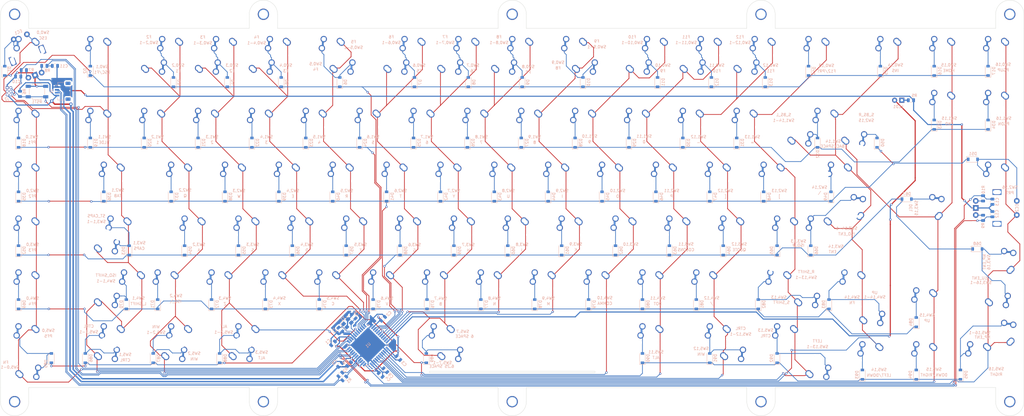
<source format=kicad_pcb>
(kicad_pcb (version 20171130) (host pcbnew "(5.1.0)-1")
  (layers (0 F.Cu signal) (31 B.Cu signal) (34 B.Paste user hide) (35 F.Paste user hide) (36 B.SilkS user) (37 F.SilkS user) (38 B.Mask user) (39 F.Mask user) (44 Edge.Cuts user))
  (net 0 "")
  (net 1 GND)
  (net 2 VCC)
  (net 3 "Net-(C6-Pad1)")
  (net 4 "Net-(C7-Pad1)")
  (net 5 "Net-(C8-Pad1)")
  (net 6 "Net-(C9-Pad1)")
  (net 7 "Net-(D1-Pad2)")
  (net 8 /r0)
  (net 9 "Net-(D2-Pad2)")
  (net 10 "Net-(D3-Pad2)")
  (net 11 "Net-(D4-Pad2)")
  (net 12 "Net-(D5-Pad2)")
  (net 13 "Net-(D6-Pad2)")
  (net 14 "Net-(D7-Pad2)")
  (net 15 "Net-(D8-Pad2)")
  (net 16 "Net-(D9-Pad2)")
  (net 17 "Net-(D10-Pad2)")
  (net 18 "Net-(D11-Pad2)")
  (net 19 "Net-(D12-Pad2)")
  (net 20 "Net-(D13-Pad2)")
  (net 21 "Net-(D14-Pad2)")
  (net 22 "Net-(D15-Pad2)")
  (net 23 "Net-(D16-Pad2)")
  (net 24 "Net-(D17-Pad2)")
  (net 25 /r1)
  (net 26 "Net-(D18-Pad2)")
  (net 27 "Net-(D19-Pad2)")
  (net 28 "Net-(D20-Pad2)")
  (net 29 "Net-(D21-Pad2)")
  (net 30 "Net-(D22-Pad2)")
  (net 31 "Net-(D23-Pad2)")
  (net 32 "Net-(D24-Pad2)")
  (net 33 "Net-(D25-Pad2)")
  (net 34 "Net-(D26-Pad2)")
  (net 35 "Net-(D27-Pad2)")
  (net 36 "Net-(D28-Pad2)")
  (net 37 "Net-(D29-Pad2)")
  (net 38 "Net-(D30-Pad2)")
  (net 39 "Net-(D31-Pad2)")
  (net 40 "Net-(D32-Pad2)")
  (net 41 "Net-(D33-Pad2)")
  (net 42 "Net-(D34-Pad2)")
  (net 43 "Net-(D35-Pad2)")
  (net 44 /r2)
  (net 45 "Net-(D36-Pad2)")
  (net 46 "Net-(D37-Pad2)")
  (net 47 "Net-(D38-Pad2)")
  (net 48 "Net-(D39-Pad2)")
  (net 49 "Net-(D40-Pad2)")
  (net 50 "Net-(D41-Pad2)")
  (net 51 "Net-(D42-Pad2)")
  (net 52 "Net-(D43-Pad2)")
  (net 53 "Net-(D44-Pad2)")
  (net 54 "Net-(D45-Pad2)")
  (net 55 "Net-(D46-Pad2)")
  (net 56 "Net-(D47-Pad2)")
  (net 57 "Net-(D48-Pad2)")
  (net 58 "Net-(D49-Pad2)")
  (net 59 "Net-(D50-Pad2)")
  (net 60 "Net-(D51-Pad2)")
  (net 61 /r3)
  (net 62 "Net-(D52-Pad2)")
  (net 63 "Net-(D53-Pad2)")
  (net 64 "Net-(D54-Pad2)")
  (net 65 "Net-(D55-Pad2)")
  (net 66 "Net-(D56-Pad2)")
  (net 67 "Net-(D57-Pad2)")
  (net 68 "Net-(D58-Pad2)")
  (net 69 "Net-(D59-Pad2)")
  (net 70 "Net-(D60-Pad2)")
  (net 71 "Net-(D61-Pad2)")
  (net 72 "Net-(D62-Pad2)")
  (net 73 "Net-(D63-Pad2)")
  (net 74 "Net-(D64-Pad2)")
  (net 75 "Net-(D65-Pad2)")
  (net 76 "Net-(D66-Pad2)")
  (net 77 "Net-(D67-Pad2)")
  (net 78 "Net-(D68-Pad2)")
  (net 79 "Net-(D69-Pad2)")
  (net 80 /r4)
  (net 81 "Net-(D70-Pad2)")
  (net 82 "Net-(D71-Pad2)")
  (net 83 "Net-(D72-Pad2)")
  (net 84 "Net-(D73-Pad2)")
  (net 85 "Net-(D74-Pad2)")
  (net 86 "Net-(D75-Pad2)")
  (net 87 "Net-(D76-Pad2)")
  (net 88 "Net-(D77-Pad2)")
  (net 89 "Net-(D78-Pad2)")
  (net 90 "Net-(D79-Pad2)")
  (net 91 "Net-(D80-Pad2)")
  (net 92 "Net-(D81-Pad2)")
  (net 93 "Net-(D82-Pad2)")
  (net 94 "Net-(D83-Pad2)")
  (net 95 "Net-(D84-Pad2)")
  (net 96 /r5)
  (net 97 "Net-(D85-Pad2)")
  (net 98 "Net-(D86-Pad2)")
  (net 99 "Net-(D87-Pad2)")
  (net 100 "Net-(D88-Pad2)")
  (net 101 "Net-(D89-Pad2)")
  (net 102 "Net-(D90-Pad2)")
  (net 103 "Net-(D91-Pad2)")
  (net 104 "Net-(D92-Pad2)")
  (net 105 "Net-(D93-Pad2)")
  (net 106 "Net-(D94-Pad2)")
  (net 107 "Net-(D95-Pad2)")
  (net 108 "Net-(EC1-PadA)")
  (net 109 "Net-(EC1-PadB)")
  (net 110 /c16)
  (net 111 "Net-(EC2-PadB)")
  (net 112 "Net-(EC2-PadA)")
  (net 113 /D-)
  (net 114 /D+)
  (net 115 /RES)
  (net 116 "Net-(LED1-Pad1)")
  (net 117 "Net-(LED1-Pad2)")
  (net 118 /rd-)
  (net 119 /rd+)
  (net 120 /c13)
  (net 121 /c8)
  (net 122 /c2)
  (net 123 /c3)
  (net 124 /c14)
  (net 125 /c9)
  (net 126 /c10)
  (net 127 /c4)
  (net 128 /c11)
  (net 129 /c7)
  (net 130 /c5)
  (net 131 /c6)
  (net 132 /c12)
  (net 133 /enc-)
  (net 134 /c15)
  (net 135 /enc+)
  (net 136 /c0)
  (net 137 /c1)
  (module MX_SMK_2:MX_SMK_600 (layer F.Cu) (at 158.75 111.125 180)
    (fp_text reference SW5,7 (at -4.75 3.925 180) (layer B.SilkS) (effects (justify mirror)))
    (fp_text value "6 SPACE" (at -5.35 2.225 180) (layer B.SilkS) (effects (justify mirror)))
    (pad "" np_thru_hole circle (at 5.08 0 228) (size 1.7 1.7) (drill 1.7) (layers *.Cu *.Mask))
    (pad "" np_thru_hole circle (at -5.08 0 228) (size 1.7 1.7) (drill 1.7) (layers *.Cu *.Mask))
    (pad "" np_thru_hole circle (at -4.5 0 180) (size 1.375 1.375) (drill 1.375) (layers *.Cu *.Mask))
    (pad "" np_thru_hole circle (at 4.5 0 180) (size 1.375 1.375) (drill 1.375) (layers *.Cu *.Mask))
    (pad 1 thru_hole circle (at -3.81 -2.54 180) (size 2.25 2.25) (drill 1.5) (layers *.Cu B.Mask) (net 101 "Net-(D89-Pad2)"))
    (pad 1 thru_hole circle (at -3.15 -5.75 180) (size 2.25 2.25) (drill 1.5) (layers *.Cu B.Mask) (net 101 "Net-(D89-Pad2)"))
    (pad 2 thru_hole circle (at 2.54 -5.08 180) (size 2.25 2.25) (drill 1.5) (layers *.Cu B.Mask) (net 129 /c7))
    (pad 2 thru_hole circle (at 3.15 -4.5 180) (size 2.25 2.25) (drill 1.5) (layers *.Cu B.Mask) (net 129 /c7))
    (pad "" np_thru_hole circle (at 0 0 180) (size 3.9878 3.9878) (drill 3.9878) (layers *.Cu *.Mask))
    (pad 1 smd roundrect (at -3.48 -4.145 180) (size 0.66 5.317) (layers B.Cu) (roundrect_rratio 0.5) (net 101 "Net-(D89-Pad2)"))
    (pad HOLE np_thru_hole circle (at -47.625 -6.985 180) (size 3.048 3.048) (drill 3.048) (layers *.Cu *.Mask))
    (pad HOLE np_thru_hole circle (at 47.625 -6.985 180) (size 3.048 3.048) (drill 3.048) (layers *.Cu *.Mask))
    (pad HOLE np_thru_hole circle (at -47.625 8.255 180) (size 3.9878 3.9878) (drill 3.9878) (layers *.Cu *.Mask))
    (pad HOLE np_thru_hole circle (at 47.625 8.255 180) (size 3.9878 3.9878) (drill 3.9878) (layers *.Cu *.Mask))
  )
  (module Package_QFP:TQFP-44_10x10mm_P0.8mm (layer B.Cu) (at 130 112 45)
    (fp_text reference U1 (at 0 0 45) (layer B.SilkS) (effects (justify mirror)))
    (fp_text value ATMEGA32U4)
    (pad 44 smd rect (at -4 5.7 315) (size 1.5 0.55) (layers B.Cu B.Paste B.Mask) (net 2 VCC))
    (pad 43 smd rect (at -3.2 5.7 315) (size 1.5 0.55) (layers B.Cu B.Paste B.Mask) (net 1 GND))
    (pad 42 smd rect (at -2.4 5.7 315) (size 1.5 0.55) (layers B.Cu B.Paste B.Mask) (net 6 "Net-(C9-Pad1)"))
    (pad 41 smd rect (at -1.6 5.7 315) (size 1.5 0.55) (layers B.Cu B.Paste B.Mask) (net 134 /c15))
    (pad 40 smd rect (at -0.8 5.7 315) (size 1.5 0.55) (layers B.Cu B.Paste B.Mask) (net 124 /c14))
    (pad 39 smd rect (at 0 5.7 315) (size 1.5 0.55) (layers B.Cu B.Paste B.Mask) (net 120 /c13))
    (pad 38 smd rect (at 0.8 5.7 315) (size 1.5 0.55) (layers B.Cu B.Paste B.Mask) (net 132 /c12))
    (pad 37 smd rect (at 1.6 5.7 315) (size 1.5 0.55) (layers B.Cu B.Paste B.Mask) (net 128 /c11))
    (pad 36 smd rect (at 2.4 5.7 315) (size 1.5 0.55) (layers B.Cu B.Paste B.Mask) (net 126 /c10))
    (pad 35 smd rect (at 3.2 5.7 315) (size 1.5 0.55) (layers B.Cu B.Paste B.Mask) (net 1 GND))
    (pad 34 smd rect (at 4 5.7 315) (size 1.5 0.55) (layers B.Cu B.Paste B.Mask) (net 2 VCC))
    (pad 33 smd rect (at 5.7 4 45) (size 1.5 0.55) (layers B.Cu B.Paste B.Mask) (net 117 "Net-(LED1-Pad2)"))
    (pad 32 smd rect (at 5.7 3.2 45) (size 1.5 0.55) (layers B.Cu B.Paste B.Mask) (net 125 /c9))
    (pad 31 smd rect (at 5.7 2.4 45) (size 1.5 0.55) (layers B.Cu B.Paste B.Mask) (net 121 /c8))
    (pad 30 smd rect (at 5.7 1.6 45) (size 1.5 0.55) (layers B.Cu B.Paste B.Mask) (net 129 /c7))
    (pad 29 smd rect (at 5.7 0.8 45) (size 1.5 0.55) (layers B.Cu B.Paste B.Mask) (net 131 /c6))
    (pad 28 smd rect (at 5.7 0 45) (size 1.5 0.55) (layers B.Cu B.Paste B.Mask) (net 96 /r5))
    (pad 27 smd rect (at 5.7 -0.8 45) (size 1.5 0.55) (layers B.Cu B.Paste B.Mask) (net 80 /r4))
    (pad 26 smd rect (at 5.7 -1.6 45) (size 1.5 0.55) (layers B.Cu B.Paste B.Mask) (net 61 /r3))
    (pad 25 smd rect (at 5.7 -2.4 45) (size 1.5 0.55) (layers B.Cu B.Paste B.Mask) (net 44 /r2))
    (pad 24 smd rect (at 5.7 -3.2 45) (size 1.5 0.55) (layers B.Cu B.Paste B.Mask) (net 2 VCC))
    (pad 23 smd rect (at 5.7 -4 45) (size 1.5 0.55) (layers B.Cu B.Paste B.Mask) (net 1 GND))
    (pad 22 smd rect (at 4 -5.7 315) (size 1.5 0.55) (layers B.Cu B.Paste B.Mask) (net 8 /r0))
    (pad 21 smd rect (at 3.2 -5.7 315) (size 1.5 0.55) (layers B.Cu B.Paste B.Mask) (net 25 /r1))
    (pad 20 smd rect (at 2.4 -5.7 315) (size 1.5 0.55) (layers B.Cu B.Paste B.Mask) (net 130 /c5))
    (pad 19 smd rect (at 1.6 -5.7 315) (size 1.5 0.55) (layers B.Cu B.Paste B.Mask) (net 127 /c4))
    (pad 18 smd rect (at 0.8 -5.7 315) (size 1.5 0.55) (layers B.Cu B.Paste B.Mask) (net 123 /c3))
    (pad 17 smd rect (at 0 -5.7 315) (size 1.5 0.55) (layers B.Cu B.Paste B.Mask) (net 5 "Net-(C8-Pad1)"))
    (pad 16 smd rect (at -0.8 -5.7 315) (size 1.5 0.55) (layers B.Cu B.Paste B.Mask) (net 4 "Net-(C7-Pad1)"))
    (pad 15 smd rect (at -1.6 -5.7 315) (size 1.5 0.55) (layers B.Cu B.Paste B.Mask) (net 1 GND))
    (pad 14 smd rect (at -2.4 -5.7 315) (size 1.5 0.55) (layers B.Cu B.Paste B.Mask) (net 2 VCC))
    (pad 13 smd rect (at -3.2 -5.7 315) (size 1.5 0.55) (layers B.Cu B.Paste B.Mask) (net 115 /RES))
    (pad 12 smd rect (at -4 -5.7 315) (size 1.5 0.55) (layers B.Cu B.Paste B.Mask) (net 136 /c0))
    (pad 11 smd rect (at -5.7 -4 45) (size 1.5 0.55) (layers B.Cu B.Paste B.Mask) (net 137 /c1))
    (pad 10 smd rect (at -5.7 -3.2 45) (size 1.5 0.55) (layers B.Cu B.Paste B.Mask) (net 122 /c2))
    (pad 9 smd rect (at -5.7 -2.4 45) (size 1.5 0.55) (layers B.Cu B.Paste B.Mask) (net 135 /enc+))
    (pad 8 smd rect (at -5.7 -1.6 45) (size 1.5 0.55) (layers B.Cu B.Paste B.Mask) (net 133 /enc-))
    (pad 7 smd rect (at -5.7 -0.8 45) (size 1.5 0.55) (layers B.Cu B.Paste B.Mask) (net 2 VCC))
    (pad 6 smd rect (at -5.7 0 45) (size 1.5 0.55) (layers B.Cu B.Paste B.Mask) (net 3 "Net-(C6-Pad1)"))
    (pad 5 smd rect (at -5.7 0.8 45) (size 1.5 0.55) (layers B.Cu B.Paste B.Mask) (net 1 GND))
    (pad 4 smd rect (at -5.7 1.6 45) (size 1.5 0.55) (layers B.Cu B.Paste B.Mask) (net 119 /rd+))
    (pad 3 smd rect (at -5.7 2.4 45) (size 1.5 0.55) (layers B.Cu B.Paste B.Mask) (net 118 /rd-))
    (pad 2 smd rect (at -5.7 3.2 45) (size 1.5 0.55) (layers B.Cu B.Paste B.Mask) (net 2 VCC))
    (pad 1 smd rect (at -5.7 4 45) (size 1.5 0.55) (layers B.Cu B.Paste B.Mask) (net 110 /c16))
  )
  (module keebs:LED_D1.8mm_W3.3mm_H2.4mm_CENTERED (layer F.Cu) (at 317.5 25.4 180)
    (fp_text reference LED1 (at 0 -2.26 180) (layer B.SilkS) (effects (justify mirror)))
    (fp_text value "3V 5mA")
    (pad 1 thru_hole rect (at -1.27 0 180) (size 1.8 1.8) (drill 0.9) (layers *.Cu B.Mask) (net 116 "Net-(LED1-Pad1)"))
    (pad 2 thru_hole circle (at 1.27 0 180) (size 1.8 1.8) (drill 0.9) (layers *.Cu B.Mask) (net 117 "Net-(LED1-Pad2)"))
  )
  (module keebs:PinHeader_2x03_P1.27mm_Vertical_center (layer F.Cu) (at 3 22.225 180)
    (fp_text reference J2 (at 0.7 -2.775 180) (layer B.SilkS) (effects (justify mirror)))
    (fp_text value Conn_02x03_Odd_Even)
    (pad 6 thru_hole rect (at 0.635 1.27 180) (size 1 1) (drill 0.65) (layers *.Cu B.Mask) (net 1 GND))
    (pad 5 thru_hole oval (at -0.635 1.27 180) (size 1 1) (drill 0.65) (layers *.Cu B.Mask) (net 115 /RES))
    (pad 4 thru_hole oval (at 0.635 0 180) (size 1 1) (drill 0.65) (layers *.Cu B.Mask) (net 136 /c0))
    (pad 3 thru_hole oval (at -0.635 0 180) (size 1 1) (drill 0.65) (layers *.Cu B.Mask) (net 135 /enc+))
    (pad 2 thru_hole oval (at 0.635 -1.27 180) (size 1 1) (drill 0.65) (layers *.Cu B.Mask) (net 2 VCC))
    (pad 1 thru_hole circle (at -0.635 -1.27 180) (size 1 1) (drill 0.65) (layers *.Cu B.Mask) (net 137 /c1))
  )
  (module keyboard_parts:HOLE_M3 (layer F.Cu) (at 5 -5)
    (fp_text reference HOLE_M3 hide)
    (fp_text value VAL** hide)
    (pad 1 thru_hole circle (at 0 0) (size 4 4) (drill 3.2) (layers *.Cu B.Mask))
  )
  (module keyboard_parts:HOLE_M3 (layer F.Cu) (at 356.95 132)
    (fp_text reference HOLE_M3 hide)
    (fp_text value VAL** hide)
    (pad 1 thru_hole circle (at 0 0) (size 4 4) (drill 3.2) (layers *.Cu B.Mask))
  )
  (module keyboard_parts:HOLE_M3 (layer F.Cu) (at 5 132)
    (fp_text reference HOLE_M3 hide)
    (fp_text value VAL** hide)
    (pad 1 thru_hole circle (at 0 0) (size 4 4) (drill 3.2) (layers *.Cu B.Mask))
  )
  (module keyboard_parts:HOLE_M3 (layer F.Cu) (at 180.975 132)
    (fp_text reference HOLE_M3 hide)
    (fp_text value VAL** hide)
    (pad 1 thru_hole circle (at 0 0) (size 4 4) (drill 3.2) (layers *.Cu B.Mask))
  )
  (module keyboard_parts:HOLE_M3 (layer F.Cu) (at 92.9875 132)
    (fp_text reference HOLE_M3 hide)
    (fp_text value VAL** hide)
    (pad 1 thru_hole circle (at 0 0) (size 4 4) (drill 3.2) (layers *.Cu B.Mask))
  )
  (module keyboard_parts:HOLE_M3 (layer F.Cu) (at 268.9625 132)
    (fp_text reference HOLE_M3 hide)
    (fp_text value VAL** hide)
    (pad 1 thru_hole circle (at 0 0) (size 4 4) (drill 3.2) (layers *.Cu B.Mask))
  )
  (module keyboard_parts:HOLE_M3 (layer F.Cu) (at 356.95 -5)
    (fp_text reference HOLE_M3 hide)
    (fp_text value VAL** hide)
    (pad 1 thru_hole circle (at 0 0) (size 4 4) (drill 3.2) (layers *.Cu B.Mask))
  )
  (module keyboard_parts:HOLE_M3 (layer F.Cu) (at 268.9625 -5)
    (fp_text reference HOLE_M3 hide)
    (fp_text value VAL** hide)
    (pad 1 thru_hole circle (at 0 0) (size 4 4) (drill 3.2) (layers *.Cu B.Mask))
  )
  (module keyboard_parts:HOLE_M3 (layer F.Cu) (at 180.975 -5)
    (fp_text reference HOLE_M3 hide)
    (fp_text value VAL** hide)
    (pad 1 thru_hole circle (at 0 0) (size 4 4) (drill 3.2) (layers *.Cu B.Mask))
  )
  (module keyboard_parts:HOLE_M3 (layer F.Cu) (at 92.9875 -5)
    (fp_text reference HOLE_M3 hide)
    (fp_text value VAL** hide)
    (pad 1 thru_hole circle (at 0 0) (size 4 4) (drill 3.2) (layers *.Cu B.Mask))
  )
  (module Capacitor_SMD:C_0805_2012Metric (layer B.Cu) (at 117.6 111.4 225)
    (fp_text reference C1 (at 0.848528 1.697056 225) (layer B.SilkS) (effects (justify mirror)))
    (fp_text value 0.1u)
    (pad 2 smd roundrect (at 0.937501 0 225) (size 0.975 1.4) (layers B.Cu B.Paste B.Mask) (net 1 GND))
    (pad 1 smd roundrect (at -0.937501 0 225) (size 0.975 1.4) (layers B.Cu B.Paste B.Mask) (net 2 VCC))
  )
  (module Button_Switch_SMD:SW_SPST_SKQG_WithStem (layer B.Cu) (at 12.9 22.325 180)
    (fp_text reference RST1 (at 0 -3.675 180) (layer B.SilkS) (effects (justify mirror)))
    (fp_text value SW_PUSH)
    (pad 2 smd rect (at 3.1 -1.85 180) (size 1.8 1.1) (layers B.Cu B.Paste B.Mask) (net 115 /RES))
    (pad 2 smd rect (at -3.1 -1.85 180) (size 1.8 1.1) (layers B.Cu B.Paste B.Mask) (net 115 /RES))
    (pad 1 smd rect (at 3.1 1.85 180) (size 1.8 1.1) (layers B.Cu B.Paste B.Mask) (net 1 GND))
    (pad 1 smd rect (at -3.1 1.85 180) (size 1.8 1.1) (layers B.Cu B.Paste B.Mask) (net 1 GND))
  )
  (module keebs:EC11E (layer F.Cu) (at 352.425 63.5)
    (fp_text reference EC2 (at 7.075 0 90) (layer B.SilkS) (effects (justify mirror)))
    (fp_text value EC11E)
    (pad A thru_hole circle (at -7.5 -2.5) (size 2 2) (drill 1) (layers *.Cu B.Mask) (net 112 "Net-(EC2-PadA)"))
    (pad C thru_hole rect (at -7.5 0) (size 2 2) (drill 1) (layers *.Cu B.Mask) (net 1 GND))
    (pad B thru_hole circle (at -7.5 2.5) (size 2 2) (drill 1) (layers *.Cu B.Mask) (net 111 "Net-(EC2-PadB)"))
    (pad MP thru_hole rect (at 0 -5.6) (size 3.2 2) (drill oval 2.8 1.5) (layers *.Cu B.Mask))
    (pad MP thru_hole rect (at 0 5.6) (size 3.2 2) (drill oval 2.8 1.5) (layers *.Cu B.Mask))
    (pad S2 thru_hole circle (at 7 -2.5) (size 2 2) (drill 1) (layers *.Cu B.Mask) (net 60 "Net-(D51-Pad2)"))
    (pad S1 thru_hole circle (at 7 2.5) (size 2 2) (drill 1) (layers *.Cu B.Mask) (net 110 /c16))
  )
  (module keebs:EC11E (layer F.Cu) (at 9.525 9.525 111)
    (fp_text reference EC1 (at 8.834437 -0.06322 201) (layer B.SilkS) (effects (justify mirror)))
    (fp_text value EC11E)
    (pad A thru_hole circle (at -7.5 -2.5 111) (size 2 2) (drill 1) (layers *.Cu B.Mask) (net 108 "Net-(EC1-PadA)"))
    (pad C thru_hole rect (at -7.5 0 111) (size 2 2) (drill 1) (layers *.Cu B.Mask) (net 1 GND))
    (pad B thru_hole circle (at -7.5 2.5 111) (size 2 2) (drill 1) (layers *.Cu B.Mask) (net 109 "Net-(EC1-PadB)"))
    (pad MP thru_hole rect (at -0.000001 -5.6 111) (size 3.2 2) (drill oval 2.8 1.5) (layers *.Cu B.Mask))
    (pad MP thru_hole rect (at 0.000001 5.6 111) (size 3.2 2) (drill oval 2.8 1.5) (layers *.Cu B.Mask))
    (pad S2 thru_hole circle (at 7 -2.5 111) (size 2 2) (drill 1) (layers *.Cu B.Mask) (net 7 "Net-(D1-Pad2)"))
    (pad S1 thru_hole circle (at 7 2.5 111) (size 2 2) (drill 1) (layers *.Cu B.Mask) (net 136 /c0))
  )
  (module MX_SMK_2:MX_SMK_100 (layer F.Cu) (at 96.8375 92.075)
    (fp_text reference SW4,4 (at 1.8 3.3) (layer B.SilkS) (effects (justify mirror)))
    (fp_text value X (at 1.8 5.3) (layer B.SilkS) (effects (justify mirror)))
    (pad "" np_thru_hole circle (at 5.08 0 48) (size 1.7 1.7) (drill 1.7) (layers *.Cu *.Mask))
    (pad "" np_thru_hole circle (at -5.08 0 48) (size 1.7 1.7) (drill 1.7) (layers *.Cu *.Mask))
    (pad "" np_thru_hole circle (at -4.5 0) (size 1.375 1.375) (drill 1.375) (layers *.Cu *.Mask))
    (pad "" np_thru_hole circle (at 4.5 0) (size 1.375 1.375) (drill 1.375) (layers *.Cu *.Mask))
    (pad 1 thru_hole circle (at -3.81 -2.54) (size 2.25 2.25) (drill 1.5) (layers *.Cu B.Mask) (net 84 "Net-(D73-Pad2)"))
    (pad 1 thru_hole circle (at -3.15 -5.75) (size 2.25 2.25) (drill 1.5) (layers *.Cu B.Mask) (net 84 "Net-(D73-Pad2)"))
    (pad 2 thru_hole circle (at 2.54 -5.08) (size 2.25 2.25) (drill 1.5) (layers *.Cu B.Mask) (net 127 /c4))
    (pad 2 thru_hole circle (at 3.15 -4.5) (size 2.25 2.25) (drill 1.5) (layers *.Cu B.Mask) (net 127 /c4))
    (pad "" np_thru_hole circle (at 0 0) (size 3.9878 3.9878) (drill 3.9878) (layers *.Cu *.Mask))
    (pad 1 smd roundrect (at -3.48 -4.145) (size 0.66 5.317) (layers B.Cu) (roundrect_rratio 0.5) (net 84 "Net-(D73-Pad2)"))
  )
  (module MX_SMK_2:MX_SMK_100 (layer F.Cu) (at 60.325 9.525)
    (fp_text reference SW0,2 (at 2.5 3.5) (layer B.SilkS) (effects (justify mirror)))
    (fp_text value F1 (at 2.5 5.5) (layer B.SilkS) (effects (justify mirror)))
    (pad "" np_thru_hole circle (at 5.08 0 48) (size 1.7 1.7) (drill 1.7) (layers *.Cu *.Mask))
    (pad "" np_thru_hole circle (at -5.08 0 48) (size 1.7 1.7) (drill 1.7) (layers *.Cu *.Mask))
    (pad "" np_thru_hole circle (at -4.5 0) (size 1.375 1.375) (drill 1.375) (layers *.Cu *.Mask))
    (pad "" np_thru_hole circle (at 4.5 0) (size 1.375 1.375) (drill 1.375) (layers *.Cu *.Mask))
    (pad 1 thru_hole circle (at -3.81 -2.54) (size 2.25 2.25) (drill 1.5) (layers *.Cu B.Mask) (net 10 "Net-(D3-Pad2)"))
    (pad 1 thru_hole circle (at -3.15 -5.75) (size 2.25 2.25) (drill 1.5) (layers *.Cu B.Mask) (net 10 "Net-(D3-Pad2)"))
    (pad 2 thru_hole circle (at 2.54 -5.08) (size 2.25 2.25) (drill 1.5) (layers *.Cu B.Mask) (net 122 /c2))
    (pad 2 thru_hole circle (at 3.15 -4.5) (size 2.25 2.25) (drill 1.5) (layers *.Cu B.Mask) (net 122 /c2))
    (pad "" np_thru_hole circle (at 0 0) (size 3.9878 3.9878) (drill 3.9878) (layers *.Cu *.Mask))
    (pad 1 smd roundrect (at -3.48 -4.145) (size 0.66 5.317) (layers B.Cu) (roundrect_rratio 0.5) (net 10 "Net-(D3-Pad2)"))
  )
  (module MX_SMK_2:MX_SMK_100 (layer F.Cu) (at 34.925 9.525)
    (fp_text reference SW0,1 (at 1 4) (layer B.SilkS) (effects (justify mirror)))
    (fp_text value ESC/F1 (at 1 6) (layer B.SilkS) (effects (justify mirror)))
    (pad "" np_thru_hole circle (at 5.08 0 48) (size 1.7 1.7) (drill 1.7) (layers *.Cu *.Mask))
    (pad "" np_thru_hole circle (at -5.08 0 48) (size 1.7 1.7) (drill 1.7) (layers *.Cu *.Mask))
    (pad "" np_thru_hole circle (at -4.5 0) (size 1.375 1.375) (drill 1.375) (layers *.Cu *.Mask))
    (pad "" np_thru_hole circle (at 4.5 0) (size 1.375 1.375) (drill 1.375) (layers *.Cu *.Mask))
    (pad 1 thru_hole circle (at -3.81 -2.54) (size 2.25 2.25) (drill 1.5) (layers *.Cu B.Mask) (net 9 "Net-(D2-Pad2)"))
    (pad 1 thru_hole circle (at -3.15 -5.75) (size 2.25 2.25) (drill 1.5) (layers *.Cu B.Mask) (net 9 "Net-(D2-Pad2)"))
    (pad 2 thru_hole circle (at 2.54 -5.08) (size 2.25 2.25) (drill 1.5) (layers *.Cu B.Mask) (net 137 /c1))
    (pad 2 thru_hole circle (at 3.15 -4.5) (size 2.25 2.25) (drill 1.5) (layers *.Cu B.Mask) (net 137 /c1))
    (pad "" np_thru_hole circle (at 0 0) (size 3.9878 3.9878) (drill 3.9878) (layers *.Cu *.Mask))
    (pad 1 smd roundrect (at -3.48 -4.145) (size 0.66 5.317) (layers B.Cu) (roundrect_rratio 0.5) (net 9 "Net-(D2-Pad2)"))
  )
  (module MX_SMK_2:MX_SMK_100 (layer F.Cu) (at 288.925 9.525)
    (fp_text reference SW0,13 (at 3.2 3.6) (layer B.SilkS) (effects (justify mirror)))
    (fp_text value F12/PRT (at 3.2 5.6) (layer B.SilkS) (effects (justify mirror)))
    (pad "" np_thru_hole circle (at 5.08 0 48) (size 1.7 1.7) (drill 1.7) (layers *.Cu *.Mask))
    (pad "" np_thru_hole circle (at -5.08 0 48) (size 1.7 1.7) (drill 1.7) (layers *.Cu *.Mask))
    (pad "" np_thru_hole circle (at -4.5 0) (size 1.375 1.375) (drill 1.375) (layers *.Cu *.Mask))
    (pad "" np_thru_hole circle (at 4.5 0) (size 1.375 1.375) (drill 1.375) (layers *.Cu *.Mask))
    (pad 1 thru_hole circle (at -3.81 -2.54) (size 2.25 2.25) (drill 1.5) (layers *.Cu B.Mask) (net 21 "Net-(D14-Pad2)"))
    (pad 1 thru_hole circle (at -3.15 -5.75) (size 2.25 2.25) (drill 1.5) (layers *.Cu B.Mask) (net 21 "Net-(D14-Pad2)"))
    (pad 2 thru_hole circle (at 2.54 -5.08) (size 2.25 2.25) (drill 1.5) (layers *.Cu B.Mask) (net 120 /c13))
    (pad 2 thru_hole circle (at 3.15 -4.5) (size 2.25 2.25) (drill 1.5) (layers *.Cu B.Mask) (net 120 /c13))
    (pad "" np_thru_hole circle (at 0 0) (size 3.9878 3.9878) (drill 3.9878) (layers *.Cu *.Mask))
    (pad 1 smd roundrect (at -3.48 -4.145) (size 0.66 5.317) (layers B.Cu) (roundrect_rratio 0.5) (net 21 "Net-(D14-Pad2)"))
  )
  (module MX_SMK_2:MX_SMK_100 (layer F.Cu) (at 184.15 9.525)
    (fp_text reference SW0,8 (at 2.5 4) (layer B.SilkS) (effects (justify mirror)))
    (fp_text value F7 (at 2.5 6) (layer B.SilkS) (effects (justify mirror)))
    (pad "" np_thru_hole circle (at 5.08 0 48) (size 1.7 1.7) (drill 1.7) (layers *.Cu *.Mask))
    (pad "" np_thru_hole circle (at -5.08 0 48) (size 1.7 1.7) (drill 1.7) (layers *.Cu *.Mask))
    (pad "" np_thru_hole circle (at -4.5 0) (size 1.375 1.375) (drill 1.375) (layers *.Cu *.Mask))
    (pad "" np_thru_hole circle (at 4.5 0) (size 1.375 1.375) (drill 1.375) (layers *.Cu *.Mask))
    (pad 1 thru_hole circle (at -3.81 -2.54) (size 2.25 2.25) (drill 1.5) (layers *.Cu B.Mask) (net 16 "Net-(D9-Pad2)"))
    (pad 1 thru_hole circle (at -3.15 -5.75) (size 2.25 2.25) (drill 1.5) (layers *.Cu B.Mask) (net 16 "Net-(D9-Pad2)"))
    (pad 2 thru_hole circle (at 2.54 -5.08) (size 2.25 2.25) (drill 1.5) (layers *.Cu B.Mask) (net 121 /c8))
    (pad 2 thru_hole circle (at 3.15 -4.5) (size 2.25 2.25) (drill 1.5) (layers *.Cu B.Mask) (net 121 /c8))
    (pad "" np_thru_hole circle (at 0 0) (size 3.9878 3.9878) (drill 3.9878) (layers *.Cu *.Mask))
    (pad 1 smd roundrect (at -3.48 -4.145) (size 0.66 5.317) (layers B.Cu) (roundrect_rratio 0.5) (net 16 "Net-(D9-Pad2)"))
  )
  (module MX_SMK_2:MX_SMK_100 (layer F.Cu) (at 79.375 9.525)
    (fp_text reference SW0,3 (at 2.5 3.5) (layer B.SilkS) (effects (justify mirror)))
    (fp_text value F2 (at 2.5 5.5) (layer B.SilkS) (effects (justify mirror)))
    (pad "" np_thru_hole circle (at 5.08 0 48) (size 1.7 1.7) (drill 1.7) (layers *.Cu *.Mask))
    (pad "" np_thru_hole circle (at -5.08 0 48) (size 1.7 1.7) (drill 1.7) (layers *.Cu *.Mask))
    (pad "" np_thru_hole circle (at -4.5 0) (size 1.375 1.375) (drill 1.375) (layers *.Cu *.Mask))
    (pad "" np_thru_hole circle (at 4.5 0) (size 1.375 1.375) (drill 1.375) (layers *.Cu *.Mask))
    (pad 1 thru_hole circle (at -3.81 -2.54) (size 2.25 2.25) (drill 1.5) (layers *.Cu B.Mask) (net 11 "Net-(D4-Pad2)"))
    (pad 1 thru_hole circle (at -3.15 -5.75) (size 2.25 2.25) (drill 1.5) (layers *.Cu B.Mask) (net 11 "Net-(D4-Pad2)"))
    (pad 2 thru_hole circle (at 2.54 -5.08) (size 2.25 2.25) (drill 1.5) (layers *.Cu B.Mask) (net 123 /c3))
    (pad 2 thru_hole circle (at 3.15 -4.5) (size 2.25 2.25) (drill 1.5) (layers *.Cu B.Mask) (net 123 /c3))
    (pad "" np_thru_hole circle (at 0 0) (size 3.9878 3.9878) (drill 3.9878) (layers *.Cu *.Mask))
    (pad 1 smd roundrect (at -3.48 -4.145) (size 0.66 5.317) (layers B.Cu) (roundrect_rratio 0.5) (net 11 "Net-(D4-Pad2)"))
  )
  (module MX_SMK_2:MX_SMK_100 (layer F.Cu) (at 314.325 9.525)
    (fp_text reference SW0,14 (at 2.2 3.4) (layer B.SilkS) (effects (justify mirror)))
    (fp_text value INS (at 2.2 5.4) (layer B.SilkS) (effects (justify mirror)))
    (pad "" np_thru_hole circle (at 5.08 0 48) (size 1.7 1.7) (drill 1.7) (layers *.Cu *.Mask))
    (pad "" np_thru_hole circle (at -5.08 0 48) (size 1.7 1.7) (drill 1.7) (layers *.Cu *.Mask))
    (pad "" np_thru_hole circle (at -4.5 0) (size 1.375 1.375) (drill 1.375) (layers *.Cu *.Mask))
    (pad "" np_thru_hole circle (at 4.5 0) (size 1.375 1.375) (drill 1.375) (layers *.Cu *.Mask))
    (pad 1 thru_hole circle (at -3.81 -2.54) (size 2.25 2.25) (drill 1.5) (layers *.Cu B.Mask) (net 22 "Net-(D15-Pad2)"))
    (pad 1 thru_hole circle (at -3.15 -5.75) (size 2.25 2.25) (drill 1.5) (layers *.Cu B.Mask) (net 22 "Net-(D15-Pad2)"))
    (pad 2 thru_hole circle (at 2.54 -5.08) (size 2.25 2.25) (drill 1.5) (layers *.Cu B.Mask) (net 124 /c14))
    (pad 2 thru_hole circle (at 3.15 -4.5) (size 2.25 2.25) (drill 1.5) (layers *.Cu B.Mask) (net 124 /c14))
    (pad "" np_thru_hole circle (at 0 0) (size 3.9878 3.9878) (drill 3.9878) (layers *.Cu *.Mask))
    (pad 1 smd roundrect (at -3.48 -4.145) (size 0.66 5.317) (layers B.Cu) (roundrect_rratio 0.5) (net 22 "Net-(D15-Pad2)"))
  )
  (module MX_SMK_2:MX_SMK_100 (layer F.Cu) (at 203.2 9.525)
    (fp_text reference SW0,9 (at -6 2.5) (layer B.SilkS) (effects (justify mirror)))
    (fp_text value F8 (at -6 4.5) (layer B.SilkS) (effects (justify mirror)))
    (pad "" np_thru_hole circle (at 5.08 0 48) (size 1.7 1.7) (drill 1.7) (layers *.Cu *.Mask))
    (pad "" np_thru_hole circle (at -5.08 0 48) (size 1.7 1.7) (drill 1.7) (layers *.Cu *.Mask))
    (pad "" np_thru_hole circle (at -4.5 0) (size 1.375 1.375) (drill 1.375) (layers *.Cu *.Mask))
    (pad "" np_thru_hole circle (at 4.5 0) (size 1.375 1.375) (drill 1.375) (layers *.Cu *.Mask))
    (pad 1 thru_hole circle (at -3.81 -2.54) (size 2.25 2.25) (drill 1.5) (layers *.Cu B.Mask) (net 17 "Net-(D10-Pad2)"))
    (pad 1 thru_hole circle (at -3.15 -5.75) (size 2.25 2.25) (drill 1.5) (layers *.Cu B.Mask) (net 17 "Net-(D10-Pad2)"))
    (pad 2 thru_hole circle (at 2.54 -5.08) (size 2.25 2.25) (drill 1.5) (layers *.Cu B.Mask) (net 125 /c9))
    (pad 2 thru_hole circle (at 3.15 -4.5) (size 2.25 2.25) (drill 1.5) (layers *.Cu B.Mask) (net 125 /c9))
    (pad "" np_thru_hole circle (at 0 0) (size 3.9878 3.9878) (drill 3.9878) (layers *.Cu *.Mask))
    (pad 1 smd roundrect (at -3.48 -4.145) (size 0.66 5.317) (layers B.Cu) (roundrect_rratio 0.5) (net 17 "Net-(D10-Pad2)"))
  )
  (module MX_SMK_2:MX_SMK_100 (layer F.Cu) (at 333.375 9.525)
    (fp_text reference SW0,15 (at 2 3.4) (layer B.SilkS) (effects (justify mirror)))
    (fp_text value HOME (at 2 5.4) (layer B.SilkS) (effects (justify mirror)))
    (pad "" np_thru_hole circle (at 5.08 0 48) (size 1.7 1.7) (drill 1.7) (layers *.Cu *.Mask))
    (pad "" np_thru_hole circle (at -5.08 0 48) (size 1.7 1.7) (drill 1.7) (layers *.Cu *.Mask))
    (pad "" np_thru_hole circle (at -4.5 0) (size 1.375 1.375) (drill 1.375) (layers *.Cu *.Mask))
    (pad "" np_thru_hole circle (at 4.5 0) (size 1.375 1.375) (drill 1.375) (layers *.Cu *.Mask))
    (pad 1 thru_hole circle (at -3.81 -2.54) (size 2.25 2.25) (drill 1.5) (layers *.Cu B.Mask) (net 23 "Net-(D16-Pad2)"))
    (pad 1 thru_hole circle (at -3.15 -5.75) (size 2.25 2.25) (drill 1.5) (layers *.Cu B.Mask) (net 23 "Net-(D16-Pad2)"))
    (pad 2 thru_hole circle (at 2.54 -5.08) (size 2.25 2.25) (drill 1.5) (layers *.Cu B.Mask) (net 134 /c15))
    (pad 2 thru_hole circle (at 3.15 -4.5) (size 2.25 2.25) (drill 1.5) (layers *.Cu B.Mask) (net 134 /c15))
    (pad "" np_thru_hole circle (at 0 0) (size 3.9878 3.9878) (drill 3.9878) (layers *.Cu *.Mask))
    (pad 1 smd roundrect (at -3.48 -4.145) (size 0.66 5.317) (layers B.Cu) (roundrect_rratio 0.5) (net 23 "Net-(D16-Pad2)"))
  )
  (module MX_SMK_2:MX_SMK_100 (layer F.Cu) (at 231.775 9.525)
    (fp_text reference SW0,10 (at 2.5 3.5) (layer B.SilkS) (effects (justify mirror)))
    (fp_text value F9 (at 2.5 5.5) (layer B.SilkS) (effects (justify mirror)))
    (pad "" np_thru_hole circle (at 5.08 0 48) (size 1.7 1.7) (drill 1.7) (layers *.Cu *.Mask))
    (pad "" np_thru_hole circle (at -5.08 0 48) (size 1.7 1.7) (drill 1.7) (layers *.Cu *.Mask))
    (pad "" np_thru_hole circle (at -4.5 0) (size 1.375 1.375) (drill 1.375) (layers *.Cu *.Mask))
    (pad "" np_thru_hole circle (at 4.5 0) (size 1.375 1.375) (drill 1.375) (layers *.Cu *.Mask))
    (pad 1 thru_hole circle (at -3.81 -2.54) (size 2.25 2.25) (drill 1.5) (layers *.Cu B.Mask) (net 18 "Net-(D11-Pad2)"))
    (pad 1 thru_hole circle (at -3.15 -5.75) (size 2.25 2.25) (drill 1.5) (layers *.Cu B.Mask) (net 18 "Net-(D11-Pad2)"))
    (pad 2 thru_hole circle (at 2.54 -5.08) (size 2.25 2.25) (drill 1.5) (layers *.Cu B.Mask) (net 126 /c10))
    (pad 2 thru_hole circle (at 3.15 -4.5) (size 2.25 2.25) (drill 1.5) (layers *.Cu B.Mask) (net 126 /c10))
    (pad "" np_thru_hole circle (at 0 0) (size 3.9878 3.9878) (drill 3.9878) (layers *.Cu *.Mask))
    (pad 1 smd roundrect (at -3.48 -4.145) (size 0.66 5.317) (layers B.Cu) (roundrect_rratio 0.5) (net 18 "Net-(D11-Pad2)"))
  )
  (module MX_SMK_2:MX_SMK_100 (layer F.Cu) (at 98.425 9.525)
    (fp_text reference SW0,4 (at 2.5 3.5) (layer B.SilkS) (effects (justify mirror)))
    (fp_text value F3 (at 2.5 5.5) (layer B.SilkS) (effects (justify mirror)))
    (pad "" np_thru_hole circle (at 5.08 0 48) (size 1.7 1.7) (drill 1.7) (layers *.Cu *.Mask))
    (pad "" np_thru_hole circle (at -5.08 0 48) (size 1.7 1.7) (drill 1.7) (layers *.Cu *.Mask))
    (pad "" np_thru_hole circle (at -4.5 0) (size 1.375 1.375) (drill 1.375) (layers *.Cu *.Mask))
    (pad "" np_thru_hole circle (at 4.5 0) (size 1.375 1.375) (drill 1.375) (layers *.Cu *.Mask))
    (pad 1 thru_hole circle (at -3.81 -2.54) (size 2.25 2.25) (drill 1.5) (layers *.Cu B.Mask) (net 12 "Net-(D5-Pad2)"))
    (pad 1 thru_hole circle (at -3.15 -5.75) (size 2.25 2.25) (drill 1.5) (layers *.Cu B.Mask) (net 12 "Net-(D5-Pad2)"))
    (pad 2 thru_hole circle (at 2.54 -5.08) (size 2.25 2.25) (drill 1.5) (layers *.Cu B.Mask) (net 127 /c4))
    (pad 2 thru_hole circle (at 3.15 -4.5) (size 2.25 2.25) (drill 1.5) (layers *.Cu B.Mask) (net 127 /c4))
    (pad "" np_thru_hole circle (at 0 0) (size 3.9878 3.9878) (drill 3.9878) (layers *.Cu *.Mask))
    (pad 1 smd roundrect (at -3.48 -4.145) (size 0.66 5.317) (layers B.Cu) (roundrect_rratio 0.5) (net 12 "Net-(D5-Pad2)"))
  )
  (module MX_SMK_2:MX_SMK_100 (layer F.Cu) (at 250.825 9.525)
    (fp_text reference SW0,11 (at 2.5 3.5) (layer B.SilkS) (effects (justify mirror)))
    (fp_text value F10 (at 2.5 5.5) (layer B.SilkS) (effects (justify mirror)))
    (pad "" np_thru_hole circle (at 5.08 0 48) (size 1.7 1.7) (drill 1.7) (layers *.Cu *.Mask))
    (pad "" np_thru_hole circle (at -5.08 0 48) (size 1.7 1.7) (drill 1.7) (layers *.Cu *.Mask))
    (pad "" np_thru_hole circle (at -4.5 0) (size 1.375 1.375) (drill 1.375) (layers *.Cu *.Mask))
    (pad "" np_thru_hole circle (at 4.5 0) (size 1.375 1.375) (drill 1.375) (layers *.Cu *.Mask))
    (pad 1 thru_hole circle (at -3.81 -2.54) (size 2.25 2.25) (drill 1.5) (layers *.Cu B.Mask) (net 19 "Net-(D12-Pad2)"))
    (pad 1 thru_hole circle (at -3.15 -5.75) (size 2.25 2.25) (drill 1.5) (layers *.Cu B.Mask) (net 19 "Net-(D12-Pad2)"))
    (pad 2 thru_hole circle (at 2.54 -5.08) (size 2.25 2.25) (drill 1.5) (layers *.Cu B.Mask) (net 128 /c11))
    (pad 2 thru_hole circle (at 3.15 -4.5) (size 2.25 2.25) (drill 1.5) (layers *.Cu B.Mask) (net 128 /c11))
    (pad "" np_thru_hole circle (at 0 0) (size 3.9878 3.9878) (drill 3.9878) (layers *.Cu *.Mask))
    (pad 1 smd roundrect (at -3.48 -4.145) (size 0.66 5.317) (layers B.Cu) (roundrect_rratio 0.5) (net 19 "Net-(D12-Pad2)"))
  )
  (module MX_SMK_2:MX_SMK_100 (layer F.Cu) (at 165.1 9.525)
    (fp_text reference SW0,7 (at 2 3.5) (layer B.SilkS) (effects (justify mirror)))
    (fp_text value F6 (at 2 5.5) (layer B.SilkS) (effects (justify mirror)))
    (pad "" np_thru_hole circle (at 5.08 0 48) (size 1.7 1.7) (drill 1.7) (layers *.Cu *.Mask))
    (pad "" np_thru_hole circle (at -5.08 0 48) (size 1.7 1.7) (drill 1.7) (layers *.Cu *.Mask))
    (pad "" np_thru_hole circle (at -4.5 0) (size 1.375 1.375) (drill 1.375) (layers *.Cu *.Mask))
    (pad "" np_thru_hole circle (at 4.5 0) (size 1.375 1.375) (drill 1.375) (layers *.Cu *.Mask))
    (pad 1 thru_hole circle (at -3.81 -2.54) (size 2.25 2.25) (drill 1.5) (layers *.Cu B.Mask) (net 15 "Net-(D8-Pad2)"))
    (pad 1 thru_hole circle (at -3.15 -5.75) (size 2.25 2.25) (drill 1.5) (layers *.Cu B.Mask) (net 15 "Net-(D8-Pad2)"))
    (pad 2 thru_hole circle (at 2.54 -5.08) (size 2.25 2.25) (drill 1.5) (layers *.Cu B.Mask) (net 129 /c7))
    (pad 2 thru_hole circle (at 3.15 -4.5) (size 2.25 2.25) (drill 1.5) (layers *.Cu B.Mask) (net 129 /c7))
    (pad "" np_thru_hole circle (at 0 0) (size 3.9878 3.9878) (drill 3.9878) (layers *.Cu *.Mask))
    (pad 1 smd roundrect (at -3.48 -4.145) (size 0.66 5.317) (layers B.Cu) (roundrect_rratio 0.5) (net 15 "Net-(D8-Pad2)"))
  )
  (module MX_SMK_2:MX_SMK_100 (layer F.Cu) (at 9.525 9.525)
    (fp_text reference SW0,0 (at 5.5 -8.1) (layer B.SilkS) (effects (justify mirror)))
    (fp_text value ESC (at 5.5 -6.1) (layer B.SilkS) (effects (justify mirror)))
    (pad "" np_thru_hole circle (at 5.08 0 48) (size 1.7 1.7) (drill 1.7) (layers *.Cu *.Mask))
    (pad "" np_thru_hole circle (at -5.08 0 48) (size 1.7 1.7) (drill 1.7) (layers *.Cu *.Mask))
    (pad "" np_thru_hole circle (at -4.5 0) (size 1.375 1.375) (drill 1.375) (layers *.Cu *.Mask))
    (pad "" np_thru_hole circle (at 4.5 0) (size 1.375 1.375) (drill 1.375) (layers *.Cu *.Mask))
    (pad 1 thru_hole circle (at -3.81 -2.54) (size 2.25 2.25) (drill 1.5) (layers *.Cu B.Mask) (net 7 "Net-(D1-Pad2)"))
    (pad 1 thru_hole circle (at -3.15 -5.75) (size 2.25 2.25) (drill 1.5) (layers *.Cu B.Mask) (net 7 "Net-(D1-Pad2)"))
    (pad 2 thru_hole circle (at 2.54 -5.08) (size 2.25 2.25) (drill 1.5) (layers *.Cu B.Mask) (net 136 /c0))
    (pad 2 thru_hole circle (at 3.15 -4.5) (size 2.25 2.25) (drill 1.5) (layers *.Cu B.Mask) (net 136 /c0))
    (pad "" np_thru_hole circle (at 0 0) (size 3.9878 3.9878) (drill 3.9878) (layers *.Cu *.Mask))
    (pad 1 smd roundrect (at -3.48 -4.145) (size 0.66 5.317) (layers B.Cu) (roundrect_rratio 0.5) (net 7 "Net-(D1-Pad2)"))
  )
  (module MX_SMK_2:MX_SMK_100 (layer F.Cu) (at 117.475 9.525)
    (fp_text reference SW0,5 (at -6 3) (layer B.SilkS) (effects (justify mirror)))
    (fp_text value F4 (at -6 5) (layer B.SilkS) (effects (justify mirror)))
    (pad "" np_thru_hole circle (at 5.08 0 48) (size 1.7 1.7) (drill 1.7) (layers *.Cu *.Mask))
    (pad "" np_thru_hole circle (at -5.08 0 48) (size 1.7 1.7) (drill 1.7) (layers *.Cu *.Mask))
    (pad "" np_thru_hole circle (at -4.5 0) (size 1.375 1.375) (drill 1.375) (layers *.Cu *.Mask))
    (pad "" np_thru_hole circle (at 4.5 0) (size 1.375 1.375) (drill 1.375) (layers *.Cu *.Mask))
    (pad 1 thru_hole circle (at -3.81 -2.54) (size 2.25 2.25) (drill 1.5) (layers *.Cu B.Mask) (net 13 "Net-(D6-Pad2)"))
    (pad 1 thru_hole circle (at -3.15 -5.75) (size 2.25 2.25) (drill 1.5) (layers *.Cu B.Mask) (net 13 "Net-(D6-Pad2)"))
    (pad 2 thru_hole circle (at 2.54 -5.08) (size 2.25 2.25) (drill 1.5) (layers *.Cu B.Mask) (net 130 /c5))
    (pad 2 thru_hole circle (at 3.15 -4.5) (size 2.25 2.25) (drill 1.5) (layers *.Cu B.Mask) (net 130 /c5))
    (pad "" np_thru_hole circle (at 0 0) (size 3.9878 3.9878) (drill 3.9878) (layers *.Cu *.Mask))
    (pad 1 smd roundrect (at -3.48 -4.145) (size 0.66 5.317) (layers B.Cu) (roundrect_rratio 0.5) (net 13 "Net-(D6-Pad2)"))
  )
  (module MX_SMK_2:MX_SMK_100 (layer F.Cu) (at 146.05 9.525)
    (fp_text reference SW0,6 (at 2 3.5) (layer B.SilkS) (effects (justify mirror)))
    (fp_text value F5 (at 2 5.5) (layer B.SilkS) (effects (justify mirror)))
    (pad "" np_thru_hole circle (at 5.08 0 48) (size 1.7 1.7) (drill 1.7) (layers *.Cu *.Mask))
    (pad "" np_thru_hole circle (at -5.08 0 48) (size 1.7 1.7) (drill 1.7) (layers *.Cu *.Mask))
    (pad "" np_thru_hole circle (at -4.5 0) (size 1.375 1.375) (drill 1.375) (layers *.Cu *.Mask))
    (pad "" np_thru_hole circle (at 4.5 0) (size 1.375 1.375) (drill 1.375) (layers *.Cu *.Mask))
    (pad 1 thru_hole circle (at -3.81 -2.54) (size 2.25 2.25) (drill 1.5) (layers *.Cu B.Mask) (net 14 "Net-(D7-Pad2)"))
    (pad 1 thru_hole circle (at -3.15 -5.75) (size 2.25 2.25) (drill 1.5) (layers *.Cu B.Mask) (net 14 "Net-(D7-Pad2)"))
    (pad 2 thru_hole circle (at 2.54 -5.08) (size 2.25 2.25) (drill 1.5) (layers *.Cu B.Mask) (net 131 /c6))
    (pad 2 thru_hole circle (at 3.15 -4.5) (size 2.25 2.25) (drill 1.5) (layers *.Cu B.Mask) (net 131 /c6))
    (pad "" np_thru_hole circle (at 0 0) (size 3.9878 3.9878) (drill 3.9878) (layers *.Cu *.Mask))
    (pad 1 smd roundrect (at -3.48 -4.145) (size 0.66 5.317) (layers B.Cu) (roundrect_rratio 0.5) (net 14 "Net-(D7-Pad2)"))
  )
  (module MX_SMK_2:MX_SMK_100 (layer F.Cu) (at 352.425 9.525)
    (fp_text reference SW0,16 (at 2.2 3.2) (layer B.SilkS) (effects (justify mirror)))
    (fp_text value PGUP (at 2.2 5.2) (layer B.SilkS) (effects (justify mirror)))
    (pad "" np_thru_hole circle (at 5.08 0 48) (size 1.7 1.7) (drill 1.7) (layers *.Cu *.Mask))
    (pad "" np_thru_hole circle (at -5.08 0 48) (size 1.7 1.7) (drill 1.7) (layers *.Cu *.Mask))
    (pad "" np_thru_hole circle (at -4.5 0) (size 1.375 1.375) (drill 1.375) (layers *.Cu *.Mask))
    (pad "" np_thru_hole circle (at 4.5 0) (size 1.375 1.375) (drill 1.375) (layers *.Cu *.Mask))
    (pad 1 thru_hole circle (at -3.81 -2.54) (size 2.25 2.25) (drill 1.5) (layers *.Cu B.Mask) (net 24 "Net-(D17-Pad2)"))
    (pad 1 thru_hole circle (at -3.15 -5.75) (size 2.25 2.25) (drill 1.5) (layers *.Cu B.Mask) (net 24 "Net-(D17-Pad2)"))
    (pad 2 thru_hole circle (at 2.54 -5.08) (size 2.25 2.25) (drill 1.5) (layers *.Cu B.Mask) (net 110 /c16))
    (pad 2 thru_hole circle (at 3.15 -4.5) (size 2.25 2.25) (drill 1.5) (layers *.Cu B.Mask) (net 110 /c16))
    (pad "" np_thru_hole circle (at 0 0) (size 3.9878 3.9878) (drill 3.9878) (layers *.Cu *.Mask))
    (pad 1 smd roundrect (at -3.48 -4.145) (size 0.66 5.317) (layers B.Cu) (roundrect_rratio 0.5) (net 24 "Net-(D17-Pad2)"))
  )
  (module MX_SMK_2:MX_SMK_100 (layer F.Cu) (at 269.875 9.525)
    (fp_text reference SW0,12 (at 2.5 3.5) (layer B.SilkS) (effects (justify mirror)))
    (fp_text value F11 (at 2.5 5.5) (layer B.SilkS) (effects (justify mirror)))
    (pad "" np_thru_hole circle (at 5.08 0 48) (size 1.7 1.7) (drill 1.7) (layers *.Cu *.Mask))
    (pad "" np_thru_hole circle (at -5.08 0 48) (size 1.7 1.7) (drill 1.7) (layers *.Cu *.Mask))
    (pad "" np_thru_hole circle (at -4.5 0) (size 1.375 1.375) (drill 1.375) (layers *.Cu *.Mask))
    (pad "" np_thru_hole circle (at 4.5 0) (size 1.375 1.375) (drill 1.375) (layers *.Cu *.Mask))
    (pad 1 thru_hole circle (at -3.81 -2.54) (size 2.25 2.25) (drill 1.5) (layers *.Cu B.Mask) (net 20 "Net-(D13-Pad2)"))
    (pad 1 thru_hole circle (at -3.15 -5.75) (size 2.25 2.25) (drill 1.5) (layers *.Cu B.Mask) (net 20 "Net-(D13-Pad2)"))
    (pad 2 thru_hole circle (at 2.54 -5.08) (size 2.25 2.25) (drill 1.5) (layers *.Cu B.Mask) (net 132 /c12))
    (pad 2 thru_hole circle (at 3.15 -4.5) (size 2.25 2.25) (drill 1.5) (layers *.Cu B.Mask) (net 132 /c12))
    (pad "" np_thru_hole circle (at 0 0) (size 3.9878 3.9878) (drill 3.9878) (layers *.Cu *.Mask))
    (pad 1 smd roundrect (at -3.48 -4.145) (size 0.66 5.317) (layers B.Cu) (roundrect_rratio 0.5) (net 20 "Net-(D13-Pad2)"))
  )
  (module MX_SMK_2:MX_SMK_100 (layer F.Cu) (at 187.325 34.925)
    (fp_text reference SW1,9 (at 1.6 3.4) (layer B.SilkS) (effects (justify mirror)))
    (fp_text value 8 (at 1.6 5.4) (layer B.SilkS) (effects (justify mirror)))
    (pad "" np_thru_hole circle (at 5.08 0 48) (size 1.7 1.7) (drill 1.7) (layers *.Cu *.Mask))
    (pad "" np_thru_hole circle (at -5.08 0 48) (size 1.7 1.7) (drill 1.7) (layers *.Cu *.Mask))
    (pad "" np_thru_hole circle (at -4.5 0) (size 1.375 1.375) (drill 1.375) (layers *.Cu *.Mask))
    (pad "" np_thru_hole circle (at 4.5 0) (size 1.375 1.375) (drill 1.375) (layers *.Cu *.Mask))
    (pad 1 thru_hole circle (at -3.81 -2.54) (size 2.25 2.25) (drill 1.5) (layers *.Cu B.Mask) (net 35 "Net-(D27-Pad2)"))
    (pad 1 thru_hole circle (at -3.15 -5.75) (size 2.25 2.25) (drill 1.5) (layers *.Cu B.Mask) (net 35 "Net-(D27-Pad2)"))
    (pad 2 thru_hole circle (at 2.54 -5.08) (size 2.25 2.25) (drill 1.5) (layers *.Cu B.Mask) (net 125 /c9))
    (pad 2 thru_hole circle (at 3.15 -4.5) (size 2.25 2.25) (drill 1.5) (layers *.Cu B.Mask) (net 125 /c9))
    (pad "" np_thru_hole circle (at 0 0) (size 3.9878 3.9878) (drill 3.9878) (layers *.Cu *.Mask))
    (pad 1 smd roundrect (at -3.48 -4.145) (size 0.66 5.317) (layers B.Cu) (roundrect_rratio 0.5) (net 35 "Net-(D27-Pad2)"))
  )
  (module MX_SMK_2:MX_SMK_100 (layer F.Cu) (at 130.175 34.925)
    (fp_text reference SW1,6 (at 1.6 3.4) (layer B.SilkS) (effects (justify mirror)))
    (fp_text value 5 (at 1.6 5.4) (layer B.SilkS) (effects (justify mirror)))
    (pad "" np_thru_hole circle (at 5.08 0 48) (size 1.7 1.7) (drill 1.7) (layers *.Cu *.Mask))
    (pad "" np_thru_hole circle (at -5.08 0 48) (size 1.7 1.7) (drill 1.7) (layers *.Cu *.Mask))
    (pad "" np_thru_hole circle (at -4.5 0) (size 1.375 1.375) (drill 1.375) (layers *.Cu *.Mask))
    (pad "" np_thru_hole circle (at 4.5 0) (size 1.375 1.375) (drill 1.375) (layers *.Cu *.Mask))
    (pad 1 thru_hole circle (at -3.81 -2.54) (size 2.25 2.25) (drill 1.5) (layers *.Cu B.Mask) (net 32 "Net-(D24-Pad2)"))
    (pad 1 thru_hole circle (at -3.15 -5.75) (size 2.25 2.25) (drill 1.5) (layers *.Cu B.Mask) (net 32 "Net-(D24-Pad2)"))
    (pad 2 thru_hole circle (at 2.54 -5.08) (size 2.25 2.25) (drill 1.5) (layers *.Cu B.Mask) (net 131 /c6))
    (pad 2 thru_hole circle (at 3.15 -4.5) (size 2.25 2.25) (drill 1.5) (layers *.Cu B.Mask) (net 131 /c6))
    (pad "" np_thru_hole circle (at 0 0) (size 3.9878 3.9878) (drill 3.9878) (layers *.Cu *.Mask))
    (pad 1 smd roundrect (at -3.48 -4.145) (size 0.66 5.317) (layers B.Cu) (roundrect_rratio 0.5) (net 32 "Net-(D24-Pad2)"))
  )
  (module MX_SMK_2:MX_SMK_100 (layer F.Cu) (at 149.225 34.925)
    (fp_text reference SW1,7 (at 1.6 3.4) (layer B.SilkS) (effects (justify mirror)))
    (fp_text value 6 (at 1.6 5.4) (layer B.SilkS) (effects (justify mirror)))
    (pad "" np_thru_hole circle (at 5.08 0 48) (size 1.7 1.7) (drill 1.7) (layers *.Cu *.Mask))
    (pad "" np_thru_hole circle (at -5.08 0 48) (size 1.7 1.7) (drill 1.7) (layers *.Cu *.Mask))
    (pad "" np_thru_hole circle (at -4.5 0) (size 1.375 1.375) (drill 1.375) (layers *.Cu *.Mask))
    (pad "" np_thru_hole circle (at 4.5 0) (size 1.375 1.375) (drill 1.375) (layers *.Cu *.Mask))
    (pad 1 thru_hole circle (at -3.81 -2.54) (size 2.25 2.25) (drill 1.5) (layers *.Cu B.Mask) (net 33 "Net-(D25-Pad2)"))
    (pad 1 thru_hole circle (at -3.15 -5.75) (size 2.25 2.25) (drill 1.5) (layers *.Cu B.Mask) (net 33 "Net-(D25-Pad2)"))
    (pad 2 thru_hole circle (at 2.54 -5.08) (size 2.25 2.25) (drill 1.5) (layers *.Cu B.Mask) (net 129 /c7))
    (pad 2 thru_hole circle (at 3.15 -4.5) (size 2.25 2.25) (drill 1.5) (layers *.Cu B.Mask) (net 129 /c7))
    (pad "" np_thru_hole circle (at 0 0) (size 3.9878 3.9878) (drill 3.9878) (layers *.Cu *.Mask))
    (pad 1 smd roundrect (at -3.48 -4.145) (size 0.66 5.317) (layers B.Cu) (roundrect_rratio 0.5) (net 33 "Net-(D25-Pad2)"))
  )
  (module MX_SMK_2:MX_SMK_100 (layer F.Cu) (at 53.975 34.925)
    (fp_text reference SW1,2 (at 1.6 3.4) (layer B.SilkS) (effects (justify mirror)))
    (fp_text value 1 (at 1.6 5.4) (layer B.SilkS) (effects (justify mirror)))
    (pad "" np_thru_hole circle (at 5.08 0 48) (size 1.7 1.7) (drill 1.7) (layers *.Cu *.Mask))
    (pad "" np_thru_hole circle (at -5.08 0 48) (size 1.7 1.7) (drill 1.7) (layers *.Cu *.Mask))
    (pad "" np_thru_hole circle (at -4.5 0) (size 1.375 1.375) (drill 1.375) (layers *.Cu *.Mask))
    (pad "" np_thru_hole circle (at 4.5 0) (size 1.375 1.375) (drill 1.375) (layers *.Cu *.Mask))
    (pad 1 thru_hole circle (at -3.81 -2.54) (size 2.25 2.25) (drill 1.5) (layers *.Cu B.Mask) (net 28 "Net-(D20-Pad2)"))
    (pad 1 thru_hole circle (at -3.15 -5.75) (size 2.25 2.25) (drill 1.5) (layers *.Cu B.Mask) (net 28 "Net-(D20-Pad2)"))
    (pad 2 thru_hole circle (at 2.54 -5.08) (size 2.25 2.25) (drill 1.5) (layers *.Cu B.Mask) (net 122 /c2))
    (pad 2 thru_hole circle (at 3.15 -4.5) (size 2.25 2.25) (drill 1.5) (layers *.Cu B.Mask) (net 122 /c2))
    (pad "" np_thru_hole circle (at 0 0) (size 3.9878 3.9878) (drill 3.9878) (layers *.Cu *.Mask))
    (pad 1 smd roundrect (at -3.48 -4.145) (size 0.66 5.317) (layers B.Cu) (roundrect_rratio 0.5) (net 28 "Net-(D20-Pad2)"))
  )
  (module MX_SMK_2:MX_SMK_100 (layer F.Cu) (at 168.275 34.925)
    (fp_text reference SW1,8 (at 1.8 3.4) (layer B.SilkS) (effects (justify mirror)))
    (fp_text value 7 (at 1.8 5.4) (layer B.SilkS) (effects (justify mirror)))
    (pad "" np_thru_hole circle (at 5.08 0 48) (size 1.7 1.7) (drill 1.7) (layers *.Cu *.Mask))
    (pad "" np_thru_hole circle (at -5.08 0 48) (size 1.7 1.7) (drill 1.7) (layers *.Cu *.Mask))
    (pad "" np_thru_hole circle (at -4.5 0) (size 1.375 1.375) (drill 1.375) (layers *.Cu *.Mask))
    (pad "" np_thru_hole circle (at 4.5 0) (size 1.375 1.375) (drill 1.375) (layers *.Cu *.Mask))
    (pad 1 thru_hole circle (at -3.81 -2.54) (size 2.25 2.25) (drill 1.5) (layers *.Cu B.Mask) (net 34 "Net-(D26-Pad2)"))
    (pad 1 thru_hole circle (at -3.15 -5.75) (size 2.25 2.25) (drill 1.5) (layers *.Cu B.Mask) (net 34 "Net-(D26-Pad2)"))
    (pad 2 thru_hole circle (at 2.54 -5.08) (size 2.25 2.25) (drill 1.5) (layers *.Cu B.Mask) (net 121 /c8))
    (pad 2 thru_hole circle (at 3.15 -4.5) (size 2.25 2.25) (drill 1.5) (layers *.Cu B.Mask) (net 121 /c8))
    (pad "" np_thru_hole circle (at 0 0) (size 3.9878 3.9878) (drill 3.9878) (layers *.Cu *.Mask))
    (pad 1 smd roundrect (at -3.48 -4.145) (size 0.66 5.317) (layers B.Cu) (roundrect_rratio 0.5) (net 34 "Net-(D26-Pad2)"))
  )
  (module MX_SMK_2:MX_SMK_100 (layer F.Cu) (at 9.525 34.925)
    (fp_text reference SW1,0 (at 1.6 3.4) (layer B.SilkS) (effects (justify mirror)))
    (fp_text value PF1 (at 1.6 5.4) (layer B.SilkS) (effects (justify mirror)))
    (pad "" np_thru_hole circle (at 5.08 0 48) (size 1.7 1.7) (drill 1.7) (layers *.Cu *.Mask))
    (pad "" np_thru_hole circle (at -5.08 0 48) (size 1.7 1.7) (drill 1.7) (layers *.Cu *.Mask))
    (pad "" np_thru_hole circle (at -4.5 0) (size 1.375 1.375) (drill 1.375) (layers *.Cu *.Mask))
    (pad "" np_thru_hole circle (at 4.5 0) (size 1.375 1.375) (drill 1.375) (layers *.Cu *.Mask))
    (pad 1 thru_hole circle (at -3.81 -2.54) (size 2.25 2.25) (drill 1.5) (layers *.Cu B.Mask) (net 26 "Net-(D18-Pad2)"))
    (pad 1 thru_hole circle (at -3.15 -5.75) (size 2.25 2.25) (drill 1.5) (layers *.Cu B.Mask) (net 26 "Net-(D18-Pad2)"))
    (pad 2 thru_hole circle (at 2.54 -5.08) (size 2.25 2.25) (drill 1.5) (layers *.Cu B.Mask) (net 136 /c0))
    (pad 2 thru_hole circle (at 3.15 -4.5) (size 2.25 2.25) (drill 1.5) (layers *.Cu B.Mask) (net 136 /c0))
    (pad "" np_thru_hole circle (at 0 0) (size 3.9878 3.9878) (drill 3.9878) (layers *.Cu *.Mask))
    (pad 1 smd roundrect (at -3.48 -4.145) (size 0.66 5.317) (layers B.Cu) (roundrect_rratio 0.5) (net 26 "Net-(D18-Pad2)"))
  )
  (module MX_SMK_2:MX_SMK_100 (layer F.Cu) (at 333.375 28.575)
    (fp_text reference SW1,15 (at 2.2 3.2) (layer B.SilkS) (effects (justify mirror)))
    (fp_text value END (at 2.2 5.2) (layer B.SilkS) (effects (justify mirror)))
    (pad "" np_thru_hole circle (at 5.08 0 48) (size 1.7 1.7) (drill 1.7) (layers *.Cu *.Mask))
    (pad "" np_thru_hole circle (at -5.08 0 48) (size 1.7 1.7) (drill 1.7) (layers *.Cu *.Mask))
    (pad "" np_thru_hole circle (at -4.5 0) (size 1.375 1.375) (drill 1.375) (layers *.Cu *.Mask))
    (pad "" np_thru_hole circle (at 4.5 0) (size 1.375 1.375) (drill 1.375) (layers *.Cu *.Mask))
    (pad 1 thru_hole circle (at -3.81 -2.54) (size 2.25 2.25) (drill 1.5) (layers *.Cu B.Mask) (net 41 "Net-(D33-Pad2)"))
    (pad 1 thru_hole circle (at -3.15 -5.75) (size 2.25 2.25) (drill 1.5) (layers *.Cu B.Mask) (net 41 "Net-(D33-Pad2)"))
    (pad 2 thru_hole circle (at 2.54 -5.08) (size 2.25 2.25) (drill 1.5) (layers *.Cu B.Mask) (net 134 /c15))
    (pad 2 thru_hole circle (at 3.15 -4.5) (size 2.25 2.25) (drill 1.5) (layers *.Cu B.Mask) (net 134 /c15))
    (pad "" np_thru_hole circle (at 0 0) (size 3.9878 3.9878) (drill 3.9878) (layers *.Cu *.Mask))
    (pad 1 smd roundrect (at -3.48 -4.145) (size 0.66 5.317) (layers B.Cu) (roundrect_rratio 0.5) (net 41 "Net-(D33-Pad2)"))
  )
  (module MX_SMK_2:MX_SMK_100 (layer F.Cu) (at 111.125 34.925)
    (fp_text reference SW1,5 (at 1.6 3.4) (layer B.SilkS) (effects (justify mirror)))
    (fp_text value 4 (at 1.6 5.4) (layer B.SilkS) (effects (justify mirror)))
    (pad "" np_thru_hole circle (at 5.08 0 48) (size 1.7 1.7) (drill 1.7) (layers *.Cu *.Mask))
    (pad "" np_thru_hole circle (at -5.08 0 48) (size 1.7 1.7) (drill 1.7) (layers *.Cu *.Mask))
    (pad "" np_thru_hole circle (at -4.5 0) (size 1.375 1.375) (drill 1.375) (layers *.Cu *.Mask))
    (pad "" np_thru_hole circle (at 4.5 0) (size 1.375 1.375) (drill 1.375) (layers *.Cu *.Mask))
    (pad 1 thru_hole circle (at -3.81 -2.54) (size 2.25 2.25) (drill 1.5) (layers *.Cu B.Mask) (net 31 "Net-(D23-Pad2)"))
    (pad 1 thru_hole circle (at -3.15 -5.75) (size 2.25 2.25) (drill 1.5) (layers *.Cu B.Mask) (net 31 "Net-(D23-Pad2)"))
    (pad 2 thru_hole circle (at 2.54 -5.08) (size 2.25 2.25) (drill 1.5) (layers *.Cu B.Mask) (net 130 /c5))
    (pad 2 thru_hole circle (at 3.15 -4.5) (size 2.25 2.25) (drill 1.5) (layers *.Cu B.Mask) (net 130 /c5))
    (pad "" np_thru_hole circle (at 0 0) (size 3.9878 3.9878) (drill 3.9878) (layers *.Cu *.Mask))
    (pad 1 smd roundrect (at -3.48 -4.145) (size 0.66 5.317) (layers B.Cu) (roundrect_rratio 0.5) (net 31 "Net-(D23-Pad2)"))
  )
  (module MX_SMK_2:MX_SMK_100 (layer F.Cu) (at 263.525 34.925)
    (fp_text reference SW1,13 (at 2.4 3.4) (layer B.SilkS) (effects (justify mirror)))
    (fp_text value = (at 2.4 5.4) (layer B.SilkS) (effects (justify mirror)))
    (pad "" np_thru_hole circle (at 5.08 0 48) (size 1.7 1.7) (drill 1.7) (layers *.Cu *.Mask))
    (pad "" np_thru_hole circle (at -5.08 0 48) (size 1.7 1.7) (drill 1.7) (layers *.Cu *.Mask))
    (pad "" np_thru_hole circle (at -4.5 0) (size 1.375 1.375) (drill 1.375) (layers *.Cu *.Mask))
    (pad "" np_thru_hole circle (at 4.5 0) (size 1.375 1.375) (drill 1.375) (layers *.Cu *.Mask))
    (pad 1 thru_hole circle (at -3.81 -2.54) (size 2.25 2.25) (drill 1.5) (layers *.Cu B.Mask) (net 39 "Net-(D31-Pad2)"))
    (pad 1 thru_hole circle (at -3.15 -5.75) (size 2.25 2.25) (drill 1.5) (layers *.Cu B.Mask) (net 39 "Net-(D31-Pad2)"))
    (pad 2 thru_hole circle (at 2.54 -5.08) (size 2.25 2.25) (drill 1.5) (layers *.Cu B.Mask) (net 120 /c13))
    (pad 2 thru_hole circle (at 3.15 -4.5) (size 2.25 2.25) (drill 1.5) (layers *.Cu B.Mask) (net 120 /c13))
    (pad "" np_thru_hole circle (at 0 0) (size 3.9878 3.9878) (drill 3.9878) (layers *.Cu *.Mask))
    (pad 1 smd roundrect (at -3.48 -4.145) (size 0.66 5.317) (layers B.Cu) (roundrect_rratio 0.5) (net 39 "Net-(D31-Pad2)"))
  )
  (module MX_SMK_2:MX_SMK_100 (layer F.Cu) (at 206.375 34.925)
    (fp_text reference SW1,10 (at 2 3.2) (layer B.SilkS) (effects (justify mirror)))
    (fp_text value 9 (at 2 5.2) (layer B.SilkS) (effects (justify mirror)))
    (pad "" np_thru_hole circle (at 5.08 0 48) (size 1.7 1.7) (drill 1.7) (layers *.Cu *.Mask))
    (pad "" np_thru_hole circle (at -5.08 0 48) (size 1.7 1.7) (drill 1.7) (layers *.Cu *.Mask))
    (pad "" np_thru_hole circle (at -4.5 0) (size 1.375 1.375) (drill 1.375) (layers *.Cu *.Mask))
    (pad "" np_thru_hole circle (at 4.5 0) (size 1.375 1.375) (drill 1.375) (layers *.Cu *.Mask))
    (pad 1 thru_hole circle (at -3.81 -2.54) (size 2.25 2.25) (drill 1.5) (layers *.Cu B.Mask) (net 36 "Net-(D28-Pad2)"))
    (pad 1 thru_hole circle (at -3.15 -5.75) (size 2.25 2.25) (drill 1.5) (layers *.Cu B.Mask) (net 36 "Net-(D28-Pad2)"))
    (pad 2 thru_hole circle (at 2.54 -5.08) (size 2.25 2.25) (drill 1.5) (layers *.Cu B.Mask) (net 126 /c10))
    (pad 2 thru_hole circle (at 3.15 -4.5) (size 2.25 2.25) (drill 1.5) (layers *.Cu B.Mask) (net 126 /c10))
    (pad "" np_thru_hole circle (at 0 0) (size 3.9878 3.9878) (drill 3.9878) (layers *.Cu *.Mask))
    (pad 1 smd roundrect (at -3.48 -4.145) (size 0.66 5.317) (layers B.Cu) (roundrect_rratio 0.5) (net 36 "Net-(D28-Pad2)"))
  )
  (module MX_SMK_2:MX_SMK_100 (layer F.Cu) (at 352.425 28.575)
    (fp_text reference SW1,16 (at 2.4 3.2) (layer B.SilkS) (effects (justify mirror)))
    (fp_text value PGDN (at 2.4 5.2) (layer B.SilkS) (effects (justify mirror)))
    (pad "" np_thru_hole circle (at 5.08 0 48) (size 1.7 1.7) (drill 1.7) (layers *.Cu *.Mask))
    (pad "" np_thru_hole circle (at -5.08 0 48) (size 1.7 1.7) (drill 1.7) (layers *.Cu *.Mask))
    (pad "" np_thru_hole circle (at -4.5 0) (size 1.375 1.375) (drill 1.375) (layers *.Cu *.Mask))
    (pad "" np_thru_hole circle (at 4.5 0) (size 1.375 1.375) (drill 1.375) (layers *.Cu *.Mask))
    (pad 1 thru_hole circle (at -3.81 -2.54) (size 2.25 2.25) (drill 1.5) (layers *.Cu B.Mask) (net 42 "Net-(D34-Pad2)"))
    (pad 1 thru_hole circle (at -3.15 -5.75) (size 2.25 2.25) (drill 1.5) (layers *.Cu B.Mask) (net 42 "Net-(D34-Pad2)"))
    (pad 2 thru_hole circle (at 2.54 -5.08) (size 2.25 2.25) (drill 1.5) (layers *.Cu B.Mask) (net 110 /c16))
    (pad 2 thru_hole circle (at 3.15 -4.5) (size 2.25 2.25) (drill 1.5) (layers *.Cu B.Mask) (net 110 /c16))
    (pad "" np_thru_hole circle (at 0 0) (size 3.9878 3.9878) (drill 3.9878) (layers *.Cu *.Mask))
    (pad 1 smd roundrect (at -3.48 -4.145) (size 0.66 5.317) (layers B.Cu) (roundrect_rratio 0.5) (net 42 "Net-(D34-Pad2)"))
  )
  (module MX_SMK_2:MX_SMK_100 (layer F.Cu) (at 244.475 34.925)
    (fp_text reference SW1,12 (at 2.4 3.4) (layer B.SilkS) (effects (justify mirror)))
    (fp_text value - (at 2.4 5.4) (layer B.SilkS) (effects (justify mirror)))
    (pad "" np_thru_hole circle (at 5.08 0 48) (size 1.7 1.7) (drill 1.7) (layers *.Cu *.Mask))
    (pad "" np_thru_hole circle (at -5.08 0 48) (size 1.7 1.7) (drill 1.7) (layers *.Cu *.Mask))
    (pad "" np_thru_hole circle (at -4.5 0) (size 1.375 1.375) (drill 1.375) (layers *.Cu *.Mask))
    (pad "" np_thru_hole circle (at 4.5 0) (size 1.375 1.375) (drill 1.375) (layers *.Cu *.Mask))
    (pad 1 thru_hole circle (at -3.81 -2.54) (size 2.25 2.25) (drill 1.5) (layers *.Cu B.Mask) (net 38 "Net-(D30-Pad2)"))
    (pad 1 thru_hole circle (at -3.15 -5.75) (size 2.25 2.25) (drill 1.5) (layers *.Cu B.Mask) (net 38 "Net-(D30-Pad2)"))
    (pad 2 thru_hole circle (at 2.54 -5.08) (size 2.25 2.25) (drill 1.5) (layers *.Cu B.Mask) (net 132 /c12))
    (pad 2 thru_hole circle (at 3.15 -4.5) (size 2.25 2.25) (drill 1.5) (layers *.Cu B.Mask) (net 132 /c12))
    (pad "" np_thru_hole circle (at 0 0) (size 3.9878 3.9878) (drill 3.9878) (layers *.Cu *.Mask))
    (pad 1 smd roundrect (at -3.48 -4.145) (size 0.66 5.317) (layers B.Cu) (roundrect_rratio 0.5) (net 38 "Net-(D30-Pad2)"))
  )
  (module MX_SMK_2:MX_SMK_100 (layer F.Cu) (at 225.425 34.925)
    (fp_text reference SW1,11 (at 2.2 3.2) (layer B.SilkS) (effects (justify mirror)))
    (fp_text value 0 (at 2.2 5.2) (layer B.SilkS) (effects (justify mirror)))
    (pad "" np_thru_hole circle (at 5.08 0 48) (size 1.7 1.7) (drill 1.7) (layers *.Cu *.Mask))
    (pad "" np_thru_hole circle (at -5.08 0 48) (size 1.7 1.7) (drill 1.7) (layers *.Cu *.Mask))
    (pad "" np_thru_hole circle (at -4.5 0) (size 1.375 1.375) (drill 1.375) (layers *.Cu *.Mask))
    (pad "" np_thru_hole circle (at 4.5 0) (size 1.375 1.375) (drill 1.375) (layers *.Cu *.Mask))
    (pad 1 thru_hole circle (at -3.81 -2.54) (size 2.25 2.25) (drill 1.5) (layers *.Cu B.Mask) (net 37 "Net-(D29-Pad2)"))
    (pad 1 thru_hole circle (at -3.15 -5.75) (size 2.25 2.25) (drill 1.5) (layers *.Cu B.Mask) (net 37 "Net-(D29-Pad2)"))
    (pad 2 thru_hole circle (at 2.54 -5.08) (size 2.25 2.25) (drill 1.5) (layers *.Cu B.Mask) (net 128 /c11))
    (pad 2 thru_hole circle (at 3.15 -4.5) (size 2.25 2.25) (drill 1.5) (layers *.Cu B.Mask) (net 128 /c11))
    (pad "" np_thru_hole circle (at 0 0) (size 3.9878 3.9878) (drill 3.9878) (layers *.Cu *.Mask))
    (pad 1 smd roundrect (at -3.48 -4.145) (size 0.66 5.317) (layers B.Cu) (roundrect_rratio 0.5) (net 37 "Net-(D29-Pad2)"))
  )
  (module MX_SMK_2:MX_SMK_100 (layer F.Cu) (at 73.025 34.925)
    (fp_text reference SW1,3 (at 1.8 3.4) (layer B.SilkS) (effects (justify mirror)))
    (fp_text value 2 (at 1.8 5.4) (layer B.SilkS) (effects (justify mirror)))
    (pad "" np_thru_hole circle (at 5.08 0 48) (size 1.7 1.7) (drill 1.7) (layers *.Cu *.Mask))
    (pad "" np_thru_hole circle (at -5.08 0 48) (size 1.7 1.7) (drill 1.7) (layers *.Cu *.Mask))
    (pad "" np_thru_hole circle (at -4.5 0) (size 1.375 1.375) (drill 1.375) (layers *.Cu *.Mask))
    (pad "" np_thru_hole circle (at 4.5 0) (size 1.375 1.375) (drill 1.375) (layers *.Cu *.Mask))
    (pad 1 thru_hole circle (at -3.81 -2.54) (size 2.25 2.25) (drill 1.5) (layers *.Cu B.Mask) (net 29 "Net-(D21-Pad2)"))
    (pad 1 thru_hole circle (at -3.15 -5.75) (size 2.25 2.25) (drill 1.5) (layers *.Cu B.Mask) (net 29 "Net-(D21-Pad2)"))
    (pad 2 thru_hole circle (at 2.54 -5.08) (size 2.25 2.25) (drill 1.5) (layers *.Cu B.Mask) (net 123 /c3))
    (pad 2 thru_hole circle (at 3.15 -4.5) (size 2.25 2.25) (drill 1.5) (layers *.Cu B.Mask) (net 123 /c3))
    (pad "" np_thru_hole circle (at 0 0) (size 3.9878 3.9878) (drill 3.9878) (layers *.Cu *.Mask))
    (pad 1 smd roundrect (at -3.48 -4.145) (size 0.66 5.317) (layers B.Cu) (roundrect_rratio 0.5) (net 29 "Net-(D21-Pad2)"))
  )
  (module MX_SMK_2:MX_SMK_100 (layer F.Cu) (at 34.925 34.925)
    (fp_text reference SW1,1 (at 1.8 3.4) (layer B.SilkS) (effects (justify mirror)))
    (fp_text value TILDE (at 1.8 5.4) (layer B.SilkS) (effects (justify mirror)))
    (pad "" np_thru_hole circle (at 5.08 0 48) (size 1.7 1.7) (drill 1.7) (layers *.Cu *.Mask))
    (pad "" np_thru_hole circle (at -5.08 0 48) (size 1.7 1.7) (drill 1.7) (layers *.Cu *.Mask))
    (pad "" np_thru_hole circle (at -4.5 0) (size 1.375 1.375) (drill 1.375) (layers *.Cu *.Mask))
    (pad "" np_thru_hole circle (at 4.5 0) (size 1.375 1.375) (drill 1.375) (layers *.Cu *.Mask))
    (pad 1 thru_hole circle (at -3.81 -2.54) (size 2.25 2.25) (drill 1.5) (layers *.Cu B.Mask) (net 27 "Net-(D19-Pad2)"))
    (pad 1 thru_hole circle (at -3.15 -5.75) (size 2.25 2.25) (drill 1.5) (layers *.Cu B.Mask) (net 27 "Net-(D19-Pad2)"))
    (pad 2 thru_hole circle (at 2.54 -5.08) (size 2.25 2.25) (drill 1.5) (layers *.Cu B.Mask) (net 137 /c1))
    (pad 2 thru_hole circle (at 3.15 -4.5) (size 2.25 2.25) (drill 1.5) (layers *.Cu B.Mask) (net 137 /c1))
    (pad "" np_thru_hole circle (at 0 0) (size 3.9878 3.9878) (drill 3.9878) (layers *.Cu *.Mask))
    (pad 1 smd roundrect (at -3.48 -4.145) (size 0.66 5.317) (layers B.Cu) (roundrect_rratio 0.5) (net 27 "Net-(D19-Pad2)"))
  )
  (module MX_SMK_2:MX_SMK_100 (layer F.Cu) (at 92.075 34.925)
    (fp_text reference SW1,4 (at 2 3.4) (layer B.SilkS) (effects (justify mirror)))
    (fp_text value 3 (at 2 5.4) (layer B.SilkS) (effects (justify mirror)))
    (pad "" np_thru_hole circle (at 5.08 0 48) (size 1.7 1.7) (drill 1.7) (layers *.Cu *.Mask))
    (pad "" np_thru_hole circle (at -5.08 0 48) (size 1.7 1.7) (drill 1.7) (layers *.Cu *.Mask))
    (pad "" np_thru_hole circle (at -4.5 0) (size 1.375 1.375) (drill 1.375) (layers *.Cu *.Mask))
    (pad "" np_thru_hole circle (at 4.5 0) (size 1.375 1.375) (drill 1.375) (layers *.Cu *.Mask))
    (pad 1 thru_hole circle (at -3.81 -2.54) (size 2.25 2.25) (drill 1.5) (layers *.Cu B.Mask) (net 30 "Net-(D22-Pad2)"))
    (pad 1 thru_hole circle (at -3.15 -5.75) (size 2.25 2.25) (drill 1.5) (layers *.Cu B.Mask) (net 30 "Net-(D22-Pad2)"))
    (pad 2 thru_hole circle (at 2.54 -5.08) (size 2.25 2.25) (drill 1.5) (layers *.Cu B.Mask) (net 127 /c4))
    (pad 2 thru_hole circle (at 3.15 -4.5) (size 2.25 2.25) (drill 1.5) (layers *.Cu B.Mask) (net 127 /c4))
    (pad "" np_thru_hole circle (at 0 0) (size 3.9878 3.9878) (drill 3.9878) (layers *.Cu *.Mask))
    (pad 1 smd roundrect (at -3.48 -4.145) (size 0.66 5.317) (layers B.Cu) (roundrect_rratio 0.5) (net 30 "Net-(D22-Pad2)"))
  )
  (module MX_SMK_2:MX_SMK_100 (layer F.Cu) (at 196.85 53.975)
    (fp_text reference SW2,9 (at 1.8 3.4) (layer B.SilkS) (effects (justify mirror)))
    (fp_text value I (at 1.8 5.4) (layer B.SilkS) (effects (justify mirror)))
    (pad "" np_thru_hole circle (at 5.08 0 48) (size 1.7 1.7) (drill 1.7) (layers *.Cu *.Mask))
    (pad "" np_thru_hole circle (at -5.08 0 48) (size 1.7 1.7) (drill 1.7) (layers *.Cu *.Mask))
    (pad "" np_thru_hole circle (at -4.5 0) (size 1.375 1.375) (drill 1.375) (layers *.Cu *.Mask))
    (pad "" np_thru_hole circle (at 4.5 0) (size 1.375 1.375) (drill 1.375) (layers *.Cu *.Mask))
    (pad 1 thru_hole circle (at -3.81 -2.54) (size 2.25 2.25) (drill 1.5) (layers *.Cu B.Mask) (net 53 "Net-(D44-Pad2)"))
    (pad 1 thru_hole circle (at -3.15 -5.75) (size 2.25 2.25) (drill 1.5) (layers *.Cu B.Mask) (net 53 "Net-(D44-Pad2)"))
    (pad 2 thru_hole circle (at 2.54 -5.08) (size 2.25 2.25) (drill 1.5) (layers *.Cu B.Mask) (net 125 /c9))
    (pad 2 thru_hole circle (at 3.15 -4.5) (size 2.25 2.25) (drill 1.5) (layers *.Cu B.Mask) (net 125 /c9))
    (pad "" np_thru_hole circle (at 0 0) (size 3.9878 3.9878) (drill 3.9878) (layers *.Cu *.Mask))
    (pad 1 smd roundrect (at -3.48 -4.145) (size 0.66 5.317) (layers B.Cu) (roundrect_rratio 0.5) (net 53 "Net-(D44-Pad2)"))
  )
  (module MX_SMK_2:MX_SMK_100 (layer F.Cu) (at 215.9 53.975)
    (fp_text reference SW2,10 (at 2.4 3.4) (layer B.SilkS) (effects (justify mirror)))
    (fp_text value O (at 2.4 5.4) (layer B.SilkS) (effects (justify mirror)))
    (pad "" np_thru_hole circle (at 5.08 0 48) (size 1.7 1.7) (drill 1.7) (layers *.Cu *.Mask))
    (pad "" np_thru_hole circle (at -5.08 0 48) (size 1.7 1.7) (drill 1.7) (layers *.Cu *.Mask))
    (pad "" np_thru_hole circle (at -4.5 0) (size 1.375 1.375) (drill 1.375) (layers *.Cu *.Mask))
    (pad "" np_thru_hole circle (at 4.5 0) (size 1.375 1.375) (drill 1.375) (layers *.Cu *.Mask))
    (pad 1 thru_hole circle (at -3.81 -2.54) (size 2.25 2.25) (drill 1.5) (layers *.Cu B.Mask) (net 54 "Net-(D45-Pad2)"))
    (pad 1 thru_hole circle (at -3.15 -5.75) (size 2.25 2.25) (drill 1.5) (layers *.Cu B.Mask) (net 54 "Net-(D45-Pad2)"))
    (pad 2 thru_hole circle (at 2.54 -5.08) (size 2.25 2.25) (drill 1.5) (layers *.Cu B.Mask) (net 126 /c10))
    (pad 2 thru_hole circle (at 3.15 -4.5) (size 2.25 2.25) (drill 1.5) (layers *.Cu B.Mask) (net 126 /c10))
    (pad "" np_thru_hole circle (at 0 0) (size 3.9878 3.9878) (drill 3.9878) (layers *.Cu *.Mask))
    (pad 1 smd roundrect (at -3.48 -4.145) (size 0.66 5.317) (layers B.Cu) (roundrect_rratio 0.5) (net 54 "Net-(D45-Pad2)"))
  )
  (module MX_SMK_2:MX_SMK_100 (layer F.Cu) (at 82.55 53.975)
    (fp_text reference SW2,3 (at 1.8 3.4) (layer B.SilkS) (effects (justify mirror)))
    (fp_text value W (at 1.8 5.4) (layer B.SilkS) (effects (justify mirror)))
    (pad "" np_thru_hole circle (at 5.08 0 48) (size 1.7 1.7) (drill 1.7) (layers *.Cu *.Mask))
    (pad "" np_thru_hole circle (at -5.08 0 48) (size 1.7 1.7) (drill 1.7) (layers *.Cu *.Mask))
    (pad "" np_thru_hole circle (at -4.5 0) (size 1.375 1.375) (drill 1.375) (layers *.Cu *.Mask))
    (pad "" np_thru_hole circle (at 4.5 0) (size 1.375 1.375) (drill 1.375) (layers *.Cu *.Mask))
    (pad 1 thru_hole circle (at -3.81 -2.54) (size 2.25 2.25) (drill 1.5) (layers *.Cu B.Mask) (net 47 "Net-(D38-Pad2)"))
    (pad 1 thru_hole circle (at -3.15 -5.75) (size 2.25 2.25) (drill 1.5) (layers *.Cu B.Mask) (net 47 "Net-(D38-Pad2)"))
    (pad 2 thru_hole circle (at 2.54 -5.08) (size 2.25 2.25) (drill 1.5) (layers *.Cu B.Mask) (net 123 /c3))
    (pad 2 thru_hole circle (at 3.15 -4.5) (size 2.25 2.25) (drill 1.5) (layers *.Cu B.Mask) (net 123 /c3))
    (pad "" np_thru_hole circle (at 0 0) (size 3.9878 3.9878) (drill 3.9878) (layers *.Cu *.Mask))
    (pad 1 smd roundrect (at -3.48 -4.145) (size 0.66 5.317) (layers B.Cu) (roundrect_rratio 0.5) (net 47 "Net-(D38-Pad2)"))
  )
  (module MX_SMK_2:MX_SMK_100 (layer F.Cu) (at 254 53.975)
    (fp_text reference SW2,12 (at 2.4 3.4) (layer B.SilkS) (effects (justify mirror)))
    (fp_text value [ (at 2.4 5.4) (layer B.SilkS) (effects (justify mirror)))
    (pad "" np_thru_hole circle (at 5.08 0 48) (size 1.7 1.7) (drill 1.7) (layers *.Cu *.Mask))
    (pad "" np_thru_hole circle (at -5.08 0 48) (size 1.7 1.7) (drill 1.7) (layers *.Cu *.Mask))
    (pad "" np_thru_hole circle (at -4.5 0) (size 1.375 1.375) (drill 1.375) (layers *.Cu *.Mask))
    (pad "" np_thru_hole circle (at 4.5 0) (size 1.375 1.375) (drill 1.375) (layers *.Cu *.Mask))
    (pad 1 thru_hole circle (at -3.81 -2.54) (size 2.25 2.25) (drill 1.5) (layers *.Cu B.Mask) (net 56 "Net-(D47-Pad2)"))
    (pad 1 thru_hole circle (at -3.15 -5.75) (size 2.25 2.25) (drill 1.5) (layers *.Cu B.Mask) (net 56 "Net-(D47-Pad2)"))
    (pad 2 thru_hole circle (at 2.54 -5.08) (size 2.25 2.25) (drill 1.5) (layers *.Cu B.Mask) (net 132 /c12))
    (pad 2 thru_hole circle (at 3.15 -4.5) (size 2.25 2.25) (drill 1.5) (layers *.Cu B.Mask) (net 132 /c12))
    (pad "" np_thru_hole circle (at 0 0) (size 3.9878 3.9878) (drill 3.9878) (layers *.Cu *.Mask))
    (pad 1 smd roundrect (at -3.48 -4.145) (size 0.66 5.317) (layers B.Cu) (roundrect_rratio 0.5) (net 56 "Net-(D47-Pad2)"))
  )
  (module MX_SMK_2:MX_SMK_100 (layer F.Cu) (at 234.95 53.975)
    (fp_text reference SW2,11 (at 2.4 3.4) (layer B.SilkS) (effects (justify mirror)))
    (fp_text value P (at 2.4 5.4) (layer B.SilkS) (effects (justify mirror)))
    (pad "" np_thru_hole circle (at 5.08 0 48) (size 1.7 1.7) (drill 1.7) (layers *.Cu *.Mask))
    (pad "" np_thru_hole circle (at -5.08 0 48) (size 1.7 1.7) (drill 1.7) (layers *.Cu *.Mask))
    (pad "" np_thru_hole circle (at -4.5 0) (size 1.375 1.375) (drill 1.375) (layers *.Cu *.Mask))
    (pad "" np_thru_hole circle (at 4.5 0) (size 1.375 1.375) (drill 1.375) (layers *.Cu *.Mask))
    (pad 1 thru_hole circle (at -3.81 -2.54) (size 2.25 2.25) (drill 1.5) (layers *.Cu B.Mask) (net 55 "Net-(D46-Pad2)"))
    (pad 1 thru_hole circle (at -3.15 -5.75) (size 2.25 2.25) (drill 1.5) (layers *.Cu B.Mask) (net 55 "Net-(D46-Pad2)"))
    (pad 2 thru_hole circle (at 2.54 -5.08) (size 2.25 2.25) (drill 1.5) (layers *.Cu B.Mask) (net 128 /c11))
    (pad 2 thru_hole circle (at 3.15 -4.5) (size 2.25 2.25) (drill 1.5) (layers *.Cu B.Mask) (net 128 /c11))
    (pad "" np_thru_hole circle (at 0 0) (size 3.9878 3.9878) (drill 3.9878) (layers *.Cu *.Mask))
    (pad 1 smd roundrect (at -3.48 -4.145) (size 0.66 5.317) (layers B.Cu) (roundrect_rratio 0.5) (net 55 "Net-(D46-Pad2)"))
  )
  (module MX_SMK_2:MX_SMK_100 (layer F.Cu) (at 120.65 53.975)
    (fp_text reference SW2,5 (at 1.8 3.4) (layer B.SilkS) (effects (justify mirror)))
    (fp_text value R (at 1.8 5.4) (layer B.SilkS) (effects (justify mirror)))
    (pad "" np_thru_hole circle (at 5.08 0 48) (size 1.7 1.7) (drill 1.7) (layers *.Cu *.Mask))
    (pad "" np_thru_hole circle (at -5.08 0 48) (size 1.7 1.7) (drill 1.7) (layers *.Cu *.Mask))
    (pad "" np_thru_hole circle (at -4.5 0) (size 1.375 1.375) (drill 1.375) (layers *.Cu *.Mask))
    (pad "" np_thru_hole circle (at 4.5 0) (size 1.375 1.375) (drill 1.375) (layers *.Cu *.Mask))
    (pad 1 thru_hole circle (at -3.81 -2.54) (size 2.25 2.25) (drill 1.5) (layers *.Cu B.Mask) (net 49 "Net-(D40-Pad2)"))
    (pad 1 thru_hole circle (at -3.15 -5.75) (size 2.25 2.25) (drill 1.5) (layers *.Cu B.Mask) (net 49 "Net-(D40-Pad2)"))
    (pad 2 thru_hole circle (at 2.54 -5.08) (size 2.25 2.25) (drill 1.5) (layers *.Cu B.Mask) (net 130 /c5))
    (pad 2 thru_hole circle (at 3.15 -4.5) (size 2.25 2.25) (drill 1.5) (layers *.Cu B.Mask) (net 130 /c5))
    (pad "" np_thru_hole circle (at 0 0) (size 3.9878 3.9878) (drill 3.9878) (layers *.Cu *.Mask))
    (pad 1 smd roundrect (at -3.48 -4.145) (size 0.66 5.317) (layers B.Cu) (roundrect_rratio 0.5) (net 49 "Net-(D40-Pad2)"))
  )
  (module MX_SMK_2:MX_SMK_100 (layer F.Cu) (at 101.6 53.975)
    (fp_text reference SW2,4 (at 1.8 3.4) (layer B.SilkS) (effects (justify mirror)))
    (fp_text value E (at 1.8 5.4) (layer B.SilkS) (effects (justify mirror)))
    (pad "" np_thru_hole circle (at 5.08 0 48) (size 1.7 1.7) (drill 1.7) (layers *.Cu *.Mask))
    (pad "" np_thru_hole circle (at -5.08 0 48) (size 1.7 1.7) (drill 1.7) (layers *.Cu *.Mask))
    (pad "" np_thru_hole circle (at -4.5 0) (size 1.375 1.375) (drill 1.375) (layers *.Cu *.Mask))
    (pad "" np_thru_hole circle (at 4.5 0) (size 1.375 1.375) (drill 1.375) (layers *.Cu *.Mask))
    (pad 1 thru_hole circle (at -3.81 -2.54) (size 2.25 2.25) (drill 1.5) (layers *.Cu B.Mask) (net 48 "Net-(D39-Pad2)"))
    (pad 1 thru_hole circle (at -3.15 -5.75) (size 2.25 2.25) (drill 1.5) (layers *.Cu B.Mask) (net 48 "Net-(D39-Pad2)"))
    (pad 2 thru_hole circle (at 2.54 -5.08) (size 2.25 2.25) (drill 1.5) (layers *.Cu B.Mask) (net 127 /c4))
    (pad 2 thru_hole circle (at 3.15 -4.5) (size 2.25 2.25) (drill 1.5) (layers *.Cu B.Mask) (net 127 /c4))
    (pad "" np_thru_hole circle (at 0 0) (size 3.9878 3.9878) (drill 3.9878) (layers *.Cu *.Mask))
    (pad 1 smd roundrect (at -3.48 -4.145) (size 0.66 5.317) (layers B.Cu) (roundrect_rratio 0.5) (net 48 "Net-(D39-Pad2)"))
  )
  (module MX_SMK_2:MX_SMK_100 (layer F.Cu) (at 177.8 53.975)
    (fp_text reference SW2,8 (at 1.8 3.4) (layer B.SilkS) (effects (justify mirror)))
    (fp_text value U (at 1.8 5.4) (layer B.SilkS) (effects (justify mirror)))
    (pad "" np_thru_hole circle (at 5.08 0 48) (size 1.7 1.7) (drill 1.7) (layers *.Cu *.Mask))
    (pad "" np_thru_hole circle (at -5.08 0 48) (size 1.7 1.7) (drill 1.7) (layers *.Cu *.Mask))
    (pad "" np_thru_hole circle (at -4.5 0) (size 1.375 1.375) (drill 1.375) (layers *.Cu *.Mask))
    (pad "" np_thru_hole circle (at 4.5 0) (size 1.375 1.375) (drill 1.375) (layers *.Cu *.Mask))
    (pad 1 thru_hole circle (at -3.81 -2.54) (size 2.25 2.25) (drill 1.5) (layers *.Cu B.Mask) (net 52 "Net-(D43-Pad2)"))
    (pad 1 thru_hole circle (at -3.15 -5.75) (size 2.25 2.25) (drill 1.5) (layers *.Cu B.Mask) (net 52 "Net-(D43-Pad2)"))
    (pad 2 thru_hole circle (at 2.54 -5.08) (size 2.25 2.25) (drill 1.5) (layers *.Cu B.Mask) (net 121 /c8))
    (pad 2 thru_hole circle (at 3.15 -4.5) (size 2.25 2.25) (drill 1.5) (layers *.Cu B.Mask) (net 121 /c8))
    (pad "" np_thru_hole circle (at 0 0) (size 3.9878 3.9878) (drill 3.9878) (layers *.Cu *.Mask))
    (pad 1 smd roundrect (at -3.48 -4.145) (size 0.66 5.317) (layers B.Cu) (roundrect_rratio 0.5) (net 52 "Net-(D43-Pad2)"))
  )
  (module MX_SMK_2:MX_SMK_100 (layer F.Cu) (at 301.625 34.925 180)
    (fp_text reference SW2,15 (at -4.6 2.4 180) (layer B.SilkS) (effects (justify mirror)))
    (fp_text value S_BS_R (at -4.6 4.4 180) (layer B.SilkS) (effects (justify mirror)))
    (pad "" np_thru_hole circle (at 5.08 0 228) (size 1.7 1.7) (drill 1.7) (layers *.Cu *.Mask))
    (pad "" np_thru_hole circle (at -5.08 0 228) (size 1.7 1.7) (drill 1.7) (layers *.Cu *.Mask))
    (pad "" np_thru_hole circle (at -4.5 0 180) (size 1.375 1.375) (drill 1.375) (layers *.Cu *.Mask))
    (pad "" np_thru_hole circle (at 4.5 0 180) (size 1.375 1.375) (drill 1.375) (layers *.Cu *.Mask))
    (pad 1 thru_hole circle (at -3.81 -2.54 180) (size 2.25 2.25) (drill 1.5) (layers *.Cu B.Mask) (net 59 "Net-(D50-Pad2)"))
    (pad 1 thru_hole circle (at -3.15 -5.75 180) (size 2.25 2.25) (drill 1.5) (layers *.Cu B.Mask) (net 59 "Net-(D50-Pad2)"))
    (pad 2 thru_hole circle (at 2.54 -5.08 180) (size 2.25 2.25) (drill 1.5) (layers *.Cu B.Mask) (net 134 /c15))
    (pad 2 thru_hole circle (at 3.15 -4.5 180) (size 2.25 2.25) (drill 1.5) (layers *.Cu B.Mask) (net 134 /c15))
    (pad "" np_thru_hole circle (at 0 0 180) (size 3.9878 3.9878) (drill 3.9878) (layers *.Cu *.Mask))
    (pad 1 smd roundrect (at -3.48 -4.145 180) (size 0.66 5.317) (layers B.Cu) (roundrect_rratio 0.5) (net 59 "Net-(D50-Pad2)"))
  )
  (module MX_SMK_2:MX_SMK_100 (layer F.Cu) (at 273.05 53.975)
    (fp_text reference SW2,13 (at 2.4 3.4) (layer B.SilkS) (effects (justify mirror)))
    (fp_text value ] (at 2.4 5.4) (layer B.SilkS) (effects (justify mirror)))
    (pad "" np_thru_hole circle (at 5.08 0 48) (size 1.7 1.7) (drill 1.7) (layers *.Cu *.Mask))
    (pad "" np_thru_hole circle (at -5.08 0 48) (size 1.7 1.7) (drill 1.7) (layers *.Cu *.Mask))
    (pad "" np_thru_hole circle (at -4.5 0) (size 1.375 1.375) (drill 1.375) (layers *.Cu *.Mask))
    (pad "" np_thru_hole circle (at 4.5 0) (size 1.375 1.375) (drill 1.375) (layers *.Cu *.Mask))
    (pad 1 thru_hole circle (at -3.81 -2.54) (size 2.25 2.25) (drill 1.5) (layers *.Cu B.Mask) (net 57 "Net-(D48-Pad2)"))
    (pad 1 thru_hole circle (at -3.15 -5.75) (size 2.25 2.25) (drill 1.5) (layers *.Cu B.Mask) (net 57 "Net-(D48-Pad2)"))
    (pad 2 thru_hole circle (at 2.54 -5.08) (size 2.25 2.25) (drill 1.5) (layers *.Cu B.Mask) (net 120 /c13))
    (pad 2 thru_hole circle (at 3.15 -4.5) (size 2.25 2.25) (drill 1.5) (layers *.Cu B.Mask) (net 120 /c13))
    (pad "" np_thru_hole circle (at 0 0) (size 3.9878 3.9878) (drill 3.9878) (layers *.Cu *.Mask))
    (pad 1 smd roundrect (at -3.48 -4.145) (size 0.66 5.317) (layers B.Cu) (roundrect_rratio 0.5) (net 57 "Net-(D48-Pad2)"))
  )
  (module MX_SMK_2:MX_SMK_100 (layer F.Cu) (at 158.75 53.975)
    (fp_text reference SW2,7 (at 1.6 3.4) (layer B.SilkS) (effects (justify mirror)))
    (fp_text value Y (at 1.6 5.4) (layer B.SilkS) (effects (justify mirror)))
    (pad "" np_thru_hole circle (at 5.08 0 48) (size 1.7 1.7) (drill 1.7) (layers *.Cu *.Mask))
    (pad "" np_thru_hole circle (at -5.08 0 48) (size 1.7 1.7) (drill 1.7) (layers *.Cu *.Mask))
    (pad "" np_thru_hole circle (at -4.5 0) (size 1.375 1.375) (drill 1.375) (layers *.Cu *.Mask))
    (pad "" np_thru_hole circle (at 4.5 0) (size 1.375 1.375) (drill 1.375) (layers *.Cu *.Mask))
    (pad 1 thru_hole circle (at -3.81 -2.54) (size 2.25 2.25) (drill 1.5) (layers *.Cu B.Mask) (net 51 "Net-(D42-Pad2)"))
    (pad 1 thru_hole circle (at -3.15 -5.75) (size 2.25 2.25) (drill 1.5) (layers *.Cu B.Mask) (net 51 "Net-(D42-Pad2)"))
    (pad 2 thru_hole circle (at 2.54 -5.08) (size 2.25 2.25) (drill 1.5) (layers *.Cu B.Mask) (net 129 /c7))
    (pad 2 thru_hole circle (at 3.15 -4.5) (size 2.25 2.25) (drill 1.5) (layers *.Cu B.Mask) (net 129 /c7))
    (pad "" np_thru_hole circle (at 0 0) (size 3.9878 3.9878) (drill 3.9878) (layers *.Cu *.Mask))
    (pad 1 smd roundrect (at -3.48 -4.145) (size 0.66 5.317) (layers B.Cu) (roundrect_rratio 0.5) (net 51 "Net-(D42-Pad2)"))
  )
  (module MX_SMK_2:MX_SMK_100 (layer F.Cu) (at 63.5 53.975)
    (fp_text reference SW2,2 (at 1.8 3.2) (layer B.SilkS) (effects (justify mirror)))
    (fp_text value Q (at 1.8 5.2) (layer B.SilkS) (effects (justify mirror)))
    (pad "" np_thru_hole circle (at 5.08 0 48) (size 1.7 1.7) (drill 1.7) (layers *.Cu *.Mask))
    (pad "" np_thru_hole circle (at -5.08 0 48) (size 1.7 1.7) (drill 1.7) (layers *.Cu *.Mask))
    (pad "" np_thru_hole circle (at -4.5 0) (size 1.375 1.375) (drill 1.375) (layers *.Cu *.Mask))
    (pad "" np_thru_hole circle (at 4.5 0) (size 1.375 1.375) (drill 1.375) (layers *.Cu *.Mask))
    (pad 1 thru_hole circle (at -3.81 -2.54) (size 2.25 2.25) (drill 1.5) (layers *.Cu B.Mask) (net 46 "Net-(D37-Pad2)"))
    (pad 1 thru_hole circle (at -3.15 -5.75) (size 2.25 2.25) (drill 1.5) (layers *.Cu B.Mask) (net 46 "Net-(D37-Pad2)"))
    (pad 2 thru_hole circle (at 2.54 -5.08) (size 2.25 2.25) (drill 1.5) (layers *.Cu B.Mask) (net 122 /c2))
    (pad 2 thru_hole circle (at 3.15 -4.5) (size 2.25 2.25) (drill 1.5) (layers *.Cu B.Mask) (net 122 /c2))
    (pad "" np_thru_hole circle (at 0 0) (size 3.9878 3.9878) (drill 3.9878) (layers *.Cu *.Mask))
    (pad 1 smd roundrect (at -3.48 -4.145) (size 0.66 5.317) (layers B.Cu) (roundrect_rratio 0.5) (net 46 "Net-(D37-Pad2)"))
  )
  (module MX_SMK_2:MX_SMK_100 (layer F.Cu) (at 9.525 53.975)
    (fp_text reference SW2,0 (at 1.8 3.4) (layer B.SilkS) (effects (justify mirror)))
    (fp_text value PF2 (at 1.8 5.4) (layer B.SilkS) (effects (justify mirror)))
    (pad "" np_thru_hole circle (at 5.08 0 48) (size 1.7 1.7) (drill 1.7) (layers *.Cu *.Mask))
    (pad "" np_thru_hole circle (at -5.08 0 48) (size 1.7 1.7) (drill 1.7) (layers *.Cu *.Mask))
    (pad "" np_thru_hole circle (at -4.5 0) (size 1.375 1.375) (drill 1.375) (layers *.Cu *.Mask))
    (pad "" np_thru_hole circle (at 4.5 0) (size 1.375 1.375) (drill 1.375) (layers *.Cu *.Mask))
    (pad 1 thru_hole circle (at -3.81 -2.54) (size 2.25 2.25) (drill 1.5) (layers *.Cu B.Mask) (net 43 "Net-(D35-Pad2)"))
    (pad 1 thru_hole circle (at -3.15 -5.75) (size 2.25 2.25) (drill 1.5) (layers *.Cu B.Mask) (net 43 "Net-(D35-Pad2)"))
    (pad 2 thru_hole circle (at 2.54 -5.08) (size 2.25 2.25) (drill 1.5) (layers *.Cu B.Mask) (net 136 /c0))
    (pad 2 thru_hole circle (at 3.15 -4.5) (size 2.25 2.25) (drill 1.5) (layers *.Cu B.Mask) (net 136 /c0))
    (pad "" np_thru_hole circle (at 0 0) (size 3.9878 3.9878) (drill 3.9878) (layers *.Cu *.Mask))
    (pad 1 smd roundrect (at -3.48 -4.145) (size 0.66 5.317) (layers B.Cu) (roundrect_rratio 0.5) (net 43 "Net-(D35-Pad2)"))
  )
  (module MX_SMK_2:MX_SMK_100 (layer F.Cu) (at 139.7 53.975)
    (fp_text reference SW2,6 (at 1.8 3.4) (layer B.SilkS) (effects (justify mirror)))
    (fp_text value T (at 1.8 5.4) (layer B.SilkS) (effects (justify mirror)))
    (pad "" np_thru_hole circle (at 5.08 0 48) (size 1.7 1.7) (drill 1.7) (layers *.Cu *.Mask))
    (pad "" np_thru_hole circle (at -5.08 0 48) (size 1.7 1.7) (drill 1.7) (layers *.Cu *.Mask))
    (pad "" np_thru_hole circle (at -4.5 0) (size 1.375 1.375) (drill 1.375) (layers *.Cu *.Mask))
    (pad "" np_thru_hole circle (at 4.5 0) (size 1.375 1.375) (drill 1.375) (layers *.Cu *.Mask))
    (pad 1 thru_hole circle (at -3.81 -2.54) (size 2.25 2.25) (drill 1.5) (layers *.Cu B.Mask) (net 50 "Net-(D41-Pad2)"))
    (pad 1 thru_hole circle (at -3.15 -5.75) (size 2.25 2.25) (drill 1.5) (layers *.Cu B.Mask) (net 50 "Net-(D41-Pad2)"))
    (pad 2 thru_hole circle (at 2.54 -5.08) (size 2.25 2.25) (drill 1.5) (layers *.Cu B.Mask) (net 131 /c6))
    (pad 2 thru_hole circle (at 3.15 -4.5) (size 2.25 2.25) (drill 1.5) (layers *.Cu B.Mask) (net 131 /c6))
    (pad "" np_thru_hole circle (at 0 0) (size 3.9878 3.9878) (drill 3.9878) (layers *.Cu *.Mask))
    (pad 1 smd roundrect (at -3.48 -4.145) (size 0.66 5.317) (layers B.Cu) (roundrect_rratio 0.5) (net 50 "Net-(D41-Pad2)"))
  )
  (module MX_SMK_2:MX_SMK_100 (layer F.Cu) (at 352.425 53.975)
    (fp_text reference SW2,16 (at 4.6 2.2) (layer B.SilkS) (effects (justify mirror)))
    (fp_text value PRT (at 4.6 4.2) (layer B.SilkS) (effects (justify mirror)))
    (pad "" np_thru_hole circle (at 5.08 0 48) (size 1.7 1.7) (drill 1.7) (layers *.Cu *.Mask))
    (pad "" np_thru_hole circle (at -5.08 0 48) (size 1.7 1.7) (drill 1.7) (layers *.Cu *.Mask))
    (pad "" np_thru_hole circle (at -4.5 0) (size 1.375 1.375) (drill 1.375) (layers *.Cu *.Mask))
    (pad "" np_thru_hole circle (at 4.5 0) (size 1.375 1.375) (drill 1.375) (layers *.Cu *.Mask))
    (pad 1 thru_hole circle (at -3.81 -2.54) (size 2.25 2.25) (drill 1.5) (layers *.Cu B.Mask) (net 60 "Net-(D51-Pad2)"))
    (pad 1 thru_hole circle (at -3.15 -5.75) (size 2.25 2.25) (drill 1.5) (layers *.Cu B.Mask) (net 60 "Net-(D51-Pad2)"))
    (pad 2 thru_hole circle (at 2.54 -5.08) (size 2.25 2.25) (drill 1.5) (layers *.Cu B.Mask) (net 110 /c16))
    (pad 2 thru_hole circle (at 3.15 -4.5) (size 2.25 2.25) (drill 1.5) (layers *.Cu B.Mask) (net 110 /c16))
    (pad "" np_thru_hole circle (at 0 0) (size 3.9878 3.9878) (drill 3.9878) (layers *.Cu *.Mask))
    (pad 1 smd roundrect (at -3.48 -4.145) (size 0.66 5.317) (layers B.Cu) (roundrect_rratio 0.5) (net 60 "Net-(D51-Pad2)"))
  )
  (module MX_SMK_2:MX_SMK_100 (layer F.Cu) (at 258.7625 73.025)
    (fp_text reference SW3,12 (at 2.5 3.25) (layer B.SilkS) (effects (justify mirror)))
    (fp_text value QUOTE (at 2.5 5.25) (layer B.SilkS) (effects (justify mirror)))
    (pad "" np_thru_hole circle (at 5.08 0 48) (size 1.7 1.7) (drill 1.7) (layers *.Cu *.Mask))
    (pad "" np_thru_hole circle (at -5.08 0 48) (size 1.7 1.7) (drill 1.7) (layers *.Cu *.Mask))
    (pad "" np_thru_hole circle (at -4.5 0) (size 1.375 1.375) (drill 1.375) (layers *.Cu *.Mask))
    (pad "" np_thru_hole circle (at 4.5 0) (size 1.375 1.375) (drill 1.375) (layers *.Cu *.Mask))
    (pad 1 thru_hole circle (at -3.81 -2.54) (size 2.25 2.25) (drill 1.5) (layers *.Cu B.Mask) (net 74 "Net-(D64-Pad2)"))
    (pad 1 thru_hole circle (at -3.15 -5.75) (size 2.25 2.25) (drill 1.5) (layers *.Cu B.Mask) (net 74 "Net-(D64-Pad2)"))
    (pad 2 thru_hole circle (at 2.54 -5.08) (size 2.25 2.25) (drill 1.5) (layers *.Cu B.Mask) (net 132 /c12))
    (pad 2 thru_hole circle (at 3.15 -4.5) (size 2.25 2.25) (drill 1.5) (layers *.Cu B.Mask) (net 132 /c12))
    (pad "" np_thru_hole circle (at 0 0) (size 3.9878 3.9878) (drill 3.9878) (layers *.Cu *.Mask))
    (pad 1 smd roundrect (at -3.48 -4.145) (size 0.66 5.317) (layers B.Cu) (roundrect_rratio 0.5) (net 74 "Net-(D64-Pad2)"))
  )
  (module MX_SMK_2:MX_SMK_100 (layer F.Cu) (at 9.525 73.025)
    (fp_text reference SW3,0 (at 1.8 3.4) (layer B.SilkS) (effects (justify mirror)))
    (fp_text value PF3 (at 1.8 5.4) (layer B.SilkS) (effects (justify mirror)))
    (pad "" np_thru_hole circle (at 5.08 0 48) (size 1.7 1.7) (drill 1.7) (layers *.Cu *.Mask))
    (pad "" np_thru_hole circle (at -5.08 0 48) (size 1.7 1.7) (drill 1.7) (layers *.Cu *.Mask))
    (pad "" np_thru_hole circle (at -4.5 0) (size 1.375 1.375) (drill 1.375) (layers *.Cu *.Mask))
    (pad "" np_thru_hole circle (at 4.5 0) (size 1.375 1.375) (drill 1.375) (layers *.Cu *.Mask))
    (pad 1 thru_hole circle (at -3.81 -2.54) (size 2.25 2.25) (drill 1.5) (layers *.Cu B.Mask) (net 62 "Net-(D52-Pad2)"))
    (pad 1 thru_hole circle (at -3.15 -5.75) (size 2.25 2.25) (drill 1.5) (layers *.Cu B.Mask) (net 62 "Net-(D52-Pad2)"))
    (pad 2 thru_hole circle (at 2.54 -5.08) (size 2.25 2.25) (drill 1.5) (layers *.Cu B.Mask) (net 136 /c0))
    (pad 2 thru_hole circle (at 3.15 -4.5) (size 2.25 2.25) (drill 1.5) (layers *.Cu B.Mask) (net 136 /c0))
    (pad "" np_thru_hole circle (at 0 0) (size 3.9878 3.9878) (drill 3.9878) (layers *.Cu *.Mask))
    (pad 1 smd roundrect (at -3.48 -4.145) (size 0.66 5.317) (layers B.Cu) (roundrect_rratio 0.5) (net 62 "Net-(D52-Pad2)"))
  )
  (module MX_SMK_2:MX_SMK_100 (layer F.Cu) (at 239.7125 73.025)
    (fp_text reference SW3,11 (at 2.7 3.25) (layer B.SilkS) (effects (justify mirror)))
    (fp_text value COLONS (at 2.7 5.25) (layer B.SilkS) (effects (justify mirror)))
    (pad "" np_thru_hole circle (at 5.08 0 48) (size 1.7 1.7) (drill 1.7) (layers *.Cu *.Mask))
    (pad "" np_thru_hole circle (at -5.08 0 48) (size 1.7 1.7) (drill 1.7) (layers *.Cu *.Mask))
    (pad "" np_thru_hole circle (at -4.5 0) (size 1.375 1.375) (drill 1.375) (layers *.Cu *.Mask))
    (pad "" np_thru_hole circle (at 4.5 0) (size 1.375 1.375) (drill 1.375) (layers *.Cu *.Mask))
    (pad 1 thru_hole circle (at -3.81 -2.54) (size 2.25 2.25) (drill 1.5) (layers *.Cu B.Mask) (net 73 "Net-(D63-Pad2)"))
    (pad 1 thru_hole circle (at -3.15 -5.75) (size 2.25 2.25) (drill 1.5) (layers *.Cu B.Mask) (net 73 "Net-(D63-Pad2)"))
    (pad 2 thru_hole circle (at 2.54 -5.08) (size 2.25 2.25) (drill 1.5) (layers *.Cu B.Mask) (net 128 /c11))
    (pad 2 thru_hole circle (at 3.15 -4.5) (size 2.25 2.25) (drill 1.5) (layers *.Cu B.Mask) (net 128 /c11))
    (pad "" np_thru_hole circle (at 0 0) (size 3.9878 3.9878) (drill 3.9878) (layers *.Cu *.Mask))
    (pad 1 smd roundrect (at -3.48 -4.145) (size 0.66 5.317) (layers B.Cu) (roundrect_rratio 0.5) (net 73 "Net-(D63-Pad2)"))
  )
  (module MX_SMK_2:MX_SMK_100 (layer F.Cu) (at 68.2625 73.025)
    (fp_text reference SW3,2 (at 1.9 3.4) (layer B.SilkS) (effects (justify mirror)))
    (fp_text value A (at 1.9 5.4) (layer B.SilkS) (effects (justify mirror)))
    (pad "" np_thru_hole circle (at 5.08 0 48) (size 1.7 1.7) (drill 1.7) (layers *.Cu *.Mask))
    (pad "" np_thru_hole circle (at -5.08 0 48) (size 1.7 1.7) (drill 1.7) (layers *.Cu *.Mask))
    (pad "" np_thru_hole circle (at -4.5 0) (size 1.375 1.375) (drill 1.375) (layers *.Cu *.Mask))
    (pad "" np_thru_hole circle (at 4.5 0) (size 1.375 1.375) (drill 1.375) (layers *.Cu *.Mask))
    (pad 1 thru_hole circle (at -3.81 -2.54) (size 2.25 2.25) (drill 1.5) (layers *.Cu B.Mask) (net 64 "Net-(D54-Pad2)"))
    (pad 1 thru_hole circle (at -3.15 -5.75) (size 2.25 2.25) (drill 1.5) (layers *.Cu B.Mask) (net 64 "Net-(D54-Pad2)"))
    (pad 2 thru_hole circle (at 2.54 -5.08) (size 2.25 2.25) (drill 1.5) (layers *.Cu B.Mask) (net 122 /c2))
    (pad 2 thru_hole circle (at 3.15 -4.5) (size 2.25 2.25) (drill 1.5) (layers *.Cu B.Mask) (net 122 /c2))
    (pad "" np_thru_hole circle (at 0 0) (size 3.9878 3.9878) (drill 3.9878) (layers *.Cu *.Mask))
    (pad 1 smd roundrect (at -3.48 -4.145) (size 0.66 5.317) (layers B.Cu) (roundrect_rratio 0.5) (net 64 "Net-(D54-Pad2)"))
  )
  (module MX_SMK_2:MX_SMK_100 (layer F.Cu) (at 220.6625 73.025)
    (fp_text reference SW3,10 (at 2.25 3.3) (layer B.SilkS) (effects (justify mirror)))
    (fp_text value L (at 2.25 5.3) (layer B.SilkS) (effects (justify mirror)))
    (pad "" np_thru_hole circle (at 5.08 0 48) (size 1.7 1.7) (drill 1.7) (layers *.Cu *.Mask))
    (pad "" np_thru_hole circle (at -5.08 0 48) (size 1.7 1.7) (drill 1.7) (layers *.Cu *.Mask))
    (pad "" np_thru_hole circle (at -4.5 0) (size 1.375 1.375) (drill 1.375) (layers *.Cu *.Mask))
    (pad "" np_thru_hole circle (at 4.5 0) (size 1.375 1.375) (drill 1.375) (layers *.Cu *.Mask))
    (pad 1 thru_hole circle (at -3.81 -2.54) (size 2.25 2.25) (drill 1.5) (layers *.Cu B.Mask) (net 72 "Net-(D62-Pad2)"))
    (pad 1 thru_hole circle (at -3.15 -5.75) (size 2.25 2.25) (drill 1.5) (layers *.Cu B.Mask) (net 72 "Net-(D62-Pad2)"))
    (pad 2 thru_hole circle (at 2.54 -5.08) (size 2.25 2.25) (drill 1.5) (layers *.Cu B.Mask) (net 126 /c10))
    (pad 2 thru_hole circle (at 3.15 -4.5) (size 2.25 2.25) (drill 1.5) (layers *.Cu B.Mask) (net 126 /c10))
    (pad "" np_thru_hole circle (at 0 0) (size 3.9878 3.9878) (drill 3.9878) (layers *.Cu *.Mask))
    (pad 1 smd roundrect (at -3.48 -4.145) (size 0.66 5.317) (layers B.Cu) (roundrect_rratio 0.5) (net 72 "Net-(D62-Pad2)"))
  )
  (module MX_SMK_2:MX_SMK_100 (layer F.Cu) (at 87.3125 73.025)
    (fp_text reference SW3,3 (at 1.9 3.4) (layer B.SilkS) (effects (justify mirror)))
    (fp_text value S (at 1.9 5.4) (layer B.SilkS) (effects (justify mirror)))
    (pad "" np_thru_hole circle (at 5.08 0 48) (size 1.7 1.7) (drill 1.7) (layers *.Cu *.Mask))
    (pad "" np_thru_hole circle (at -5.08 0 48) (size 1.7 1.7) (drill 1.7) (layers *.Cu *.Mask))
    (pad "" np_thru_hole circle (at -4.5 0) (size 1.375 1.375) (drill 1.375) (layers *.Cu *.Mask))
    (pad "" np_thru_hole circle (at 4.5 0) (size 1.375 1.375) (drill 1.375) (layers *.Cu *.Mask))
    (pad 1 thru_hole circle (at -3.81 -2.54) (size 2.25 2.25) (drill 1.5) (layers *.Cu B.Mask) (net 65 "Net-(D55-Pad2)"))
    (pad 1 thru_hole circle (at -3.15 -5.75) (size 2.25 2.25) (drill 1.5) (layers *.Cu B.Mask) (net 65 "Net-(D55-Pad2)"))
    (pad 2 thru_hole circle (at 2.54 -5.08) (size 2.25 2.25) (drill 1.5) (layers *.Cu B.Mask) (net 123 /c3))
    (pad 2 thru_hole circle (at 3.15 -4.5) (size 2.25 2.25) (drill 1.5) (layers *.Cu B.Mask) (net 123 /c3))
    (pad "" np_thru_hole circle (at 0 0) (size 3.9878 3.9878) (drill 3.9878) (layers *.Cu *.Mask))
    (pad 1 smd roundrect (at -3.48 -4.145) (size 0.66 5.317) (layers B.Cu) (roundrect_rratio 0.5) (net 65 "Net-(D55-Pad2)"))
  )
  (module MX_SMK_2:MX_SMK_100 (layer F.Cu) (at 106.3625 73.025)
    (fp_text reference SW3,4 (at 2 3.4) (layer B.SilkS) (effects (justify mirror)))
    (fp_text value D (at 2 5.4) (layer B.SilkS) (effects (justify mirror)))
    (pad "" np_thru_hole circle (at 5.08 0 48) (size 1.7 1.7) (drill 1.7) (layers *.Cu *.Mask))
    (pad "" np_thru_hole circle (at -5.08 0 48) (size 1.7 1.7) (drill 1.7) (layers *.Cu *.Mask))
    (pad "" np_thru_hole circle (at -4.5 0) (size 1.375 1.375) (drill 1.375) (layers *.Cu *.Mask))
    (pad "" np_thru_hole circle (at 4.5 0) (size 1.375 1.375) (drill 1.375) (layers *.Cu *.Mask))
    (pad 1 thru_hole circle (at -3.81 -2.54) (size 2.25 2.25) (drill 1.5) (layers *.Cu B.Mask) (net 66 "Net-(D56-Pad2)"))
    (pad 1 thru_hole circle (at -3.15 -5.75) (size 2.25 2.25) (drill 1.5) (layers *.Cu B.Mask) (net 66 "Net-(D56-Pad2)"))
    (pad 2 thru_hole circle (at 2.54 -5.08) (size 2.25 2.25) (drill 1.5) (layers *.Cu B.Mask) (net 127 /c4))
    (pad 2 thru_hole circle (at 3.15 -4.5) (size 2.25 2.25) (drill 1.5) (layers *.Cu B.Mask) (net 127 /c4))
    (pad "" np_thru_hole circle (at 0 0) (size 3.9878 3.9878) (drill 3.9878) (layers *.Cu *.Mask))
    (pad 1 smd roundrect (at -3.48 -4.145) (size 0.66 5.317) (layers B.Cu) (roundrect_rratio 0.5) (net 66 "Net-(D56-Pad2)"))
  )
  (module MX_SMK_2:MX_SMK_100 (layer F.Cu) (at 125.4125 73.025)
    (fp_text reference SW3,5 (at 1.9 3.4) (layer B.SilkS) (effects (justify mirror)))
    (fp_text value F (at 1.9 5.4) (layer B.SilkS) (effects (justify mirror)))
    (pad "" np_thru_hole circle (at 5.08 0 48) (size 1.7 1.7) (drill 1.7) (layers *.Cu *.Mask))
    (pad "" np_thru_hole circle (at -5.08 0 48) (size 1.7 1.7) (drill 1.7) (layers *.Cu *.Mask))
    (pad "" np_thru_hole circle (at -4.5 0) (size 1.375 1.375) (drill 1.375) (layers *.Cu *.Mask))
    (pad "" np_thru_hole circle (at 4.5 0) (size 1.375 1.375) (drill 1.375) (layers *.Cu *.Mask))
    (pad 1 thru_hole circle (at -3.81 -2.54) (size 2.25 2.25) (drill 1.5) (layers *.Cu B.Mask) (net 67 "Net-(D57-Pad2)"))
    (pad 1 thru_hole circle (at -3.15 -5.75) (size 2.25 2.25) (drill 1.5) (layers *.Cu B.Mask) (net 67 "Net-(D57-Pad2)"))
    (pad 2 thru_hole circle (at 2.54 -5.08) (size 2.25 2.25) (drill 1.5) (layers *.Cu B.Mask) (net 130 /c5))
    (pad 2 thru_hole circle (at 3.15 -4.5) (size 2.25 2.25) (drill 1.5) (layers *.Cu B.Mask) (net 130 /c5))
    (pad "" np_thru_hole circle (at 0 0) (size 3.9878 3.9878) (drill 3.9878) (layers *.Cu *.Mask))
    (pad 1 smd roundrect (at -3.48 -4.145) (size 0.66 5.317) (layers B.Cu) (roundrect_rratio 0.5) (net 67 "Net-(D57-Pad2)"))
  )
  (module MX_SMK_2:MX_SMK_100 (layer F.Cu) (at 201.6125 73.025)
    (fp_text reference SW3,9 (at 1.85 3.25) (layer B.SilkS) (effects (justify mirror)))
    (fp_text value K (at 1.85 5.25) (layer B.SilkS) (effects (justify mirror)))
    (pad "" np_thru_hole circle (at 5.08 0 48) (size 1.7 1.7) (drill 1.7) (layers *.Cu *.Mask))
    (pad "" np_thru_hole circle (at -5.08 0 48) (size 1.7 1.7) (drill 1.7) (layers *.Cu *.Mask))
    (pad "" np_thru_hole circle (at -4.5 0) (size 1.375 1.375) (drill 1.375) (layers *.Cu *.Mask))
    (pad "" np_thru_hole circle (at 4.5 0) (size 1.375 1.375) (drill 1.375) (layers *.Cu *.Mask))
    (pad 1 thru_hole circle (at -3.81 -2.54) (size 2.25 2.25) (drill 1.5) (layers *.Cu B.Mask) (net 71 "Net-(D61-Pad2)"))
    (pad 1 thru_hole circle (at -3.15 -5.75) (size 2.25 2.25) (drill 1.5) (layers *.Cu B.Mask) (net 71 "Net-(D61-Pad2)"))
    (pad 2 thru_hole circle (at 2.54 -5.08) (size 2.25 2.25) (drill 1.5) (layers *.Cu B.Mask) (net 125 /c9))
    (pad 2 thru_hole circle (at 3.15 -4.5) (size 2.25 2.25) (drill 1.5) (layers *.Cu B.Mask) (net 125 /c9))
    (pad "" np_thru_hole circle (at 0 0) (size 3.9878 3.9878) (drill 3.9878) (layers *.Cu *.Mask))
    (pad 1 smd roundrect (at -3.48 -4.145) (size 0.66 5.317) (layers B.Cu) (roundrect_rratio 0.5) (net 71 "Net-(D61-Pad2)"))
  )
  (module MX_SMK_2:MX_SMK_100 (layer F.Cu) (at 277.8125 73.025)
    (fp_text reference SW3,13 (at 4.4 2.2) (layer B.SilkS) (effects (justify mirror)))
    (fp_text value ISO_# (at 4.4 3.675) (layer B.SilkS) (effects (justify mirror)))
    (pad "" np_thru_hole circle (at 5.08 0 48) (size 1.7 1.7) (drill 1.7) (layers *.Cu *.Mask))
    (pad "" np_thru_hole circle (at -5.08 0 48) (size 1.7 1.7) (drill 1.7) (layers *.Cu *.Mask))
    (pad "" np_thru_hole circle (at -4.5 0) (size 1.375 1.375) (drill 1.375) (layers *.Cu *.Mask))
    (pad "" np_thru_hole circle (at 4.5 0) (size 1.375 1.375) (drill 1.375) (layers *.Cu *.Mask))
    (pad 1 thru_hole circle (at -3.81 -2.54) (size 2.25 2.25) (drill 1.5) (layers *.Cu B.Mask) (net 75 "Net-(D65-Pad2)"))
    (pad 1 thru_hole circle (at -3.15 -5.75) (size 2.25 2.25) (drill 1.5) (layers *.Cu B.Mask) (net 75 "Net-(D65-Pad2)"))
    (pad 2 thru_hole circle (at 2.54 -5.08) (size 2.25 2.25) (drill 1.5) (layers *.Cu B.Mask) (net 120 /c13))
    (pad 2 thru_hole circle (at 3.15 -4.5) (size 2.25 2.25) (drill 1.5) (layers *.Cu B.Mask) (net 120 /c13))
    (pad "" np_thru_hole circle (at 0 0) (size 3.9878 3.9878) (drill 3.9878) (layers *.Cu *.Mask))
    (pad 1 smd roundrect (at -3.48 -4.145) (size 0.66 5.317) (layers B.Cu) (roundrect_rratio 0.5) (net 75 "Net-(D65-Pad2)"))
  )
  (module MX_SMK_2:MX_SMK_100 (layer F.Cu) (at 144.4625 73.025)
    (fp_text reference SW3,6 (at 1.95 3.45) (layer B.SilkS) (effects (justify mirror)))
    (fp_text value G (at 1.95 5.45) (layer B.SilkS) (effects (justify mirror)))
    (pad "" np_thru_hole circle (at 5.08 0 48) (size 1.7 1.7) (drill 1.7) (layers *.Cu *.Mask))
    (pad "" np_thru_hole circle (at -5.08 0 48) (size 1.7 1.7) (drill 1.7) (layers *.Cu *.Mask))
    (pad "" np_thru_hole circle (at -4.5 0) (size 1.375 1.375) (drill 1.375) (layers *.Cu *.Mask))
    (pad "" np_thru_hole circle (at 4.5 0) (size 1.375 1.375) (drill 1.375) (layers *.Cu *.Mask))
    (pad 1 thru_hole circle (at -3.81 -2.54) (size 2.25 2.25) (drill 1.5) (layers *.Cu B.Mask) (net 68 "Net-(D58-Pad2)"))
    (pad 1 thru_hole circle (at -3.15 -5.75) (size 2.25 2.25) (drill 1.5) (layers *.Cu B.Mask) (net 68 "Net-(D58-Pad2)"))
    (pad 2 thru_hole circle (at 2.54 -5.08) (size 2.25 2.25) (drill 1.5) (layers *.Cu B.Mask) (net 131 /c6))
    (pad 2 thru_hole circle (at 3.15 -4.5) (size 2.25 2.25) (drill 1.5) (layers *.Cu B.Mask) (net 131 /c6))
    (pad "" np_thru_hole circle (at 0 0) (size 3.9878 3.9878) (drill 3.9878) (layers *.Cu *.Mask))
    (pad 1 smd roundrect (at -3.48 -4.145) (size 0.66 5.317) (layers B.Cu) (roundrect_rratio 0.5) (net 68 "Net-(D58-Pad2)"))
  )
  (module MX_SMK_2:MX_SMK_100 (layer F.Cu) (at 163.5125 73.025)
    (fp_text reference SW3,7 (at 1.95 3.45) (layer B.SilkS) (effects (justify mirror)))
    (fp_text value H (at 1.95 5.45) (layer B.SilkS) (effects (justify mirror)))
    (pad "" np_thru_hole circle (at 5.08 0 48) (size 1.7 1.7) (drill 1.7) (layers *.Cu *.Mask))
    (pad "" np_thru_hole circle (at -5.08 0 48) (size 1.7 1.7) (drill 1.7) (layers *.Cu *.Mask))
    (pad "" np_thru_hole circle (at -4.5 0) (size 1.375 1.375) (drill 1.375) (layers *.Cu *.Mask))
    (pad "" np_thru_hole circle (at 4.5 0) (size 1.375 1.375) (drill 1.375) (layers *.Cu *.Mask))
    (pad 1 thru_hole circle (at -3.81 -2.54) (size 2.25 2.25) (drill 1.5) (layers *.Cu B.Mask) (net 69 "Net-(D59-Pad2)"))
    (pad 1 thru_hole circle (at -3.15 -5.75) (size 2.25 2.25) (drill 1.5) (layers *.Cu B.Mask) (net 69 "Net-(D59-Pad2)"))
    (pad 2 thru_hole circle (at 2.54 -5.08) (size 2.25 2.25) (drill 1.5) (layers *.Cu B.Mask) (net 129 /c7))
    (pad 2 thru_hole circle (at 3.15 -4.5) (size 2.25 2.25) (drill 1.5) (layers *.Cu B.Mask) (net 129 /c7))
    (pad "" np_thru_hole circle (at 0 0) (size 3.9878 3.9878) (drill 3.9878) (layers *.Cu *.Mask))
    (pad 1 smd roundrect (at -3.48 -4.145) (size 0.66 5.317) (layers B.Cu) (roundrect_rratio 0.5) (net 69 "Net-(D59-Pad2)"))
  )
  (module MX_SMK_2:MX_SMK_100 (layer F.Cu) (at 182.5625 73.025)
    (fp_text reference SW3,8 (at 1.9 3.4) (layer B.SilkS) (effects (justify mirror)))
    (fp_text value J (at 1.9 5.4) (layer B.SilkS) (effects (justify mirror)))
    (pad "" np_thru_hole circle (at 5.08 0 48) (size 1.7 1.7) (drill 1.7) (layers *.Cu *.Mask))
    (pad "" np_thru_hole circle (at -5.08 0 48) (size 1.7 1.7) (drill 1.7) (layers *.Cu *.Mask))
    (pad "" np_thru_hole circle (at -4.5 0) (size 1.375 1.375) (drill 1.375) (layers *.Cu *.Mask))
    (pad "" np_thru_hole circle (at 4.5 0) (size 1.375 1.375) (drill 1.375) (layers *.Cu *.Mask))
    (pad 1 thru_hole circle (at -3.81 -2.54) (size 2.25 2.25) (drill 1.5) (layers *.Cu B.Mask) (net 70 "Net-(D60-Pad2)"))
    (pad 1 thru_hole circle (at -3.15 -5.75) (size 2.25 2.25) (drill 1.5) (layers *.Cu B.Mask) (net 70 "Net-(D60-Pad2)"))
    (pad 2 thru_hole circle (at 2.54 -5.08) (size 2.25 2.25) (drill 1.5) (layers *.Cu B.Mask) (net 121 /c8))
    (pad 2 thru_hole circle (at 3.15 -4.5) (size 2.25 2.25) (drill 1.5) (layers *.Cu B.Mask) (net 121 /c8))
    (pad "" np_thru_hole circle (at 0 0) (size 3.9878 3.9878) (drill 3.9878) (layers *.Cu *.Mask))
    (pad 1 smd roundrect (at -3.48 -4.145) (size 0.66 5.317) (layers B.Cu) (roundrect_rratio 0.5) (net 70 "Net-(D60-Pad2)"))
  )
  (module MX_SMK_2:MX_SMK_100 (layer F.Cu) (at 134.9375 92.075)
    (fp_text reference SW4,6 (at 1.75 3.35) (layer B.SilkS) (effects (justify mirror)))
    (fp_text value V (at 1.75 5.35) (layer B.SilkS) (effects (justify mirror)))
    (pad "" np_thru_hole circle (at 5.08 0 48) (size 1.7 1.7) (drill 1.7) (layers *.Cu *.Mask))
    (pad "" np_thru_hole circle (at -5.08 0 48) (size 1.7 1.7) (drill 1.7) (layers *.Cu *.Mask))
    (pad "" np_thru_hole circle (at -4.5 0) (size 1.375 1.375) (drill 1.375) (layers *.Cu *.Mask))
    (pad "" np_thru_hole circle (at 4.5 0) (size 1.375 1.375) (drill 1.375) (layers *.Cu *.Mask))
    (pad 1 thru_hole circle (at -3.81 -2.54) (size 2.25 2.25) (drill 1.5) (layers *.Cu B.Mask) (net 86 "Net-(D75-Pad2)"))
    (pad 1 thru_hole circle (at -3.15 -5.75) (size 2.25 2.25) (drill 1.5) (layers *.Cu B.Mask) (net 86 "Net-(D75-Pad2)"))
    (pad 2 thru_hole circle (at 2.54 -5.08) (size 2.25 2.25) (drill 1.5) (layers *.Cu B.Mask) (net 131 /c6))
    (pad 2 thru_hole circle (at 3.15 -4.5) (size 2.25 2.25) (drill 1.5) (layers *.Cu B.Mask) (net 131 /c6))
    (pad "" np_thru_hole circle (at 0 0) (size 3.9878 3.9878) (drill 3.9878) (layers *.Cu *.Mask))
    (pad 1 smd roundrect (at -3.48 -4.145) (size 0.66 5.317) (layers B.Cu) (roundrect_rratio 0.5) (net 86 "Net-(D75-Pad2)"))
  )
  (module MX_SMK_2:MX_SMK_100 (layer F.Cu) (at 301.625 92.075)
    (fp_text reference SW4,14 (at -0.45 2.95) (layer B.SilkS) (effects (justify mirror)))
    (fp_text value FN (at -0.45 4.95) (layer B.SilkS) (effects (justify mirror)))
    (pad "" np_thru_hole circle (at 5.08 0 48) (size 1.7 1.7) (drill 1.7) (layers *.Cu *.Mask))
    (pad "" np_thru_hole circle (at -5.08 0 48) (size 1.7 1.7) (drill 1.7) (layers *.Cu *.Mask))
    (pad "" np_thru_hole circle (at -4.5 0) (size 1.375 1.375) (drill 1.375) (layers *.Cu *.Mask))
    (pad "" np_thru_hole circle (at 4.5 0) (size 1.375 1.375) (drill 1.375) (layers *.Cu *.Mask))
    (pad 1 thru_hole circle (at -3.81 -2.54) (size 2.25 2.25) (drill 1.5) (layers *.Cu B.Mask) (net 94 "Net-(D83-Pad2)"))
    (pad 1 thru_hole circle (at -3.15 -5.75) (size 2.25 2.25) (drill 1.5) (layers *.Cu B.Mask) (net 94 "Net-(D83-Pad2)"))
    (pad 2 thru_hole circle (at 2.54 -5.08) (size 2.25 2.25) (drill 1.5) (layers *.Cu B.Mask) (net 124 /c14))
    (pad 2 thru_hole circle (at 3.15 -4.5) (size 2.25 2.25) (drill 1.5) (layers *.Cu B.Mask) (net 124 /c14))
    (pad "" np_thru_hole circle (at 0 0) (size 3.9878 3.9878) (drill 3.9878) (layers *.Cu *.Mask))
    (pad 1 smd roundrect (at -3.48 -4.145) (size 0.66 5.317) (layers B.Cu) (roundrect_rratio 0.5) (net 94 "Net-(D83-Pad2)"))
  )
  (module MX_SMK_2:MX_SMK_100 (layer F.Cu) (at 77.7875 92.075)
    (fp_text reference SW4,3 (at 1.6 3.35) (layer B.SilkS) (effects (justify mirror)))
    (fp_text value Z (at 1.6 5.35) (layer B.SilkS) (effects (justify mirror)))
    (pad "" np_thru_hole circle (at 5.08 0 48) (size 1.7 1.7) (drill 1.7) (layers *.Cu *.Mask))
    (pad "" np_thru_hole circle (at -5.08 0 48) (size 1.7 1.7) (drill 1.7) (layers *.Cu *.Mask))
    (pad "" np_thru_hole circle (at -4.5 0) (size 1.375 1.375) (drill 1.375) (layers *.Cu *.Mask))
    (pad "" np_thru_hole circle (at 4.5 0) (size 1.375 1.375) (drill 1.375) (layers *.Cu *.Mask))
    (pad 1 thru_hole circle (at -3.81 -2.54) (size 2.25 2.25) (drill 1.5) (layers *.Cu B.Mask) (net 83 "Net-(D72-Pad2)"))
    (pad 1 thru_hole circle (at -3.15 -5.75) (size 2.25 2.25) (drill 1.5) (layers *.Cu B.Mask) (net 83 "Net-(D72-Pad2)"))
    (pad 2 thru_hole circle (at 2.54 -5.08) (size 2.25 2.25) (drill 1.5) (layers *.Cu B.Mask) (net 123 /c3))
    (pad 2 thru_hole circle (at 3.15 -4.5) (size 2.25 2.25) (drill 1.5) (layers *.Cu B.Mask) (net 123 /c3))
    (pad "" np_thru_hole circle (at 0 0) (size 3.9878 3.9878) (drill 3.9878) (layers *.Cu *.Mask))
    (pad 1 smd roundrect (at -3.48 -4.145) (size 0.66 5.317) (layers B.Cu) (roundrect_rratio 0.5) (net 83 "Net-(D72-Pad2)"))
  )
  (module MX_SMK_2:MX_SMK_100 (layer F.Cu) (at 9.525 92.075)
    (fp_text reference SW4,0 (at 1.8 3.35) (layer B.SilkS) (effects (justify mirror)))
    (fp_text value PF4 (at 1.8 5.35) (layer B.SilkS) (effects (justify mirror)))
    (pad "" np_thru_hole circle (at 5.08 0 48) (size 1.7 1.7) (drill 1.7) (layers *.Cu *.Mask))
    (pad "" np_thru_hole circle (at -5.08 0 48) (size 1.7 1.7) (drill 1.7) (layers *.Cu *.Mask))
    (pad "" np_thru_hole circle (at -4.5 0) (size 1.375 1.375) (drill 1.375) (layers *.Cu *.Mask))
    (pad "" np_thru_hole circle (at 4.5 0) (size 1.375 1.375) (drill 1.375) (layers *.Cu *.Mask))
    (pad 1 thru_hole circle (at -3.81 -2.54) (size 2.25 2.25) (drill 1.5) (layers *.Cu B.Mask) (net 79 "Net-(D69-Pad2)"))
    (pad 1 thru_hole circle (at -3.15 -5.75) (size 2.25 2.25) (drill 1.5) (layers *.Cu B.Mask) (net 79 "Net-(D69-Pad2)"))
    (pad 2 thru_hole circle (at 2.54 -5.08) (size 2.25 2.25) (drill 1.5) (layers *.Cu B.Mask) (net 136 /c0))
    (pad 2 thru_hole circle (at 3.15 -4.5) (size 2.25 2.25) (drill 1.5) (layers *.Cu B.Mask) (net 136 /c0))
    (pad "" np_thru_hole circle (at 0 0) (size 3.9878 3.9878) (drill 3.9878) (layers *.Cu *.Mask))
    (pad 1 smd roundrect (at -3.48 -4.145) (size 0.66 5.317) (layers B.Cu) (roundrect_rratio 0.5) (net 79 "Net-(D69-Pad2)"))
  )
  (module MX_SMK_2:MX_SMK_100 (layer F.Cu) (at 192.0875 92.075)
    (fp_text reference SW4,9 (at 1.7 3.35) (layer B.SilkS) (effects (justify mirror)))
    (fp_text value M (at 1.7 5.35) (layer B.SilkS) (effects (justify mirror)))
    (pad "" np_thru_hole circle (at 5.08 0 48) (size 1.7 1.7) (drill 1.7) (layers *.Cu *.Mask))
    (pad "" np_thru_hole circle (at -5.08 0 48) (size 1.7 1.7) (drill 1.7) (layers *.Cu *.Mask))
    (pad "" np_thru_hole circle (at -4.5 0) (size 1.375 1.375) (drill 1.375) (layers *.Cu *.Mask))
    (pad "" np_thru_hole circle (at 4.5 0) (size 1.375 1.375) (drill 1.375) (layers *.Cu *.Mask))
    (pad 1 thru_hole circle (at -3.81 -2.54) (size 2.25 2.25) (drill 1.5) (layers *.Cu B.Mask) (net 89 "Net-(D78-Pad2)"))
    (pad 1 thru_hole circle (at -3.15 -5.75) (size 2.25 2.25) (drill 1.5) (layers *.Cu B.Mask) (net 89 "Net-(D78-Pad2)"))
    (pad 2 thru_hole circle (at 2.54 -5.08) (size 2.25 2.25) (drill 1.5) (layers *.Cu B.Mask) (net 125 /c9))
    (pad 2 thru_hole circle (at 3.15 -4.5) (size 2.25 2.25) (drill 1.5) (layers *.Cu B.Mask) (net 125 /c9))
    (pad "" np_thru_hole circle (at 0 0) (size 3.9878 3.9878) (drill 3.9878) (layers *.Cu *.Mask))
    (pad 1 smd roundrect (at -3.48 -4.145) (size 0.66 5.317) (layers B.Cu) (roundrect_rratio 0.5) (net 89 "Net-(D78-Pad2)"))
  )
  (module MX_SMK_2:MX_SMK_100 (layer F.Cu) (at 115.8875 92.075)
    (fp_text reference SW4,5 (at 1.7 3.3) (layer B.SilkS) (effects (justify mirror)))
    (fp_text value C (at 1.7 5.3) (layer B.SilkS) (effects (justify mirror)))
    (pad "" np_thru_hole circle (at 5.08 0 48) (size 1.7 1.7) (drill 1.7) (layers *.Cu *.Mask))
    (pad "" np_thru_hole circle (at -5.08 0 48) (size 1.7 1.7) (drill 1.7) (layers *.Cu *.Mask))
    (pad "" np_thru_hole circle (at -4.5 0) (size 1.375 1.375) (drill 1.375) (layers *.Cu *.Mask))
    (pad "" np_thru_hole circle (at 4.5 0) (size 1.375 1.375) (drill 1.375) (layers *.Cu *.Mask))
    (pad 1 thru_hole circle (at -3.81 -2.54) (size 2.25 2.25) (drill 1.5) (layers *.Cu B.Mask) (net 85 "Net-(D74-Pad2)"))
    (pad 1 thru_hole circle (at -3.15 -5.75) (size 2.25 2.25) (drill 1.5) (layers *.Cu B.Mask) (net 85 "Net-(D74-Pad2)"))
    (pad 2 thru_hole circle (at 2.54 -5.08) (size 2.25 2.25) (drill 1.5) (layers *.Cu B.Mask) (net 130 /c5))
    (pad 2 thru_hole circle (at 3.15 -4.5) (size 2.25 2.25) (drill 1.5) (layers *.Cu B.Mask) (net 130 /c5))
    (pad "" np_thru_hole circle (at 0 0) (size 3.9878 3.9878) (drill 3.9878) (layers *.Cu *.Mask))
    (pad 1 smd roundrect (at -3.48 -4.145) (size 0.66 5.317) (layers B.Cu) (roundrect_rratio 0.5) (net 85 "Net-(D74-Pad2)"))
  )
  (module MX_SMK_2:MX_SMK_100 (layer F.Cu) (at 327.025 98.425)
    (fp_text reference SW4,15 (at 0.7 2.95) (layer B.SilkS) (effects (justify mirror)))
    (fp_text value UP (at 0.7 4.95) (layer B.SilkS) (effects (justify mirror)))
    (pad "" np_thru_hole circle (at 5.08 0 48) (size 1.7 1.7) (drill 1.7) (layers *.Cu *.Mask))
    (pad "" np_thru_hole circle (at -5.08 0 48) (size 1.7 1.7) (drill 1.7) (layers *.Cu *.Mask))
    (pad "" np_thru_hole circle (at -4.5 0) (size 1.375 1.375) (drill 1.375) (layers *.Cu *.Mask))
    (pad "" np_thru_hole circle (at 4.5 0) (size 1.375 1.375) (drill 1.375) (layers *.Cu *.Mask))
    (pad 1 thru_hole circle (at -3.81 -2.54) (size 2.25 2.25) (drill 1.5) (layers *.Cu B.Mask) (net 95 "Net-(D84-Pad2)"))
    (pad 1 thru_hole circle (at -3.15 -5.75) (size 2.25 2.25) (drill 1.5) (layers *.Cu B.Mask) (net 95 "Net-(D84-Pad2)"))
    (pad 2 thru_hole circle (at 2.54 -5.08) (size 2.25 2.25) (drill 1.5) (layers *.Cu B.Mask) (net 134 /c15))
    (pad 2 thru_hole circle (at 3.15 -4.5) (size 2.25 2.25) (drill 1.5) (layers *.Cu B.Mask) (net 134 /c15))
    (pad "" np_thru_hole circle (at 0 0) (size 3.9878 3.9878) (drill 3.9878) (layers *.Cu *.Mask))
    (pad 1 smd roundrect (at -3.48 -4.145) (size 0.66 5.317) (layers B.Cu) (roundrect_rratio 0.5) (net 95 "Net-(D84-Pad2)"))
  )
  (module MX_SMK_2:MX_SMK_100 (layer F.Cu) (at 230.1875 92.075)
    (fp_text reference SW4,11 (at 2.25 3.3) (layer B.SilkS) (effects (justify mirror)))
    (fp_text value DOT (at 2.25 5.3) (layer B.SilkS) (effects (justify mirror)))
    (pad "" np_thru_hole circle (at 5.08 0 48) (size 1.7 1.7) (drill 1.7) (layers *.Cu *.Mask))
    (pad "" np_thru_hole circle (at -5.08 0 48) (size 1.7 1.7) (drill 1.7) (layers *.Cu *.Mask))
    (pad "" np_thru_hole circle (at -4.5 0) (size 1.375 1.375) (drill 1.375) (layers *.Cu *.Mask))
    (pad "" np_thru_hole circle (at 4.5 0) (size 1.375 1.375) (drill 1.375) (layers *.Cu *.Mask))
    (pad 1 thru_hole circle (at -3.81 -2.54) (size 2.25 2.25) (drill 1.5) (layers *.Cu B.Mask) (net 91 "Net-(D80-Pad2)"))
    (pad 1 thru_hole circle (at -3.15 -5.75) (size 2.25 2.25) (drill 1.5) (layers *.Cu B.Mask) (net 91 "Net-(D80-Pad2)"))
    (pad 2 thru_hole circle (at 2.54 -5.08) (size 2.25 2.25) (drill 1.5) (layers *.Cu B.Mask) (net 128 /c11))
    (pad 2 thru_hole circle (at 3.15 -4.5) (size 2.25 2.25) (drill 1.5) (layers *.Cu B.Mask) (net 128 /c11))
    (pad "" np_thru_hole circle (at 0 0) (size 3.9878 3.9878) (drill 3.9878) (layers *.Cu *.Mask))
    (pad 1 smd roundrect (at -3.48 -4.145) (size 0.66 5.317) (layers B.Cu) (roundrect_rratio 0.5) (net 91 "Net-(D80-Pad2)"))
  )
  (module MX_SMK_2:MX_SMK_100 (layer F.Cu) (at 249.2375 92.075)
    (fp_text reference SW4,12 (at 2.3 3.25) (layer B.SilkS) (effects (justify mirror)))
    (fp_text value / (at 2.3 5.25) (layer B.SilkS) (effects (justify mirror)))
    (pad "" np_thru_hole circle (at 5.08 0 48) (size 1.7 1.7) (drill 1.7) (layers *.Cu *.Mask))
    (pad "" np_thru_hole circle (at -5.08 0 48) (size 1.7 1.7) (drill 1.7) (layers *.Cu *.Mask))
    (pad "" np_thru_hole circle (at -4.5 0) (size 1.375 1.375) (drill 1.375) (layers *.Cu *.Mask))
    (pad "" np_thru_hole circle (at 4.5 0) (size 1.375 1.375) (drill 1.375) (layers *.Cu *.Mask))
    (pad 1 thru_hole circle (at -3.81 -2.54) (size 2.25 2.25) (drill 1.5) (layers *.Cu B.Mask) (net 92 "Net-(D81-Pad2)"))
    (pad 1 thru_hole circle (at -3.15 -5.75) (size 2.25 2.25) (drill 1.5) (layers *.Cu B.Mask) (net 92 "Net-(D81-Pad2)"))
    (pad 2 thru_hole circle (at 2.54 -5.08) (size 2.25 2.25) (drill 1.5) (layers *.Cu B.Mask) (net 132 /c12))
    (pad 2 thru_hole circle (at 3.15 -4.5) (size 2.25 2.25) (drill 1.5) (layers *.Cu B.Mask) (net 132 /c12))
    (pad "" np_thru_hole circle (at 0 0) (size 3.9878 3.9878) (drill 3.9878) (layers *.Cu *.Mask))
    (pad 1 smd roundrect (at -3.48 -4.145) (size 0.66 5.317) (layers B.Cu) (roundrect_rratio 0.5) (net 92 "Net-(D81-Pad2)"))
  )
  (module MX_SMK_2:MX_SMK_100 (layer F.Cu) (at 211.1375 92.075)
    (fp_text reference SW4,10 (at 2.6 3.2) (layer B.SilkS) (effects (justify mirror)))
    (fp_text value COMMA (at 2.6 5.2) (layer B.SilkS) (effects (justify mirror)))
    (pad "" np_thru_hole circle (at 5.08 0 48) (size 1.7 1.7) (drill 1.7) (layers *.Cu *.Mask))
    (pad "" np_thru_hole circle (at -5.08 0 48) (size 1.7 1.7) (drill 1.7) (layers *.Cu *.Mask))
    (pad "" np_thru_hole circle (at -4.5 0) (size 1.375 1.375) (drill 1.375) (layers *.Cu *.Mask))
    (pad "" np_thru_hole circle (at 4.5 0) (size 1.375 1.375) (drill 1.375) (layers *.Cu *.Mask))
    (pad 1 thru_hole circle (at -3.81 -2.54) (size 2.25 2.25) (drill 1.5) (layers *.Cu B.Mask) (net 90 "Net-(D79-Pad2)"))
    (pad 1 thru_hole circle (at -3.15 -5.75) (size 2.25 2.25) (drill 1.5) (layers *.Cu B.Mask) (net 90 "Net-(D79-Pad2)"))
    (pad 2 thru_hole circle (at 2.54 -5.08) (size 2.25 2.25) (drill 1.5) (layers *.Cu B.Mask) (net 126 /c10))
    (pad 2 thru_hole circle (at 3.15 -4.5) (size 2.25 2.25) (drill 1.5) (layers *.Cu B.Mask) (net 126 /c10))
    (pad "" np_thru_hole circle (at 0 0) (size 3.9878 3.9878) (drill 3.9878) (layers *.Cu *.Mask))
    (pad 1 smd roundrect (at -3.48 -4.145) (size 0.66 5.317) (layers B.Cu) (roundrect_rratio 0.5) (net 90 "Net-(D79-Pad2)"))
  )
  (module MX_SMK_2:MX_SMK_100 (layer F.Cu) (at 173.0375 92.075)
    (fp_text reference SW4,8 (at 1.65 3.35) (layer B.SilkS) (effects (justify mirror)))
    (fp_text value N (at 1.65 5.35) (layer B.SilkS) (effects (justify mirror)))
    (pad "" np_thru_hole circle (at 5.08 0 48) (size 1.7 1.7) (drill 1.7) (layers *.Cu *.Mask))
    (pad "" np_thru_hole circle (at -5.08 0 48) (size 1.7 1.7) (drill 1.7) (layers *.Cu *.Mask))
    (pad "" np_thru_hole circle (at -4.5 0) (size 1.375 1.375) (drill 1.375) (layers *.Cu *.Mask))
    (pad "" np_thru_hole circle (at 4.5 0) (size 1.375 1.375) (drill 1.375) (layers *.Cu *.Mask))
    (pad 1 thru_hole circle (at -3.81 -2.54) (size 2.25 2.25) (drill 1.5) (layers *.Cu B.Mask) (net 88 "Net-(D77-Pad2)"))
    (pad 1 thru_hole circle (at -3.15 -5.75) (size 2.25 2.25) (drill 1.5) (layers *.Cu B.Mask) (net 88 "Net-(D77-Pad2)"))
    (pad 2 thru_hole circle (at 2.54 -5.08) (size 2.25 2.25) (drill 1.5) (layers *.Cu B.Mask) (net 121 /c8))
    (pad 2 thru_hole circle (at 3.15 -4.5) (size 2.25 2.25) (drill 1.5) (layers *.Cu B.Mask) (net 121 /c8))
    (pad "" np_thru_hole circle (at 0 0) (size 3.9878 3.9878) (drill 3.9878) (layers *.Cu *.Mask))
    (pad 1 smd roundrect (at -3.48 -4.145) (size 0.66 5.317) (layers B.Cu) (roundrect_rratio 0.5) (net 88 "Net-(D77-Pad2)"))
  )
  (module MX_SMK_2:MX_SMK_100 (layer F.Cu) (at 153.9875 92.075)
    (fp_text reference SW4,7 (at 1.7 3.4) (layer B.SilkS) (effects (justify mirror)))
    (fp_text value B (at 1.7 5.4) (layer B.SilkS) (effects (justify mirror)))
    (pad "" np_thru_hole circle (at 5.08 0 48) (size 1.7 1.7) (drill 1.7) (layers *.Cu *.Mask))
    (pad "" np_thru_hole circle (at -5.08 0 48) (size 1.7 1.7) (drill 1.7) (layers *.Cu *.Mask))
    (pad "" np_thru_hole circle (at -4.5 0) (size 1.375 1.375) (drill 1.375) (layers *.Cu *.Mask))
    (pad "" np_thru_hole circle (at 4.5 0) (size 1.375 1.375) (drill 1.375) (layers *.Cu *.Mask))
    (pad 1 thru_hole circle (at -3.81 -2.54) (size 2.25 2.25) (drill 1.5) (layers *.Cu B.Mask) (net 87 "Net-(D76-Pad2)"))
    (pad 1 thru_hole circle (at -3.15 -5.75) (size 2.25 2.25) (drill 1.5) (layers *.Cu B.Mask) (net 87 "Net-(D76-Pad2)"))
    (pad 2 thru_hole circle (at 2.54 -5.08) (size 2.25 2.25) (drill 1.5) (layers *.Cu B.Mask) (net 129 /c7))
    (pad 2 thru_hole circle (at 3.15 -4.5) (size 2.25 2.25) (drill 1.5) (layers *.Cu B.Mask) (net 129 /c7))
    (pad "" np_thru_hole circle (at 0 0) (size 3.9878 3.9878) (drill 3.9878) (layers *.Cu *.Mask))
    (pad 1 smd roundrect (at -3.48 -4.145) (size 0.66 5.317) (layers B.Cu) (roundrect_rratio 0.5) (net 87 "Net-(D76-Pad2)"))
  )
  (module MX_SMK_2:MX_SMK_100 (layer F.Cu) (at 58.7375 92.075)
    (fp_text reference SW4,2 (at 3.35 2.45) (layer B.SilkS) (effects (justify mirror)))
    (fp_text value ISO_\ (at 3.35 4.45) (layer B.SilkS) (effects (justify mirror)))
    (pad "" np_thru_hole circle (at 5.08 0 48) (size 1.7 1.7) (drill 1.7) (layers *.Cu *.Mask))
    (pad "" np_thru_hole circle (at -5.08 0 48) (size 1.7 1.7) (drill 1.7) (layers *.Cu *.Mask))
    (pad "" np_thru_hole circle (at -4.5 0) (size 1.375 1.375) (drill 1.375) (layers *.Cu *.Mask))
    (pad "" np_thru_hole circle (at 4.5 0) (size 1.375 1.375) (drill 1.375) (layers *.Cu *.Mask))
    (pad 1 thru_hole circle (at -3.81 -2.54) (size 2.25 2.25) (drill 1.5) (layers *.Cu B.Mask) (net 82 "Net-(D71-Pad2)"))
    (pad 1 thru_hole circle (at -3.15 -5.75) (size 2.25 2.25) (drill 1.5) (layers *.Cu B.Mask) (net 82 "Net-(D71-Pad2)"))
    (pad 2 thru_hole circle (at 2.54 -5.08) (size 2.25 2.25) (drill 1.5) (layers *.Cu B.Mask) (net 122 /c2))
    (pad 2 thru_hole circle (at 3.15 -4.5) (size 2.25 2.25) (drill 1.5) (layers *.Cu B.Mask) (net 122 /c2))
    (pad "" np_thru_hole circle (at 0 0) (size 3.9878 3.9878) (drill 3.9878) (layers *.Cu *.Mask))
    (pad 1 smd roundrect (at -3.48 -4.145) (size 0.66 5.317) (layers B.Cu) (roundrect_rratio 0.5) (net 82 "Net-(D71-Pad2)"))
  )
  (module MX_SMK_2:MX_SMK_100 (layer F.Cu) (at 254 111.125)
    (fp_text reference SW5,12 (at -6.2 2.1) (layer B.SilkS) (effects (justify mirror)))
    (fp_text value WIN (at -6.2 4.1) (layer B.SilkS) (effects (justify mirror)))
    (pad "" np_thru_hole circle (at 5.08 0 48) (size 1.7 1.7) (drill 1.7) (layers *.Cu *.Mask))
    (pad "" np_thru_hole circle (at -5.08 0 48) (size 1.7 1.7) (drill 1.7) (layers *.Cu *.Mask))
    (pad "" np_thru_hole circle (at -4.5 0) (size 1.375 1.375) (drill 1.375) (layers *.Cu *.Mask))
    (pad "" np_thru_hole circle (at 4.5 0) (size 1.375 1.375) (drill 1.375) (layers *.Cu *.Mask))
    (pad 1 thru_hole circle (at -3.81 -2.54) (size 2.25 2.25) (drill 1.5) (layers *.Cu B.Mask) (net 103 "Net-(D91-Pad2)"))
    (pad 1 thru_hole circle (at -3.15 -5.75) (size 2.25 2.25) (drill 1.5) (layers *.Cu B.Mask) (net 103 "Net-(D91-Pad2)"))
    (pad 2 thru_hole circle (at 2.54 -5.08) (size 2.25 2.25) (drill 1.5) (layers *.Cu B.Mask) (net 132 /c12))
    (pad 2 thru_hole circle (at 3.15 -4.5) (size 2.25 2.25) (drill 1.5) (layers *.Cu B.Mask) (net 132 /c12))
    (pad "" np_thru_hole circle (at 0 0) (size 3.9878 3.9878) (drill 3.9878) (layers *.Cu *.Mask))
    (pad 1 smd roundrect (at -3.48 -4.145) (size 0.66 5.317) (layers B.Cu) (roundrect_rratio 0.5) (net 103 "Net-(D91-Pad2)"))
  )
  (module MX_SMK_2:MX_SMK_100 (layer F.Cu) (at 346.075 117.475)
    (fp_text reference SW5,16 (at 6.1 2.9) (layer B.SilkS) (effects (justify mirror)))
    (fp_text value RIGHT (at 6.1 4.9) (layer B.SilkS) (effects (justify mirror)))
    (pad "" np_thru_hole circle (at 5.08 0 48) (size 1.7 1.7) (drill 1.7) (layers *.Cu *.Mask))
    (pad "" np_thru_hole circle (at -5.08 0 48) (size 1.7 1.7) (drill 1.7) (layers *.Cu *.Mask))
    (pad "" np_thru_hole circle (at -4.5 0) (size 1.375 1.375) (drill 1.375) (layers *.Cu *.Mask))
    (pad "" np_thru_hole circle (at 4.5 0) (size 1.375 1.375) (drill 1.375) (layers *.Cu *.Mask))
    (pad 1 thru_hole circle (at -3.81 -2.54) (size 2.25 2.25) (drill 1.5) (layers *.Cu B.Mask) (net 107 "Net-(D95-Pad2)"))
    (pad 1 thru_hole circle (at -3.15 -5.75) (size 2.25 2.25) (drill 1.5) (layers *.Cu B.Mask) (net 107 "Net-(D95-Pad2)"))
    (pad 2 thru_hole circle (at 2.54 -5.08) (size 2.25 2.25) (drill 1.5) (layers *.Cu B.Mask) (net 110 /c16))
    (pad 2 thru_hole circle (at 3.15 -4.5) (size 2.25 2.25) (drill 1.5) (layers *.Cu B.Mask) (net 110 /c16))
    (pad "" np_thru_hole circle (at 0 0) (size 3.9878 3.9878) (drill 3.9878) (layers *.Cu *.Mask))
    (pad 1 smd roundrect (at -3.48 -4.145) (size 0.66 5.317) (layers B.Cu) (roundrect_rratio 0.5) (net 107 "Net-(D95-Pad2)"))
  )
  (module MX_SMK_2:MX_SMK_100 (layer F.Cu) (at 63.5 111.125)
    (fp_text reference SW5,2 (at 5 3.8) (layer B.SilkS) (effects (justify mirror)))
    (fp_text value WIN (at 5 5.8) (layer B.SilkS) (effects (justify mirror)))
    (pad "" np_thru_hole circle (at 5.08 0 48) (size 1.7 1.7) (drill 1.7) (layers *.Cu *.Mask))
    (pad "" np_thru_hole circle (at -5.08 0 48) (size 1.7 1.7) (drill 1.7) (layers *.Cu *.Mask))
    (pad "" np_thru_hole circle (at -4.5 0) (size 1.375 1.375) (drill 1.375) (layers *.Cu *.Mask))
    (pad "" np_thru_hole circle (at 4.5 0) (size 1.375 1.375) (drill 1.375) (layers *.Cu *.Mask))
    (pad 1 thru_hole circle (at -3.81 -2.54) (size 2.25 2.25) (drill 1.5) (layers *.Cu B.Mask) (net 99 "Net-(D87-Pad2)"))
    (pad 1 thru_hole circle (at -3.15 -5.75) (size 2.25 2.25) (drill 1.5) (layers *.Cu B.Mask) (net 99 "Net-(D87-Pad2)"))
    (pad 2 thru_hole circle (at 2.54 -5.08) (size 2.25 2.25) (drill 1.5) (layers *.Cu B.Mask) (net 122 /c2))
    (pad 2 thru_hole circle (at 3.15 -4.5) (size 2.25 2.25) (drill 1.5) (layers *.Cu B.Mask) (net 122 /c2))
    (pad "" np_thru_hole circle (at 0 0) (size 3.9878 3.9878) (drill 3.9878) (layers *.Cu *.Mask))
    (pad 1 smd roundrect (at -3.48 -4.145) (size 0.66 5.317) (layers B.Cu) (roundrect_rratio 0.5) (net 99 "Net-(D87-Pad2)"))
  )
  (module MX_SMK_2:MX_SMK_100 (layer F.Cu) (at 327.025 117.475)
    (fp_text reference SW5,15 (at 3.1 3.1) (layer B.SilkS) (effects (justify mirror)))
    (fp_text value DOWN/RIGHT (at 3.1 5.1) (layer B.SilkS) (effects (justify mirror)))
    (pad "" np_thru_hole circle (at 5.08 0 48) (size 1.7 1.7) (drill 1.7) (layers *.Cu *.Mask))
    (pad "" np_thru_hole circle (at -5.08 0 48) (size 1.7 1.7) (drill 1.7) (layers *.Cu *.Mask))
    (pad "" np_thru_hole circle (at -4.5 0) (size 1.375 1.375) (drill 1.375) (layers *.Cu *.Mask))
    (pad "" np_thru_hole circle (at 4.5 0) (size 1.375 1.375) (drill 1.375) (layers *.Cu *.Mask))
    (pad 1 thru_hole circle (at -3.81 -2.54) (size 2.25 2.25) (drill 1.5) (layers *.Cu B.Mask) (net 106 "Net-(D94-Pad2)"))
    (pad 1 thru_hole circle (at -3.15 -5.75) (size 2.25 2.25) (drill 1.5) (layers *.Cu B.Mask) (net 106 "Net-(D94-Pad2)"))
    (pad 2 thru_hole circle (at 2.54 -5.08) (size 2.25 2.25) (drill 1.5) (layers *.Cu B.Mask) (net 134 /c15))
    (pad 2 thru_hole circle (at 3.15 -4.5) (size 2.25 2.25) (drill 1.5) (layers *.Cu B.Mask) (net 134 /c15))
    (pad "" np_thru_hole circle (at 0 0) (size 3.9878 3.9878) (drill 3.9878) (layers *.Cu *.Mask))
    (pad 1 smd roundrect (at -3.48 -4.145) (size 0.66 5.317) (layers B.Cu) (roundrect_rratio 0.5) (net 106 "Net-(D94-Pad2)"))
  )
  (module MX_SMK_2:MX_SMK_100 (layer F.Cu) (at 9.525 111.125)
    (fp_text reference SW5,0 (at 7.4 -4.3) (layer B.SilkS) (effects (justify mirror)))
    (fp_text value PF5 (at 7.4 -2.3) (layer B.SilkS) (effects (justify mirror)))
    (pad "" np_thru_hole circle (at 5.08 0 48) (size 1.7 1.7) (drill 1.7) (layers *.Cu *.Mask))
    (pad "" np_thru_hole circle (at -5.08 0 48) (size 1.7 1.7) (drill 1.7) (layers *.Cu *.Mask))
    (pad "" np_thru_hole circle (at -4.5 0) (size 1.375 1.375) (drill 1.375) (layers *.Cu *.Mask))
    (pad "" np_thru_hole circle (at 4.5 0) (size 1.375 1.375) (drill 1.375) (layers *.Cu *.Mask))
    (pad 1 thru_hole circle (at -3.81 -2.54) (size 2.25 2.25) (drill 1.5) (layers *.Cu B.Mask) (net 97 "Net-(D85-Pad2)"))
    (pad 1 thru_hole circle (at -3.15 -5.75) (size 2.25 2.25) (drill 1.5) (layers *.Cu B.Mask) (net 97 "Net-(D85-Pad2)"))
    (pad 2 thru_hole circle (at 2.54 -5.08) (size 2.25 2.25) (drill 1.5) (layers *.Cu B.Mask) (net 136 /c0))
    (pad 2 thru_hole circle (at 3.15 -4.5) (size 2.25 2.25) (drill 1.5) (layers *.Cu B.Mask) (net 136 /c0))
    (pad "" np_thru_hole circle (at 0 0) (size 3.9878 3.9878) (drill 3.9878) (layers *.Cu *.Mask))
    (pad 1 smd roundrect (at -3.48 -4.145) (size 0.66 5.317) (layers B.Cu) (roundrect_rratio 0.5) (net 97 "Net-(D85-Pad2)"))
  )
  (module MX_SMK_2:MX_SMK_100 (layer F.Cu) (at 307.975 117.475)
    (fp_text reference SW5,14 (at 2.7 3.2) (layer B.SilkS) (effects (justify mirror)))
    (fp_text value LEFT/DOWN (at 2.7 5.2) (layer B.SilkS) (effects (justify mirror)))
    (pad "" np_thru_hole circle (at 5.08 0 48) (size 1.7 1.7) (drill 1.7) (layers *.Cu *.Mask))
    (pad "" np_thru_hole circle (at -5.08 0 48) (size 1.7 1.7) (drill 1.7) (layers *.Cu *.Mask))
    (pad "" np_thru_hole circle (at -4.5 0) (size 1.375 1.375) (drill 1.375) (layers *.Cu *.Mask))
    (pad "" np_thru_hole circle (at 4.5 0) (size 1.375 1.375) (drill 1.375) (layers *.Cu *.Mask))
    (pad 1 thru_hole circle (at -3.81 -2.54) (size 2.25 2.25) (drill 1.5) (layers *.Cu B.Mask) (net 105 "Net-(D93-Pad2)"))
    (pad 1 thru_hole circle (at -3.15 -5.75) (size 2.25 2.25) (drill 1.5) (layers *.Cu B.Mask) (net 105 "Net-(D93-Pad2)"))
    (pad 2 thru_hole circle (at 2.54 -5.08) (size 2.25 2.25) (drill 1.5) (layers *.Cu B.Mask) (net 124 /c14))
    (pad 2 thru_hole circle (at 3.15 -4.5) (size 2.25 2.25) (drill 1.5) (layers *.Cu B.Mask) (net 124 /c14))
    (pad "" np_thru_hole circle (at 0 0) (size 3.9878 3.9878) (drill 3.9878) (layers *.Cu *.Mask))
    (pad 1 smd roundrect (at -3.48 -4.145) (size 0.66 5.317) (layers B.Cu) (roundrect_rratio 0.5) (net 105 "Net-(D93-Pad2)"))
  )
  (module MX_SMK_2:MX_SMK_100 (layer F.Cu) (at 225.425 9.525 180)
    (fp_text reference SW0,10-1 (at 2 4.5 180) (layer B.SilkS) (effects (justify mirror)))
    (fp_text value F10 (at 2 6.5 180) (layer B.SilkS) (effects (justify mirror)))
    (pad "" np_thru_hole circle (at 5.08 0 228) (size 1.7 1.7) (drill 1.7) (layers *.Cu *.Mask))
    (pad "" np_thru_hole circle (at -5.08 0 228) (size 1.7 1.7) (drill 1.7) (layers *.Cu *.Mask))
    (pad "" np_thru_hole circle (at -4.5 0 180) (size 1.375 1.375) (drill 1.375) (layers *.Cu *.Mask))
    (pad "" np_thru_hole circle (at 4.5 0 180) (size 1.375 1.375) (drill 1.375) (layers *.Cu *.Mask))
    (pad 1 thru_hole circle (at -3.81 -2.54 180) (size 2.25 2.25) (drill 1.5) (layers *.Cu B.Mask) (net 18 "Net-(D11-Pad2)"))
    (pad 1 thru_hole circle (at -3.15 -5.75 180) (size 2.25 2.25) (drill 1.5) (layers *.Cu B.Mask) (net 18 "Net-(D11-Pad2)"))
    (pad 2 thru_hole circle (at 2.54 -5.08 180) (size 2.25 2.25) (drill 1.5) (layers *.Cu B.Mask) (net 126 /c10))
    (pad 2 thru_hole circle (at 3.15 -4.5 180) (size 2.25 2.25) (drill 1.5) (layers *.Cu B.Mask) (net 126 /c10))
    (pad "" np_thru_hole circle (at 0 0 180) (size 3.9878 3.9878) (drill 3.9878) (layers *.Cu *.Mask))
    (pad 1 smd roundrect (at -3.48 -4.145 180) (size 0.66 5.317) (layers B.Cu) (roundrect_rratio 0.5) (net 18 "Net-(D11-Pad2)"))
  )
  (module MX_SMK_2:MX_SMK_100 (layer F.Cu) (at 244.475 9.525 180)
    (fp_text reference SW0,11-1 (at 2 4.5 180) (layer B.SilkS) (effects (justify mirror)))
    (fp_text value F11 (at 2 6.5 180) (layer B.SilkS) (effects (justify mirror)))
    (pad "" np_thru_hole circle (at 5.08 0 228) (size 1.7 1.7) (drill 1.7) (layers *.Cu *.Mask))
    (pad "" np_thru_hole circle (at -5.08 0 228) (size 1.7 1.7) (drill 1.7) (layers *.Cu *.Mask))
    (pad "" np_thru_hole circle (at -4.5 0 180) (size 1.375 1.375) (drill 1.375) (layers *.Cu *.Mask))
    (pad "" np_thru_hole circle (at 4.5 0 180) (size 1.375 1.375) (drill 1.375) (layers *.Cu *.Mask))
    (pad 1 thru_hole circle (at -3.81 -2.54 180) (size 2.25 2.25) (drill 1.5) (layers *.Cu B.Mask) (net 19 "Net-(D12-Pad2)"))
    (pad 1 thru_hole circle (at -3.15 -5.75 180) (size 2.25 2.25) (drill 1.5) (layers *.Cu B.Mask) (net 19 "Net-(D12-Pad2)"))
    (pad 2 thru_hole circle (at 2.54 -5.08 180) (size 2.25 2.25) (drill 1.5) (layers *.Cu B.Mask) (net 128 /c11))
    (pad 2 thru_hole circle (at 3.15 -4.5 180) (size 2.25 2.25) (drill 1.5) (layers *.Cu B.Mask) (net 128 /c11))
    (pad "" np_thru_hole circle (at 0 0 180) (size 3.9878 3.9878) (drill 3.9878) (layers *.Cu *.Mask))
    (pad 1 smd roundrect (at -3.48 -4.145 180) (size 0.66 5.317) (layers B.Cu) (roundrect_rratio 0.5) (net 19 "Net-(D12-Pad2)"))
  )
  (module MX_SMK_2:MX_SMK_100 (layer F.Cu) (at 263.525 9.525 180)
    (fp_text reference SW0,12-1 (at 2 4.5 180) (layer B.SilkS) (effects (justify mirror)))
    (fp_text value F12 (at 2 6.5 180) (layer B.SilkS) (effects (justify mirror)))
    (pad "" np_thru_hole circle (at 5.08 0 228) (size 1.7 1.7) (drill 1.7) (layers *.Cu *.Mask))
    (pad "" np_thru_hole circle (at -5.08 0 228) (size 1.7 1.7) (drill 1.7) (layers *.Cu *.Mask))
    (pad "" np_thru_hole circle (at -4.5 0 180) (size 1.375 1.375) (drill 1.375) (layers *.Cu *.Mask))
    (pad "" np_thru_hole circle (at 4.5 0 180) (size 1.375 1.375) (drill 1.375) (layers *.Cu *.Mask))
    (pad 1 thru_hole circle (at -3.81 -2.54 180) (size 2.25 2.25) (drill 1.5) (layers *.Cu B.Mask) (net 20 "Net-(D13-Pad2)"))
    (pad 1 thru_hole circle (at -3.15 -5.75 180) (size 2.25 2.25) (drill 1.5) (layers *.Cu B.Mask) (net 20 "Net-(D13-Pad2)"))
    (pad 2 thru_hole circle (at 2.54 -5.08 180) (size 2.25 2.25) (drill 1.5) (layers *.Cu B.Mask) (net 132 /c12))
    (pad 2 thru_hole circle (at 3.15 -4.5 180) (size 2.25 2.25) (drill 1.5) (layers *.Cu B.Mask) (net 132 /c12))
    (pad "" np_thru_hole circle (at 0 0 180) (size 3.9878 3.9878) (drill 3.9878) (layers *.Cu *.Mask))
    (pad 1 smd roundrect (at -3.48 -4.145 180) (size 0.66 5.317) (layers B.Cu) (roundrect_rratio 0.5) (net 20 "Net-(D13-Pad2)"))
  )
  (module MX_SMK_2:MX_SMK_100 (layer F.Cu) (at 53.975 9.525 180)
    (fp_text reference SW0,2-1 (at 1.5 4.5 180) (layer B.SilkS) (effects (justify mirror)))
    (fp_text value F2 (at 1.5 6.5 180) (layer B.SilkS) (effects (justify mirror)))
    (pad "" np_thru_hole circle (at 5.08 0 228) (size 1.7 1.7) (drill 1.7) (layers *.Cu *.Mask))
    (pad "" np_thru_hole circle (at -5.08 0 228) (size 1.7 1.7) (drill 1.7) (layers *.Cu *.Mask))
    (pad "" np_thru_hole circle (at -4.5 0 180) (size 1.375 1.375) (drill 1.375) (layers *.Cu *.Mask))
    (pad "" np_thru_hole circle (at 4.5 0 180) (size 1.375 1.375) (drill 1.375) (layers *.Cu *.Mask))
    (pad 1 thru_hole circle (at -3.81 -2.54 180) (size 2.25 2.25) (drill 1.5) (layers *.Cu B.Mask) (net 10 "Net-(D3-Pad2)"))
    (pad 1 thru_hole circle (at -3.15 -5.75 180) (size 2.25 2.25) (drill 1.5) (layers *.Cu B.Mask) (net 10 "Net-(D3-Pad2)"))
    (pad 2 thru_hole circle (at 2.54 -5.08 180) (size 2.25 2.25) (drill 1.5) (layers *.Cu B.Mask) (net 122 /c2))
    (pad 2 thru_hole circle (at 3.15 -4.5 180) (size 2.25 2.25) (drill 1.5) (layers *.Cu B.Mask) (net 122 /c2))
    (pad "" np_thru_hole circle (at 0 0 180) (size 3.9878 3.9878) (drill 3.9878) (layers *.Cu *.Mask))
    (pad 1 smd roundrect (at -3.48 -4.145 180) (size 0.66 5.317) (layers B.Cu) (roundrect_rratio 0.5) (net 10 "Net-(D3-Pad2)"))
  )
  (module MX_SMK_2:MX_SMK_100 (layer F.Cu) (at 73.025 9.525 180)
    (fp_text reference SW0,3-1 (at 1.5 4.4 180) (layer B.SilkS) (effects (justify mirror)))
    (fp_text value F3 (at 1.5 6.4 180) (layer B.SilkS) (effects (justify mirror)))
    (pad "" np_thru_hole circle (at 5.08 0 228) (size 1.7 1.7) (drill 1.7) (layers *.Cu *.Mask))
    (pad "" np_thru_hole circle (at -5.08 0 228) (size 1.7 1.7) (drill 1.7) (layers *.Cu *.Mask))
    (pad "" np_thru_hole circle (at -4.5 0 180) (size 1.375 1.375) (drill 1.375) (layers *.Cu *.Mask))
    (pad "" np_thru_hole circle (at 4.5 0 180) (size 1.375 1.375) (drill 1.375) (layers *.Cu *.Mask))
    (pad 1 thru_hole circle (at -3.81 -2.54 180) (size 2.25 2.25) (drill 1.5) (layers *.Cu B.Mask) (net 11 "Net-(D4-Pad2)"))
    (pad 1 thru_hole circle (at -3.15 -5.75 180) (size 2.25 2.25) (drill 1.5) (layers *.Cu B.Mask) (net 11 "Net-(D4-Pad2)"))
    (pad 2 thru_hole circle (at 2.54 -5.08 180) (size 2.25 2.25) (drill 1.5) (layers *.Cu B.Mask) (net 123 /c3))
    (pad 2 thru_hole circle (at 3.15 -4.5 180) (size 2.25 2.25) (drill 1.5) (layers *.Cu B.Mask) (net 123 /c3))
    (pad "" np_thru_hole circle (at 0 0 180) (size 3.9878 3.9878) (drill 3.9878) (layers *.Cu *.Mask))
    (pad 1 smd roundrect (at -3.48 -4.145 180) (size 0.66 5.317) (layers B.Cu) (roundrect_rratio 0.5) (net 11 "Net-(D4-Pad2)"))
  )
  (module MX_SMK_2:MX_SMK_100 (layer F.Cu) (at 92.075 9.525 180)
    (fp_text reference SW0,4-1 (at 1.5 4.4 180) (layer B.SilkS) (effects (justify mirror)))
    (fp_text value F4 (at 1.5 6.4 180) (layer B.SilkS) (effects (justify mirror)))
    (pad "" np_thru_hole circle (at 5.08 0 228) (size 1.7 1.7) (drill 1.7) (layers *.Cu *.Mask))
    (pad "" np_thru_hole circle (at -5.08 0 228) (size 1.7 1.7) (drill 1.7) (layers *.Cu *.Mask))
    (pad "" np_thru_hole circle (at -4.5 0 180) (size 1.375 1.375) (drill 1.375) (layers *.Cu *.Mask))
    (pad "" np_thru_hole circle (at 4.5 0 180) (size 1.375 1.375) (drill 1.375) (layers *.Cu *.Mask))
    (pad 1 thru_hole circle (at -3.81 -2.54 180) (size 2.25 2.25) (drill 1.5) (layers *.Cu B.Mask) (net 12 "Net-(D5-Pad2)"))
    (pad 1 thru_hole circle (at -3.15 -5.75 180) (size 2.25 2.25) (drill 1.5) (layers *.Cu B.Mask) (net 12 "Net-(D5-Pad2)"))
    (pad 2 thru_hole circle (at 2.54 -5.08 180) (size 2.25 2.25) (drill 1.5) (layers *.Cu B.Mask) (net 127 /c4))
    (pad 2 thru_hole circle (at 3.15 -4.5 180) (size 2.25 2.25) (drill 1.5) (layers *.Cu B.Mask) (net 127 /c4))
    (pad "" np_thru_hole circle (at 0 0 180) (size 3.9878 3.9878) (drill 3.9878) (layers *.Cu *.Mask))
    (pad 1 smd roundrect (at -3.48 -4.145 180) (size 0.66 5.317) (layers B.Cu) (roundrect_rratio 0.5) (net 12 "Net-(D5-Pad2)"))
  )
  (module MX_SMK_2:MX_SMK_100 (layer F.Cu) (at 120.65 9.525 180)
    (fp_text reference SW0,5-1 (at -4.2 2.8 180) (layer B.SilkS) (effects (justify mirror)))
    (fp_text value F5 (at -4.2 4.8 180) (layer B.SilkS) (effects (justify mirror)))
    (pad "" np_thru_hole circle (at 5.08 0 228) (size 1.7 1.7) (drill 1.7) (layers *.Cu *.Mask))
    (pad "" np_thru_hole circle (at -5.08 0 228) (size 1.7 1.7) (drill 1.7) (layers *.Cu *.Mask))
    (pad "" np_thru_hole circle (at -4.5 0 180) (size 1.375 1.375) (drill 1.375) (layers *.Cu *.Mask))
    (pad "" np_thru_hole circle (at 4.5 0 180) (size 1.375 1.375) (drill 1.375) (layers *.Cu *.Mask))
    (pad 1 thru_hole circle (at -3.81 -2.54 180) (size 2.25 2.25) (drill 1.5) (layers *.Cu B.Mask) (net 13 "Net-(D6-Pad2)"))
    (pad 1 thru_hole circle (at -3.15 -5.75 180) (size 2.25 2.25) (drill 1.5) (layers *.Cu B.Mask) (net 13 "Net-(D6-Pad2)"))
    (pad 2 thru_hole circle (at 2.54 -5.08 180) (size 2.25 2.25) (drill 1.5) (layers *.Cu B.Mask) (net 130 /c5))
    (pad 2 thru_hole circle (at 3.15 -4.5 180) (size 2.25 2.25) (drill 1.5) (layers *.Cu B.Mask) (net 130 /c5))
    (pad "" np_thru_hole circle (at 0 0 180) (size 3.9878 3.9878) (drill 3.9878) (layers *.Cu *.Mask))
    (pad 1 smd roundrect (at -3.48 -4.145 180) (size 0.66 5.317) (layers B.Cu) (roundrect_rratio 0.5) (net 13 "Net-(D6-Pad2)"))
  )
  (module MX_SMK_2:MX_SMK_100 (layer F.Cu) (at 139.7 9.525 180)
    (fp_text reference SW0,6-1 (at 1.5 4.5 180) (layer B.SilkS) (effects (justify mirror)))
    (fp_text value F6 (at 1.5 6.5 180) (layer B.SilkS) (effects (justify mirror)))
    (pad "" np_thru_hole circle (at 5.08 0 228) (size 1.7 1.7) (drill 1.7) (layers *.Cu *.Mask))
    (pad "" np_thru_hole circle (at -5.08 0 228) (size 1.7 1.7) (drill 1.7) (layers *.Cu *.Mask))
    (pad "" np_thru_hole circle (at -4.5 0 180) (size 1.375 1.375) (drill 1.375) (layers *.Cu *.Mask))
    (pad "" np_thru_hole circle (at 4.5 0 180) (size 1.375 1.375) (drill 1.375) (layers *.Cu *.Mask))
    (pad 1 thru_hole circle (at -3.81 -2.54 180) (size 2.25 2.25) (drill 1.5) (layers *.Cu B.Mask) (net 14 "Net-(D7-Pad2)"))
    (pad 1 thru_hole circle (at -3.15 -5.75 180) (size 2.25 2.25) (drill 1.5) (layers *.Cu B.Mask) (net 14 "Net-(D7-Pad2)"))
    (pad 2 thru_hole circle (at 2.54 -5.08 180) (size 2.25 2.25) (drill 1.5) (layers *.Cu B.Mask) (net 131 /c6))
    (pad 2 thru_hole circle (at 3.15 -4.5 180) (size 2.25 2.25) (drill 1.5) (layers *.Cu B.Mask) (net 131 /c6))
    (pad "" np_thru_hole circle (at 0 0 180) (size 3.9878 3.9878) (drill 3.9878) (layers *.Cu *.Mask))
    (pad 1 smd roundrect (at -3.48 -4.145 180) (size 0.66 5.317) (layers B.Cu) (roundrect_rratio 0.5) (net 14 "Net-(D7-Pad2)"))
  )
  (module MX_SMK_2:MX_SMK_100 (layer F.Cu) (at 158.75 9.525 180)
    (fp_text reference SW0,7-1 (at 1.5 4.5 180) (layer B.SilkS) (effects (justify mirror)))
    (fp_text value F7 (at 1.5 6.5 180) (layer B.SilkS) (effects (justify mirror)))
    (pad "" np_thru_hole circle (at 5.08 0 228) (size 1.7 1.7) (drill 1.7) (layers *.Cu *.Mask))
    (pad "" np_thru_hole circle (at -5.08 0 228) (size 1.7 1.7) (drill 1.7) (layers *.Cu *.Mask))
    (pad "" np_thru_hole circle (at -4.5 0 180) (size 1.375 1.375) (drill 1.375) (layers *.Cu *.Mask))
    (pad "" np_thru_hole circle (at 4.5 0 180) (size 1.375 1.375) (drill 1.375) (layers *.Cu *.Mask))
    (pad 1 thru_hole circle (at -3.81 -2.54 180) (size 2.25 2.25) (drill 1.5) (layers *.Cu B.Mask) (net 15 "Net-(D8-Pad2)"))
    (pad 1 thru_hole circle (at -3.15 -5.75 180) (size 2.25 2.25) (drill 1.5) (layers *.Cu B.Mask) (net 15 "Net-(D8-Pad2)"))
    (pad 2 thru_hole circle (at 2.54 -5.08 180) (size 2.25 2.25) (drill 1.5) (layers *.Cu B.Mask) (net 129 /c7))
    (pad 2 thru_hole circle (at 3.15 -4.5 180) (size 2.25 2.25) (drill 1.5) (layers *.Cu B.Mask) (net 129 /c7))
    (pad "" np_thru_hole circle (at 0 0 180) (size 3.9878 3.9878) (drill 3.9878) (layers *.Cu *.Mask))
    (pad 1 smd roundrect (at -3.48 -4.145 180) (size 0.66 5.317) (layers B.Cu) (roundrect_rratio 0.5) (net 15 "Net-(D8-Pad2)"))
  )
  (module MX_SMK_2:MX_SMK_100 (layer F.Cu) (at 177.8 9.525 180)
    (fp_text reference SW0,8-1 (at 1.5 4.5 180) (layer B.SilkS) (effects (justify mirror)))
    (fp_text value F8 (at 1.5 6.5 180) (layer B.SilkS) (effects (justify mirror)))
    (pad "" np_thru_hole circle (at 5.08 0 228) (size 1.7 1.7) (drill 1.7) (layers *.Cu *.Mask))
    (pad "" np_thru_hole circle (at -5.08 0 228) (size 1.7 1.7) (drill 1.7) (layers *.Cu *.Mask))
    (pad "" np_thru_hole circle (at -4.5 0 180) (size 1.375 1.375) (drill 1.375) (layers *.Cu *.Mask))
    (pad "" np_thru_hole circle (at 4.5 0 180) (size 1.375 1.375) (drill 1.375) (layers *.Cu *.Mask))
    (pad 1 thru_hole circle (at -3.81 -2.54 180) (size 2.25 2.25) (drill 1.5) (layers *.Cu B.Mask) (net 16 "Net-(D9-Pad2)"))
    (pad 1 thru_hole circle (at -3.15 -5.75 180) (size 2.25 2.25) (drill 1.5) (layers *.Cu B.Mask) (net 16 "Net-(D9-Pad2)"))
    (pad 2 thru_hole circle (at 2.54 -5.08 180) (size 2.25 2.25) (drill 1.5) (layers *.Cu B.Mask) (net 121 /c8))
    (pad 2 thru_hole circle (at 3.15 -4.5 180) (size 2.25 2.25) (drill 1.5) (layers *.Cu B.Mask) (net 121 /c8))
    (pad "" np_thru_hole circle (at 0 0 180) (size 3.9878 3.9878) (drill 3.9878) (layers *.Cu *.Mask))
    (pad 1 smd roundrect (at -3.48 -4.145 180) (size 0.66 5.317) (layers B.Cu) (roundrect_rratio 0.5) (net 16 "Net-(D9-Pad2)"))
  )
  (module MX_SMK_2:MX_SMK_100 (layer F.Cu) (at 206.375 9.525 180)
    (fp_text reference SW0,9-1 (at -4.5 3 180) (layer B.SilkS) (effects (justify mirror)))
    (fp_text value F9 (at -4.5 5 180) (layer B.SilkS) (effects (justify mirror)))
    (pad "" np_thru_hole circle (at 5.08 0 228) (size 1.7 1.7) (drill 1.7) (layers *.Cu *.Mask))
    (pad "" np_thru_hole circle (at -5.08 0 228) (size 1.7 1.7) (drill 1.7) (layers *.Cu *.Mask))
    (pad "" np_thru_hole circle (at -4.5 0 180) (size 1.375 1.375) (drill 1.375) (layers *.Cu *.Mask))
    (pad "" np_thru_hole circle (at 4.5 0 180) (size 1.375 1.375) (drill 1.375) (layers *.Cu *.Mask))
    (pad 1 thru_hole circle (at -3.81 -2.54 180) (size 2.25 2.25) (drill 1.5) (layers *.Cu B.Mask) (net 17 "Net-(D10-Pad2)"))
    (pad 1 thru_hole circle (at -3.15 -5.75 180) (size 2.25 2.25) (drill 1.5) (layers *.Cu B.Mask) (net 17 "Net-(D10-Pad2)"))
    (pad 2 thru_hole circle (at 2.54 -5.08 180) (size 2.25 2.25) (drill 1.5) (layers *.Cu B.Mask) (net 125 /c9))
    (pad 2 thru_hole circle (at 3.15 -4.5 180) (size 2.25 2.25) (drill 1.5) (layers *.Cu B.Mask) (net 125 /c9))
    (pad "" np_thru_hole circle (at 0 0 180) (size 3.9878 3.9878) (drill 3.9878) (layers *.Cu *.Mask))
    (pad 1 smd roundrect (at -3.48 -4.145 180) (size 0.66 5.317) (layers B.Cu) (roundrect_rratio 0.5) (net 17 "Net-(D10-Pad2)"))
  )
  (module MX_SMK_2:MX_SMK_100 (layer F.Cu) (at 282.575 34.925 180)
    (fp_text reference SW1,14-1 (at 5.6 2.4 180) (layer B.SilkS) (effects (justify mirror)))
    (fp_text value S_BS_L (at 5.6 4.4 180) (layer B.SilkS) (effects (justify mirror)))
    (pad "" np_thru_hole circle (at 5.08 0 228) (size 1.7 1.7) (drill 1.7) (layers *.Cu *.Mask))
    (pad "" np_thru_hole circle (at -5.08 0 228) (size 1.7 1.7) (drill 1.7) (layers *.Cu *.Mask))
    (pad "" np_thru_hole circle (at -4.5 0 180) (size 1.375 1.375) (drill 1.375) (layers *.Cu *.Mask))
    (pad "" np_thru_hole circle (at 4.5 0 180) (size 1.375 1.375) (drill 1.375) (layers *.Cu *.Mask))
    (pad 1 thru_hole circle (at -3.81 -2.54 180) (size 2.25 2.25) (drill 1.5) (layers *.Cu B.Mask) (net 40 "Net-(D32-Pad2)"))
    (pad 1 thru_hole circle (at -3.15 -5.75 180) (size 2.25 2.25) (drill 1.5) (layers *.Cu B.Mask) (net 40 "Net-(D32-Pad2)"))
    (pad 2 thru_hole circle (at 2.54 -5.08 180) (size 2.25 2.25) (drill 1.5) (layers *.Cu B.Mask) (net 124 /c14))
    (pad 2 thru_hole circle (at 3.15 -4.5 180) (size 2.25 2.25) (drill 1.5) (layers *.Cu B.Mask) (net 124 /c14))
    (pad "" np_thru_hole circle (at 0 0 180) (size 3.9878 3.9878) (drill 3.9878) (layers *.Cu *.Mask))
    (pad 1 smd roundrect (at -3.48 -4.145 180) (size 0.66 5.317) (layers B.Cu) (roundrect_rratio 0.5) (net 40 "Net-(D32-Pad2)"))
  )
  (module MX_SMK_2:MX_SMK_100 (layer F.Cu) (at 352.425 92.075 180)
    (fp_text reference SW3,16-1 (at 5.7 2.2 180) (layer B.SilkS) (effects (justify mirror)))
    (fp_text value 1U_ENT (at 6.125 3.775 180) (layer B.SilkS) (effects (justify mirror)))
    (pad "" np_thru_hole circle (at 5.08 0 228) (size 1.7 1.7) (drill 1.7) (layers *.Cu *.Mask))
    (pad "" np_thru_hole circle (at -5.08 0 228) (size 1.7 1.7) (drill 1.7) (layers *.Cu *.Mask))
    (pad "" np_thru_hole circle (at -4.5 0 180) (size 1.375 1.375) (drill 1.375) (layers *.Cu *.Mask))
    (pad "" np_thru_hole circle (at 4.5 0 180) (size 1.375 1.375) (drill 1.375) (layers *.Cu *.Mask))
    (pad 1 thru_hole circle (at -3.81 -2.54 180) (size 2.25 2.25) (drill 1.5) (layers *.Cu B.Mask) (net 78 "Net-(D68-Pad2)"))
    (pad 1 thru_hole circle (at -3.15 -5.75 180) (size 2.25 2.25) (drill 1.5) (layers *.Cu B.Mask) (net 78 "Net-(D68-Pad2)"))
    (pad 2 thru_hole circle (at 2.54 -5.08 180) (size 2.25 2.25) (drill 1.5) (layers *.Cu B.Mask) (net 110 /c16))
    (pad 2 thru_hole circle (at 3.15 -4.5 180) (size 2.25 2.25) (drill 1.5) (layers *.Cu B.Mask) (net 110 /c16))
    (pad "" np_thru_hole circle (at 0 0 180) (size 3.9878 3.9878) (drill 3.9878) (layers *.Cu *.Mask))
    (pad 1 smd roundrect (at -3.48 -4.145 180) (size 0.66 5.317) (layers B.Cu) (roundrect_rratio 0.5) (net 78 "Net-(D68-Pad2)"))
  )
  (module MX_SMK_2:MX_SMK_100 (layer F.Cu) (at 307.975 98.425 180)
    (fp_text reference SW4,14-1 (at -1.225 3.425 180) (layer B.SilkS) (effects (justify mirror)))
    (fp_text value UP (at -1.2 4.95 180) (layer B.SilkS) (effects (justify mirror)))
    (pad "" np_thru_hole circle (at 5.08 0 228) (size 1.7 1.7) (drill 1.7) (layers *.Cu *.Mask))
    (pad "" np_thru_hole circle (at -5.08 0 228) (size 1.7 1.7) (drill 1.7) (layers *.Cu *.Mask))
    (pad "" np_thru_hole circle (at -4.5 0 180) (size 1.375 1.375) (drill 1.375) (layers *.Cu *.Mask))
    (pad "" np_thru_hole circle (at 4.5 0 180) (size 1.375 1.375) (drill 1.375) (layers *.Cu *.Mask))
    (pad 1 thru_hole circle (at -3.81 -2.54 180) (size 2.25 2.25) (drill 1.5) (layers *.Cu B.Mask) (net 94 "Net-(D83-Pad2)"))
    (pad 1 thru_hole circle (at -3.15 -5.75 180) (size 2.25 2.25) (drill 1.5) (layers *.Cu B.Mask) (net 94 "Net-(D83-Pad2)"))
    (pad 2 thru_hole circle (at 2.54 -5.08 180) (size 2.25 2.25) (drill 1.5) (layers *.Cu B.Mask) (net 124 /c14))
    (pad 2 thru_hole circle (at 3.15 -4.5 180) (size 2.25 2.25) (drill 1.5) (layers *.Cu B.Mask) (net 124 /c14))
    (pad "" np_thru_hole circle (at 0 0 180) (size 3.9878 3.9878) (drill 3.9878) (layers *.Cu *.Mask))
    (pad 1 smd roundrect (at -3.48 -4.145 180) (size 0.66 5.317) (layers B.Cu) (roundrect_rratio 0.5) (net 94 "Net-(D83-Pad2)"))
  )
  (module MX_SMK_2:MX_SMK_100 (layer F.Cu) (at 9.525 117.475 180)
    (fp_text reference SW5,0-1 (at 6.125 -2.325 180) (layer B.SilkS) (effects (justify mirror)))
    (fp_text value FN (at 7.65 -0.65 180) (layer B.SilkS) (effects (justify mirror)))
    (pad "" np_thru_hole circle (at 5.08 0 228) (size 1.7 1.7) (drill 1.7) (layers *.Cu *.Mask))
    (pad "" np_thru_hole circle (at -5.08 0 228) (size 1.7 1.7) (drill 1.7) (layers *.Cu *.Mask))
    (pad "" np_thru_hole circle (at -4.5 0 180) (size 1.375 1.375) (drill 1.375) (layers *.Cu *.Mask))
    (pad "" np_thru_hole circle (at 4.5 0 180) (size 1.375 1.375) (drill 1.375) (layers *.Cu *.Mask))
    (pad 1 thru_hole circle (at -3.81 -2.54 180) (size 2.25 2.25) (drill 1.5) (layers *.Cu B.Mask) (net 97 "Net-(D85-Pad2)"))
    (pad 1 thru_hole circle (at -3.15 -5.75 180) (size 2.25 2.25) (drill 1.5) (layers *.Cu B.Mask) (net 97 "Net-(D85-Pad2)"))
    (pad 2 thru_hole circle (at 2.54 -5.08 180) (size 2.25 2.25) (drill 1.5) (layers *.Cu B.Mask) (net 136 /c0))
    (pad 2 thru_hole circle (at 3.15 -4.5 180) (size 2.25 2.25) (drill 1.5) (layers *.Cu B.Mask) (net 136 /c0))
    (pad "" np_thru_hole circle (at 0 0 180) (size 3.9878 3.9878) (drill 3.9878) (layers *.Cu *.Mask))
    (pad 1 smd roundrect (at -3.48 -4.145 180) (size 0.66 5.317) (layers B.Cu) (roundrect_rratio 0.5) (net 97 "Net-(D85-Pad2)"))
  )
  (module MX_SMK_2:MX_SMK_100 (layer F.Cu) (at 288.925 117.475 180)
    (fp_text reference SW5,13-1 (at 0 4.9 180) (layer B.SilkS) (effects (justify mirror)))
    (fp_text value LEFT (at 0 6.9 180) (layer B.SilkS) (effects (justify mirror)))
    (pad "" np_thru_hole circle (at 5.08 0 228) (size 1.7 1.7) (drill 1.7) (layers *.Cu *.Mask))
    (pad "" np_thru_hole circle (at -5.08 0 228) (size 1.7 1.7) (drill 1.7) (layers *.Cu *.Mask))
    (pad "" np_thru_hole circle (at -4.5 0 180) (size 1.375 1.375) (drill 1.375) (layers *.Cu *.Mask))
    (pad "" np_thru_hole circle (at 4.5 0 180) (size 1.375 1.375) (drill 1.375) (layers *.Cu *.Mask))
    (pad 1 thru_hole circle (at -3.81 -2.54 180) (size 2.25 2.25) (drill 1.5) (layers *.Cu B.Mask) (net 104 "Net-(D92-Pad2)"))
    (pad 1 thru_hole circle (at -3.15 -5.75 180) (size 2.25 2.25) (drill 1.5) (layers *.Cu B.Mask) (net 104 "Net-(D92-Pad2)"))
    (pad 2 thru_hole circle (at 2.54 -5.08 180) (size 2.25 2.25) (drill 1.5) (layers *.Cu B.Mask) (net 120 /c13))
    (pad 2 thru_hole circle (at 3.15 -4.5 180) (size 2.25 2.25) (drill 1.5) (layers *.Cu B.Mask) (net 120 /c13))
    (pad "" np_thru_hole circle (at 0 0 180) (size 3.9878 3.9878) (drill 3.9878) (layers *.Cu *.Mask))
    (pad 1 smd roundrect (at -3.48 -4.145 180) (size 0.66 5.317) (layers B.Cu) (roundrect_rratio 0.5) (net 104 "Net-(D92-Pad2)"))
  )
  (module MX_SMK_2:MX_SMK_625_stabflip (layer F.Cu) (at 156.36875 111.125)
    (fp_text reference SW5,7-1 (at -0.06875 7.075) (layer B.SilkS) (effects (justify mirror)))
    (fp_text value "6.25 SPACE" (at -0.36875 8.375) (layer B.SilkS) (effects (justify mirror)))
    (pad "" np_thru_hole circle (at 5.08 0 48) (size 1.7 1.7) (drill 1.7) (layers *.Cu *.Mask))
    (pad "" np_thru_hole circle (at -5.08 0 48) (size 1.7 1.7) (drill 1.7) (layers *.Cu *.Mask))
    (pad "" np_thru_hole circle (at -4.5 0) (size 1.375 1.375) (drill 1.375) (layers *.Cu *.Mask))
    (pad "" np_thru_hole circle (at 4.5 0) (size 1.375 1.375) (drill 1.375) (layers *.Cu *.Mask))
    (pad 1 thru_hole circle (at -3.81 -2.54) (size 2.25 2.25) (drill 1.5) (layers *.Cu B.Mask) (net 101 "Net-(D89-Pad2)"))
    (pad 1 thru_hole circle (at -3.15 -5.75) (size 2.25 2.25) (drill 1.5) (layers *.Cu B.Mask) (net 101 "Net-(D89-Pad2)"))
    (pad 2 thru_hole circle (at 2.54 -5.08) (size 2.25 2.25) (drill 1.5) (layers *.Cu B.Mask) (net 129 /c7))
    (pad 2 thru_hole circle (at 3.15 -4.5) (size 2.25 2.25) (drill 1.5) (layers *.Cu B.Mask) (net 129 /c7))
    (pad "" np_thru_hole circle (at 0 0) (size 3.9878 3.9878) (drill 3.9878) (layers *.Cu *.Mask))
    (pad 1 smd roundrect (at -3.48 -4.145) (size 0.66 5.317) (layers B.Cu) (roundrect_rratio 0.5) (net 101 "Net-(D89-Pad2)"))
    (pad HOLE np_thru_hole circle (at -50.038 -8.255 180) (size 3.9878 3.9878) (drill 3.9878) (layers *.Cu *.Mask))
    (pad HOLE np_thru_hole circle (at 50.038 -8.255 180) (size 3.9878 3.9878) (drill 3.9878) (layers *.Cu *.Mask))
    (pad HOLE np_thru_hole circle (at -50.038 6.985 180) (size 3.048 3.048) (drill 3.048) (layers *.Cu *.Mask))
    (pad HOLE np_thru_hole circle (at 50.038 6.985 180) (size 3.048 3.048) (drill 3.048) (layers *.Cu *.Mask))
  )
  (module Diode_SMD:D_SOD-123 (layer B.Cu) (at 343.9 46.3)
    (fp_text reference D51 (at 0 -2) (layer B.SilkS) (effects (justify mirror)))
    (fp_text value D)
    (pad 2 smd rect (at 1.65 0) (size 0.9 1.2) (layers B.Cu B.Paste B.Mask) (net 60 "Net-(D51-Pad2)"))
    (pad 1 smd rect (at -1.65 0) (size 0.9 1.2) (layers B.Cu B.Paste B.Mask) (net 44 /r2))
  )
  (module MX_SMK_2:MX_SMK_225 (layer F.Cu) (at 46.83125 92.075)
    (fp_text reference SW4,1 (at 1.95 3.3) (layer B.SilkS) (effects (justify mirror)))
    (fp_text value L_SHIFT (at 1.95 5.3) (layer B.SilkS) (effects (justify mirror)))
    (pad "" np_thru_hole circle (at 5.08 0 48) (size 1.7 1.7) (drill 1.7) (layers *.Cu *.Mask))
    (pad "" np_thru_hole circle (at -5.08 0 48) (size 1.7 1.7) (drill 1.7) (layers *.Cu *.Mask))
    (pad "" np_thru_hole circle (at -4.5 0) (size 1.375 1.375) (drill 1.375) (layers *.Cu *.Mask))
    (pad "" np_thru_hole circle (at 4.5 0) (size 1.375 1.375) (drill 1.375) (layers *.Cu *.Mask))
    (pad 1 thru_hole circle (at -3.81 -2.54) (size 2.25 2.25) (drill 1.5) (layers *.Cu B.Mask) (net 81 "Net-(D70-Pad2)"))
    (pad 1 thru_hole circle (at -3.15 -5.75) (size 2.25 2.25) (drill 1.5) (layers *.Cu B.Mask) (net 81 "Net-(D70-Pad2)"))
    (pad 2 thru_hole circle (at 2.54 -5.08) (size 2.25 2.25) (drill 1.5) (layers *.Cu B.Mask) (net 137 /c1))
    (pad 2 thru_hole circle (at 3.15 -4.5) (size 2.25 2.25) (drill 1.5) (layers *.Cu B.Mask) (net 137 /c1))
    (pad "" np_thru_hole circle (at 0 0) (size 3.9878 3.9878) (drill 3.9878) (layers *.Cu *.Mask))
    (pad 1 smd roundrect (at -3.48 -4.145) (size 0.66 5.317) (layers B.Cu) (roundrect_rratio 0.5) (net 81 "Net-(D70-Pad2)"))
    (pad HOLE np_thru_hole circle (at -11.938 -6.985) (size 3.048 3.048) (drill 3.048) (layers *.Cu *.Mask))
    (pad HOLE np_thru_hole circle (at 11.938 -6.985) (size 3.048 3.048) (drill 3.048) (layers *.Cu *.Mask))
    (pad HOLE np_thru_hole circle (at -11.938 8.255) (size 3.9878 3.9878) (drill 3.9878) (layers *.Cu *.Mask))
    (pad HOLE np_thru_hole circle (at 11.938 8.255) (size 3.9878 3.9878) (drill 3.9878) (layers *.Cu *.Mask))
  )
  (module MX_SMK_2:MX_SMK_225 (layer F.Cu) (at 289.71875 73.025)
    (fp_text reference SW3,14 (at 5.75 4.1) (layer B.SilkS) (effects (justify mirror)))
    (fp_text value ENT (at 4.58125 5.975) (layer B.SilkS) (effects (justify mirror)))
    (pad "" np_thru_hole circle (at 5.08 0 48) (size 1.7 1.7) (drill 1.7) (layers *.Cu *.Mask))
    (pad "" np_thru_hole circle (at -5.08 0 48) (size 1.7 1.7) (drill 1.7) (layers *.Cu *.Mask))
    (pad "" np_thru_hole circle (at -4.5 0) (size 1.375 1.375) (drill 1.375) (layers *.Cu *.Mask))
    (pad "" np_thru_hole circle (at 4.5 0) (size 1.375 1.375) (drill 1.375) (layers *.Cu *.Mask))
    (pad 1 thru_hole circle (at -3.81 -2.54) (size 2.25 2.25) (drill 1.5) (layers *.Cu B.Mask) (net 76 "Net-(D66-Pad2)"))
    (pad 1 thru_hole circle (at -3.15 -5.75) (size 2.25 2.25) (drill 1.5) (layers *.Cu B.Mask) (net 76 "Net-(D66-Pad2)"))
    (pad 2 thru_hole circle (at 2.54 -5.08) (size 2.25 2.25) (drill 1.5) (layers *.Cu B.Mask) (net 124 /c14))
    (pad 2 thru_hole circle (at 3.15 -4.5) (size 2.25 2.25) (drill 1.5) (layers *.Cu B.Mask) (net 124 /c14))
    (pad "" np_thru_hole circle (at 0 0) (size 3.9878 3.9878) (drill 3.9878) (layers *.Cu *.Mask))
    (pad 1 smd roundrect (at -3.48 -4.145) (size 0.66 5.317) (layers B.Cu) (roundrect_rratio 0.5) (net 76 "Net-(D66-Pad2)"))
    (pad HOLE np_thru_hole circle (at -11.938 -6.985) (size 3.048 3.048) (drill 3.048) (layers *.Cu *.Mask))
    (pad HOLE np_thru_hole circle (at 11.938 -6.985) (size 3.048 3.048) (drill 3.048) (layers *.Cu *.Mask))
    (pad HOLE np_thru_hole circle (at -11.938 8.255) (size 3.9878 3.9878) (drill 3.9878) (layers *.Cu *.Mask))
    (pad HOLE np_thru_hole circle (at 11.938 8.255) (size 3.9878 3.9878) (drill 3.9878) (layers *.Cu *.Mask))
  )
  (module MX_SMK_2:MX_SMK_275 (layer F.Cu) (at 284.95625 92.075 180)
    (fp_text reference SW4,13-1 (at 0 4 180) (layer B.SilkS) (effects (justify mirror)))
    (fp_text value R_SHIFT (at 0 6 180) (layer B.SilkS) (effects (justify mirror)))
    (pad "" np_thru_hole circle (at 5.08 0 228) (size 1.7 1.7) (drill 1.7) (layers *.Cu *.Mask))
    (pad "" np_thru_hole circle (at -5.08 0 228) (size 1.7 1.7) (drill 1.7) (layers *.Cu *.Mask))
    (pad "" np_thru_hole circle (at -4.5 0 180) (size 1.375 1.375) (drill 1.375) (layers *.Cu *.Mask))
    (pad "" np_thru_hole circle (at 4.5 0 180) (size 1.375 1.375) (drill 1.375) (layers *.Cu *.Mask))
    (pad 1 thru_hole circle (at -3.81 -2.54 180) (size 2.25 2.25) (drill 1.5) (layers *.Cu B.Mask) (net 93 "Net-(D82-Pad2)"))
    (pad 1 thru_hole circle (at -3.15 -5.75 180) (size 2.25 2.25) (drill 1.5) (layers *.Cu B.Mask) (net 93 "Net-(D82-Pad2)"))
    (pad 2 thru_hole circle (at 2.54 -5.08 180) (size 2.25 2.25) (drill 1.5) (layers *.Cu B.Mask) (net 120 /c13))
    (pad 2 thru_hole circle (at 3.15 -4.5 180) (size 2.25 2.25) (drill 1.5) (layers *.Cu B.Mask) (net 120 /c13))
    (pad "" np_thru_hole circle (at 0 0 180) (size 3.9878 3.9878) (drill 3.9878) (layers *.Cu *.Mask))
    (pad 1 smd roundrect (at -3.48 -4.145 180) (size 0.66 5.317) (layers B.Cu) (roundrect_rratio 0.5) (net 93 "Net-(D82-Pad2)"))
    (pad HOLE np_thru_hole circle (at -11.938 -6.985 180) (size 3.048 3.048) (drill 3.048) (layers *.Cu *.Mask))
    (pad HOLE np_thru_hole circle (at 11.938 -6.985 180) (size 3.048 3.048) (drill 3.048) (layers *.Cu *.Mask))
    (pad HOLE np_thru_hole circle (at -11.938 8.255 180) (size 3.9878 3.9878) (drill 3.9878) (layers *.Cu *.Mask))
    (pad HOLE np_thru_hole circle (at 11.938 8.255 180) (size 3.9878 3.9878) (drill 3.9878) (layers *.Cu *.Mask))
  )
  (module MX_SMK_2:MX_SMK_175 (layer F.Cu) (at 42.06875 73.025)
    (fp_text reference SW3,1 (at 7 2.8) (layer B.SilkS) (effects (justify mirror)))
    (fp_text value CAPS (at 7 4.8) (layer B.SilkS) (effects (justify mirror)))
    (pad "" np_thru_hole circle (at 5.08 0 48) (size 1.7 1.7) (drill 1.7) (layers *.Cu *.Mask))
    (pad "" np_thru_hole circle (at -5.08 0 48) (size 1.7 1.7) (drill 1.7) (layers *.Cu *.Mask))
    (pad "" np_thru_hole circle (at -4.5 0) (size 1.375 1.375) (drill 1.375) (layers *.Cu *.Mask))
    (pad "" np_thru_hole circle (at 4.5 0) (size 1.375 1.375) (drill 1.375) (layers *.Cu *.Mask))
    (pad 1 thru_hole circle (at -3.81 -2.54) (size 2.25 2.25) (drill 1.5) (layers *.Cu B.Mask) (net 63 "Net-(D53-Pad2)"))
    (pad 1 thru_hole circle (at -3.15 -5.75) (size 2.25 2.25) (drill 1.5) (layers *.Cu B.Mask) (net 63 "Net-(D53-Pad2)"))
    (pad 2 thru_hole circle (at 2.54 -5.08) (size 2.25 2.25) (drill 1.5) (layers *.Cu B.Mask) (net 137 /c1))
    (pad 2 thru_hole circle (at 3.15 -4.5) (size 2.25 2.25) (drill 1.5) (layers *.Cu B.Mask) (net 137 /c1))
    (pad "" np_thru_hole circle (at 0 0) (size 3.9878 3.9878) (drill 3.9878) (layers *.Cu *.Mask))
    (pad 1 smd roundrect (at -3.48 -4.145) (size 0.66 5.317) (layers B.Cu) (roundrect_rratio 0.5) (net 63 "Net-(D53-Pad2)"))
  )
  (module MX_SMK_2:MX_SMK_175 (layer F.Cu) (at 275.43125 92.075)
    (fp_text reference SW4,13 (at -0.13125 3.025) (layer B.SilkS) (effects (justify mirror)))
    (fp_text value S_SHIFT (at 0.76875 4.825) (layer B.SilkS) (effects (justify mirror)))
    (pad "" np_thru_hole circle (at 5.08 0 48) (size 1.7 1.7) (drill 1.7) (layers *.Cu *.Mask))
    (pad "" np_thru_hole circle (at -5.08 0 48) (size 1.7 1.7) (drill 1.7) (layers *.Cu *.Mask))
    (pad "" np_thru_hole circle (at -4.5 0) (size 1.375 1.375) (drill 1.375) (layers *.Cu *.Mask))
    (pad "" np_thru_hole circle (at 4.5 0) (size 1.375 1.375) (drill 1.375) (layers *.Cu *.Mask))
    (pad 1 thru_hole circle (at -3.81 -2.54) (size 2.25 2.25) (drill 1.5) (layers *.Cu B.Mask) (net 93 "Net-(D82-Pad2)"))
    (pad 1 thru_hole circle (at -3.15 -5.75) (size 2.25 2.25) (drill 1.5) (layers *.Cu B.Mask) (net 93 "Net-(D82-Pad2)"))
    (pad 2 thru_hole circle (at 2.54 -5.08) (size 2.25 2.25) (drill 1.5) (layers *.Cu B.Mask) (net 120 /c13))
    (pad 2 thru_hole circle (at 3.15 -4.5) (size 2.25 2.25) (drill 1.5) (layers *.Cu B.Mask) (net 120 /c13))
    (pad "" np_thru_hole circle (at 0 0) (size 3.9878 3.9878) (drill 3.9878) (layers *.Cu *.Mask))
    (pad 1 smd roundrect (at -3.48 -4.145) (size 0.66 5.317) (layers B.Cu) (roundrect_rratio 0.5) (net 93 "Net-(D82-Pad2)"))
  )
  (module MX_SMK_2:MX_SMK_125 (layer F.Cu) (at 37.30625 73.025 180)
    (fp_text reference SW3,1-1 (at 3.4 4.7 180) (layer B.SilkS) (effects (justify mirror)))
    (fp_text value ST_CAPS (at 3.4 6.7 180) (layer B.SilkS) (effects (justify mirror)))
    (pad "" np_thru_hole circle (at 5.08 0 228) (size 1.7 1.7) (drill 1.7) (layers *.Cu *.Mask))
    (pad "" np_thru_hole circle (at -5.08 0 228) (size 1.7 1.7) (drill 1.7) (layers *.Cu *.Mask))
    (pad "" np_thru_hole circle (at -4.5 0 180) (size 1.375 1.375) (drill 1.375) (layers *.Cu *.Mask))
    (pad "" np_thru_hole circle (at 4.5 0 180) (size 1.375 1.375) (drill 1.375) (layers *.Cu *.Mask))
    (pad 1 thru_hole circle (at -3.81 -2.54 180) (size 2.25 2.25) (drill 1.5) (layers *.Cu B.Mask) (net 63 "Net-(D53-Pad2)"))
    (pad 1 thru_hole circle (at -3.15 -5.75 180) (size 2.25 2.25) (drill 1.5) (layers *.Cu B.Mask) (net 63 "Net-(D53-Pad2)"))
    (pad 2 thru_hole circle (at 2.54 -5.08 180) (size 2.25 2.25) (drill 1.5) (layers *.Cu B.Mask) (net 137 /c1))
    (pad 2 thru_hole circle (at 3.15 -4.5 180) (size 2.25 2.25) (drill 1.5) (layers *.Cu B.Mask) (net 137 /c1))
    (pad "" np_thru_hole circle (at 0 0 180) (size 3.9878 3.9878) (drill 3.9878) (layers *.Cu *.Mask))
    (pad 1 smd roundrect (at -3.48 -4.145 180) (size 0.66 5.317) (layers B.Cu) (roundrect_rratio 0.5) (net 63 "Net-(D53-Pad2)"))
  )
  (module MX_SMK_2:MX_SMK_125 (layer F.Cu) (at 37.30625 92.075 180)
    (fp_text reference SW4,1-1 (at 0 2.75 180) (layer B.SilkS) (effects (justify mirror)))
    (fp_text value ISO_SHIFT (at 0 4.75 180) (layer B.SilkS) (effects (justify mirror)))
    (pad "" np_thru_hole circle (at 5.08 0 228) (size 1.7 1.7) (drill 1.7) (layers *.Cu *.Mask))
    (pad "" np_thru_hole circle (at -5.08 0 228) (size 1.7 1.7) (drill 1.7) (layers *.Cu *.Mask))
    (pad "" np_thru_hole circle (at -4.5 0 180) (size 1.375 1.375) (drill 1.375) (layers *.Cu *.Mask))
    (pad "" np_thru_hole circle (at 4.5 0 180) (size 1.375 1.375) (drill 1.375) (layers *.Cu *.Mask))
    (pad 1 thru_hole circle (at -3.81 -2.54 180) (size 2.25 2.25) (drill 1.5) (layers *.Cu B.Mask) (net 81 "Net-(D70-Pad2)"))
    (pad 1 thru_hole circle (at -3.15 -5.75 180) (size 2.25 2.25) (drill 1.5) (layers *.Cu B.Mask) (net 81 "Net-(D70-Pad2)"))
    (pad 2 thru_hole circle (at 2.54 -5.08 180) (size 2.25 2.25) (drill 1.5) (layers *.Cu B.Mask) (net 137 /c1))
    (pad 2 thru_hole circle (at 3.15 -4.5 180) (size 2.25 2.25) (drill 1.5) (layers *.Cu B.Mask) (net 137 /c1))
    (pad "" np_thru_hole circle (at 0 0 180) (size 3.9878 3.9878) (drill 3.9878) (layers *.Cu *.Mask))
    (pad 1 smd roundrect (at -3.48 -4.145 180) (size 0.66 5.317) (layers B.Cu) (roundrect_rratio 0.5) (net 81 "Net-(D70-Pad2)"))
  )
  (module MX_SMK_2:MX_SMK_125 (layer F.Cu) (at 37.30625 111.125 180)
    (fp_text reference SW5,1-1 (at 6.1 3.8 180) (layer B.SilkS) (effects (justify mirror)))
    (fp_text value CTRL (at 6.1 5.8 180) (layer B.SilkS) (effects (justify mirror)))
    (pad "" np_thru_hole circle (at 5.08 0 228) (size 1.7 1.7) (drill 1.7) (layers *.Cu *.Mask))
    (pad "" np_thru_hole circle (at -5.08 0 228) (size 1.7 1.7) (drill 1.7) (layers *.Cu *.Mask))
    (pad "" np_thru_hole circle (at -4.5 0 180) (size 1.375 1.375) (drill 1.375) (layers *.Cu *.Mask))
    (pad "" np_thru_hole circle (at 4.5 0 180) (size 1.375 1.375) (drill 1.375) (layers *.Cu *.Mask))
    (pad 1 thru_hole circle (at -3.81 -2.54 180) (size 2.25 2.25) (drill 1.5) (layers *.Cu B.Mask) (net 98 "Net-(D86-Pad2)"))
    (pad 1 thru_hole circle (at -3.15 -5.75 180) (size 2.25 2.25) (drill 1.5) (layers *.Cu B.Mask) (net 98 "Net-(D86-Pad2)"))
    (pad 2 thru_hole circle (at 2.54 -5.08 180) (size 2.25 2.25) (drill 1.5) (layers *.Cu B.Mask) (net 137 /c1))
    (pad 2 thru_hole circle (at 3.15 -4.5 180) (size 2.25 2.25) (drill 1.5) (layers *.Cu B.Mask) (net 137 /c1))
    (pad "" np_thru_hole circle (at 0 0 180) (size 3.9878 3.9878) (drill 3.9878) (layers *.Cu *.Mask))
    (pad 1 smd roundrect (at -3.48 -4.145 180) (size 0.66 5.317) (layers B.Cu) (roundrect_rratio 0.5) (net 98 "Net-(D86-Pad2)"))
  )
  (module MX_SMK_2:MX_SMK_125 (layer F.Cu) (at 61.11875 111.125 180)
    (fp_text reference SW5,2-1 (at 6.1 3.6 180) (layer B.SilkS) (effects (justify mirror)))
    (fp_text value WIN (at 6.1 5.6 180) (layer B.SilkS) (effects (justify mirror)))
    (pad "" np_thru_hole circle (at 5.08 0 228) (size 1.7 1.7) (drill 1.7) (layers *.Cu *.Mask))
    (pad "" np_thru_hole circle (at -5.08 0 228) (size 1.7 1.7) (drill 1.7) (layers *.Cu *.Mask))
    (pad "" np_thru_hole circle (at -4.5 0 180) (size 1.375 1.375) (drill 1.375) (layers *.Cu *.Mask))
    (pad "" np_thru_hole circle (at 4.5 0 180) (size 1.375 1.375) (drill 1.375) (layers *.Cu *.Mask))
    (pad 1 thru_hole circle (at -3.81 -2.54 180) (size 2.25 2.25) (drill 1.5) (layers *.Cu B.Mask) (net 99 "Net-(D87-Pad2)"))
    (pad 1 thru_hole circle (at -3.15 -5.75 180) (size 2.25 2.25) (drill 1.5) (layers *.Cu B.Mask) (net 99 "Net-(D87-Pad2)"))
    (pad 2 thru_hole circle (at 2.54 -5.08 180) (size 2.25 2.25) (drill 1.5) (layers *.Cu B.Mask) (net 122 /c2))
    (pad 2 thru_hole circle (at 3.15 -4.5 180) (size 2.25 2.25) (drill 1.5) (layers *.Cu B.Mask) (net 122 /c2))
    (pad "" np_thru_hole circle (at 0 0 180) (size 3.9878 3.9878) (drill 3.9878) (layers *.Cu *.Mask))
    (pad 1 smd roundrect (at -3.48 -4.145 180) (size 0.66 5.317) (layers B.Cu) (roundrect_rratio 0.5) (net 99 "Net-(D87-Pad2)"))
  )
  (module MX_SMK_2:MX_SMK_125 (layer F.Cu) (at 84.93125 111.125 180)
    (fp_text reference SW5,3-1 (at 6 3.7 180) (layer B.SilkS) (effects (justify mirror)))
    (fp_text value ALT (at 6 5.7 180) (layer B.SilkS) (effects (justify mirror)))
    (pad "" np_thru_hole circle (at 5.08 0 228) (size 1.7 1.7) (drill 1.7) (layers *.Cu *.Mask))
    (pad "" np_thru_hole circle (at -5.08 0 228) (size 1.7 1.7) (drill 1.7) (layers *.Cu *.Mask))
    (pad "" np_thru_hole circle (at -4.5 0 180) (size 1.375 1.375) (drill 1.375) (layers *.Cu *.Mask))
    (pad "" np_thru_hole circle (at 4.5 0 180) (size 1.375 1.375) (drill 1.375) (layers *.Cu *.Mask))
    (pad 1 thru_hole circle (at -3.81 -2.54 180) (size 2.25 2.25) (drill 1.5) (layers *.Cu B.Mask) (net 100 "Net-(D88-Pad2)"))
    (pad 1 thru_hole circle (at -3.15 -5.75 180) (size 2.25 2.25) (drill 1.5) (layers *.Cu B.Mask) (net 100 "Net-(D88-Pad2)"))
    (pad 2 thru_hole circle (at 2.54 -5.08 180) (size 2.25 2.25) (drill 1.5) (layers *.Cu B.Mask) (net 123 /c3))
    (pad 2 thru_hole circle (at 3.15 -4.5 180) (size 2.25 2.25) (drill 1.5) (layers *.Cu B.Mask) (net 123 /c3))
    (pad "" np_thru_hole circle (at 0 0 180) (size 3.9878 3.9878) (drill 3.9878) (layers *.Cu *.Mask))
    (pad 1 smd roundrect (at -3.48 -4.145 180) (size 0.66 5.317) (layers B.Cu) (roundrect_rratio 0.5) (net 100 "Net-(D88-Pad2)"))
  )
  (module MX_SMK_2:MX_SMK_ISO_stabflip (layer F.Cu) (at 299.24375 63.5)
    (fp_text reference SW3,14-1 (at 0 7.2) (layer B.SilkS) (effects (justify mirror)))
    (fp_text value ISO_ENT (at 0 9.2) (layer B.SilkS) (effects (justify mirror)))
    (pad HOLE np_thru_hole circle (at 6.985 -11.938 180) (size 3.048 3.048) (drill 3.048) (layers *.Cu *.Mask))
    (pad HOLE np_thru_hole circle (at 6.985 11.938 180) (size 3.048 3.048) (drill 3.048) (layers *.Cu *.Mask))
    (pad HOLE np_thru_hole circle (at -8.255 -11.938 180) (size 3.9878 3.9878) (drill 3.9878) (layers *.Cu *.Mask))
    (pad HOLE np_thru_hole circle (at -8.255 11.938 180) (size 3.9878 3.9878) (drill 3.9878) (layers *.Cu *.Mask))
    (pad "" np_thru_hole circle (at 0 5.08) (size 1.7 1.7) (drill 1.7) (layers *.Cu *.Mask))
    (pad "" np_thru_hole circle (at 0 -5.08) (size 1.7 1.7) (drill 1.7) (layers *.Cu *.Mask))
    (pad "" np_thru_hole circle (at 0 -4.5) (size 1.375 1.375) (drill 1.375) (layers *.Cu *.Mask))
    (pad "" np_thru_hole circle (at 0 4.5) (size 1.375 1.375) (drill 1.375) (layers *.Cu *.Mask))
    (pad "" np_thru_hole circle (at 0 0) (size 3.9878 3.9878) (drill 3.9878) (layers *.Cu *.Mask))
    (pad 1 thru_hole circle (at 2.54 -3.81) (size 2.25 2.25) (drill 1.5) (layers *.Cu B.Mask) (net 76 "Net-(D66-Pad2)"))
    (pad 1 thru_hole circle (at 5.75 -3.15) (size 2.25 2.25) (drill 1.5) (layers *.Cu B.Mask) (net 76 "Net-(D66-Pad2)"))
    (pad 2 thru_hole circle (at 5.08 2.54) (size 2.25 2.25) (drill 1.5) (layers *.Cu B.Mask) (net 124 /c14))
    (pad 2 thru_hole circle (at 4.5 3.15) (size 2.25 2.25) (drill 1.5) (layers *.Cu B.Mask) (net 124 /c14))
    (pad 1 smd roundrect (at 4.145 -3.48 270) (size 0.66 5.317) (layers B.Cu) (roundrect_rratio 0.5) (net 76 "Net-(D66-Pad2)"))
  )
  (module MX_SMK_2:MX_SMK_150 (layer F.Cu) (at 296.8625 53.975)
    (fp_text reference SW2,14 (at -7.2 2.2) (layer B.SilkS) (effects (justify mirror)))
    (fp_text value \ (at -7.2 4.2) (layer B.SilkS) (effects (justify mirror)))
    (pad "" np_thru_hole circle (at 5.08 0 48) (size 1.7 1.7) (drill 1.7) (layers *.Cu *.Mask))
    (pad "" np_thru_hole circle (at -5.08 0 48) (size 1.7 1.7) (drill 1.7) (layers *.Cu *.Mask))
    (pad "" np_thru_hole circle (at -4.5 0) (size 1.375 1.375) (drill 1.375) (layers *.Cu *.Mask))
    (pad "" np_thru_hole circle (at 4.5 0) (size 1.375 1.375) (drill 1.375) (layers *.Cu *.Mask))
    (pad 1 thru_hole circle (at -3.81 -2.54) (size 2.25 2.25) (drill 1.5) (layers *.Cu B.Mask) (net 58 "Net-(D49-Pad2)"))
    (pad 1 thru_hole circle (at -3.15 -5.75) (size 2.25 2.25) (drill 1.5) (layers *.Cu B.Mask) (net 58 "Net-(D49-Pad2)"))
    (pad 2 thru_hole circle (at 2.54 -5.08) (size 2.25 2.25) (drill 1.5) (layers *.Cu B.Mask) (net 124 /c14))
    (pad 2 thru_hole circle (at 3.15 -4.5) (size 2.25 2.25) (drill 1.5) (layers *.Cu B.Mask) (net 124 /c14))
    (pad "" np_thru_hole circle (at 0 0) (size 3.9878 3.9878) (drill 3.9878) (layers *.Cu *.Mask))
    (pad 1 smd roundrect (at -3.48 -4.145) (size 0.66 5.317) (layers B.Cu) (roundrect_rratio 0.5) (net 58 "Net-(D49-Pad2)"))
  )
  (module MX_SMK_2:MX_SMK_150 (layer F.Cu) (at 39.6875 53.975)
    (fp_text reference SW2,1 (at 1.8 3.2) (layer B.SilkS) (effects (justify mirror)))
    (fp_text value TAB (at 1.8 5.2) (layer B.SilkS) (effects (justify mirror)))
    (pad "" np_thru_hole circle (at 5.08 0 48) (size 1.7 1.7) (drill 1.7) (layers *.Cu *.Mask))
    (pad "" np_thru_hole circle (at -5.08 0 48) (size 1.7 1.7) (drill 1.7) (layers *.Cu *.Mask))
    (pad "" np_thru_hole circle (at -4.5 0) (size 1.375 1.375) (drill 1.375) (layers *.Cu *.Mask))
    (pad "" np_thru_hole circle (at 4.5 0) (size 1.375 1.375) (drill 1.375) (layers *.Cu *.Mask))
    (pad 1 thru_hole circle (at -3.81 -2.54) (size 2.25 2.25) (drill 1.5) (layers *.Cu B.Mask) (net 45 "Net-(D36-Pad2)"))
    (pad 1 thru_hole circle (at -3.15 -5.75) (size 2.25 2.25) (drill 1.5) (layers *.Cu B.Mask) (net 45 "Net-(D36-Pad2)"))
    (pad 2 thru_hole circle (at 2.54 -5.08) (size 2.25 2.25) (drill 1.5) (layers *.Cu B.Mask) (net 137 /c1))
    (pad 2 thru_hole circle (at 3.15 -4.5) (size 2.25 2.25) (drill 1.5) (layers *.Cu B.Mask) (net 137 /c1))
    (pad "" np_thru_hole circle (at 0 0) (size 3.9878 3.9878) (drill 3.9878) (layers *.Cu *.Mask))
    (pad 1 smd roundrect (at -3.48 -4.145) (size 0.66 5.317) (layers B.Cu) (roundrect_rratio 0.5) (net 45 "Net-(D36-Pad2)"))
  )
  (module MX_SMK_2:MX_SMK_150 (layer F.Cu) (at 39.6875 111.125)
    (fp_text reference SW5,1 (at 4.4 4.2) (layer B.SilkS) (effects (justify mirror)))
    (fp_text value CTRL (at 4.4 6.2) (layer B.SilkS) (effects (justify mirror)))
    (pad "" np_thru_hole circle (at 5.08 0 48) (size 1.7 1.7) (drill 1.7) (layers *.Cu *.Mask))
    (pad "" np_thru_hole circle (at -5.08 0 48) (size 1.7 1.7) (drill 1.7) (layers *.Cu *.Mask))
    (pad "" np_thru_hole circle (at -4.5 0) (size 1.375 1.375) (drill 1.375) (layers *.Cu *.Mask))
    (pad "" np_thru_hole circle (at 4.5 0) (size 1.375 1.375) (drill 1.375) (layers *.Cu *.Mask))
    (pad 1 thru_hole circle (at -3.81 -2.54) (size 2.25 2.25) (drill 1.5) (layers *.Cu B.Mask) (net 98 "Net-(D86-Pad2)"))
    (pad 1 thru_hole circle (at -3.15 -5.75) (size 2.25 2.25) (drill 1.5) (layers *.Cu B.Mask) (net 98 "Net-(D86-Pad2)"))
    (pad 2 thru_hole circle (at 2.54 -5.08) (size 2.25 2.25) (drill 1.5) (layers *.Cu B.Mask) (net 137 /c1))
    (pad 2 thru_hole circle (at 3.15 -4.5) (size 2.25 2.25) (drill 1.5) (layers *.Cu B.Mask) (net 137 /c1))
    (pad "" np_thru_hole circle (at 0 0) (size 3.9878 3.9878) (drill 3.9878) (layers *.Cu *.Mask))
    (pad 1 smd roundrect (at -3.48 -4.145) (size 0.66 5.317) (layers B.Cu) (roundrect_rratio 0.5) (net 98 "Net-(D86-Pad2)"))
  )
  (module MX_SMK_2:MX_SMK_150 (layer F.Cu) (at 87.3125 111.125)
    (fp_text reference SW5,3 (at 5.05 3.4) (layer B.SilkS) (effects (justify mirror)))
    (fp_text value ALT (at 5.05 5.4) (layer B.SilkS) (effects (justify mirror)))
    (pad "" np_thru_hole circle (at 5.08 0 48) (size 1.7 1.7) (drill 1.7) (layers *.Cu *.Mask))
    (pad "" np_thru_hole circle (at -5.08 0 48) (size 1.7 1.7) (drill 1.7) (layers *.Cu *.Mask))
    (pad "" np_thru_hole circle (at -4.5 0) (size 1.375 1.375) (drill 1.375) (layers *.Cu *.Mask))
    (pad "" np_thru_hole circle (at 4.5 0) (size 1.375 1.375) (drill 1.375) (layers *.Cu *.Mask))
    (pad 1 thru_hole circle (at -3.81 -2.54) (size 2.25 2.25) (drill 1.5) (layers *.Cu B.Mask) (net 100 "Net-(D88-Pad2)"))
    (pad 1 thru_hole circle (at -3.15 -5.75) (size 2.25 2.25) (drill 1.5) (layers *.Cu B.Mask) (net 100 "Net-(D88-Pad2)"))
    (pad 2 thru_hole circle (at 2.54 -5.08) (size 2.25 2.25) (drill 1.5) (layers *.Cu B.Mask) (net 123 /c3))
    (pad 2 thru_hole circle (at 3.15 -4.5) (size 2.25 2.25) (drill 1.5) (layers *.Cu B.Mask) (net 123 /c3))
    (pad "" np_thru_hole circle (at 0 0) (size 3.9878 3.9878) (drill 3.9878) (layers *.Cu *.Mask))
    (pad 1 smd roundrect (at -3.48 -4.145) (size 0.66 5.317) (layers B.Cu) (roundrect_rratio 0.5) (net 100 "Net-(D88-Pad2)"))
  )
  (module MX_SMK_2:MX_SMK_150 (layer F.Cu) (at 230.1875 111.125)
    (fp_text reference SW5,11 (at 1.6 3.3) (layer B.SilkS) (effects (justify mirror)))
    (fp_text value ALT (at 1.6 5.3) (layer B.SilkS) (effects (justify mirror)))
    (pad "" np_thru_hole circle (at 5.08 0 48) (size 1.7 1.7) (drill 1.7) (layers *.Cu *.Mask))
    (pad "" np_thru_hole circle (at -5.08 0 48) (size 1.7 1.7) (drill 1.7) (layers *.Cu *.Mask))
    (pad "" np_thru_hole circle (at -4.5 0) (size 1.375 1.375) (drill 1.375) (layers *.Cu *.Mask))
    (pad "" np_thru_hole circle (at 4.5 0) (size 1.375 1.375) (drill 1.375) (layers *.Cu *.Mask))
    (pad 1 thru_hole circle (at -3.81 -2.54) (size 2.25 2.25) (drill 1.5) (layers *.Cu B.Mask) (net 102 "Net-(D90-Pad2)"))
    (pad 1 thru_hole circle (at -3.15 -5.75) (size 2.25 2.25) (drill 1.5) (layers *.Cu B.Mask) (net 102 "Net-(D90-Pad2)"))
    (pad 2 thru_hole circle (at 2.54 -5.08) (size 2.25 2.25) (drill 1.5) (layers *.Cu B.Mask) (net 128 /c11))
    (pad 2 thru_hole circle (at 3.15 -4.5) (size 2.25 2.25) (drill 1.5) (layers *.Cu B.Mask) (net 128 /c11))
    (pad "" np_thru_hole circle (at 0 0) (size 3.9878 3.9878) (drill 3.9878) (layers *.Cu *.Mask))
    (pad 1 smd roundrect (at -3.48 -4.145) (size 0.66 5.317) (layers B.Cu) (roundrect_rratio 0.5) (net 102 "Net-(D90-Pad2)"))
  )
  (module MX_SMK_2:MX_SMK_150 (layer F.Cu) (at 277.8125 111.125)
    (fp_text reference SW5,13 (at -7.2 -4.4) (layer B.SilkS) (effects (justify mirror)))
    (fp_text value CTRL (at -7.2 -2.4) (layer B.SilkS) (effects (justify mirror)))
    (pad "" np_thru_hole circle (at 5.08 0 48) (size 1.7 1.7) (drill 1.7) (layers *.Cu *.Mask))
    (pad "" np_thru_hole circle (at -5.08 0 48) (size 1.7 1.7) (drill 1.7) (layers *.Cu *.Mask))
    (pad "" np_thru_hole circle (at -4.5 0) (size 1.375 1.375) (drill 1.375) (layers *.Cu *.Mask))
    (pad "" np_thru_hole circle (at 4.5 0) (size 1.375 1.375) (drill 1.375) (layers *.Cu *.Mask))
    (pad 1 thru_hole circle (at -3.81 -2.54) (size 2.25 2.25) (drill 1.5) (layers *.Cu B.Mask) (net 104 "Net-(D92-Pad2)"))
    (pad 1 thru_hole circle (at -3.15 -5.75) (size 2.25 2.25) (drill 1.5) (layers *.Cu B.Mask) (net 104 "Net-(D92-Pad2)"))
    (pad 2 thru_hole circle (at 2.54 -5.08) (size 2.25 2.25) (drill 1.5) (layers *.Cu B.Mask) (net 120 /c13))
    (pad 2 thru_hole circle (at 3.15 -4.5) (size 2.25 2.25) (drill 1.5) (layers *.Cu B.Mask) (net 120 /c13))
    (pad "" np_thru_hole circle (at 0 0) (size 3.9878 3.9878) (drill 3.9878) (layers *.Cu *.Mask))
    (pad 1 smd roundrect (at -3.48 -4.145) (size 0.66 5.317) (layers B.Cu) (roundrect_rratio 0.5) (net 104 "Net-(D92-Pad2)"))
  )
  (module MX_SMK_2:MX_SMK_150 (layer F.Cu) (at 258.7625 111.125 180)
    (fp_text reference SW5,12-1 (at -3 3 180) (layer B.SilkS) (effects (justify mirror)))
    (fp_text value CTRL (at -3 5 180) (layer B.SilkS) (effects (justify mirror)))
    (pad "" np_thru_hole circle (at 5.08 0 228) (size 1.7 1.7) (drill 1.7) (layers *.Cu *.Mask))
    (pad "" np_thru_hole circle (at -5.08 0 228) (size 1.7 1.7) (drill 1.7) (layers *.Cu *.Mask))
    (pad "" np_thru_hole circle (at -4.5 0 180) (size 1.375 1.375) (drill 1.375) (layers *.Cu *.Mask))
    (pad "" np_thru_hole circle (at 4.5 0 180) (size 1.375 1.375) (drill 1.375) (layers *.Cu *.Mask))
    (pad 1 thru_hole circle (at -3.81 -2.54 180) (size 2.25 2.25) (drill 1.5) (layers *.Cu B.Mask) (net 103 "Net-(D91-Pad2)"))
    (pad 1 thru_hole circle (at -3.15 -5.75 180) (size 2.25 2.25) (drill 1.5) (layers *.Cu B.Mask) (net 103 "Net-(D91-Pad2)"))
    (pad 2 thru_hole circle (at 2.54 -5.08 180) (size 2.25 2.25) (drill 1.5) (layers *.Cu B.Mask) (net 132 /c12))
    (pad 2 thru_hole circle (at 3.15 -4.5 180) (size 2.25 2.25) (drill 1.5) (layers *.Cu B.Mask) (net 132 /c12))
    (pad "" np_thru_hole circle (at 0 0 180) (size 3.9878 3.9878) (drill 3.9878) (layers *.Cu *.Mask))
    (pad 1 smd roundrect (at -3.48 -4.145 180) (size 0.66 5.317) (layers B.Cu) (roundrect_rratio 0.5) (net 103 "Net-(D91-Pad2)"))
  )
  (module MX_SMK_2:MX_SMK_200 (layer F.Cu) (at 292.1 34.925)
    (fp_text reference SW1,14 (at 2.4 5) (layer B.SilkS) (effects (justify mirror)))
    (fp_text value BACKSPACE (at 2.2 6.775) (layer B.SilkS) (effects (justify mirror)))
    (pad "" np_thru_hole circle (at 5.08 0 48) (size 1.7 1.7) (drill 1.7) (layers *.Cu *.Mask))
    (pad "" np_thru_hole circle (at -5.08 0 48) (size 1.7 1.7) (drill 1.7) (layers *.Cu *.Mask))
    (pad "" np_thru_hole circle (at -4.5 0) (size 1.375 1.375) (drill 1.375) (layers *.Cu *.Mask))
    (pad "" np_thru_hole circle (at 4.5 0) (size 1.375 1.375) (drill 1.375) (layers *.Cu *.Mask))
    (pad 1 thru_hole circle (at -3.81 -2.54) (size 2.25 2.25) (drill 1.5) (layers *.Cu B.Mask) (net 40 "Net-(D32-Pad2)"))
    (pad 1 thru_hole circle (at -3.15 -5.75) (size 2.25 2.25) (drill 1.5) (layers *.Cu B.Mask) (net 40 "Net-(D32-Pad2)"))
    (pad 2 thru_hole circle (at 2.54 -5.08) (size 2.25 2.25) (drill 1.5) (layers *.Cu B.Mask) (net 124 /c14))
    (pad 2 thru_hole circle (at 3.15 -4.5) (size 2.25 2.25) (drill 1.5) (layers *.Cu B.Mask) (net 124 /c14))
    (pad "" np_thru_hole circle (at 0 0) (size 3.9878 3.9878) (drill 3.9878) (layers *.Cu *.Mask))
    (pad 1 smd roundrect (at -3.48 -4.145) (size 0.66 5.317) (layers B.Cu) (roundrect_rratio 0.5) (net 40 "Net-(D32-Pad2)"))
    (pad HOLE np_thru_hole circle (at -11.938 -6.985) (size 3.048 3.048) (drill 3.048) (layers *.Cu *.Mask))
    (pad HOLE np_thru_hole circle (at 11.938 -6.985) (size 3.048 3.048) (drill 3.048) (layers *.Cu *.Mask))
    (pad HOLE np_thru_hole circle (at -11.938 8.255) (size 3.9878 3.9878) (drill 3.9878) (layers *.Cu *.Mask))
    (pad HOLE np_thru_hole circle (at 11.938 8.255) (size 3.9878 3.9878) (drill 3.9878) (layers *.Cu *.Mask))
  )
  (module MX_SMK_2:MX_SMK_200 (layer F.Cu) (at 352.425 82.55 270)
    (fp_text reference SW3,16 (at 0.15 2.925 270) (layer B.SilkS) (effects (justify mirror)))
    (fp_text value NP_ENT (at 0 4.425 270) (layer B.SilkS) (effects (justify mirror)))
    (pad "" np_thru_hole circle (at 5.08 0 318) (size 1.7 1.7) (drill 1.7) (layers *.Cu *.Mask))
    (pad "" np_thru_hole circle (at -5.08 0 318) (size 1.7 1.7) (drill 1.7) (layers *.Cu *.Mask))
    (pad "" np_thru_hole circle (at -4.5 0 270) (size 1.375 1.375) (drill 1.375) (layers *.Cu *.Mask))
    (pad "" np_thru_hole circle (at 4.5 0 270) (size 1.375 1.375) (drill 1.375) (layers *.Cu *.Mask))
    (pad 1 thru_hole circle (at -3.81 -2.54 270) (size 2.25 2.25) (drill 1.5) (layers *.Cu B.Mask) (net 78 "Net-(D68-Pad2)"))
    (pad 1 thru_hole circle (at -3.15 -5.75 270) (size 2.25 2.25) (drill 1.5) (layers *.Cu B.Mask) (net 78 "Net-(D68-Pad2)"))
    (pad 2 thru_hole circle (at 2.54 -5.08 270) (size 2.25 2.25) (drill 1.5) (layers *.Cu B.Mask) (net 110 /c16))
    (pad 2 thru_hole circle (at 3.15 -4.5 270) (size 2.25 2.25) (drill 1.5) (layers *.Cu B.Mask) (net 110 /c16))
    (pad "" np_thru_hole circle (at 0 0 270) (size 3.9878 3.9878) (drill 3.9878) (layers *.Cu *.Mask))
    (pad 1 smd roundrect (at -3.48 -4.145 270) (size 0.66 5.317) (layers B.Cu) (roundrect_rratio 0.5) (net 78 "Net-(D68-Pad2)"))
    (pad HOLE np_thru_hole circle (at -11.938 -6.985 270) (size 3.048 3.048) (drill 3.048) (layers *.Cu *.Mask))
    (pad HOLE np_thru_hole circle (at 11.938 -6.985 270) (size 3.048 3.048) (drill 3.048) (layers *.Cu *.Mask))
    (pad HOLE np_thru_hole circle (at -11.938 8.255 270) (size 3.9878 3.9878) (drill 3.9878) (layers *.Cu *.Mask))
    (pad HOLE np_thru_hole circle (at 11.938 8.255 270) (size 3.9878 3.9878) (drill 3.9878) (layers *.Cu *.Mask))
  )
  (module MX_SMK_2:MX_SMK_200 (layer F.Cu) (at 352.425 107.95 270)
    (fp_text reference SW5,16-1 (at -0.35 6.125) (layer B.SilkS) (effects (justify mirror)))
    (fp_text value NP_ENT (at 1.25 5.125) (layer B.SilkS) (effects (justify mirror)))
    (pad "" np_thru_hole circle (at 5.08 0 318) (size 1.7 1.7) (drill 1.7) (layers *.Cu *.Mask))
    (pad "" np_thru_hole circle (at -5.08 0 318) (size 1.7 1.7) (drill 1.7) (layers *.Cu *.Mask))
    (pad "" np_thru_hole circle (at -4.5 0 270) (size 1.375 1.375) (drill 1.375) (layers *.Cu *.Mask))
    (pad "" np_thru_hole circle (at 4.5 0 270) (size 1.375 1.375) (drill 1.375) (layers *.Cu *.Mask))
    (pad 1 thru_hole circle (at -3.81 -2.54 270) (size 2.25 2.25) (drill 1.5) (layers *.Cu B.Mask) (net 107 "Net-(D95-Pad2)"))
    (pad 1 thru_hole circle (at -3.15 -5.75 270) (size 2.25 2.25) (drill 1.5) (layers *.Cu B.Mask) (net 107 "Net-(D95-Pad2)"))
    (pad 2 thru_hole circle (at 2.54 -5.08 270) (size 2.25 2.25) (drill 1.5) (layers *.Cu B.Mask) (net 110 /c16))
    (pad 2 thru_hole circle (at 3.15 -4.5 270) (size 2.25 2.25) (drill 1.5) (layers *.Cu B.Mask) (net 110 /c16))
    (pad "" np_thru_hole circle (at 0 0 270) (size 3.9878 3.9878) (drill 3.9878) (layers *.Cu *.Mask))
    (pad 1 smd roundrect (at -3.48 -4.145 270) (size 0.66 5.317) (layers B.Cu) (roundrect_rratio 0.5) (net 107 "Net-(D95-Pad2)"))
    (pad HOLE np_thru_hole circle (at -11.938 -6.985 270) (size 3.048 3.048) (drill 3.048) (layers *.Cu *.Mask))
    (pad HOLE np_thru_hole circle (at 11.938 -6.985 270) (size 3.048 3.048) (drill 3.048) (layers *.Cu *.Mask))
    (pad HOLE np_thru_hole circle (at -11.938 8.255 270) (size 3.9878 3.9878) (drill 3.9878) (layers *.Cu *.Mask))
    (pad HOLE np_thru_hole circle (at 11.938 8.255 270) (size 3.9878 3.9878) (drill 3.9878) (layers *.Cu *.Mask))
  )
  (module MX_SMK_2:MX_SMK_200 (layer F.Cu) (at 327.025 63.5 270)
    (fp_text reference SW3,15 (at 0 3.1 270) (layer B.SilkS) (effects (justify mirror)))
    (fp_text value DEL (at 0 5.1 270) (layer B.SilkS) (effects (justify mirror)))
    (pad "" np_thru_hole circle (at 5.08 0 318) (size 1.7 1.7) (drill 1.7) (layers *.Cu *.Mask))
    (pad "" np_thru_hole circle (at -5.08 0 318) (size 1.7 1.7) (drill 1.7) (layers *.Cu *.Mask))
    (pad "" np_thru_hole circle (at -4.5 0 270) (size 1.375 1.375) (drill 1.375) (layers *.Cu *.Mask))
    (pad "" np_thru_hole circle (at 4.5 0 270) (size 1.375 1.375) (drill 1.375) (layers *.Cu *.Mask))
    (pad 1 thru_hole circle (at -3.81 -2.54 270) (size 2.25 2.25) (drill 1.5) (layers *.Cu B.Mask) (net 77 "Net-(D67-Pad2)"))
    (pad 1 thru_hole circle (at -3.15 -5.75 270) (size 2.25 2.25) (drill 1.5) (layers *.Cu B.Mask) (net 77 "Net-(D67-Pad2)"))
    (pad 2 thru_hole circle (at 2.54 -5.08 270) (size 2.25 2.25) (drill 1.5) (layers *.Cu B.Mask) (net 134 /c15))
    (pad 2 thru_hole circle (at 3.15 -4.5 270) (size 2.25 2.25) (drill 1.5) (layers *.Cu B.Mask) (net 134 /c15))
    (pad "" np_thru_hole circle (at 0 0 270) (size 3.9878 3.9878) (drill 3.9878) (layers *.Cu *.Mask))
    (pad 1 smd roundrect (at -3.48 -4.145 270) (size 0.66 5.317) (layers B.Cu) (roundrect_rratio 0.5) (net 77 "Net-(D67-Pad2)"))
    (pad HOLE np_thru_hole circle (at -11.938 -6.985 270) (size 3.048 3.048) (drill 3.048) (layers *.Cu *.Mask))
    (pad HOLE np_thru_hole circle (at 11.938 -6.985 270) (size 3.048 3.048) (drill 3.048) (layers *.Cu *.Mask))
    (pad HOLE np_thru_hole circle (at -11.938 8.255 270) (size 3.9878 3.9878) (drill 3.9878) (layers *.Cu *.Mask))
    (pad HOLE np_thru_hole circle (at 11.938 8.255 270) (size 3.9878 3.9878) (drill 3.9878) (layers *.Cu *.Mask))
  )
  (module Diode_SMD:D_SOD-123 (layer B.Cu) (at 1.5 15 90)
    (fp_text reference D1 (at 0.6 1.7 90) (layer B.SilkS) (effects (justify mirror)))
    (fp_text value D)
    (pad 2 smd rect (at 1.65 0 90) (size 0.9 1.2) (layers B.Cu B.Paste B.Mask) (net 7 "Net-(D1-Pad2)"))
    (pad 1 smd rect (at -1.65 0 90) (size 0.9 1.2) (layers B.Cu B.Paste B.Mask) (net 8 /r0))
  )
  (module Diode_SMD:D_SOD-123 (layer B.Cu) (at 31.775 15 90)
    (fp_text reference D2 (at 0 -1.875 90) (layer B.SilkS) (effects (justify mirror)))
    (fp_text value D)
    (pad 2 smd rect (at 1.65 0 90) (size 0.9 1.2) (layers B.Cu B.Paste B.Mask) (net 9 "Net-(D2-Pad2)"))
    (pad 1 smd rect (at -1.65 0 90) (size 0.9 1.2) (layers B.Cu B.Paste B.Mask) (net 8 /r0))
  )
  (module Diode_SMD:D_SOD-123 (layer B.Cu) (at 61.175 19 90)
    (fp_text reference D3 (at 0 2.025 90) (layer B.SilkS) (effects (justify mirror)))
    (fp_text value D)
    (pad 2 smd rect (at 1.65 0 90) (size 0.9 1.2) (layers B.Cu B.Paste B.Mask) (net 10 "Net-(D3-Pad2)"))
    (pad 1 smd rect (at -1.65 0 90) (size 0.9 1.2) (layers B.Cu B.Paste B.Mask) (net 8 /r0))
  )
  (module Diode_SMD:D_SOD-123 (layer B.Cu) (at 80.225 19 90)
    (fp_text reference D4 (at 0 2 90) (layer B.SilkS) (effects (justify mirror)))
    (fp_text value D)
    (pad 2 smd rect (at 1.65 0 90) (size 0.9 1.2) (layers B.Cu B.Paste B.Mask) (net 11 "Net-(D4-Pad2)"))
    (pad 1 smd rect (at -1.65 0 90) (size 0.9 1.2) (layers B.Cu B.Paste B.Mask) (net 8 /r0))
  )
  (module Diode_SMD:D_SOD-123 (layer B.Cu) (at 99.275 19 90)
    (fp_text reference D5 (at 0 2 90) (layer B.SilkS) (effects (justify mirror)))
    (fp_text value D)
    (pad 2 smd rect (at 1.65 0 90) (size 0.9 1.2) (layers B.Cu B.Paste B.Mask) (net 12 "Net-(D5-Pad2)"))
    (pad 1 smd rect (at -1.65 0 90) (size 0.9 1.2) (layers B.Cu B.Paste B.Mask) (net 8 /r0))
  )
  (module Diode_SMD:D_SOD-123 (layer B.Cu) (at 120 19 90)
    (fp_text reference D6 (at 0 2 90) (layer B.SilkS) (effects (justify mirror)))
    (fp_text value D)
    (pad 2 smd rect (at 1.65 0 90) (size 0.9 1.2) (layers B.Cu B.Paste B.Mask) (net 13 "Net-(D6-Pad2)"))
    (pad 1 smd rect (at -1.65 0 90) (size 0.9 1.2) (layers B.Cu B.Paste B.Mask) (net 8 /r0))
  )
  (module Diode_SMD:D_SOD-123 (layer B.Cu) (at 146.4 19 90)
    (fp_text reference D7 (at 0 2 90) (layer B.SilkS) (effects (justify mirror)))
    (fp_text value D)
    (pad 2 smd rect (at 1.65 0 90) (size 0.9 1.2) (layers B.Cu B.Paste B.Mask) (net 14 "Net-(D7-Pad2)"))
    (pad 1 smd rect (at -1.65 0 90) (size 0.9 1.2) (layers B.Cu B.Paste B.Mask) (net 8 /r0))
  )
  (module Diode_SMD:D_SOD-123 (layer B.Cu) (at 165.45 19 90)
    (fp_text reference D8 (at 0 2 90) (layer B.SilkS) (effects (justify mirror)))
    (fp_text value D)
    (pad 2 smd rect (at 1.65 0 90) (size 0.9 1.2) (layers B.Cu B.Paste B.Mask) (net 15 "Net-(D8-Pad2)"))
    (pad 1 smd rect (at -1.65 0 90) (size 0.9 1.2) (layers B.Cu B.Paste B.Mask) (net 8 /r0))
  )
  (module Diode_SMD:D_SOD-123 (layer B.Cu) (at 184.5 19 90)
    (fp_text reference D9 (at 0 2 90) (layer B.SilkS) (effects (justify mirror)))
    (fp_text value D)
    (pad 2 smd rect (at 1.65 0 90) (size 0.9 1.2) (layers B.Cu B.Paste B.Mask) (net 16 "Net-(D9-Pad2)"))
    (pad 1 smd rect (at -1.65 0 90) (size 0.9 1.2) (layers B.Cu B.Paste B.Mask) (net 8 /r0))
  )
  (module Diode_SMD:D_SOD-123 (layer B.Cu) (at 206 19 90)
    (fp_text reference D10 (at 0 2 90) (layer B.SilkS) (effects (justify mirror)))
    (fp_text value D)
    (pad 2 smd rect (at 1.65 0 90) (size 0.9 1.2) (layers B.Cu B.Paste B.Mask) (net 17 "Net-(D10-Pad2)"))
    (pad 1 smd rect (at -1.65 0 90) (size 0.9 1.2) (layers B.Cu B.Paste B.Mask) (net 8 /r0))
  )
  (module Diode_SMD:D_SOD-123 (layer B.Cu) (at 232.375 19 90)
    (fp_text reference D11 (at 0 2 90) (layer B.SilkS) (effects (justify mirror)))
    (fp_text value D)
    (pad 2 smd rect (at 1.65 0 90) (size 0.9 1.2) (layers B.Cu B.Paste B.Mask) (net 18 "Net-(D11-Pad2)"))
    (pad 1 smd rect (at -1.65 0 90) (size 0.9 1.2) (layers B.Cu B.Paste B.Mask) (net 8 /r0))
  )
  (module Diode_SMD:D_SOD-123 (layer B.Cu) (at 251.425 19 90)
    (fp_text reference D12 (at 0 2 90) (layer B.SilkS) (effects (justify mirror)))
    (fp_text value D)
    (pad 2 smd rect (at 1.65 0 90) (size 0.9 1.2) (layers B.Cu B.Paste B.Mask) (net 19 "Net-(D12-Pad2)"))
    (pad 1 smd rect (at -1.65 0 90) (size 0.9 1.2) (layers B.Cu B.Paste B.Mask) (net 8 /r0))
  )
  (module Diode_SMD:D_SOD-123 (layer B.Cu) (at 270.475 19 90)
    (fp_text reference D13 (at 0 2 90) (layer B.SilkS) (effects (justify mirror)))
    (fp_text value D)
    (pad 2 smd rect (at 1.65 0 90) (size 0.9 1.2) (layers B.Cu B.Paste B.Mask) (net 20 "Net-(D13-Pad2)"))
    (pad 1 smd rect (at -1.65 0 90) (size 0.9 1.2) (layers B.Cu B.Paste B.Mask) (net 8 /r0))
  )
  (module Diode_SMD:D_SOD-123 (layer B.Cu) (at 285.775 15 90)
    (fp_text reference D14 (at 0 2 90) (layer B.SilkS) (effects (justify mirror)))
    (fp_text value D)
    (pad 2 smd rect (at 1.65 0 90) (size 0.9 1.2) (layers B.Cu B.Paste B.Mask) (net 21 "Net-(D14-Pad2)"))
    (pad 1 smd rect (at -1.65 0 90) (size 0.9 1.2) (layers B.Cu B.Paste B.Mask) (net 8 /r0))
  )
  (module Diode_SMD:D_SOD-123 (layer B.Cu) (at 311.175 15 90)
    (fp_text reference D15 (at 0 2 90) (layer B.SilkS) (effects (justify mirror)))
    (fp_text value D)
    (pad 2 smd rect (at 1.65 0 90) (size 0.9 1.2) (layers B.Cu B.Paste B.Mask) (net 22 "Net-(D15-Pad2)"))
    (pad 1 smd rect (at -1.65 0 90) (size 0.9 1.2) (layers B.Cu B.Paste B.Mask) (net 8 /r0))
  )
  (module Diode_SMD:D_SOD-123 (layer B.Cu) (at 330.225 15 90)
    (fp_text reference D16 (at 0 2 90) (layer B.SilkS) (effects (justify mirror)))
    (fp_text value D)
    (pad 2 smd rect (at 1.65 0 90) (size 0.9 1.2) (layers B.Cu B.Paste B.Mask) (net 23 "Net-(D16-Pad2)"))
    (pad 1 smd rect (at -1.65 0 90) (size 0.9 1.2) (layers B.Cu B.Paste B.Mask) (net 8 /r0))
  )
  (module Diode_SMD:D_SOD-123 (layer B.Cu) (at 349.275 15 90)
    (fp_text reference D17 (at 0 2 90) (layer B.SilkS) (effects (justify mirror)))
    (fp_text value D)
    (pad 2 smd rect (at 1.65 0 90) (size 0.9 1.2) (layers B.Cu B.Paste B.Mask) (net 24 "Net-(D17-Pad2)"))
    (pad 1 smd rect (at -1.65 0 90) (size 0.9 1.2) (layers B.Cu B.Paste B.Mask) (net 8 /r0))
  )
  (module Diode_SMD:D_SOD-123 (layer B.Cu) (at 6.375 40.4 90)
    (fp_text reference D18 (at 0 2 90) (layer B.SilkS) (effects (justify mirror)))
    (fp_text value D)
    (pad 2 smd rect (at 1.65 0 90) (size 0.9 1.2) (layers B.Cu B.Paste B.Mask) (net 26 "Net-(D18-Pad2)"))
    (pad 1 smd rect (at -1.65 0 90) (size 0.9 1.2) (layers B.Cu B.Paste B.Mask) (net 25 /r1))
  )
  (module Diode_SMD:D_SOD-123 (layer B.Cu) (at 31.775 40.4 90)
    (fp_text reference D19 (at 0 2 90) (layer B.SilkS) (effects (justify mirror)))
    (fp_text value D)
    (pad 2 smd rect (at 1.65 0 90) (size 0.9 1.2) (layers B.Cu B.Paste B.Mask) (net 27 "Net-(D19-Pad2)"))
    (pad 1 smd rect (at -1.65 0 90) (size 0.9 1.2) (layers B.Cu B.Paste B.Mask) (net 25 /r1))
  )
  (module Diode_SMD:D_SOD-123 (layer B.Cu) (at 50.825 40.4 90)
    (fp_text reference D20 (at 0 2 90) (layer B.SilkS) (effects (justify mirror)))
    (fp_text value D)
    (pad 2 smd rect (at 1.65 0 90) (size 0.9 1.2) (layers B.Cu B.Paste B.Mask) (net 28 "Net-(D20-Pad2)"))
    (pad 1 smd rect (at -1.65 0 90) (size 0.9 1.2) (layers B.Cu B.Paste B.Mask) (net 25 /r1))
  )
  (module Diode_SMD:D_SOD-123 (layer B.Cu) (at 69.875 40.4 90)
    (fp_text reference D21 (at 0 2 90) (layer B.SilkS) (effects (justify mirror)))
    (fp_text value D)
    (pad 2 smd rect (at 1.65 0 90) (size 0.9 1.2) (layers B.Cu B.Paste B.Mask) (net 29 "Net-(D21-Pad2)"))
    (pad 1 smd rect (at -1.65 0 90) (size 0.9 1.2) (layers B.Cu B.Paste B.Mask) (net 25 /r1))
  )
  (module Diode_SMD:D_SOD-123 (layer B.Cu) (at 88.925 40.4 90)
    (fp_text reference D22 (at 0 2 90) (layer B.SilkS) (effects (justify mirror)))
    (fp_text value D)
    (pad 2 smd rect (at 1.65 0 90) (size 0.9 1.2) (layers B.Cu B.Paste B.Mask) (net 30 "Net-(D22-Pad2)"))
    (pad 1 smd rect (at -1.65 0 90) (size 0.9 1.2) (layers B.Cu B.Paste B.Mask) (net 25 /r1))
  )
  (module Diode_SMD:D_SOD-123 (layer B.Cu) (at 107.975 40.4 90)
    (fp_text reference D23 (at 0 2 90) (layer B.SilkS) (effects (justify mirror)))
    (fp_text value D)
    (pad 2 smd rect (at 1.65 0 90) (size 0.9 1.2) (layers B.Cu B.Paste B.Mask) (net 31 "Net-(D23-Pad2)"))
    (pad 1 smd rect (at -1.65 0 90) (size 0.9 1.2) (layers B.Cu B.Paste B.Mask) (net 25 /r1))
  )
  (module Diode_SMD:D_SOD-123 (layer B.Cu) (at 127.025 40.4 90)
    (fp_text reference D24 (at 0 2 90) (layer B.SilkS) (effects (justify mirror)))
    (fp_text value D)
    (pad 2 smd rect (at 1.65 0 90) (size 0.9 1.2) (layers B.Cu B.Paste B.Mask) (net 32 "Net-(D24-Pad2)"))
    (pad 1 smd rect (at -1.65 0 90) (size 0.9 1.2) (layers B.Cu B.Paste B.Mask) (net 25 /r1))
  )
  (module Diode_SMD:D_SOD-123 (layer B.Cu) (at 146.075 40.4 90)
    (fp_text reference D25 (at 0 2 90) (layer B.SilkS) (effects (justify mirror)))
    (fp_text value D)
    (pad 2 smd rect (at 1.65 0 90) (size 0.9 1.2) (layers B.Cu B.Paste B.Mask) (net 33 "Net-(D25-Pad2)"))
    (pad 1 smd rect (at -1.65 0 90) (size 0.9 1.2) (layers B.Cu B.Paste B.Mask) (net 25 /r1))
  )
  (module Diode_SMD:D_SOD-123 (layer B.Cu) (at 165.125 40.4 90)
    (fp_text reference D26 (at 0 2 90) (layer B.SilkS) (effects (justify mirror)))
    (fp_text value D)
    (pad 2 smd rect (at 1.65 0 90) (size 0.9 1.2) (layers B.Cu B.Paste B.Mask) (net 34 "Net-(D26-Pad2)"))
    (pad 1 smd rect (at -1.65 0 90) (size 0.9 1.2) (layers B.Cu B.Paste B.Mask) (net 25 /r1))
  )
  (module Diode_SMD:D_SOD-123 (layer B.Cu) (at 184.175 40.4 90)
    (fp_text reference D27 (at 0 2 90) (layer B.SilkS) (effects (justify mirror)))
    (fp_text value D)
    (pad 2 smd rect (at 1.65 0 90) (size 0.9 1.2) (layers B.Cu B.Paste B.Mask) (net 35 "Net-(D27-Pad2)"))
    (pad 1 smd rect (at -1.65 0 90) (size 0.9 1.2) (layers B.Cu B.Paste B.Mask) (net 25 /r1))
  )
  (module Diode_SMD:D_SOD-123 (layer B.Cu) (at 203.225 40.4 90)
    (fp_text reference D28 (at 0 2 90) (layer B.SilkS) (effects (justify mirror)))
    (fp_text value D)
    (pad 2 smd rect (at 1.65 0 90) (size 0.9 1.2) (layers B.Cu B.Paste B.Mask) (net 36 "Net-(D28-Pad2)"))
    (pad 1 smd rect (at -1.65 0 90) (size 0.9 1.2) (layers B.Cu B.Paste B.Mask) (net 25 /r1))
  )
  (module Diode_SMD:D_SOD-123 (layer B.Cu) (at 222.275 40.4 90)
    (fp_text reference D29 (at 0 2 90) (layer B.SilkS) (effects (justify mirror)))
    (fp_text value D)
    (pad 2 smd rect (at 1.65 0 90) (size 0.9 1.2) (layers B.Cu B.Paste B.Mask) (net 37 "Net-(D29-Pad2)"))
    (pad 1 smd rect (at -1.65 0 90) (size 0.9 1.2) (layers B.Cu B.Paste B.Mask) (net 25 /r1))
  )
  (module Diode_SMD:D_SOD-123 (layer B.Cu) (at 241.325 40.4 90)
    (fp_text reference D30 (at 0 2 90) (layer B.SilkS) (effects (justify mirror)))
    (fp_text value D)
    (pad 2 smd rect (at 1.65 0 90) (size 0.9 1.2) (layers B.Cu B.Paste B.Mask) (net 38 "Net-(D30-Pad2)"))
    (pad 1 smd rect (at -1.65 0 90) (size 0.9 1.2) (layers B.Cu B.Paste B.Mask) (net 25 /r1))
  )
  (module Diode_SMD:D_SOD-123 (layer B.Cu) (at 260.375 40.4 90)
    (fp_text reference D31 (at 0 2 90) (layer B.SilkS) (effects (justify mirror)))
    (fp_text value D)
    (pad 2 smd rect (at 1.65 0 90) (size 0.9 1.2) (layers B.Cu B.Paste B.Mask) (net 39 "Net-(D31-Pad2)"))
    (pad 1 smd rect (at -1.65 0 90) (size 0.9 1.2) (layers B.Cu B.Paste B.Mask) (net 25 /r1))
  )
  (module Diode_SMD:D_SOD-123 (layer B.Cu) (at 288.95 40.4 90)
    (fp_text reference D32 (at -4 0.05 90) (layer B.SilkS) (effects (justify mirror)))
    (fp_text value D)
    (pad 2 smd rect (at 1.65 0 90) (size 0.9 1.2) (layers B.Cu B.Paste B.Mask) (net 40 "Net-(D32-Pad2)"))
    (pad 1 smd rect (at -1.65 0 90) (size 0.9 1.2) (layers B.Cu B.Paste B.Mask) (net 25 /r1))
  )
  (module Diode_SMD:D_SOD-123 (layer B.Cu) (at 330.225 34.05 90)
    (fp_text reference D33 (at 0 2 90) (layer B.SilkS) (effects (justify mirror)))
    (fp_text value D)
    (pad 2 smd rect (at 1.65 0 90) (size 0.9 1.2) (layers B.Cu B.Paste B.Mask) (net 41 "Net-(D33-Pad2)"))
    (pad 1 smd rect (at -1.65 0 90) (size 0.9 1.2) (layers B.Cu B.Paste B.Mask) (net 25 /r1))
  )
  (module Diode_SMD:D_SOD-123 (layer B.Cu) (at 349.275 34.05 90)
    (fp_text reference D34 (at 0 2 90) (layer B.SilkS) (effects (justify mirror)))
    (fp_text value D)
    (pad 2 smd rect (at 1.65 0 90) (size 0.9 1.2) (layers B.Cu B.Paste B.Mask) (net 42 "Net-(D34-Pad2)"))
    (pad 1 smd rect (at -1.65 0 90) (size 0.9 1.2) (layers B.Cu B.Paste B.Mask) (net 25 /r1))
  )
  (module Diode_SMD:D_SOD-123 (layer B.Cu) (at 6.375 59.45 90)
    (fp_text reference D35 (at 0 2 90) (layer B.SilkS) (effects (justify mirror)))
    (fp_text value D)
    (pad 2 smd rect (at 1.65 0 90) (size 0.9 1.2) (layers B.Cu B.Paste B.Mask) (net 43 "Net-(D35-Pad2)"))
    (pad 1 smd rect (at -1.65 0 90) (size 0.9 1.2) (layers B.Cu B.Paste B.Mask) (net 44 /r2))
  )
  (module Diode_SMD:D_SOD-123 (layer B.Cu) (at 36.5375 59.45 90)
    (fp_text reference D36 (at 0 2 90) (layer B.SilkS) (effects (justify mirror)))
    (fp_text value D)
    (pad 2 smd rect (at 1.65 0 90) (size 0.9 1.2) (layers B.Cu B.Paste B.Mask) (net 45 "Net-(D36-Pad2)"))
    (pad 1 smd rect (at -1.65 0 90) (size 0.9 1.2) (layers B.Cu B.Paste B.Mask) (net 44 /r2))
  )
  (module Diode_SMD:D_SOD-123 (layer B.Cu) (at 60.35 59.45 90)
    (fp_text reference D37 (at 0 2 90) (layer B.SilkS) (effects (justify mirror)))
    (fp_text value D)
    (pad 2 smd rect (at 1.65 0 90) (size 0.9 1.2) (layers B.Cu B.Paste B.Mask) (net 46 "Net-(D37-Pad2)"))
    (pad 1 smd rect (at -1.65 0 90) (size 0.9 1.2) (layers B.Cu B.Paste B.Mask) (net 44 /r2))
  )
  (module Diode_SMD:D_SOD-123 (layer B.Cu) (at 79.4 59.45 90)
    (fp_text reference D38 (at 0 2 90) (layer B.SilkS) (effects (justify mirror)))
    (fp_text value D)
    (pad 2 smd rect (at 1.65 0 90) (size 0.9 1.2) (layers B.Cu B.Paste B.Mask) (net 47 "Net-(D38-Pad2)"))
    (pad 1 smd rect (at -1.65 0 90) (size 0.9 1.2) (layers B.Cu B.Paste B.Mask) (net 44 /r2))
  )
  (module Diode_SMD:D_SOD-123 (layer B.Cu) (at 98.45 59.45 90)
    (fp_text reference D39 (at 0 2 90) (layer B.SilkS) (effects (justify mirror)))
    (fp_text value D)
    (pad 2 smd rect (at 1.65 0 90) (size 0.9 1.2) (layers B.Cu B.Paste B.Mask) (net 48 "Net-(D39-Pad2)"))
    (pad 1 smd rect (at -1.65 0 90) (size 0.9 1.2) (layers B.Cu B.Paste B.Mask) (net 44 /r2))
  )
  (module Diode_SMD:D_SOD-123 (layer B.Cu) (at 117.5 59.45 90)
    (fp_text reference D40 (at 0 2 90) (layer B.SilkS) (effects (justify mirror)))
    (fp_text value D)
    (pad 2 smd rect (at 1.65 0 90) (size 0.9 1.2) (layers B.Cu B.Paste B.Mask) (net 49 "Net-(D40-Pad2)"))
    (pad 1 smd rect (at -1.65 0 90) (size 0.9 1.2) (layers B.Cu B.Paste B.Mask) (net 44 /r2))
  )
  (module Diode_SMD:D_SOD-123 (layer B.Cu) (at 136.55 59.45 90)
    (fp_text reference D41 (at 0 2 90) (layer B.SilkS) (effects (justify mirror)))
    (fp_text value D)
    (pad 2 smd rect (at 1.65 0 90) (size 0.9 1.2) (layers B.Cu B.Paste B.Mask) (net 50 "Net-(D41-Pad2)"))
    (pad 1 smd rect (at -1.65 0 90) (size 0.9 1.2) (layers B.Cu B.Paste B.Mask) (net 44 /r2))
  )
  (module Diode_SMD:D_SOD-123 (layer B.Cu) (at 155.6 59.45 90)
    (fp_text reference D42 (at 0 2 90) (layer B.SilkS) (effects (justify mirror)))
    (fp_text value D)
    (pad 2 smd rect (at 1.65 0 90) (size 0.9 1.2) (layers B.Cu B.Paste B.Mask) (net 51 "Net-(D42-Pad2)"))
    (pad 1 smd rect (at -1.65 0 90) (size 0.9 1.2) (layers B.Cu B.Paste B.Mask) (net 44 /r2))
  )
  (module Diode_SMD:D_SOD-123 (layer B.Cu) (at 174.65 59.45 90)
    (fp_text reference D43 (at 0 2 90) (layer B.SilkS) (effects (justify mirror)))
    (fp_text value D)
    (pad 2 smd rect (at 1.65 0 90) (size 0.9 1.2) (layers B.Cu B.Paste B.Mask) (net 52 "Net-(D43-Pad2)"))
    (pad 1 smd rect (at -1.65 0 90) (size 0.9 1.2) (layers B.Cu B.Paste B.Mask) (net 44 /r2))
  )
  (module Diode_SMD:D_SOD-123 (layer B.Cu) (at 193.7 59.45 90)
    (fp_text reference D44 (at 0 2 90) (layer B.SilkS) (effects (justify mirror)))
    (fp_text value D)
    (pad 2 smd rect (at 1.65 0 90) (size 0.9 1.2) (layers B.Cu B.Paste B.Mask) (net 53 "Net-(D44-Pad2)"))
    (pad 1 smd rect (at -1.65 0 90) (size 0.9 1.2) (layers B.Cu B.Paste B.Mask) (net 44 /r2))
  )
  (module Diode_SMD:D_SOD-123 (layer B.Cu) (at 212.75 59.45 90)
    (fp_text reference D45 (at 0 2 90) (layer B.SilkS) (effects (justify mirror)))
    (fp_text value D)
    (pad 2 smd rect (at 1.65 0 90) (size 0.9 1.2) (layers B.Cu B.Paste B.Mask) (net 54 "Net-(D45-Pad2)"))
    (pad 1 smd rect (at -1.65 0 90) (size 0.9 1.2) (layers B.Cu B.Paste B.Mask) (net 44 /r2))
  )
  (module Diode_SMD:D_SOD-123 (layer B.Cu) (at 231.8 59.45 90)
    (fp_text reference D46 (at 0 2 90) (layer B.SilkS) (effects (justify mirror)))
    (fp_text value D)
    (pad 2 smd rect (at 1.65 0 90) (size 0.9 1.2) (layers B.Cu B.Paste B.Mask) (net 55 "Net-(D46-Pad2)"))
    (pad 1 smd rect (at -1.65 0 90) (size 0.9 1.2) (layers B.Cu B.Paste B.Mask) (net 44 /r2))
  )
  (module Diode_SMD:D_SOD-123 (layer B.Cu) (at 250.85 59.45 90)
    (fp_text reference D47 (at 0 2 90) (layer B.SilkS) (effects (justify mirror)))
    (fp_text value D)
    (pad 2 smd rect (at 1.65 0 90) (size 0.9 1.2) (layers B.Cu B.Paste B.Mask) (net 56 "Net-(D47-Pad2)"))
    (pad 1 smd rect (at -1.65 0 90) (size 0.9 1.2) (layers B.Cu B.Paste B.Mask) (net 44 /r2))
  )
  (module Diode_SMD:D_SOD-123 (layer B.Cu) (at 269.9 59.45 90)
    (fp_text reference D48 (at 0 2 90) (layer B.SilkS) (effects (justify mirror)))
    (fp_text value D)
    (pad 2 smd rect (at 1.65 0 90) (size 0.9 1.2) (layers B.Cu B.Paste B.Mask) (net 57 "Net-(D48-Pad2)"))
    (pad 1 smd rect (at -1.65 0 90) (size 0.9 1.2) (layers B.Cu B.Paste B.Mask) (net 44 /r2))
  )
  (module Diode_SMD:D_SOD-123 (layer B.Cu) (at 293.7125 59.45 90)
    (fp_text reference D49 (at 0 -1.9125 90) (layer B.SilkS) (effects (justify mirror)))
    (fp_text value D)
    (pad 2 smd rect (at 1.65 0 90) (size 0.9 1.2) (layers B.Cu B.Paste B.Mask) (net 58 "Net-(D49-Pad2)"))
    (pad 1 smd rect (at -1.65 0 90) (size 0.9 1.2) (layers B.Cu B.Paste B.Mask) (net 44 /r2))
  )
  (module Diode_SMD:D_SOD-123 (layer B.Cu) (at 310 40.4 90)
    (fp_text reference D50 (at 0 2 90) (layer B.SilkS) (effects (justify mirror)))
    (fp_text value D)
    (pad 2 smd rect (at 1.65 0 90) (size 0.9 1.2) (layers B.Cu B.Paste B.Mask) (net 59 "Net-(D50-Pad2)"))
    (pad 1 smd rect (at -1.65 0 90) (size 0.9 1.2) (layers B.Cu B.Paste B.Mask) (net 44 /r2))
  )
  (module Diode_SMD:D_SOD-123 (layer B.Cu) (at 6.375 78.5 90)
    (fp_text reference D52 (at 0 2 90) (layer B.SilkS) (effects (justify mirror)))
    (fp_text value D)
    (pad 2 smd rect (at 1.65 0 90) (size 0.9 1.2) (layers B.Cu B.Paste B.Mask) (net 62 "Net-(D52-Pad2)"))
    (pad 1 smd rect (at -1.65 0 90) (size 0.9 1.2) (layers B.Cu B.Paste B.Mask) (net 61 /r3))
  )
  (module Diode_SMD:D_SOD-123 (layer B.Cu) (at 45.5 78.5 90)
    (fp_text reference D53 (at -0.1 -2 90) (layer B.SilkS) (effects (justify mirror)))
    (fp_text value D)
    (pad 2 smd rect (at 1.65 0 90) (size 0.9 1.2) (layers B.Cu B.Paste B.Mask) (net 63 "Net-(D53-Pad2)"))
    (pad 1 smd rect (at -1.65 0 90) (size 0.9 1.2) (layers B.Cu B.Paste B.Mask) (net 61 /r3))
  )
  (module Diode_SMD:D_SOD-123 (layer B.Cu) (at 65.1125 78.5 90)
    (fp_text reference D54 (at 0 2 90) (layer B.SilkS) (effects (justify mirror)))
    (fp_text value D)
    (pad 2 smd rect (at 1.65 0 90) (size 0.9 1.2) (layers B.Cu B.Paste B.Mask) (net 64 "Net-(D54-Pad2)"))
    (pad 1 smd rect (at -1.65 0 90) (size 0.9 1.2) (layers B.Cu B.Paste B.Mask) (net 61 /r3))
  )
  (module Diode_SMD:D_SOD-123 (layer B.Cu) (at 84.1625 78.5 90)
    (fp_text reference D55 (at 0 2 90) (layer B.SilkS) (effects (justify mirror)))
    (fp_text value D)
    (pad 2 smd rect (at 1.65 0 90) (size 0.9 1.2) (layers B.Cu B.Paste B.Mask) (net 65 "Net-(D55-Pad2)"))
    (pad 1 smd rect (at -1.65 0 90) (size 0.9 1.2) (layers B.Cu B.Paste B.Mask) (net 61 /r3))
  )
  (module Diode_SMD:D_SOD-123 (layer B.Cu) (at 103.2125 78.5 90)
    (fp_text reference D56 (at 0 2 90) (layer B.SilkS) (effects (justify mirror)))
    (fp_text value D)
    (pad 2 smd rect (at 1.65 0 90) (size 0.9 1.2) (layers B.Cu B.Paste B.Mask) (net 66 "Net-(D56-Pad2)"))
    (pad 1 smd rect (at -1.65 0 90) (size 0.9 1.2) (layers B.Cu B.Paste B.Mask) (net 61 /r3))
  )
  (module Diode_SMD:D_SOD-123 (layer B.Cu) (at 122.2625 78.5 90)
    (fp_text reference D57 (at 0 2 90) (layer B.SilkS) (effects (justify mirror)))
    (fp_text value D)
    (pad 2 smd rect (at 1.65 0 90) (size 0.9 1.2) (layers B.Cu B.Paste B.Mask) (net 67 "Net-(D57-Pad2)"))
    (pad 1 smd rect (at -1.65 0 90) (size 0.9 1.2) (layers B.Cu B.Paste B.Mask) (net 61 /r3))
  )
  (module Diode_SMD:D_SOD-123 (layer B.Cu) (at 141.3125 78.5 90)
    (fp_text reference D58 (at 0 2 90) (layer B.SilkS) (effects (justify mirror)))
    (fp_text value D)
    (pad 2 smd rect (at 1.65 0 90) (size 0.9 1.2) (layers B.Cu B.Paste B.Mask) (net 68 "Net-(D58-Pad2)"))
    (pad 1 smd rect (at -1.65 0 90) (size 0.9 1.2) (layers B.Cu B.Paste B.Mask) (net 61 /r3))
  )
  (module Diode_SMD:D_SOD-123 (layer B.Cu) (at 160.3625 78.5 90)
    (fp_text reference D59 (at 0 2 90) (layer B.SilkS) (effects (justify mirror)))
    (fp_text value D)
    (pad 2 smd rect (at 1.65 0 90) (size 0.9 1.2) (layers B.Cu B.Paste B.Mask) (net 69 "Net-(D59-Pad2)"))
    (pad 1 smd rect (at -1.65 0 90) (size 0.9 1.2) (layers B.Cu B.Paste B.Mask) (net 61 /r3))
  )
  (module Diode_SMD:D_SOD-123 (layer B.Cu) (at 179.4125 78.5 90)
    (fp_text reference D60 (at 0 2 90) (layer B.SilkS) (effects (justify mirror)))
    (fp_text value D)
    (pad 2 smd rect (at 1.65 0 90) (size 0.9 1.2) (layers B.Cu B.Paste B.Mask) (net 70 "Net-(D60-Pad2)"))
    (pad 1 smd rect (at -1.65 0 90) (size 0.9 1.2) (layers B.Cu B.Paste B.Mask) (net 61 /r3))
  )
  (module Diode_SMD:D_SOD-123 (layer B.Cu) (at 198.4625 78.5 90)
    (fp_text reference D61 (at 0 2 90) (layer B.SilkS) (effects (justify mirror)))
    (fp_text value D)
    (pad 2 smd rect (at 1.65 0 90) (size 0.9 1.2) (layers B.Cu B.Paste B.Mask) (net 71 "Net-(D61-Pad2)"))
    (pad 1 smd rect (at -1.65 0 90) (size 0.9 1.2) (layers B.Cu B.Paste B.Mask) (net 61 /r3))
  )
  (module Diode_SMD:D_SOD-123 (layer B.Cu) (at 217.5125 78.5 90)
    (fp_text reference D62 (at 0 2 90) (layer B.SilkS) (effects (justify mirror)))
    (fp_text value D)
    (pad 2 smd rect (at 1.65 0 90) (size 0.9 1.2) (layers B.Cu B.Paste B.Mask) (net 72 "Net-(D62-Pad2)"))
    (pad 1 smd rect (at -1.65 0 90) (size 0.9 1.2) (layers B.Cu B.Paste B.Mask) (net 61 /r3))
  )
  (module Diode_SMD:D_SOD-123 (layer B.Cu) (at 236.5625 78.5 90)
    (fp_text reference D63 (at 0 2 90) (layer B.SilkS) (effects (justify mirror)))
    (fp_text value D)
    (pad 2 smd rect (at 1.65 0 90) (size 0.9 1.2) (layers B.Cu B.Paste B.Mask) (net 73 "Net-(D63-Pad2)"))
    (pad 1 smd rect (at -1.65 0 90) (size 0.9 1.2) (layers B.Cu B.Paste B.Mask) (net 61 /r3))
  )
  (module Diode_SMD:D_SOD-123 (layer B.Cu) (at 255.6125 78.5 90)
    (fp_text reference D64 (at 0 2 90) (layer B.SilkS) (effects (justify mirror)))
    (fp_text value D)
    (pad 2 smd rect (at 1.65 0 90) (size 0.9 1.2) (layers B.Cu B.Paste B.Mask) (net 74 "Net-(D64-Pad2)"))
    (pad 1 smd rect (at -1.65 0 90) (size 0.9 1.2) (layers B.Cu B.Paste B.Mask) (net 61 /r3))
  )
  (module Diode_SMD:D_SOD-123 (layer B.Cu) (at 274.6625 78.5 90)
    (fp_text reference D65 (at 0 -1.9625 90) (layer B.SilkS) (effects (justify mirror)))
    (fp_text value D)
    (pad 2 smd rect (at 1.65 0 90) (size 0.9 1.2) (layers B.Cu B.Paste B.Mask) (net 75 "Net-(D65-Pad2)"))
    (pad 1 smd rect (at -1.65 0 90) (size 0.9 1.2) (layers B.Cu B.Paste B.Mask) (net 61 /r3))
  )
  (module Diode_SMD:D_SOD-123 (layer B.Cu) (at 286.56875 78.5 90)
    (fp_text reference D66 (at 0 2 90) (layer B.SilkS) (effects (justify mirror)))
    (fp_text value D)
    (pad 2 smd rect (at 1.65 0 90) (size 0.9 1.2) (layers B.Cu B.Paste B.Mask) (net 76 "Net-(D66-Pad2)"))
    (pad 1 smd rect (at -1.65 0 90) (size 0.9 1.2) (layers B.Cu B.Paste B.Mask) (net 61 /r3))
  )
  (module Diode_SMD:D_SOD-123 (layer B.Cu) (at 320.5 60.35)
    (fp_text reference D67 (at 0.05 -1.85) (layer B.SilkS) (effects (justify mirror)))
    (fp_text value D)
    (pad 2 smd rect (at 1.65 0) (size 0.9 1.2) (layers B.Cu B.Paste B.Mask) (net 77 "Net-(D67-Pad2)"))
    (pad 1 smd rect (at -1.65 0) (size 0.9 1.2) (layers B.Cu B.Paste B.Mask) (net 61 /r3))
  )
  (module Diode_SMD:D_SOD-123 (layer B.Cu) (at 345.5 78)
    (fp_text reference D68 (at 0 -1.9) (layer B.SilkS) (effects (justify mirror)))
    (fp_text value D)
    (pad 2 smd rect (at 1.65 0) (size 0.9 1.2) (layers B.Cu B.Paste B.Mask) (net 78 "Net-(D68-Pad2)"))
    (pad 1 smd rect (at -1.65 0) (size 0.9 1.2) (layers B.Cu B.Paste B.Mask) (net 61 /r3))
  )
  (module Diode_SMD:D_SOD-123 (layer B.Cu) (at 6.375 97.55 90)
    (fp_text reference D69 (at 0 2 90) (layer B.SilkS) (effects (justify mirror)))
    (fp_text value D)
    (pad 2 smd rect (at 1.65 0 90) (size 0.9 1.2) (layers B.Cu B.Paste B.Mask) (net 79 "Net-(D69-Pad2)"))
    (pad 1 smd rect (at -1.65 0 90) (size 0.9 1.2) (layers B.Cu B.Paste B.Mask) (net 80 /r4))
  )
  (module Diode_SMD:D_SOD-123 (layer B.Cu) (at 44.5 97.55 90)
    (fp_text reference D70 (at 0 -1.8 90) (layer B.SilkS) (effects (justify mirror)))
    (fp_text value D)
    (pad 2 smd rect (at 1.65 0 90) (size 0.9 1.2) (layers B.Cu B.Paste B.Mask) (net 81 "Net-(D70-Pad2)"))
    (pad 1 smd rect (at -1.65 0 90) (size 0.9 1.2) (layers B.Cu B.Paste B.Mask) (net 80 /r4))
  )
  (module Diode_SMD:D_SOD-123 (layer B.Cu) (at 55.5875 97.55 90)
    (fp_text reference D71 (at 0 -1.8375 90) (layer B.SilkS) (effects (justify mirror)))
    (fp_text value D)
    (pad 2 smd rect (at 1.65 0 90) (size 0.9 1.2) (layers B.Cu B.Paste B.Mask) (net 82 "Net-(D71-Pad2)"))
    (pad 1 smd rect (at -1.65 0 90) (size 0.9 1.2) (layers B.Cu B.Paste B.Mask) (net 80 /r4))
  )
  (module Diode_SMD:D_SOD-123 (layer B.Cu) (at 74.6375 97.55 90)
    (fp_text reference D72 (at 0 2 90) (layer B.SilkS) (effects (justify mirror)))
    (fp_text value D)
    (pad 2 smd rect (at 1.65 0 90) (size 0.9 1.2) (layers B.Cu B.Paste B.Mask) (net 83 "Net-(D72-Pad2)"))
    (pad 1 smd rect (at -1.65 0 90) (size 0.9 1.2) (layers B.Cu B.Paste B.Mask) (net 80 /r4))
  )
  (module Diode_SMD:D_SOD-123 (layer B.Cu) (at 93.6875 97.55 90)
    (fp_text reference D73 (at 0 2 90) (layer B.SilkS) (effects (justify mirror)))
    (fp_text value D)
    (pad 2 smd rect (at 1.65 0 90) (size 0.9 1.2) (layers B.Cu B.Paste B.Mask) (net 84 "Net-(D73-Pad2)"))
    (pad 1 smd rect (at -1.65 0 90) (size 0.9 1.2) (layers B.Cu B.Paste B.Mask) (net 80 /r4))
  )
  (module Diode_SMD:D_SOD-123 (layer B.Cu) (at 112.7375 97.55 90)
    (fp_text reference D74 (at 0 2 90) (layer B.SilkS) (effects (justify mirror)))
    (fp_text value D)
    (pad 2 smd rect (at 1.65 0 90) (size 0.9 1.2) (layers B.Cu B.Paste B.Mask) (net 85 "Net-(D74-Pad2)"))
    (pad 1 smd rect (at -1.65 0 90) (size 0.9 1.2) (layers B.Cu B.Paste B.Mask) (net 80 /r4))
  )
  (module Diode_SMD:D_SOD-123 (layer B.Cu) (at 131.7875 97.55 90)
    (fp_text reference D75 (at 0 2 90) (layer B.SilkS) (effects (justify mirror)))
    (fp_text value D)
    (pad 2 smd rect (at 1.65 0 90) (size 0.9 1.2) (layers B.Cu B.Paste B.Mask) (net 86 "Net-(D75-Pad2)"))
    (pad 1 smd rect (at -1.65 0 90) (size 0.9 1.2) (layers B.Cu B.Paste B.Mask) (net 80 /r4))
  )
  (module Diode_SMD:D_SOD-123 (layer B.Cu) (at 150.8375 97.55 90)
    (fp_text reference D76 (at 0 2 90) (layer B.SilkS) (effects (justify mirror)))
    (fp_text value D)
    (pad 2 smd rect (at 1.65 0 90) (size 0.9 1.2) (layers B.Cu B.Paste B.Mask) (net 87 "Net-(D76-Pad2)"))
    (pad 1 smd rect (at -1.65 0 90) (size 0.9 1.2) (layers B.Cu B.Paste B.Mask) (net 80 /r4))
  )
  (module Diode_SMD:D_SOD-123 (layer B.Cu) (at 169.8875 97.55 90)
    (fp_text reference D77 (at 0 2 90) (layer B.SilkS) (effects (justify mirror)))
    (fp_text value D)
    (pad 2 smd rect (at 1.65 0 90) (size 0.9 1.2) (layers B.Cu B.Paste B.Mask) (net 88 "Net-(D77-Pad2)"))
    (pad 1 smd rect (at -1.65 0 90) (size 0.9 1.2) (layers B.Cu B.Paste B.Mask) (net 80 /r4))
  )
  (module Diode_SMD:D_SOD-123 (layer B.Cu) (at 188.9375 97.55 90)
    (fp_text reference D78 (at 0 2 90) (layer B.SilkS) (effects (justify mirror)))
    (fp_text value D)
    (pad 2 smd rect (at 1.65 0 90) (size 0.9 1.2) (layers B.Cu B.Paste B.Mask) (net 89 "Net-(D78-Pad2)"))
    (pad 1 smd rect (at -1.65 0 90) (size 0.9 1.2) (layers B.Cu B.Paste B.Mask) (net 80 /r4))
  )
  (module Diode_SMD:D_SOD-123 (layer B.Cu) (at 207.9875 97.55 90)
    (fp_text reference D79 (at 0 2 90) (layer B.SilkS) (effects (justify mirror)))
    (fp_text value D)
    (pad 2 smd rect (at 1.65 0 90) (size 0.9 1.2) (layers B.Cu B.Paste B.Mask) (net 90 "Net-(D79-Pad2)"))
    (pad 1 smd rect (at -1.65 0 90) (size 0.9 1.2) (layers B.Cu B.Paste B.Mask) (net 80 /r4))
  )
  (module Diode_SMD:D_SOD-123 (layer B.Cu) (at 227.0375 97.55 90)
    (fp_text reference D80 (at 0 2 90) (layer B.SilkS) (effects (justify mirror)))
    (fp_text value D)
    (pad 2 smd rect (at 1.65 0 90) (size 0.9 1.2) (layers B.Cu B.Paste B.Mask) (net 91 "Net-(D80-Pad2)"))
    (pad 1 smd rect (at -1.65 0 90) (size 0.9 1.2) (layers B.Cu B.Paste B.Mask) (net 80 /r4))
  )
  (module Diode_SMD:D_SOD-123 (layer B.Cu) (at 246.0875 97.55 90)
    (fp_text reference D81 (at 0 2 90) (layer B.SilkS) (effects (justify mirror)))
    (fp_text value D)
    (pad 2 smd rect (at 1.65 0 90) (size 0.9 1.2) (layers B.Cu B.Paste B.Mask) (net 92 "Net-(D81-Pad2)"))
    (pad 1 smd rect (at -1.65 0 90) (size 0.9 1.2) (layers B.Cu B.Paste B.Mask) (net 80 /r4))
  )
  (module Diode_SMD:D_SOD-123 (layer B.Cu) (at 268 97.55 90)
    (fp_text reference D82 (at 0 2 90) (layer B.SilkS) (effects (justify mirror)))
    (fp_text value D)
    (pad 2 smd rect (at 1.65 0 90) (size 0.9 1.2) (layers B.Cu B.Paste B.Mask) (net 93 "Net-(D82-Pad2)"))
    (pad 1 smd rect (at -1.65 0 90) (size 0.9 1.2) (layers B.Cu B.Paste B.Mask) (net 80 /r4))
  )
  (module Diode_SMD:D_SOD-123 (layer B.Cu) (at 293 97.55 90)
    (fp_text reference D83 (at 0 -1.9 90) (layer B.SilkS) (effects (justify mirror)))
    (fp_text value D)
    (pad 2 smd rect (at 1.65 0 90) (size 0.9 1.2) (layers B.Cu B.Paste B.Mask) (net 94 "Net-(D83-Pad2)"))
    (pad 1 smd rect (at -1.65 0 90) (size 0.9 1.2) (layers B.Cu B.Paste B.Mask) (net 80 /r4))
  )
  (module Diode_SMD:D_SOD-123 (layer B.Cu) (at 323.875 103.9 90)
    (fp_text reference D84 (at 0 -1.925 90) (layer B.SilkS) (effects (justify mirror)))
    (fp_text value D)
    (pad 2 smd rect (at 1.65 0 90) (size 0.9 1.2) (layers B.Cu B.Paste B.Mask) (net 95 "Net-(D84-Pad2)"))
    (pad 1 smd rect (at -1.65 0 90) (size 0.9 1.2) (layers B.Cu B.Paste B.Mask) (net 80 /r4))
  )
  (module Diode_SMD:D_SOD-123 (layer B.Cu) (at 18 116.6 90)
    (fp_text reference D85 (at -2 -2 90) (layer B.SilkS) (effects (justify mirror)))
    (fp_text value D)
    (pad 2 smd rect (at 1.65 0 90) (size 0.9 1.2) (layers B.Cu B.Paste B.Mask) (net 97 "Net-(D85-Pad2)"))
    (pad 1 smd rect (at -1.65 0 90) (size 0.9 1.2) (layers B.Cu B.Paste B.Mask) (net 96 /r5))
  )
  (module Diode_SMD:D_SOD-123 (layer B.Cu) (at 30 116.6 90)
    (fp_text reference D86 (at 0 2 90) (layer B.SilkS) (effects (justify mirror)))
    (fp_text value D)
    (pad 2 smd rect (at 1.65 0 90) (size 0.9 1.2) (layers B.Cu B.Paste B.Mask) (net 98 "Net-(D86-Pad2)"))
    (pad 1 smd rect (at -1.65 0 90) (size 0.9 1.2) (layers B.Cu B.Paste B.Mask) (net 96 /r5))
  )
  (module Diode_SMD:D_SOD-123 (layer B.Cu) (at 54 116.6 90)
    (fp_text reference D87 (at 0 2 90) (layer B.SilkS) (effects (justify mirror)))
    (fp_text value D)
    (pad 2 smd rect (at 1.65 0 90) (size 0.9 1.2) (layers B.Cu B.Paste B.Mask) (net 99 "Net-(D87-Pad2)"))
    (pad 1 smd rect (at -1.65 0 90) (size 0.9 1.2) (layers B.Cu B.Paste B.Mask) (net 96 /r5))
  )
  (module Diode_SMD:D_SOD-123 (layer B.Cu) (at 77.5 116.6 90)
    (fp_text reference D88 (at 0 2 90) (layer B.SilkS) (effects (justify mirror)))
    (fp_text value D)
    (pad 2 smd rect (at 1.65 0 90) (size 0.9 1.2) (layers B.Cu B.Paste B.Mask) (net 100 "Net-(D88-Pad2)"))
    (pad 1 smd rect (at -1.65 0 90) (size 0.9 1.2) (layers B.Cu B.Paste B.Mask) (net 96 /r5))
  )
  (module Diode_SMD:D_SOD-123 (layer B.Cu) (at 150.6 116.6 90)
    (fp_text reference D89 (at 0 2 90) (layer B.SilkS) (effects (justify mirror)))
    (fp_text value D)
    (pad 2 smd rect (at 1.65 0 90) (size 0.9 1.2) (layers B.Cu B.Paste B.Mask) (net 101 "Net-(D89-Pad2)"))
    (pad 1 smd rect (at -1.65 0 90) (size 0.9 1.2) (layers B.Cu B.Paste B.Mask) (net 96 /r5))
  )
  (module Diode_SMD:D_SOD-123 (layer B.Cu) (at 227.0375 116.6 90)
    (fp_text reference D90 (at 0 2 90) (layer B.SilkS) (effects (justify mirror)))
    (fp_text value D)
    (pad 2 smd rect (at 1.65 0 90) (size 0.9 1.2) (layers B.Cu B.Paste B.Mask) (net 102 "Net-(D90-Pad2)"))
    (pad 1 smd rect (at -1.65 0 90) (size 0.9 1.2) (layers B.Cu B.Paste B.Mask) (net 96 /r5))
  )
  (module Diode_SMD:D_SOD-123 (layer B.Cu) (at 250.85 116.6 90)
    (fp_text reference D91 (at 0 2 90) (layer B.SilkS) (effects (justify mirror)))
    (fp_text value D)
    (pad 2 smd rect (at 1.65 0 90) (size 0.9 1.2) (layers B.Cu B.Paste B.Mask) (net 103 "Net-(D91-Pad2)"))
    (pad 1 smd rect (at -1.65 0 90) (size 0.9 1.2) (layers B.Cu B.Paste B.Mask) (net 96 /r5))
  )
  (module Diode_SMD:D_SOD-123 (layer B.Cu) (at 274.6625 116.6 90)
    (fp_text reference D92 (at 0 -1.9625 90) (layer B.SilkS) (effects (justify mirror)))
    (fp_text value D)
    (pad 2 smd rect (at 1.65 0 90) (size 0.9 1.2) (layers B.Cu B.Paste B.Mask) (net 104 "Net-(D92-Pad2)"))
    (pad 1 smd rect (at -1.65 0 90) (size 0.9 1.2) (layers B.Cu B.Paste B.Mask) (net 96 /r5))
  )
  (module Diode_SMD:D_SOD-123 (layer B.Cu) (at 304.825 122.45 90)
    (fp_text reference D93 (at 0 -1.925 90) (layer B.SilkS) (effects (justify mirror)))
    (fp_text value D)
    (pad 2 smd rect (at 1.65 0 90) (size 0.9 1.2) (layers B.Cu B.Paste B.Mask) (net 105 "Net-(D93-Pad2)"))
    (pad 1 smd rect (at -1.65 0 90) (size 0.9 1.2) (layers B.Cu B.Paste B.Mask) (net 96 /r5))
  )
  (module Diode_SMD:D_SOD-123 (layer B.Cu) (at 323.875 122.45 90)
    (fp_text reference D94 (at 0 -2.075 90) (layer B.SilkS) (effects (justify mirror)))
    (fp_text value D)
    (pad 2 smd rect (at 1.65 0 90) (size 0.9 1.2) (layers B.Cu B.Paste B.Mask) (net 106 "Net-(D94-Pad2)"))
    (pad 1 smd rect (at -1.65 0 90) (size 0.9 1.2) (layers B.Cu B.Paste B.Mask) (net 96 /r5))
  )
  (module Diode_SMD:D_SOD-123 (layer B.Cu) (at 339.5 122.45 90)
    (fp_text reference D95 (at 0 2 90) (layer B.SilkS) (effects (justify mirror)))
    (fp_text value D)
    (pad 2 smd rect (at 1.65 0 90) (size 0.9 1.2) (layers B.Cu B.Paste B.Mask) (net 107 "Net-(D95-Pad2)"))
    (pad 1 smd rect (at -1.65 0 90) (size 0.9 1.2) (layers B.Cu B.Paste B.Mask) (net 96 /r5))
  )
  (module Capacitor_SMD:C_0805_2012Metric (layer B.Cu) (at 135.3 102.7 45)
    (fp_text reference C2 (at 2.757716 0.212132 45) (layer B.SilkS) (effects (justify mirror)))
    (fp_text value 0.1u)
    (pad 2 smd roundrect (at 0.937501 0 45) (size 0.975 1.4) (layers B.Cu B.Paste B.Mask) (net 1 GND))
    (pad 1 smd roundrect (at -0.937501 0 45) (size 0.975 1.4) (layers B.Cu B.Paste B.Mask) (net 2 VCC))
  )
  (module Capacitor_SMD:C_0805_2012Metric (layer B.Cu) (at 140.7 116.6 315)
    (fp_text reference C3 (at 2.828427 0 315) (layer B.SilkS) (effects (justify mirror)))
    (fp_text value 0.1u)
    (pad 2 smd roundrect (at 0.937501 0 315) (size 0.975 1.4) (layers B.Cu B.Paste B.Mask) (net 1 GND))
    (pad 1 smd roundrect (at -0.937501 0 315) (size 0.975 1.4) (layers B.Cu B.Paste B.Mask) (net 2 VCC))
  )
  (module Capacitor_SMD:C_0805_2012Metric (layer B.Cu) (at 134.462913 122.562913 315)
    (fp_text reference C4 (at 2.739455 -0.848528 315) (layer B.SilkS) (effects (justify mirror)))
    (fp_text value 0.1u)
    (pad 2 smd roundrect (at 0.937501 0 315) (size 0.975 1.4) (layers B.Cu B.Paste B.Mask) (net 1 GND))
    (pad 1 smd roundrect (at -0.937501 0 315) (size 0.975 1.4) (layers B.Cu B.Paste B.Mask) (net 2 VCC))
  )
  (module Capacitor_SMD:C_0805_2012Metric (layer B.Cu) (at 120.1 119 225)
    (fp_text reference C5 (at 0.777817 2.05061 225) (layer B.SilkS) (effects (justify mirror)))
    (fp_text value 1u)
    (pad 2 smd roundrect (at 0.937501 0 225) (size 0.975 1.4) (layers B.Cu B.Paste B.Mask) (net 1 GND))
    (pad 1 smd roundrect (at -0.937501 0 225) (size 0.975 1.4) (layers B.Cu B.Paste B.Mask) (net 2 VCC))
  )
  (module Capacitor_SMD:C_0805_2012Metric (layer B.Cu) (at 123.3 118.7 225)
    (fp_text reference C6 (at 0.565685 1.626346 225) (layer B.SilkS) (effects (justify mirror)))
    (fp_text value 1u)
    (pad 2 smd roundrect (at 0.937501 0 225) (size 0.975 1.4) (layers B.Cu B.Paste B.Mask) (net 1 GND))
    (pad 1 smd roundrect (at -0.937501 0 225) (size 0.975 1.4) (layers B.Cu B.Paste B.Mask) (net 3 "Net-(C6-Pad1)"))
  )
  (module Capacitor_SMD:C_0805_2012Metric (layer B.Cu) (at 120.2 106.5 315)
    (fp_text reference C7 (at -1.272792 1.838478 315) (layer B.SilkS) (effects (justify mirror)))
    (fp_text value 22p)
    (pad 2 smd roundrect (at 0.937501 0 315) (size 0.975 1.4) (layers B.Cu B.Paste B.Mask) (net 1 GND))
    (pad 1 smd roundrect (at -0.937501 0 315) (size 0.975 1.4) (layers B.Cu B.Paste B.Mask) (net 4 "Net-(C7-Pad1)"))
  )
  (module Capacitor_SMD:C_0805_2012Metric (layer B.Cu) (at 124.9 101.9 135)
    (fp_text reference C8 (at 0.070711 1.484924 135) (layer B.SilkS) (effects (justify mirror)))
    (fp_text value 22p)
    (pad 2 smd roundrect (at 0.937501 0 135) (size 0.975 1.4) (layers B.Cu B.Paste B.Mask) (net 1 GND))
    (pad 1 smd roundrect (at -0.937501 0 135) (size 0.975 1.4) (layers B.Cu B.Paste B.Mask) (net 5 "Net-(C8-Pad1)"))
  )
  (module Capacitor_SMD:C_0805_2012Metric (layer B.Cu) (at 136.1 120.9 315)
    (fp_text reference C9 (at 2.687006 0 315) (layer B.SilkS) (effects (justify mirror)))
    (fp_text value 0.1u)
    (pad 2 smd roundrect (at 0.937501 0 315) (size 0.975 1.4) (layers B.Cu B.Paste B.Mask) (net 1 GND))
    (pad 1 smd roundrect (at -0.937501 0 315) (size 0.975 1.4) (layers B.Cu B.Paste B.Mask) (net 6 "Net-(C9-Pad1)"))
  )
  (module Capacitor_SMD:C_0805_2012Metric (layer B.Cu) (at 6.25 17 180)
    (fp_text reference C10 (at 0.65 -1.8 180) (layer B.SilkS) (effects (justify mirror)))
    (fp_text value 0.1u)
    (pad 2 smd roundrect (at 0.9375 0 180) (size 0.975 1.4) (layers B.Cu B.Paste B.Mask) (net 1 GND))
    (pad 1 smd roundrect (at -0.9375 0 180) (size 0.975 1.4) (layers B.Cu B.Paste B.Mask) (net 135 /enc+))
  )
  (module Capacitor_SMD:C_0805_2012Metric (layer B.Cu) (at 19.25 13.25 180)
    (fp_text reference C11 (at -3.15 -0.05 180) (layer B.SilkS) (effects (justify mirror)))
    (fp_text value 0.1u)
    (pad 2 smd roundrect (at 0.9375 0 180) (size 0.975 1.4) (layers B.Cu B.Paste B.Mask) (net 133 /enc-))
    (pad 1 smd roundrect (at -0.9375 0 180) (size 0.975 1.4) (layers B.Cu B.Paste B.Mask) (net 1 GND))
  )
  (module Capacitor_SMD:C_0805_2012Metric (layer B.Cu) (at 350.8 65.7 270)
    (fp_text reference C12 (at -0.1 -1.6 270) (layer B.SilkS) (effects (justify mirror)))
    (fp_text value 0.1u)
    (pad 2 smd roundrect (at 0.9375 0 270) (size 0.975 1.4) (layers B.Cu B.Paste B.Mask) (net 133 /enc-))
    (pad 1 smd roundrect (at -0.9375 0 270) (size 0.975 1.4) (layers B.Cu B.Paste B.Mask) (net 1 GND))
  )
  (module Capacitor_SMD:C_0805_2012Metric (layer B.Cu) (at 350.8 61.3 270)
    (fp_text reference C13 (at 0 -1.7 270) (layer B.SilkS) (effects (justify mirror)))
    (fp_text value 0.1u)
    (pad 2 smd roundrect (at 0.9375 0 270) (size 0.975 1.4) (layers B.Cu B.Paste B.Mask) (net 1 GND))
    (pad 1 smd roundrect (at -0.9375 0 270) (size 0.975 1.4) (layers B.Cu B.Paste B.Mask) (net 135 /enc+))
  )
  (module Connector_JST:JST_SH_SM04B-SRSS-TB_1x04-1MP_P1.00mm_Horizontal (layer B.Cu) (at 22 22.225 270)
    (fp_text reference J1 (at 0 3.98 270) (layer B.SilkS) (effects (justify mirror)))
    (fp_text value Conn_01x04)
    (pad MP smd roundrect (at 2.8 -1.875 270) (size 1.2 1.8) (layers B.Cu B.Paste B.Mask) (roundrect_rratio 0.208333))
    (pad MP smd roundrect (at -2.8 -1.875 270) (size 1.2 1.8) (layers B.Cu B.Paste B.Mask) (roundrect_rratio 0.208333))
    (pad 4 smd roundrect (at 1.5 2 270) (size 0.6 1.55) (layers B.Cu B.Paste B.Mask) (net 2 VCC))
    (pad 3 smd roundrect (at 0.5 2 270) (size 0.6 1.55) (layers B.Cu B.Paste B.Mask) (net 113 /D-))
    (pad 2 smd roundrect (at -0.5 2 270) (size 0.6 1.55) (layers B.Cu B.Paste B.Mask) (net 114 /D+))
    (pad 1 smd roundrect (at -1.5 2 270) (size 0.6 1.55) (layers B.Cu B.Paste B.Mask) (net 1 GND))
  )
  (module Resistor_SMD:R_0805_2012Metric (layer B.Cu) (at 121.6 123.8 225)
    (fp_text reference R1 (at -0.707107 -1.697056 225) (layer B.SilkS) (effects (justify mirror)))
    (fp_text value 22)
    (pad 2 smd roundrect (at 0.937501 0 225) (size 0.975 1.4) (layers B.Cu B.Paste B.Mask) (net 113 /D-))
    (pad 1 smd roundrect (at -0.937501 0 225) (size 0.975 1.4) (layers B.Cu B.Paste B.Mask) (net 118 /rd-))
  )
  (module Resistor_SMD:R_0805_2012Metric (layer B.Cu) (at 120.2 122.4 225)
    (fp_text reference R2 (at -2.404163 -0.141421 225) (layer B.SilkS) (effects (justify mirror)))
    (fp_text value 22)
    (pad 2 smd roundrect (at 0.937501 0 225) (size 0.975 1.4) (layers B.Cu B.Paste B.Mask) (net 114 /D+))
    (pad 1 smd roundrect (at -0.937501 0 225) (size 0.975 1.4) (layers B.Cu B.Paste B.Mask) (net 119 /rd+))
  )
  (module Resistor_SMD:R_0805_2012Metric (layer B.Cu) (at 322 25.4 180)
    (fp_text reference R5 (at -1.2 1.65 180) (layer B.SilkS) (effects (justify mirror)))
    (fp_text value >390)
    (pad 2 smd roundrect (at 0.9375 0 180) (size 0.975 1.4) (layers B.Cu B.Paste B.Mask) (net 116 "Net-(LED1-Pad1)"))
    (pad 1 smd roundrect (at -0.9375 0 180) (size 0.975 1.4) (layers B.Cu B.Paste B.Mask) (net 1 GND))
  )
  (module Resistor_SMD:R_0805_2012Metric (layer B.Cu) (at 6.9 23.1625 90)
    (fp_text reference R6 (at 0.8625 1.6 90) (layer B.SilkS) (effects (justify mirror)))
    (fp_text value 10K)
    (pad 2 smd roundrect (at 0.9375 0 90) (size 0.975 1.4) (layers B.Cu B.Paste B.Mask) (net 2 VCC))
    (pad 1 smd roundrect (at -0.9375 0 90) (size 0.975 1.4) (layers B.Cu B.Paste B.Mask) (net 115 /RES))
  )
  (module Resistor_SMD:R_0805_2012Metric (layer B.Cu) (at 8.25 14.75 180)
    (fp_text reference R7 (at -2.65 0.05 180) (layer B.SilkS) (effects (justify mirror)))
    (fp_text value 10K)
    (pad 2 smd roundrect (at 0.9375 0 180) (size 0.975 1.4) (layers B.Cu B.Paste B.Mask) (net 135 /enc+))
    (pad 1 smd roundrect (at -0.9375 0 180) (size 0.975 1.4) (layers B.Cu B.Paste B.Mask) (net 108 "Net-(EC1-PadA)"))
  )
  (module Resistor_SMD:R_0805_2012Metric (layer B.Cu) (at 15.5 13.25 180)
    (fp_text reference R8 (at -1.1 -1.65 180) (layer B.SilkS) (effects (justify mirror)))
    (fp_text value 10K)
    (pad 2 smd roundrect (at 0.9375 0 180) (size 0.975 1.4) (layers B.Cu B.Paste B.Mask) (net 109 "Net-(EC1-PadB)"))
    (pad 1 smd roundrect (at -0.9375 0 180) (size 0.975 1.4) (layers B.Cu B.Paste B.Mask) (net 133 /enc-))
  )
  (module Resistor_SMD:R_0805_2012Metric (layer B.Cu) (at 347.5 67 90)
    (fp_text reference R9 (at -2.7 0 90) (layer B.SilkS) (effects (justify mirror)))
    (fp_text value 10K)
    (pad 2 smd roundrect (at 0.9375 0 90) (size 0.975 1.4) (layers B.Cu B.Paste B.Mask) (net 111 "Net-(EC2-PadB)"))
    (pad 1 smd roundrect (at -0.9375 0 90) (size 0.975 1.4) (layers B.Cu B.Paste B.Mask) (net 133 /enc-))
  )
  (module Resistor_SMD:R_0805_2012Metric (layer B.Cu) (at 347.5 60.1 90)
    (fp_text reference R10 (at 3.1 0.1 90) (layer B.SilkS) (effects (justify mirror)))
    (fp_text value 10K)
    (pad 2 smd roundrect (at 0.9375 0 90) (size 0.975 1.4) (layers B.Cu B.Paste B.Mask) (net 135 /enc+))
    (pad 1 smd roundrect (at -0.9375 0 90) (size 0.975 1.4) (layers B.Cu B.Paste B.Mask) (net 112 "Net-(EC2-PadA)"))
  )
  (module Crystal:Crystal_SMD_SeikoEpson_FA238-4Pin_3.2x2.5mm (layer B.Cu) (at 122.7 104.3 45)
    (fp_text reference Y1 (at 0 -2.404163 45) (layer B.SilkS) (effects (justify mirror)))
    (fp_text value 16M)
    (pad 4 smd rect (at -1.1 0.8 45) (size 1.4 1.2) (layers B.Cu B.Paste B.Mask) (net 1 GND))
    (pad 3 smd rect (at 1.1 0.8 45) (size 1.4 1.2) (layers B.Cu B.Paste B.Mask) (net 5 "Net-(C8-Pad1)"))
    (pad 2 smd rect (at 1.1 -0.8 45) (size 1.4 1.2) (layers B.Cu B.Paste B.Mask) (net 1 GND))
    (pad 1 smd rect (at -1.1 -0.8 45) (size 1.4 1.2) (layers B.Cu B.Paste B.Mask) (net 4 "Net-(C7-Pad1)"))
  )
  (gr_arc (start 210 121.5) (end 210 121.8) (angle -180) (layer Edge.Cuts) (width 0.1))
  (gr_arc (start 152 121.5) (end 152 121.2) (angle -180) (layer Edge.Cuts) (width 0.1))
  (gr_line (start 152 121.2) (end 210 121.2) (layer Edge.Cuts) (width 0.1))
  (gr_line (start 152 121.8) (end 210 121.8) (layer Edge.Cuts) (width 0.1))
  (gr_line (start 0 127) (end 0 0) (layer Edge.Cuts) (width 0.1))
  (gr_line (start 361.95 127) (end 361.95 0) (layer Edge.Cuts) (width 0.1))
  (gr_arc (start 356.95 132) (end 351.95 132) (angle -180) (layer Edge.Cuts) (width 0.1))
  (gr_line (start 97.9875 132) (end 97.9875 127) (layer Edge.Cuts) (width 0.1))
  (gr_line (start 263.9625 132) (end 263.9625 127) (layer Edge.Cuts) (width 0.1))
  (gr_line (start 175.975 127) (end 97.9875 127) (layer Edge.Cuts) (width 0.1))
  (gr_line (start 185.975 132) (end 185.975 127) (layer Edge.Cuts) (width 0.1))
  (gr_arc (start 180.975 132) (end 175.975 132) (angle -180) (layer Edge.Cuts) (width 0.1))
  (gr_line (start 0 127) (end 0 132) (layer Edge.Cuts) (width 0.1))
  (gr_line (start 87.9875 127) (end 10 127) (layer Edge.Cuts) (width 0.1))
  (gr_line (start 263.9625 127) (end 185.975 127) (layer Edge.Cuts) (width 0.1))
  (gr_line (start 175.975 132) (end 175.975 127) (layer Edge.Cuts) (width 0.1))
  (gr_line (start 10 127) (end 10 132) (layer Edge.Cuts) (width 0.1))
  (gr_arc (start 92.9875 132) (end 87.9875 132) (angle -180) (layer Edge.Cuts) (width 0.1))
  (gr_line (start 87.9875 132) (end 87.9875 127) (layer Edge.Cuts) (width 0.1))
  (gr_line (start 361.95 127) (end 361.95 132) (layer Edge.Cuts) (width 0.1))
  (gr_line (start 351.95 127) (end 273.9625 127) (layer Edge.Cuts) (width 0.1))
  (gr_arc (start 268.9625 132) (end 263.9625 132) (angle -180) (layer Edge.Cuts) (width 0.1))
  (gr_line (start 273.9625 132) (end 273.9625 127) (layer Edge.Cuts) (width 0.1))
  (gr_arc (start 5 132) (end 0 132) (angle -180) (layer Edge.Cuts) (width 0.1))
  (gr_line (start 351.95 127) (end 351.95 132) (layer Edge.Cuts) (width 0.1))
  (gr_line (start 273.9625 0) (end 351.95 0) (layer Edge.Cuts) (width 0.1))
  (gr_line (start 185.975 0) (end 263.9625 0) (layer Edge.Cuts) (width 0.1))
  (gr_line (start 97.9875 0) (end 175.975 0) (layer Edge.Cuts) (width 0.1))
  (gr_line (start 10 0) (end 87.9875 0) (layer Edge.Cuts) (width 0.1))
  (gr_line (start 273.9625 -5) (end 273.9625 0) (layer Edge.Cuts) (width 0.1))
  (gr_line (start 263.9625 -5) (end 263.9625 0) (layer Edge.Cuts) (width 0.1))
  (gr_arc (start 268.9625 -5) (end 273.9625 -5) (angle -180) (layer Edge.Cuts) (width 0.1))
  (gr_line (start 87.9875 -5) (end 87.9875 0) (layer Edge.Cuts) (width 0.1))
  (gr_line (start 97.9875 -5) (end 97.9875 0) (layer Edge.Cuts) (width 0.1))
  (gr_arc (start 92.9875 -5) (end 97.9875 -5) (angle -180) (layer Edge.Cuts) (width 0.1))
  (gr_line (start 185.975 -5) (end 185.975 0) (layer Edge.Cuts) (width 0.1))
  (gr_line (start 175.975 -5) (end 175.975 0) (layer Edge.Cuts) (width 0.1))
  (gr_arc (start 180.975 -5) (end 185.975 -5) (angle -180) (layer Edge.Cuts) (width 0.1))
  (gr_arc (start 356.95 -5) (end 361.95 -5) (angle -180) (layer Edge.Cuts) (width 0.1))
  (gr_line (start 351.95 0) (end 351.95 -5) (layer Edge.Cuts) (width 0.1))
  (gr_line (start 361.95 0) (end 361.95 -5) (layer Edge.Cuts) (width 0.1))
  (gr_arc (start 5 -5) (end 10 -5) (angle -180) (layer Edge.Cuts) (width 0.1))
  (gr_line (start 10 0) (end 10 -5) (layer Edge.Cuts) (width 0.1))
  (gr_line (start 0 0) (end 0 -5) (layer Edge.Cuts) (width 0.1))
  (segment (start 135.125826 121.651309) (end 135.125826 123.225826) (width 0.381) (layer B.Cu) (net 1))
  (segment (start 131.767767 118.29325) (end 135.125826 121.651309) (width 0.381) (layer B.Cu) (net 1))
  (segment (start 135.214222 121.562913) (end 135.125826 121.651309) (width 0.381) (layer B.Cu) (net 1))
  (segment (start 136.762913 121.562913) (end 135.214222 121.562913) (width 0.381) (layer B.Cu) (net 1))
  (segment (start 122.730554 103.138075) (end 122.912132 102.956497) (width 0.381) (layer B.Cu) (net 1))
  (segment (start 122.730554 105.400817) (end 122.730554 103.138075) (width 0.381) (layer B.Cu) (net 1))
  (segment (start 122.487868 105.643503) (end 122.730554 105.400817) (width 0.381) (layer B.Cu) (net 1))
  (segment (start 124.237087 101.631542) (end 122.912132 102.956497) (width 0.381) (layer B.Cu) (net 1))
  (segment (start 124.237087 101.237087) (end 124.237087 101.631542) (width 0.381) (layer B.Cu) (net 1))
  (segment (start 124.83812 109.100862) (end 123.437258 107.7) (width 0.381) (layer B.Cu) (net 1))
  (segment (start 121.4 107.7) (end 120.862913 107.162913) (width 0.381) (layer B.Cu) (net 1))
  (segment (start 123.437258 107.7) (end 121.4 107.7) (width 0.381) (layer B.Cu) (net 1))
  (segment (start 131.767767 118.10758) (end 131.767767 118.29325) (width 0.381) (layer B.Cu) (net 1))
  (segment (start 129.655341 115.995154) (end 131.767767 118.10758) (width 0.381) (layer B.Cu) (net 1))
  (segment (start 126.535177 116.596194) (end 127.136217 115.995154) (width 0.381) (layer B.Cu) (net 1))
  (segment (start 127.136217 115.995154) (end 129.655341 115.995154) (width 0.381) (layer B.Cu) (net 1))
  (segment (start 125.43916 109.701902) (end 124.83812 109.100862) (width 0.381) (layer B.Cu) (net 1))
  (segment (start 126.065476 110.328218) (end 125.43916 109.701902) (width 0.381) (layer B.Cu) (net 1))
  (segment (start 132.853701 110.328218) (end 126.065476 110.328218) (width 0.381) (layer B.Cu) (net 1))
  (segment (start 349.5375 63.5) (end 350.8 62.2375) (width 0.381) (layer B.Cu) (net 1))
  (segment (start 344.925 63.5) (end 349.5375 63.5) (width 0.381) (layer B.Cu) (net 1))
  (segment (start 349.5375 63.5) (end 350.8 64.7625) (width 0.381) (layer B.Cu) (net 1))
  (via (at 24.5 22) (size 0.8) (drill 0.4) (layers F.Cu B.Cu) (net 1))
  (segment (start 20 20.725) (end 23.225 20.725) (width 0.381) (layer B.Cu) (net 1))
  (segment (start 23.225 20.725) (end 24.5 22) (width 0.381) (layer B.Cu) (net 1))
  (via (at 30 23.5) (size 0.8) (drill 0.4) (layers F.Cu B.Cu) (net 1))
  (segment (start 24.5 22) (end 28.5 22) (width 0.381) (layer F.Cu) (net 1))
  (segment (start 28.5 22) (end 30 23.5) (width 0.381) (layer F.Cu) (net 1))
  (segment (start 30 23.5) (end 30.5 24) (width 0.381) (layer B.Cu) (net 1))
  (segment (start 321.5375 24) (end 322.9375 25.4) (width 0.381) (layer B.Cu) (net 1))
  (segment (start 30.5 24) (end 321.5375 24) (width 0.381) (layer B.Cu) (net 1))
  (segment (start 322.9375 25.4) (end 322.9375 28.9375) (width 0.381) (layer B.Cu) (net 1))
  (via (at 340 34) (size 0.8) (drill 0.4) (layers F.Cu B.Cu) (net 1))
  (segment (start 322.9375 28.9375) (end 328 34) (width 0.381) (layer B.Cu) (net 1))
  (segment (start 328 34) (end 340 34) (width 0.381) (layer B.Cu) (net 1))
  (via (at 341 61) (size 0.8) (drill 0.4) (layers F.Cu B.Cu) (net 1))
  (segment (start 340 34) (end 340 60) (width 0.381) (layer F.Cu) (net 1))
  (segment (start 340 60) (end 341 61) (width 0.381) (layer F.Cu) (net 1))
  (segment (start 343.5 63.5) (end 344.925 63.5) (width 0.381) (layer B.Cu) (net 1))
  (segment (start 341 61) (end 343.5 63.5) (width 0.381) (layer B.Cu) (net 1))
  (segment (start 139.788396 117.262913) (end 141.362913 117.262913) (width 0.381) (layer B.Cu) (net 1))
  (segment (start 136.29325 113.767767) (end 139.788396 117.262913) (width 0.381) (layer B.Cu) (net 1))
  (segment (start 120.297229 107.728597) (end 118.871403 107.728597) (width 0.381) (layer B.Cu) (net 1))
  (segment (start 120.862913 107.162913) (end 120.297229 107.728597) (width 0.381) (layer B.Cu) (net 1))
  (segment (start 116.937087 109.662913) (end 116.937087 112.062913) (width 0.381) (layer B.Cu) (net 1))
  (segment (start 118.871403 107.728597) (end 116.937087 109.662913) (width 0.381) (layer B.Cu) (net 1))
  (via (at 12.875 20.475) (size 0.8) (drill 0.4) (layers F.Cu B.Cu) (net 1))
  (segment (start 12.875 20.475) (end 9.8 20.475) (width 0.381) (layer B.Cu) (net 1))
  (segment (start 16 20.475) (end 12.875 20.475) (width 0.381) (layer B.Cu) (net 1))
  (segment (start 12.21276 19.81276) (end 12.875 20.475) (width 0.381) (layer F.Cu) (net 1))
  (segment (start 12.21276 16.526853) (end 12.21276 19.81276) (width 0.381) (layer F.Cu) (net 1))
  (segment (start 19.62929 20.35429) (end 20 20.725) (width 0.381) (layer B.Cu) (net 1))
  (segment (start 17.475 18.2) (end 19.62929 20.35429) (width 0.381) (layer B.Cu) (net 1))
  (segment (start 13.885907 18.2) (end 17.475 18.2) (width 0.381) (layer B.Cu) (net 1))
  (segment (start 12.21276 16.526853) (end 13.885907 18.2) (width 0.381) (layer B.Cu) (net 1))
  (segment (start 20 13.4375) (end 20.1875 13.25) (width 0.381) (layer B.Cu) (net 1))
  (segment (start 20 20.725) (end 20 13.4375) (width 0.381) (layer B.Cu) (net 1))
  (via (at 5.9 15.6) (size 0.8) (drill 0.4) (layers F.Cu B.Cu) (net 1))
  (segment (start 5.982119 15.682119) (end 5.9 15.6) (width 0.381) (layer F.Cu) (net 1))
  (segment (start 12.21276 16.526853) (end 11.368026 15.682119) (width 0.381) (layer F.Cu) (net 1))
  (segment (start 11.368026 15.682119) (end 5.982119 15.682119) (width 0.381) (layer F.Cu) (net 1))
  (segment (start 5.3125 16.1875) (end 5.9 15.6) (width 0.381) (layer B.Cu) (net 1))
  (segment (start 5.3125 17) (end 5.3125 16.1875) (width 0.381) (layer B.Cu) (net 1))
  (segment (start 135.962913 102.037087) (end 135.025826 101.1) (width 0.381) (layer B.Cu) (net 1))
  (segment (start 135.025826 101.1) (end 133.2 101.1) (width 0.381) (layer B.Cu) (net 1))
  (segment (start 131.202082 103.097918) (end 131.202082 105.141064) (width 0.381) (layer B.Cu) (net 1))
  (segment (start 133.2 101.1) (end 131.202082 103.097918) (width 0.381) (layer B.Cu) (net 1))
  (segment (start 2.365 19.9475) (end 5.3125 17) (width 0.381) (layer B.Cu) (net 1))
  (segment (start 2.365 20.955) (end 2.365 19.9475) (width 0.381) (layer B.Cu) (net 1))
  (segment (start 130.936918 104.8759) (end 130.936918 104.363082) (width 0.381) (layer B.Cu) (net 1))
  (segment (start 131.202082 105.141064) (end 130.936918 104.8759) (width 0.381) (layer B.Cu) (net 1))
  (segment (start 125.934137 117.197234) (end 125.934137 117.834606) (width 0.381) (layer B.Cu) (net 1))
  (segment (start 126.535177 116.596194) (end 125.934137 117.197234) (width 0.381) (layer B.Cu) (net 1))
  (segment (start 124.40583 119.362913) (end 122.637087 119.362913) (width 0.381) (layer B.Cu) (net 1))
  (segment (start 125.934137 117.834606) (end 124.40583 119.362913) (width 0.381) (layer B.Cu) (net 1))
  (segment (start 122.337087 119.662913) (end 122.637087 119.362913) (width 0.508) (layer B.Cu) (net 1))
  (segment (start 119.437087 119.662913) (end 122.337087 119.662913) (width 0.508) (layer B.Cu) (net 1))
  (segment (start 119.437087 119.662913) (end 114.2 124.9) (width 0.508) (layer B.Cu) (net 1))
  (segment (start 114.2 124.9) (end 28.6 124.9) (width 0.508) (layer B.Cu) (net 1))
  (segment (start 28.6 124.9) (end 24.6 120.9) (width 0.508) (layer B.Cu) (net 1))
  (segment (start 24.6 120.9) (end 24.6 30) (width 0.508) (layer B.Cu) (net 1))
  (segment (start 24.6 30) (end 22.9 28.3) (width 0.508) (layer B.Cu) (net 1))
  (segment (start 22.9 28.3) (end 22.4 27.8) (width 0.508) (layer B.Cu) (net 1))
  (segment (start 22.4 23.534315) (end 22.4 27.8) (width 0.381) (layer B.Cu) (net 1))
  (segment (start 23.934315 22) (end 22.4 23.534315) (width 0.381) (layer B.Cu) (net 1))
  (segment (start 24.5 22) (end 23.934315 22) (width 0.381) (layer B.Cu) (net 1))
  (segment (start 125.43916 109.701902) (end 125.43916 110.86084) (width 0.381) (layer B.Cu) (net 1))
  (segment (start 125.43916 110.86084) (end 124.3 112) (width 0.381) (layer B.Cu) (net 1))
  (segment (start 124.3 112) (end 122.1 112) (width 0.381) (layer B.Cu) (net 1))
  (segment (start 130 116.339813) (end 130 119.1) (width 0.381) (layer B.Cu) (net 1))
  (segment (start 129.655341 115.995154) (end 130 116.339813) (width 0.381) (layer B.Cu) (net 1))
  (segment (start 130 119.1) (end 130.4 119.5) (width 0.381) (layer B.Cu) (net 1))
  (segment (start 134.912741 112.387259) (end 135.3 112) (width 0.381) (layer B.Cu) (net 1))
  (segment (start 134.912741 112.387259) (end 132.853701 110.328218) (width 0.381) (layer B.Cu) (net 1))
  (segment (start 136.29325 113.767767) (end 134.912741 112.387259) (width 0.381) (layer B.Cu) (net 1))
  (segment (start 135.3 112) (end 137.6 112) (width 0.381) (layer B.Cu) (net 1))
  (segment (start 133.8 121.456854) (end 133.8 121.9) (width 0.381) (layer B.Cu) (net 2))
  (segment (start 131.202082 118.858936) (end 133.8 121.456854) (width 0.381) (layer B.Cu) (net 2))
  (segment (start 139.593941 115.937087) (end 140.037087 115.937087) (width 0.381) (layer B.Cu) (net 2))
  (segment (start 136.858936 113.202082) (end 139.593941 115.937087) (width 0.381) (layer B.Cu) (net 2))
  (segment (start 134.111604 103.362913) (end 134.637087 103.362913) (width 0.381) (layer B.Cu) (net 2))
  (segment (start 131.767767 105.70675) (end 134.111604 103.362913) (width 0.381) (layer B.Cu) (net 2))
  (segment (start 19.125 23.725) (end 20 23.725) (width 0.381) (layer B.Cu) (net 2))
  (segment (start 6.9 21.2) (end 8.9 19.2) (width 0.381) (layer B.Cu) (net 2))
  (segment (start 6.9 22.225) (end 6.9 21.2) (width 0.381) (layer B.Cu) (net 2))
  (segment (start 8.9 19.2) (end 16.883662 19.2) (width 0.381) (layer B.Cu) (net 2))
  (segment (start 16.883662 19.2) (end 17.5 19.816338) (width 0.381) (layer B.Cu) (net 2))
  (segment (start 17.5 19.816338) (end 17.5 22.1) (width 0.381) (layer B.Cu) (net 2))
  (segment (start 17.5 22.1) (end 19.125 23.725) (width 0.381) (layer B.Cu) (net 2))
  (via (at 132.3 121.1) (size 0.8) (drill 0.4) (layers F.Cu B.Cu) (net 2))
  (segment (start 133 121.1) (end 133.8 121.9) (width 0.381) (layer B.Cu) (net 2))
  (segment (start 132.3 121.1) (end 133 121.1) (width 0.381) (layer B.Cu) (net 2))
  (segment (start 132.3 121.1) (end 139.3 114.1) (width 0.381) (layer F.Cu) (net 2))
  (via (at 140.6 114.2) (size 0.8) (drill 0.4) (layers F.Cu B.Cu) (net 2))
  (segment (start 139.3 114.1) (end 140.5 114.1) (width 0.381) (layer F.Cu) (net 2))
  (segment (start 140.5 114.1) (end 140.6 114.2) (width 0.381) (layer F.Cu) (net 2))
  (segment (start 140.6 115.374174) (end 140.037087 115.937087) (width 0.381) (layer B.Cu) (net 2))
  (segment (start 140.6 114.2) (end 140.6 115.374174) (width 0.381) (layer B.Cu) (net 2))
  (segment (start 140.6 114.2) (end 140.6 109) (width 0.381) (layer B.Cu) (net 2))
  (via (at 133.6 102) (size 0.8) (drill 0.4) (layers F.Cu B.Cu) (net 2))
  (segment (start 140 108.4) (end 133.6 102) (width 0.381) (layer F.Cu) (net 2))
  (segment (start 133.6 102.325826) (end 134.637087 103.362913) (width 0.381) (layer B.Cu) (net 2))
  (segment (start 133.6 102) (end 133.6 102.325826) (width 0.381) (layer B.Cu) (net 2))
  (segment (start 118.678337 110.321663) (end 118.262913 110.737087) (width 0.381) (layer B.Cu) (net 2))
  (segment (start 119.889517 109.110483) (end 118.678337 110.321663) (width 0.381) (layer B.Cu) (net 2))
  (segment (start 123.5307 109.110483) (end 119.889517 109.110483) (width 0.381) (layer B.Cu) (net 2))
  (segment (start 124.086765 109.666548) (end 123.5307 109.110483) (width 0.381) (layer B.Cu) (net 2))
  (segment (start 124.272435 109.666548) (end 124.086765 109.666548) (width 0.381) (layer B.Cu) (net 2))
  (via (at 140.6 109) (size 0.8) (drill 0.4) (layers F.Cu B.Cu) (net 2))
  (segment (start 140.6 109) (end 140 108.4) (width 0.381) (layer F.Cu) (net 2))
  (segment (start 125.403806 115.464823) (end 124.168629 116.7) (width 0.381) (layer B.Cu) (net 2))
  (segment (start 122.4 116.7) (end 120.762913 118.337087) (width 0.381) (layer B.Cu) (net 2))
  (segment (start 124.168629 116.7) (end 122.4 116.7) (width 0.381) (layer B.Cu) (net 2))
  (via (at 124.168629 116.7) (size 0.8) (drill 0.4) (layers F.Cu B.Cu) (net 2))
  (via (at 127.1 119.4) (size 0.8) (drill 0.4) (layers F.Cu B.Cu) (net 2))
  (segment (start 124.168629 116.7) (end 126.868629 119.4) (width 0.381) (layer F.Cu) (net 2))
  (segment (start 126.868629 119.4) (end 127.1 119.4) (width 0.381) (layer F.Cu) (net 2))
  (segment (start 128.20675 118.29325) (end 127.1 119.4) (width 0.381) (layer B.Cu) (net 2))
  (segment (start 128.232233 118.29325) (end 128.20675 118.29325) (width 0.381) (layer B.Cu) (net 2))
  (segment (start 25.7 29.425) (end 25.7 120.6) (width 0.508) (layer B.Cu) (net 2))
  (segment (start 29 123.9) (end 112.7 123.9) (width 0.508) (layer B.Cu) (net 2))
  (segment (start 28.1 123) (end 28.6 123.5) (width 0.381) (layer B.Cu) (net 2))
  (segment (start 118.828597 117.771403) (end 120.197229 117.771403) (width 0.381) (layer B.Cu) (net 2))
  (segment (start 25.7 120.6) (end 28.1 123) (width 0.508) (layer B.Cu) (net 2))
  (segment (start 28.1 123) (end 29 123.9) (width 0.508) (layer B.Cu) (net 2))
  (segment (start 112.7 123.9) (end 118.828597 117.771403) (width 0.508) (layer B.Cu) (net 2))
  (segment (start 120.197229 117.771403) (end 120.762913 118.337087) (width 0.381) (layer B.Cu) (net 2))
  (via (at 24.9 26.8) (size 1.2) (drill 0.6) (layers F.Cu B.Cu) (net 2))
  (segment (start 25.2 28.925) (end 25.7 29.425) (width 0.508) (layer B.Cu) (net 2))
  (via (at 118.7 112.4) (size 0.8) (drill 0.4) (layers F.Cu B.Cu) (net 2))
  (segment (start 119.889517 109.110483) (end 119.889517 111.210483) (width 0.381) (layer B.Cu) (net 2))
  (segment (start 119.889517 111.210483) (end 118.7 112.4) (width 0.381) (layer B.Cu) (net 2))
  (segment (start 119.868629 112.4) (end 124.168629 116.7) (width 0.381) (layer F.Cu) (net 2))
  (segment (start 118.7 112.4) (end 119.868629 112.4) (width 0.381) (layer F.Cu) (net 2))
  (segment (start 128.8 121.1) (end 127.1 119.4) (width 0.381) (layer F.Cu) (net 2))
  (segment (start 132.3 121.1) (end 128.8 121.1) (width 0.381) (layer F.Cu) (net 2))
  (via (at 18.1 25.7) (size 1.2) (drill 0.6) (layers F.Cu B.Cu) (net 2))
  (segment (start 19.2 26.8) (end 24.9 26.8) (width 0.508) (layer F.Cu) (net 2))
  (segment (start 18.1 25.7) (end 19.2 26.8) (width 0.508) (layer F.Cu) (net 2))
  (segment (start 24.9 28.625) (end 25.2 28.925) (width 0.508) (layer B.Cu) (net 2))
  (segment (start 24.9 26.8) (end 24.9 28.625) (width 0.508) (layer B.Cu) (net 2))
  (segment (start 20 23.8) (end 18.1 25.7) (width 0.381) (layer B.Cu) (net 2))
  (segment (start 20 23.725) (end 20 23.8) (width 0.381) (layer B.Cu) (net 2))
  (segment (start 16.7 27.1) (end 18.1 25.7) (width 0.381) (layer B.Cu) (net 2))
  (segment (start 2.365 23.495) (end 5.97 27.1) (width 0.381) (layer B.Cu) (net 2))
  (segment (start 5.97 27.1) (end 16.7 27.1) (width 0.381) (layer B.Cu) (net 2))
  (segment (start 125.368451 116.631549) (end 123.962913 118.037087) (width 0.254) (layer B.Cu) (net 3))
  (segment (start 125.969491 116.030509) (end 125.368451 116.631549) (width 0.254) (layer B.Cu) (net 3))
  (segment (start 120.790812 105.077817) (end 121.356497 104.512132) (width 0.254) (layer B.Cu) (net 4))
  (segment (start 120.790812 105.403385) (end 120.790812 105.077817) (width 0.254) (layer B.Cu) (net 4))
  (segment (start 122.487427 107.1) (end 120.790812 105.403385) (width 0.254) (layer B.Cu) (net 4))
  (segment (start 123.968629 107.1) (end 122.487427 107.1) (width 0.254) (layer B.Cu) (net 4))
  (segment (start 125.403806 108.535177) (end 123.968629 107.1) (width 0.254) (layer B.Cu) (net 4))
  (segment (start 120.35711 105.837087) (end 119.537087 105.837087) (width 0.254) (layer B.Cu) (net 4))
  (segment (start 120.790812 105.403385) (end 120.35711 105.837087) (width 0.254) (layer B.Cu) (net 4))
  (segment (start 124.043503 106.043503) (end 124.043503 104.087868) (width 0.254) (layer B.Cu) (net 5))
  (segment (start 125.969491 107.969491) (end 124.043503 106.043503) (width 0.254) (layer B.Cu) (net 5))
  (segment (start 124.043503 104.082323) (end 125.562913 102.562913) (width 0.254) (layer B.Cu) (net 5))
  (segment (start 124.043503 104.087868) (end 124.043503 104.082323) (width 0.254) (layer B.Cu) (net 5))
  (segment (start 134.842974 120.237087) (end 135.437087 120.237087) (width 0.254) (layer B.Cu) (net 6))
  (segment (start 132.333452 117.727565) (end 134.842974 120.237087) (width 0.254) (layer B.Cu) (net 6))
  (segment (start 1.5 7.06833) (end 4.682473 3.885857) (width 0.254) (layer B.Cu) (net 7))
  (segment (start 1.5 13.35) (end 1.5 7.06833) (width 0.254) (layer B.Cu) (net 7))
  (segment (start 4.682473 5.952473) (end 5.715 6.985) (width 0.254) (layer B.Cu) (net 7))
  (segment (start 4.682473 3.885857) (end 4.682473 5.952473) (width 0.254) (layer B.Cu) (net 7))
  (segment (start 4.79333 3.775) (end 4.682473 3.885857) (width 0.254) (layer B.Cu) (net 7))
  (segment (start 6.375 3.775) (end 4.79333 3.775) (width 0.254) (layer B.Cu) (net 7))
  (segment (start 60.321 20.65) (end 61.175 20.65) (width 0.254) (layer B.Cu) (net 8))
  (segment (start 36.629 20.65) (end 60.321 20.65) (width 0.254) (layer B.Cu) (net 8))
  (segment (start 32.629 16.65) (end 36.629 20.65) (width 0.254) (layer B.Cu) (net 8))
  (segment (start 31.775 16.65) (end 32.629 16.65) (width 0.254) (layer B.Cu) (net 8))
  (segment (start 61.175 20.65) (end 62.029 20.65) (width 0.254) (layer B.Cu) (net 8))
  (segment (start 285.775 17.354) (end 285.775 16.65) (width 0.254) (layer B.Cu) (net 8))
  (segment (start 282.479 20.65) (end 285.775 17.354) (width 0.254) (layer B.Cu) (net 8))
  (segment (start 270.475 20.65) (end 282.479 20.65) (width 0.254) (layer B.Cu) (net 8))
  (segment (start 285.775 16.65) (end 349.275 16.65) (width 0.254) (layer B.Cu) (net 8))
  (via (at 130.3 100.6) (size 0.8) (drill 0.4) (layers F.Cu B.Cu) (net 8))
  (segment (start 130.3 100.6) (end 130.3 94.6) (width 0.254) (layer F.Cu) (net 8))
  (segment (start 130.3 94.6) (end 128.4 92.7) (width 0.254) (layer F.Cu) (net 8))
  (segment (start 128.4 92.7) (end 128.4 87.4) (width 0.254) (layer F.Cu) (net 8))
  (segment (start 128.4 87.4) (end 134.6 81.2) (width 0.254) (layer F.Cu) (net 8))
  (segment (start 134.6 81.2) (end 134.6 56.2) (width 0.254) (layer F.Cu) (net 8))
  (segment (start 134.6 56.2) (end 133.1 54.7) (width 0.254) (layer F.Cu) (net 8))
  (segment (start 133.1 54.7) (end 132.8 54.4) (width 0.254) (layer F.Cu) (net 8))
  (segment (start 132.8 54.4) (end 132.8 32.3) (width 0.254) (layer F.Cu) (net 8))
  (segment (start 132.8 32.3) (end 131.1 30.6) (width 0.254) (layer F.Cu) (net 8))
  (via (at 129.9 22.6) (size 0.8) (drill 0.4) (layers F.Cu B.Cu) (net 8))
  (segment (start 131.1 30.6) (end 131.1 23.8) (width 0.254) (layer F.Cu) (net 8))
  (segment (start 131.1 23.8) (end 129.9 22.6) (width 0.254) (layer F.Cu) (net 8))
  (segment (start 127.95 20.65) (end 127.75 20.65) (width 0.254) (layer B.Cu) (net 8))
  (segment (start 129.9 22.6) (end 127.95 20.65) (width 0.254) (layer B.Cu) (net 8))
  (segment (start 62.029 20.65) (end 127.75 20.65) (width 0.254) (layer B.Cu) (net 8))
  (segment (start 127.75 20.65) (end 270.475 20.65) (width 0.254) (layer B.Cu) (net 8))
  (via (at 3.6 16.6) (size 0.8) (drill 0.4) (layers F.Cu B.Cu) (net 8))
  (segment (start 1.5 16.65) (end 3.55 16.65) (width 0.254) (layer B.Cu) (net 8))
  (segment (start 3.55 16.65) (end 3.6 16.6) (width 0.254) (layer B.Cu) (net 8))
  (segment (start 3.6 16.6) (end 8.2 12) (width 0.254) (layer F.Cu) (net 8))
  (segment (start 8.2 12) (end 15.8 12) (width 0.254) (layer F.Cu) (net 8))
  (segment (start 15.8 12) (end 18.3 9.5) (width 0.254) (layer F.Cu) (net 8))
  (via (at 31.7 15.2) (size 0.8) (drill 0.4) (layers F.Cu B.Cu) (net 8))
  (segment (start 18.3 9.5) (end 26 9.5) (width 0.254) (layer F.Cu) (net 8))
  (segment (start 26 9.5) (end 31.7 15.2) (width 0.254) (layer F.Cu) (net 8))
  (segment (start 31.7 16.575) (end 31.775 16.65) (width 0.254) (layer B.Cu) (net 8))
  (segment (start 31.7 15.2) (end 31.7 16.575) (width 0.254) (layer B.Cu) (net 8))
  (segment (start 128.797918 104.248674) (end 128.797918 105.141064) (width 0.254) (layer B.Cu) (net 8))
  (segment (start 129.95721 103.089382) (end 128.797918 104.248674) (width 0.254) (layer B.Cu) (net 8))
  (segment (start 129.95721 101.04279) (end 129.95721 103.089382) (width 0.254) (layer B.Cu) (net 8))
  (segment (start 130.3 100.7) (end 129.95721 101.04279) (width 0.254) (layer B.Cu) (net 8))
  (segment (start 130.3 100.6) (end 130.3 100.7) (width 0.254) (layer B.Cu) (net 8))
  (segment (start 31.775 7.645) (end 31.115 6.985) (width 0.254) (layer B.Cu) (net 9))
  (segment (start 31.775 13.35) (end 31.775 7.645) (width 0.254) (layer B.Cu) (net 9))
  (segment (start 61.175 15.455) (end 57.785 12.065) (width 0.254) (layer B.Cu) (net 10))
  (segment (start 61.175 17.35) (end 61.175 15.455) (width 0.254) (layer B.Cu) (net 10))
  (segment (start 56.515 8.57599) (end 56.515 6.985) (width 0.254) (layer B.Cu) (net 10))
  (segment (start 56.865201 8.926191) (end 56.515 8.57599) (width 0.254) (layer B.Cu) (net 10))
  (segment (start 56.865201 9.554211) (end 56.865201 8.926191) (width 0.254) (layer B.Cu) (net 10))
  (segment (start 57.785 10.47401) (end 56.865201 9.554211) (width 0.254) (layer B.Cu) (net 10))
  (segment (start 57.785 12.065) (end 57.785 10.47401) (width 0.254) (layer B.Cu) (net 10))
  (segment (start 80.225 15.455) (end 76.835 12.065) (width 0.254) (layer B.Cu) (net 11))
  (segment (start 80.225 17.35) (end 80.225 15.455) (width 0.254) (layer B.Cu) (net 11))
  (segment (start 75.565 8.57599) (end 75.565 6.985) (width 0.254) (layer B.Cu) (net 11))
  (segment (start 76.295711 9.306701) (end 75.565 8.57599) (width 0.254) (layer B.Cu) (net 11))
  (segment (start 76.295711 9.835209) (end 76.295711 9.306701) (width 0.254) (layer B.Cu) (net 11))
  (segment (start 76.835 10.374498) (end 76.295711 9.835209) (width 0.254) (layer B.Cu) (net 11))
  (segment (start 76.835 12.065) (end 76.835 10.374498) (width 0.254) (layer B.Cu) (net 11))
  (segment (start 99.275 15.455) (end 95.885 12.065) (width 0.254) (layer B.Cu) (net 12))
  (segment (start 99.275 17.35) (end 99.275 15.455) (width 0.254) (layer B.Cu) (net 12))
  (segment (start 94.615 8.57599) (end 94.615 6.985) (width 0.254) (layer B.Cu) (net 12))
  (segment (start 95.534799 9.495789) (end 94.615 8.57599) (width 0.254) (layer B.Cu) (net 12))
  (segment (start 95.534799 10.024297) (end 95.534799 9.495789) (width 0.254) (layer B.Cu) (net 12))
  (segment (start 95.885 10.374498) (end 95.534799 10.024297) (width 0.254) (layer B.Cu) (net 12))
  (segment (start 95.885 12.065) (end 95.885 10.374498) (width 0.254) (layer B.Cu) (net 12))
  (segment (start 120 16.525) (end 124.46 12.065) (width 0.254) (layer B.Cu) (net 13))
  (segment (start 120 17.35) (end 120 16.525) (width 0.254) (layer B.Cu) (net 13))
  (segment (start 114.379799 9.290789) (end 114.379799 13.379799) (width 0.254) (layer B.Cu) (net 13))
  (segment (start 113.665 6.985) (end 113.665 8.57599) (width 0.254) (layer B.Cu) (net 13))
  (segment (start 113.665 8.57599) (end 114.379799 9.290789) (width 0.254) (layer B.Cu) (net 13))
  (segment (start 118.35 17.35) (end 120 17.35) (width 0.254) (layer B.Cu) (net 13))
  (segment (start 114.379799 13.379799) (end 118.35 17.35) (width 0.254) (layer B.Cu) (net 13))
  (segment (start 146.4 14.955) (end 143.51 12.065) (width 0.254) (layer B.Cu) (net 14))
  (segment (start 146.4 17.35) (end 146.4 14.955) (width 0.254) (layer B.Cu) (net 14))
  (segment (start 143.51 10.47401) (end 143.51 12.065) (width 0.254) (layer B.Cu) (net 14))
  (segment (start 143.159799 10.123809) (end 143.51 10.47401) (width 0.254) (layer B.Cu) (net 14))
  (segment (start 143.159799 9.495789) (end 143.159799 10.123809) (width 0.254) (layer B.Cu) (net 14))
  (segment (start 142.24 8.57599) (end 143.159799 9.495789) (width 0.254) (layer B.Cu) (net 14))
  (segment (start 142.24 6.985) (end 142.24 8.57599) (width 0.254) (layer B.Cu) (net 14))
  (segment (start 165.45 14.955) (end 162.56 12.065) (width 0.254) (layer B.Cu) (net 15))
  (segment (start 165.45 17.35) (end 165.45 14.955) (width 0.254) (layer B.Cu) (net 15))
  (segment (start 162.56 10.47401) (end 162.56 12.065) (width 0.254) (layer B.Cu) (net 15))
  (segment (start 162.209799 10.123809) (end 162.56 10.47401) (width 0.254) (layer B.Cu) (net 15))
  (segment (start 162.209799 9.595301) (end 162.209799 10.123809) (width 0.254) (layer B.Cu) (net 15))
  (segment (start 161.29 8.675502) (end 162.209799 9.595301) (width 0.254) (layer B.Cu) (net 15))
  (segment (start 161.29 6.985) (end 161.29 8.675502) (width 0.254) (layer B.Cu) (net 15))
  (segment (start 184.5 14.955) (end 181.61 12.065) (width 0.254) (layer B.Cu) (net 16))
  (segment (start 184.5 17.35) (end 184.5 14.955) (width 0.254) (layer B.Cu) (net 16))
  (segment (start 181.61 10.47401) (end 181.61 12.065) (width 0.254) (layer B.Cu) (net 16))
  (segment (start 181.259799 10.123809) (end 181.61 10.47401) (width 0.254) (layer B.Cu) (net 16))
  (segment (start 181.259799 9.495789) (end 181.259799 10.123809) (width 0.254) (layer B.Cu) (net 16))
  (segment (start 180.34 8.57599) (end 181.259799 9.495789) (width 0.254) (layer B.Cu) (net 16))
  (segment (start 180.34 6.985) (end 180.34 8.57599) (width 0.254) (layer B.Cu) (net 16))
  (segment (start 209.060001 13.189999) (end 210.185 12.065) (width 0.254) (layer B.Cu) (net 17))
  (segment (start 206 16.25) (end 209.060001 13.189999) (width 0.254) (layer B.Cu) (net 17))
  (segment (start 206 17.35) (end 206 16.25) (width 0.254) (layer B.Cu) (net 17))
  (segment (start 200.104799 9.290789) (end 200.104799 13.304799) (width 0.254) (layer B.Cu) (net 17))
  (segment (start 199.39 6.985) (end 199.39 8.57599) (width 0.254) (layer B.Cu) (net 17))
  (segment (start 199.39 8.57599) (end 200.104799 9.290789) (width 0.254) (layer B.Cu) (net 17))
  (segment (start 204.15 17.35) (end 206 17.35) (width 0.254) (layer B.Cu) (net 17))
  (segment (start 200.104799 13.304799) (end 204.15 17.35) (width 0.254) (layer B.Cu) (net 17))
  (segment (start 232.375 15.205) (end 229.235 12.065) (width 0.254) (layer B.Cu) (net 18))
  (segment (start 232.375 17.35) (end 232.375 15.205) (width 0.254) (layer B.Cu) (net 18))
  (segment (start 229.235 10.47401) (end 229.235 12.065) (width 0.254) (layer B.Cu) (net 18))
  (segment (start 228.884799 10.123809) (end 229.235 10.47401) (width 0.254) (layer B.Cu) (net 18))
  (segment (start 228.884799 9.495789) (end 228.884799 10.123809) (width 0.254) (layer B.Cu) (net 18))
  (segment (start 227.965 8.57599) (end 228.884799 9.495789) (width 0.254) (layer B.Cu) (net 18))
  (segment (start 227.965 6.985) (end 227.965 8.57599) (width 0.254) (layer B.Cu) (net 18))
  (segment (start 251.425 15.205) (end 248.285 12.065) (width 0.254) (layer B.Cu) (net 19))
  (segment (start 251.425 17.35) (end 251.425 15.205) (width 0.254) (layer B.Cu) (net 19))
  (segment (start 248.285 10.47401) (end 248.285 12.065) (width 0.254) (layer B.Cu) (net 19))
  (segment (start 247.934799 10.123809) (end 248.285 10.47401) (width 0.254) (layer B.Cu) (net 19))
  (segment (start 247.934799 9.495789) (end 247.934799 10.123809) (width 0.254) (layer B.Cu) (net 19))
  (segment (start 247.015 8.57599) (end 247.934799 9.495789) (width 0.254) (layer B.Cu) (net 19))
  (segment (start 247.015 6.985) (end 247.015 8.57599) (width 0.254) (layer B.Cu) (net 19))
  (segment (start 270.475 15.205) (end 267.335 12.065) (width 0.254) (layer B.Cu) (net 20))
  (segment (start 270.475 17.35) (end 270.475 15.205) (width 0.254) (layer B.Cu) (net 20))
  (segment (start 267.335 10.47401) (end 267.335 12.065) (width 0.254) (layer B.Cu) (net 20))
  (segment (start 266.984799 10.123809) (end 267.335 10.47401) (width 0.254) (layer B.Cu) (net 20))
  (segment (start 266.984799 9.595301) (end 266.984799 10.123809) (width 0.254) (layer B.Cu) (net 20))
  (segment (start 266.065 8.675502) (end 266.984799 9.595301) (width 0.254) (layer B.Cu) (net 20))
  (segment (start 266.065 6.985) (end 266.065 8.675502) (width 0.254) (layer B.Cu) (net 20))
  (segment (start 285.775 7.645) (end 285.115 6.985) (width 0.254) (layer B.Cu) (net 21))
  (segment (start 285.775 13.35) (end 285.775 7.645) (width 0.254) (layer B.Cu) (net 21))
  (segment (start 311.175 7.645) (end 310.515 6.985) (width 0.254) (layer B.Cu) (net 22))
  (segment (start 311.175 13.35) (end 311.175 7.645) (width 0.254) (layer B.Cu) (net 22))
  (segment (start 330.225 7.645) (end 329.565 6.985) (width 0.254) (layer B.Cu) (net 23))
  (segment (start 330.225 13.35) (end 330.225 7.645) (width 0.254) (layer B.Cu) (net 23))
  (segment (start 349.275 7.645) (end 348.615 6.985) (width 0.254) (layer B.Cu) (net 24))
  (segment (start 349.275 13.35) (end 349.275 7.645) (width 0.254) (layer B.Cu) (net 24))
  (segment (start 260.375 42.05) (end 272.55 42.05) (width 0.254) (layer B.Cu) (net 25))
  (segment (start 272.55 42.05) (end 277.6 47.1) (width 0.254) (layer B.Cu) (net 25))
  (segment (start 288.096 42.05) (end 288.95 42.05) (width 0.254) (layer B.Cu) (net 25))
  (segment (start 283.046 47.1) (end 288.096 42.05) (width 0.254) (layer B.Cu) (net 25))
  (segment (start 277.6 47.1) (end 283.046 47.1) (width 0.254) (layer B.Cu) (net 25))
  (segment (start 329.371 35.7) (end 330.225 35.7) (width 0.254) (layer B.Cu) (net 25))
  (segment (start 317.871 47.2) (end 329.371 35.7) (width 0.254) (layer B.Cu) (net 25))
  (segment (start 302 47.2) (end 317.871 47.2) (width 0.254) (layer B.Cu) (net 25))
  (segment (start 330.225 35.7) (end 349.275 35.7) (width 0.254) (layer B.Cu) (net 25))
  (via (at 17 42) (size 0.8) (drill 0.4) (layers F.Cu B.Cu) (net 25))
  (segment (start 6.375 42.05) (end 16.95 42.05) (width 0.254) (layer B.Cu) (net 25))
  (segment (start 16.95 42.05) (end 17 42) (width 0.254) (layer B.Cu) (net 25))
  (via (at 29.9 42) (size 0.8) (drill 0.4) (layers F.Cu B.Cu) (net 25))
  (segment (start 17 42) (end 29.9 42) (width 0.254) (layer F.Cu) (net 25))
  (segment (start 31.725 42) (end 31.775 42.05) (width 0.254) (layer B.Cu) (net 25))
  (segment (start 29.9 42) (end 31.725 42) (width 0.254) (layer B.Cu) (net 25))
  (segment (start 127.631193 105.10571) (end 127.631193 104.768807) (width 0.254) (layer B.Cu) (net 25))
  (segment (start 128.232233 105.70675) (end 127.631193 105.10571) (width 0.254) (layer B.Cu) (net 25))
  (via (at 129.5 99.9302) (size 0.8) (drill 0.4) (layers F.Cu B.Cu) (net 25))
  (segment (start 127.631193 104.768807) (end 129.5 102.9) (width 0.254) (layer B.Cu) (net 25))
  (segment (start 129.5 102.9) (end 129.5 99.9302) (width 0.254) (layer B.Cu) (net 25))
  (segment (start 129.5 99.9302) (end 129.5 94.446592) (width 0.254) (layer F.Cu) (net 25))
  (segment (start 129.5 94.446592) (end 127.94279 92.889382) (width 0.254) (layer F.Cu) (net 25))
  (segment (start 127.94279 92.889382) (end 127.94279 87.15721) (width 0.254) (layer F.Cu) (net 25))
  (segment (start 127.94279 87.15721) (end 134.14279 80.95721) (width 0.254) (layer F.Cu) (net 25))
  (segment (start 134.14279 80.95721) (end 134.14279 56.44279) (width 0.254) (layer F.Cu) (net 25))
  (segment (start 132.34279 54.64279) (end 132.34279 53.64279) (width 0.254) (layer F.Cu) (net 25))
  (segment (start 134.14279 56.44279) (end 132.34279 54.64279) (width 0.254) (layer F.Cu) (net 25))
  (via (at 131.6 44) (size 0.8) (drill 0.4) (layers F.Cu B.Cu) (net 25))
  (segment (start 132.34279 53.64279) (end 132.34279 44.74279) (width 0.254) (layer F.Cu) (net 25))
  (segment (start 132.34279 44.74279) (end 131.6 44) (width 0.254) (layer F.Cu) (net 25))
  (segment (start 129.65 42.05) (end 129.05 42.05) (width 0.254) (layer B.Cu) (net 25))
  (segment (start 131.6 44) (end 129.65 42.05) (width 0.254) (layer B.Cu) (net 25))
  (segment (start 31.775 42.05) (end 129.05 42.05) (width 0.254) (layer B.Cu) (net 25))
  (segment (start 129.05 42.05) (end 260.375 42.05) (width 0.254) (layer B.Cu) (net 25))
  (segment (start 290.454 42.7) (end 297.5 42.7) (width 0.254) (layer B.Cu) (net 25))
  (segment (start 289.804 42.05) (end 290.454 42.7) (width 0.254) (layer B.Cu) (net 25))
  (segment (start 288.95 42.05) (end 289.804 42.05) (width 0.254) (layer B.Cu) (net 25))
  (segment (start 297.5 42.7) (end 302 47.2) (width 0.254) (layer B.Cu) (net 25))
  (segment (start 6.375 33.045) (end 5.715 32.385) (width 0.254) (layer B.Cu) (net 26))
  (segment (start 6.375 38.75) (end 6.375 33.045) (width 0.254) (layer B.Cu) (net 26))
  (segment (start 31.775 33.045) (end 31.115 32.385) (width 0.254) (layer B.Cu) (net 27))
  (segment (start 31.775 38.75) (end 31.775 33.045) (width 0.254) (layer B.Cu) (net 27))
  (segment (start 50.825 33.045) (end 50.165 32.385) (width 0.254) (layer B.Cu) (net 28))
  (segment (start 50.825 38.75) (end 50.825 33.045) (width 0.254) (layer B.Cu) (net 28))
  (segment (start 69.875 33.045) (end 69.215 32.385) (width 0.254) (layer B.Cu) (net 29))
  (segment (start 69.875 38.75) (end 69.875 33.045) (width 0.254) (layer B.Cu) (net 29))
  (segment (start 88.925 33.045) (end 88.265 32.385) (width 0.254) (layer B.Cu) (net 30))
  (segment (start 88.925 38.75) (end 88.925 33.045) (width 0.254) (layer B.Cu) (net 30))
  (segment (start 107.975 33.045) (end 107.315 32.385) (width 0.254) (layer B.Cu) (net 31))
  (segment (start 107.975 38.75) (end 107.975 33.045) (width 0.254) (layer B.Cu) (net 31))
  (segment (start 127.025 33.045) (end 126.365 32.385) (width 0.254) (layer B.Cu) (net 32))
  (segment (start 127.025 38.75) (end 127.025 33.045) (width 0.254) (layer B.Cu) (net 32))
  (segment (start 146.075 33.045) (end 145.415 32.385) (width 0.254) (layer B.Cu) (net 33))
  (segment (start 146.075 38.75) (end 146.075 33.045) (width 0.254) (layer B.Cu) (net 33))
  (segment (start 165.125 33.045) (end 164.465 32.385) (width 0.254) (layer B.Cu) (net 34))
  (segment (start 165.125 38.75) (end 165.125 33.045) (width 0.254) (layer B.Cu) (net 34))
  (segment (start 184.175 33.045) (end 183.515 32.385) (width 0.254) (layer B.Cu) (net 35))
  (segment (start 184.175 38.75) (end 184.175 33.045) (width 0.254) (layer B.Cu) (net 35))
  (segment (start 203.225 33.045) (end 202.565 32.385) (width 0.254) (layer B.Cu) (net 36))
  (segment (start 203.225 38.75) (end 203.225 33.045) (width 0.254) (layer B.Cu) (net 36))
  (segment (start 222.275 33.045) (end 221.615 32.385) (width 0.254) (layer B.Cu) (net 37))
  (segment (start 222.275 38.75) (end 222.275 33.045) (width 0.254) (layer B.Cu) (net 37))
  (segment (start 241.325 33.045) (end 240.665 32.385) (width 0.254) (layer B.Cu) (net 38))
  (segment (start 241.325 38.75) (end 241.325 33.045) (width 0.254) (layer B.Cu) (net 38))
  (segment (start 260.375 33.045) (end 259.715 32.385) (width 0.254) (layer B.Cu) (net 39))
  (segment (start 260.375 38.75) (end 260.375 33.045) (width 0.254) (layer B.Cu) (net 39))
  (segment (start 287.97599 37.465) (end 286.385 37.465) (width 0.254) (layer B.Cu) (net 40))
  (segment (start 288.369 37.465) (end 287.97599 37.465) (width 0.254) (layer B.Cu) (net 40))
  (segment (start 288.95 38.046) (end 288.369 37.465) (width 0.254) (layer B.Cu) (net 40))
  (segment (start 288.95 38.75) (end 288.95 38.046) (width 0.254) (layer B.Cu) (net 40))
  (segment (start 288.95 33.045) (end 288.29 32.385) (width 0.254) (layer B.Cu) (net 40))
  (segment (start 288.95 38.75) (end 288.95 33.045) (width 0.254) (layer B.Cu) (net 40))
  (segment (start 330.225 26.695) (end 329.565 26.035) (width 0.254) (layer B.Cu) (net 41))
  (segment (start 330.225 32.4) (end 330.225 26.695) (width 0.254) (layer B.Cu) (net 41))
  (segment (start 349.275 26.695) (end 348.615 26.035) (width 0.254) (layer B.Cu) (net 42))
  (segment (start 349.275 32.4) (end 349.275 26.695) (width 0.254) (layer B.Cu) (net 42))
  (segment (start 6.375 52.095) (end 5.715 51.435) (width 0.254) (layer B.Cu) (net 43))
  (segment (start 6.375 57.8) (end 6.375 52.095) (width 0.254) (layer B.Cu) (net 43))
  (segment (start 36.5375 61.1) (end 293.7125 61.1) (width 0.254) (layer B.Cu) (net 44))
  (segment (start 293.8625 61.1) (end 293.7125 61.1) (width 0.254) (layer B.Cu) (net 44))
  (segment (start 342.25 46.3) (end 341.546 46.3) (width 0.254) (layer B.Cu) (net 44))
  (segment (start 341.546 46.3) (end 340.18879 47.65721) (width 0.254) (layer B.Cu) (net 44))
  (segment (start 340.18879 47.65721) (end 315.74279 47.65721) (width 0.254) (layer B.Cu) (net 44))
  (segment (start 315.74279 47.65721) (end 307.2 56.2) (width 0.254) (layer B.Cu) (net 44))
  (segment (start 307.2 56.2) (end 298.7625 56.2) (width 0.254) (layer B.Cu) (net 44))
  (segment (start 298.7625 56.2) (end 293.8625 61.1) (width 0.254) (layer B.Cu) (net 44))
  (via (at 315.8 47.9302) (size 0.8) (drill 0.4) (layers F.Cu B.Cu) (net 44))
  (segment (start 315.74279 47.65721) (end 315.74279 47.87299) (width 0.254) (layer B.Cu) (net 44))
  (segment (start 315.74279 47.87299) (end 315.8 47.9302) (width 0.254) (layer B.Cu) (net 44))
  (via (at 311.4 43.4) (size 0.8) (drill 0.4) (layers F.Cu B.Cu) (net 44))
  (segment (start 315.8 47.9302) (end 311.4 43.5302) (width 0.254) (layer F.Cu) (net 44))
  (segment (start 311.4 43.5302) (end 311.4 43.4) (width 0.254) (layer F.Cu) (net 44))
  (segment (start 311.35 43.4) (end 310 42.05) (width 0.254) (layer B.Cu) (net 44))
  (segment (start 311.4 43.4) (end 311.35 43.4) (width 0.254) (layer B.Cu) (net 44))
  (via (at 17.1 61.1) (size 0.8) (drill 0.4) (layers F.Cu B.Cu) (net 44))
  (segment (start 6.375 61.1) (end 17.1 61.1) (width 0.254) (layer B.Cu) (net 44))
  (via (at 32.1 61.2) (size 0.8) (drill 0.4) (layers F.Cu B.Cu) (net 44))
  (segment (start 17.1 61.1) (end 32 61.1) (width 0.254) (layer F.Cu) (net 44))
  (segment (start 32 61.1) (end 32.1 61.2) (width 0.254) (layer F.Cu) (net 44))
  (segment (start 36.4375 61.2) (end 36.5375 61.1) (width 0.254) (layer B.Cu) (net 44))
  (segment (start 32.1 61.2) (end 36.4375 61.2) (width 0.254) (layer B.Cu) (net 44))
  (segment (start 133.419271 105.671395) (end 133.905085 105.185581) (width 0.254) (layer B.Cu) (net 44))
  (segment (start 132.333452 106.272435) (end 132.934492 105.671395) (width 0.254) (layer B.Cu) (net 44))
  (segment (start 132.934492 105.671395) (end 133.419271 105.671395) (width 0.254) (layer B.Cu) (net 44))
  (segment (start 133.905085 105.185581) (end 135.914419 105.185581) (width 0.254) (layer B.Cu) (net 44))
  (via (at 139.5 100) (size 0.8) (drill 0.4) (layers F.Cu B.Cu) (net 44))
  (segment (start 135.914419 105.185581) (end 139.5 101.6) (width 0.254) (layer B.Cu) (net 44))
  (segment (start 139.5 101.6) (end 139.5 100) (width 0.254) (layer B.Cu) (net 44))
  (segment (start 139.5 100) (end 137.64279 98.14279) (width 0.254) (layer F.Cu) (net 44))
  (segment (start 137.64279 98.14279) (end 137.64279 90.289382) (width 0.254) (layer F.Cu) (net 44))
  (segment (start 135.342791 87.989383) (end 135.342791 87.742791) (width 0.254) (layer F.Cu) (net 44))
  (segment (start 137.64279 90.289382) (end 135.342791 87.989383) (width 0.254) (layer F.Cu) (net 44))
  (via (at 136.5 63.1) (size 0.8) (drill 0.4) (layers F.Cu B.Cu) (net 44))
  (segment (start 135.069799 64.530201) (end 136.5 63.1) (width 0.254) (layer F.Cu) (net 44))
  (segment (start 135.342791 87.742791) (end 135.069799 87.469799) (width 0.254) (layer F.Cu) (net 44))
  (segment (start 135.069799 87.469799) (end 135.069799 64.530201) (width 0.254) (layer F.Cu) (net 44))
  (segment (start 136.5 61.15) (end 136.55 61.1) (width 0.254) (layer B.Cu) (net 44))
  (segment (start 136.5 63.1) (end 136.5 61.15) (width 0.254) (layer B.Cu) (net 44))
  (segment (start 36.5375 52.095) (end 35.8775 51.435) (width 0.254) (layer B.Cu) (net 45))
  (segment (start 36.5375 57.8) (end 36.5375 52.095) (width 0.254) (layer B.Cu) (net 45))
  (segment (start 60.35 52.095) (end 59.69 51.435) (width 0.254) (layer B.Cu) (net 46))
  (segment (start 60.35 57.8) (end 60.35 52.095) (width 0.254) (layer B.Cu) (net 46))
  (segment (start 79.4 52.095) (end 78.74 51.435) (width 0.254) (layer B.Cu) (net 47))
  (segment (start 79.4 57.8) (end 79.4 52.095) (width 0.254) (layer B.Cu) (net 47))
  (segment (start 98.45 52.095) (end 97.79 51.435) (width 0.254) (layer B.Cu) (net 48))
  (segment (start 98.45 57.8) (end 98.45 52.095) (width 0.254) (layer B.Cu) (net 48))
  (segment (start 117.5 52.095) (end 116.84 51.435) (width 0.254) (layer B.Cu) (net 49))
  (segment (start 117.5 57.8) (end 117.5 52.095) (width 0.254) (layer B.Cu) (net 49))
  (segment (start 136.55 52.095) (end 135.89 51.435) (width 0.254) (layer B.Cu) (net 50))
  (segment (start 136.55 57.8) (end 136.55 52.095) (width 0.254) (layer B.Cu) (net 50))
  (segment (start 155.6 52.095) (end 154.94 51.435) (width 0.254) (layer B.Cu) (net 51))
  (segment (start 155.6 57.8) (end 155.6 52.095) (width 0.254) (layer B.Cu) (net 51))
  (segment (start 174.65 52.095) (end 173.99 51.435) (width 0.254) (layer B.Cu) (net 52))
  (segment (start 174.65 57.8) (end 174.65 52.095) (width 0.254) (layer B.Cu) (net 52))
  (segment (start 193.7 52.095) (end 193.04 51.435) (width 0.254) (layer B.Cu) (net 53))
  (segment (start 193.7 57.8) (end 193.7 52.095) (width 0.254) (layer B.Cu) (net 53))
  (segment (start 212.75 52.095) (end 212.09 51.435) (width 0.254) (layer B.Cu) (net 54))
  (segment (start 212.75 57.8) (end 212.75 52.095) (width 0.254) (layer B.Cu) (net 54))
  (segment (start 231.8 52.095) (end 231.14 51.435) (width 0.254) (layer B.Cu) (net 55))
  (segment (start 231.8 57.8) (end 231.8 52.095) (width 0.254) (layer B.Cu) (net 55))
  (segment (start 250.85 52.095) (end 250.19 51.435) (width 0.254) (layer B.Cu) (net 56))
  (segment (start 250.85 57.8) (end 250.85 52.095) (width 0.254) (layer B.Cu) (net 56))
  (segment (start 269.9 52.095) (end 269.24 51.435) (width 0.254) (layer B.Cu) (net 57))
  (segment (start 269.9 57.8) (end 269.9 52.095) (width 0.254) (layer B.Cu) (net 57))
  (segment (start 293.7125 51.834649) (end 293.312851 51.435) (width 0.254) (layer B.Cu) (net 58))
  (segment (start 293.7125 57.8) (end 293.7125 51.834649) (width 0.254) (layer B.Cu) (net 58))
  (segment (start 307.02599 37.465) (end 305.435 37.465) (width 0.254) (layer B.Cu) (net 59))
  (segment (start 309.419 37.465) (end 307.02599 37.465) (width 0.254) (layer B.Cu) (net 59))
  (segment (start 310 38.046) (end 309.419 37.465) (width 0.254) (layer B.Cu) (net 59))
  (segment (start 310 38.75) (end 310 38.046) (width 0.254) (layer B.Cu) (net 59))
  (segment (start 347.490001 50.310001) (end 348.615 51.435) (width 0.254) (layer B.Cu) (net 60))
  (segment (start 345.55 48.37) (end 347.490001 50.310001) (width 0.254) (layer B.Cu) (net 60))
  (segment (start 345.55 46.3) (end 345.55 48.37) (width 0.254) (layer B.Cu) (net 60))
  (segment (start 359.425 61) (end 359.425 49.325) (width 0.254) (layer B.Cu) (net 60))
  (segment (start 356.4 46.3) (end 345.55 46.3) (width 0.254) (layer B.Cu) (net 60))
  (segment (start 359.425 49.325) (end 356.4 46.3) (width 0.254) (layer B.Cu) (net 60))
  (segment (start 46.354 80.15) (end 274.6625 80.15) (width 0.254) (layer B.Cu) (net 61))
  (segment (start 45.5 80.15) (end 46.354 80.15) (width 0.254) (layer B.Cu) (net 61))
  (segment (start 274.6625 79.446) (end 276.5085 77.6) (width 0.254) (layer B.Cu) (net 61))
  (segment (start 274.6625 80.15) (end 274.6625 79.446) (width 0.254) (layer B.Cu) (net 61))
  (segment (start 285.71475 80.15) (end 286.56875 80.15) (width 0.254) (layer B.Cu) (net 61))
  (segment (start 283.16475 77.6) (end 285.71475 80.15) (width 0.254) (layer B.Cu) (net 61))
  (segment (start 276.5085 77.6) (end 283.16475 77.6) (width 0.254) (layer B.Cu) (net 61))
  (segment (start 286.56875 80.15) (end 295.45 80.15) (width 0.254) (layer B.Cu) (net 61))
  (segment (start 315.25 60.35) (end 318.85 60.35) (width 0.254) (layer B.Cu) (net 61))
  (segment (start 295.45 80.15) (end 315.25 60.35) (width 0.254) (layer B.Cu) (net 61))
  (via (at 17 80.1) (size 0.8) (drill 0.4) (layers F.Cu B.Cu) (net 61))
  (segment (start 6.375 80.15) (end 16.95 80.15) (width 0.254) (layer B.Cu) (net 61))
  (segment (start 16.95 80.15) (end 17 80.1) (width 0.254) (layer B.Cu) (net 61))
  (via (at 29.6 80.1) (size 0.8) (drill 0.4) (layers F.Cu B.Cu) (net 61))
  (segment (start 17 80.1) (end 29.6 80.1) (width 0.254) (layer F.Cu) (net 61))
  (segment (start 44.646 80.15) (end 45.5 80.15) (width 0.254) (layer B.Cu) (net 61))
  (segment (start 43.296 81.5) (end 44.646 80.15) (width 0.254) (layer B.Cu) (net 61))
  (segment (start 31 81.5) (end 43.296 81.5) (width 0.254) (layer B.Cu) (net 61))
  (segment (start 29.6 80.1) (end 31 81.5) (width 0.254) (layer B.Cu) (net 61))
  (segment (start 134.094467 105.642791) (end 136.110617 105.642791) (width 0.254) (layer B.Cu) (net 61))
  (segment (start 132.899138 106.83812) (end 134.094467 105.642791) (width 0.254) (layer B.Cu) (net 61))
  (segment (start 136.110617 105.642791) (end 140.9 100.853408) (width 0.254) (layer B.Cu) (net 61))
  (via (at 140.6 100) (size 0.8) (drill 0.4) (layers F.Cu B.Cu) (net 61))
  (segment (start 140.9 100.853408) (end 140.9 100.3) (width 0.254) (layer B.Cu) (net 61))
  (segment (start 140.9 100.3) (end 140.6 100) (width 0.254) (layer B.Cu) (net 61))
  (segment (start 140.6 100) (end 138.1 97.5) (width 0.254) (layer F.Cu) (net 61))
  (segment (start 138.1 97.5) (end 138.1 90.1) (width 0.254) (layer F.Cu) (net 61))
  (via (at 135.8 84.1) (size 0.8) (drill 0.4) (layers F.Cu B.Cu) (net 61))
  (segment (start 138.1 90.1) (end 135.8 87.8) (width 0.254) (layer F.Cu) (net 61))
  (segment (start 135.8 87.8) (end 135.8 84.1) (width 0.254) (layer F.Cu) (net 61))
  (segment (start 139.75 80.15) (end 141.3125 80.15) (width 0.254) (layer B.Cu) (net 61))
  (segment (start 135.8 84.1) (end 139.75 80.15) (width 0.254) (layer B.Cu) (net 61))
  (segment (start 343.85 78) (end 328.5 78) (width 0.254) (layer B.Cu) (net 61))
  (segment (start 328.5 78) (end 316.9 66.4) (width 0.254) (layer B.Cu) (net 61))
  (segment (start 318.85 61.204) (end 318.85 60.35) (width 0.254) (layer B.Cu) (net 61))
  (segment (start 316.9 63.154) (end 318.85 61.204) (width 0.254) (layer B.Cu) (net 61))
  (segment (start 316.9 66.4) (end 316.9 63.154) (width 0.254) (layer B.Cu) (net 61))
  (segment (start 6.375 71.145) (end 5.715 70.485) (width 0.254) (layer B.Cu) (net 62))
  (segment (start 6.375 76.85) (end 6.375 71.145) (width 0.254) (layer B.Cu) (net 62))
  (segment (start 42.40125 76.85) (end 41.11625 75.565) (width 0.254) (layer B.Cu) (net 63))
  (segment (start 45.5 76.85) (end 42.40125 76.85) (width 0.254) (layer B.Cu) (net 63))
  (segment (start 45.5 76.85) (end 45.5 72.2) (width 0.254) (layer B.Cu) (net 63))
  (segment (start 43.785 70.485) (end 38.25875 70.485) (width 0.254) (layer B.Cu) (net 63))
  (segment (start 45.5 72.2) (end 43.785 70.485) (width 0.254) (layer B.Cu) (net 63))
  (segment (start 65.1125 71.145) (end 64.4525 70.485) (width 0.254) (layer B.Cu) (net 64))
  (segment (start 65.1125 76.85) (end 65.1125 71.145) (width 0.254) (layer B.Cu) (net 64))
  (segment (start 84.1625 71.145) (end 83.5025 70.485) (width 0.254) (layer B.Cu) (net 65))
  (segment (start 84.1625 76.85) (end 84.1625 71.145) (width 0.254) (layer B.Cu) (net 65))
  (segment (start 103.2125 71.145) (end 102.5525 70.485) (width 0.254) (layer B.Cu) (net 66))
  (segment (start 103.2125 76.85) (end 103.2125 71.145) (width 0.254) (layer B.Cu) (net 66))
  (segment (start 122.2625 71.145) (end 121.6025 70.485) (width 0.254) (layer B.Cu) (net 67))
  (segment (start 122.2625 76.85) (end 122.2625 71.145) (width 0.254) (layer B.Cu) (net 67))
  (segment (start 141.3125 71.145) (end 140.6525 70.485) (width 0.254) (layer B.Cu) (net 68))
  (segment (start 141.3125 76.85) (end 141.3125 71.145) (width 0.254) (layer B.Cu) (net 68))
  (segment (start 160.3625 71.145) (end 159.7025 70.485) (width 0.254) (layer B.Cu) (net 69))
  (segment (start 160.3625 76.85) (end 160.3625 71.145) (width 0.254) (layer B.Cu) (net 69))
  (segment (start 179.4125 71.145) (end 178.7525 70.485) (width 0.254) (layer B.Cu) (net 70))
  (segment (start 179.4125 76.85) (end 179.4125 71.145) (width 0.254) (layer B.Cu) (net 70))
  (segment (start 198.4625 71.145) (end 197.8025 70.485) (width 0.254) (layer B.Cu) (net 71))
  (segment (start 198.4625 76.85) (end 198.4625 71.145) (width 0.254) (layer B.Cu) (net 71))
  (segment (start 217.5125 71.145) (end 216.8525 70.485) (width 0.254) (layer B.Cu) (net 72))
  (segment (start 217.5125 76.85) (end 217.5125 71.145) (width 0.254) (layer B.Cu) (net 72))
  (segment (start 236.5625 71.145) (end 235.9025 70.485) (width 0.254) (layer B.Cu) (net 73))
  (segment (start 236.5625 76.85) (end 236.5625 71.145) (width 0.254) (layer B.Cu) (net 73))
  (segment (start 255.6125 71.145) (end 254.9525 70.485) (width 0.254) (layer B.Cu) (net 74))
  (segment (start 255.6125 76.85) (end 255.6125 71.145) (width 0.254) (layer B.Cu) (net 74))
  (segment (start 274.6625 71.145) (end 274.0025 70.485) (width 0.254) (layer B.Cu) (net 75))
  (segment (start 274.6625 76.85) (end 274.6625 71.145) (width 0.254) (layer B.Cu) (net 75))
  (segment (start 286.56875 71.145) (end 285.90875 70.485) (width 0.254) (layer B.Cu) (net 76))
  (segment (start 286.56875 76.85) (end 286.56875 71.145) (width 0.254) (layer B.Cu) (net 76))
  (segment (start 300.658751 60.814999) (end 301.78375 59.69) (width 0.254) (layer B.Cu) (net 76))
  (segment (start 297.114999 60.814999) (end 300.658751 60.814999) (width 0.254) (layer B.Cu) (net 76))
  (segment (start 291.779997 66.150001) (end 297.114999 60.814999) (width 0.254) (layer B.Cu) (net 76))
  (segment (start 286.56875 67.275) (end 287.693749 66.150001) (width 0.254) (layer B.Cu) (net 76))
  (segment (start 287.693749 66.150001) (end 291.779997 66.150001) (width 0.254) (layer B.Cu) (net 76))
  (segment (start 328.905 60.35) (end 329.565 59.69) (width 0.254) (layer B.Cu) (net 77))
  (segment (start 322.15 60.35) (end 328.905 60.35) (width 0.254) (layer B.Cu) (net 77))
  (segment (start 353.840001 79.864999) (end 354.965 78.74) (width 0.254) (layer B.Cu) (net 78))
  (segment (start 349.718999 79.864999) (end 353.840001 79.864999) (width 0.254) (layer B.Cu) (net 78))
  (segment (start 347.854 78) (end 349.718999 79.864999) (width 0.254) (layer B.Cu) (net 78))
  (segment (start 347.15 78) (end 347.854 78) (width 0.254) (layer B.Cu) (net 78))
  (segment (start 355.3 93.68) (end 356.235 94.615) (width 0.254) (layer B.Cu) (net 78))
  (segment (start 355.3 90.7) (end 355.3 93.68) (width 0.254) (layer B.Cu) (net 78))
  (segment (start 353.8 89.2) (end 355.3 90.7) (width 0.254) (layer B.Cu) (net 78))
  (segment (start 350.7 89.2) (end 353.8 89.2) (width 0.254) (layer B.Cu) (net 78))
  (segment (start 347.15 78) (end 347.15 85.65) (width 0.254) (layer B.Cu) (net 78))
  (segment (start 347.15 85.65) (end 350.7 89.2) (width 0.254) (layer B.Cu) (net 78))
  (segment (start 6.375 90.195) (end 5.715 89.535) (width 0.254) (layer B.Cu) (net 79))
  (segment (start 6.375 95.9) (end 6.375 90.195) (width 0.254) (layer B.Cu) (net 79))
  (segment (start 44.5 99.2) (end 55.5875 99.2) (width 0.254) (layer B.Cu) (net 80))
  (segment (start 55.5875 98.496) (end 57.6835 96.4) (width 0.254) (layer B.Cu) (net 80))
  (segment (start 55.5875 99.2) (end 55.5875 98.496) (width 0.254) (layer B.Cu) (net 80))
  (segment (start 73.7835 99.2) (end 74.6375 99.2) (width 0.254) (layer B.Cu) (net 80))
  (segment (start 70.9835 96.4) (end 73.7835 99.2) (width 0.254) (layer B.Cu) (net 80))
  (segment (start 57.6835 96.4) (end 70.9835 96.4) (width 0.254) (layer B.Cu) (net 80))
  (segment (start 268 99.904) (end 270.096 102) (width 0.254) (layer B.Cu) (net 80))
  (segment (start 268 99.2) (end 268 99.904) (width 0.254) (layer B.Cu) (net 80))
  (segment (start 292.146 99.2) (end 293 99.2) (width 0.254) (layer B.Cu) (net 80))
  (segment (start 289.346 102) (end 292.146 99.2) (width 0.254) (layer B.Cu) (net 80))
  (segment (start 270.096 102) (end 289.346 102) (width 0.254) (layer B.Cu) (net 80))
  (segment (start 293 99.904) (end 301.096 108) (width 0.254) (layer B.Cu) (net 80))
  (segment (start 293 99.2) (end 293 99.904) (width 0.254) (layer B.Cu) (net 80))
  (segment (start 323.021 105.55) (end 323.875 105.55) (width 0.254) (layer B.Cu) (net 80))
  (segment (start 320.571 108) (end 323.021 105.55) (width 0.254) (layer B.Cu) (net 80))
  (segment (start 301.096 108) (end 320.571 108) (width 0.254) (layer B.Cu) (net 80))
  (via (at 17.1 99.2) (size 0.8) (drill 0.4) (layers F.Cu B.Cu) (net 80))
  (segment (start 6.375 99.2) (end 17.1 99.2) (width 0.254) (layer B.Cu) (net 80))
  (via (at 29.7 99.2) (size 0.8) (drill 0.4) (layers F.Cu B.Cu) (net 80))
  (segment (start 17.1 99.2) (end 29.7 99.2) (width 0.254) (layer F.Cu) (net 80))
  (segment (start 43.646 99.2) (end 44.5 99.2) (width 0.254) (layer B.Cu) (net 80))
  (segment (start 39.446 103.4) (end 43.646 99.2) (width 0.254) (layer B.Cu) (net 80))
  (segment (start 32.8 103.4) (end 39.446 103.4) (width 0.254) (layer B.Cu) (net 80))
  (segment (start 29.7 99.2) (end 29.7 100.3) (width 0.254) (layer B.Cu) (net 80))
  (segment (start 29.7 100.3) (end 32.8 103.4) (width 0.254) (layer B.Cu) (net 80))
  (segment (start 133.464823 107.403806) (end 134.768629 106.1) (width 0.254) (layer B.Cu) (net 80))
  (segment (start 134.768629 106.1) (end 136.3 106.1) (width 0.254) (layer B.Cu) (net 80))
  (segment (start 141.369799 99.630201) (end 141.8 99.2) (width 0.254) (layer B.Cu) (net 80))
  (segment (start 141.369799 101.030201) (end 141.369799 99.630201) (width 0.254) (layer B.Cu) (net 80))
  (segment (start 136.3 106.1) (end 141.369799 101.030201) (width 0.254) (layer B.Cu) (net 80))
  (segment (start 74.6375 99.2) (end 141.8 99.2) (width 0.254) (layer B.Cu) (net 80))
  (segment (start 141.8 99.2) (end 268 99.2) (width 0.254) (layer B.Cu) (net 80))
  (segment (start 42.70724 94.615) (end 41.11625 94.615) (width 0.254) (layer B.Cu) (net 81))
  (segment (start 43.919 94.615) (end 42.70724 94.615) (width 0.254) (layer B.Cu) (net 81))
  (segment (start 44.5 95.196) (end 43.919 94.615) (width 0.254) (layer B.Cu) (net 81))
  (segment (start 44.5 95.9) (end 44.5 95.196) (width 0.254) (layer B.Cu) (net 81))
  (segment (start 44.5 91.01375) (end 43.02125 89.535) (width 0.254) (layer B.Cu) (net 81))
  (segment (start 44.5 95.9) (end 44.5 91.01375) (width 0.254) (layer B.Cu) (net 81))
  (segment (start 55.5875 88.26) (end 55.2575 87.93) (width 0.254) (layer B.Cu) (net 82))
  (segment (start 55.5875 95.9) (end 55.5875 88.26) (width 0.254) (layer B.Cu) (net 82))
  (segment (start 74.6375 90.195) (end 73.9775 89.535) (width 0.254) (layer B.Cu) (net 83))
  (segment (start 74.6375 95.9) (end 74.6375 90.195) (width 0.254) (layer B.Cu) (net 83))
  (segment (start 93.6875 90.195) (end 93.0275 89.535) (width 0.254) (layer B.Cu) (net 84))
  (segment (start 93.6875 95.9) (end 93.6875 90.195) (width 0.254) (layer B.Cu) (net 84))
  (segment (start 112.7375 90.195) (end 112.0775 89.535) (width 0.254) (layer B.Cu) (net 85))
  (segment (start 112.7375 95.9) (end 112.7375 90.195) (width 0.254) (layer B.Cu) (net 85))
  (segment (start 131.7875 90.195) (end 131.1275 89.535) (width 0.254) (layer B.Cu) (net 86))
  (segment (start 131.7875 95.9) (end 131.7875 90.195) (width 0.254) (layer B.Cu) (net 86))
  (segment (start 150.8375 90.195) (end 150.1775 89.535) (width 0.254) (layer B.Cu) (net 87))
  (segment (start 150.8375 95.9) (end 150.8375 90.195) (width 0.254) (layer B.Cu) (net 87))
  (segment (start 169.8875 90.195) (end 169.2275 89.535) (width 0.254) (layer B.Cu) (net 88))
  (segment (start 169.8875 95.9) (end 169.8875 90.195) (width 0.254) (layer B.Cu) (net 88))
  (segment (start 188.9375 90.195) (end 188.2775 89.535) (width 0.254) (layer B.Cu) (net 89))
  (segment (start 188.9375 95.9) (end 188.9375 90.195) (width 0.254) (layer B.Cu) (net 89))
  (segment (start 207.9875 90.195) (end 207.3275 89.535) (width 0.254) (layer B.Cu) (net 90))
  (segment (start 207.9875 95.9) (end 207.9875 90.195) (width 0.254) (layer B.Cu) (net 90))
  (segment (start 227.0375 90.195) (end 226.3775 89.535) (width 0.254) (layer B.Cu) (net 91))
  (segment (start 227.0375 95.9) (end 227.0375 90.195) (width 0.254) (layer B.Cu) (net 91))
  (segment (start 246.0875 90.195) (end 245.4275 89.535) (width 0.254) (layer B.Cu) (net 92))
  (segment (start 246.0875 95.9) (end 246.0875 90.195) (width 0.254) (layer B.Cu) (net 92))
  (segment (start 270.03026 89.535) (end 271.62125 89.535) (width 0.254) (layer B.Cu) (net 93))
  (segment (start 268 91.56526) (end 270.03026 89.535) (width 0.254) (layer B.Cu) (net 93))
  (segment (start 268 95.9) (end 268 91.56526) (width 0.254) (layer B.Cu) (net 93))
  (segment (start 268 95.9) (end 277.9 95.9) (width 0.254) (layer B.Cu) (net 93))
  (segment (start 277.9 95.9) (end 279.4 94.4) (width 0.254) (layer B.Cu) (net 93))
  (segment (start 279.4 94.4) (end 282.8 94.4) (width 0.254) (layer B.Cu) (net 93))
  (segment (start 282.8 94.4) (end 283.6 95.2) (width 0.254) (layer B.Cu) (net 93))
  (segment (start 288.00125 94.615) (end 288.76625 94.615) (width 0.254) (layer B.Cu) (net 93))
  (segment (start 287.41625 95.2) (end 288.00125 94.615) (width 0.254) (layer B.Cu) (net 93))
  (segment (start 283.6 95.2) (end 287.41625 95.2) (width 0.254) (layer B.Cu) (net 93))
  (segment (start 296.22401 89.535) (end 297.815 89.535) (width 0.254) (layer B.Cu) (net 94))
  (segment (start 293 92.75901) (end 296.22401 89.535) (width 0.254) (layer B.Cu) (net 94))
  (segment (start 293 95.9) (end 293 92.75901) (width 0.254) (layer B.Cu) (net 94))
  (segment (start 293 95.9) (end 309.2 95.9) (width 0.254) (layer B.Cu) (net 94))
  (segment (start 310.660001 99.840001) (end 311.785 100.965) (width 0.254) (layer B.Cu) (net 94))
  (segment (start 310.660001 97.360001) (end 310.660001 99.840001) (width 0.254) (layer B.Cu) (net 94))
  (segment (start 309.2 95.9) (end 310.660001 97.360001) (width 0.254) (layer B.Cu) (net 94))
  (segment (start 323.875 96.545) (end 323.215 95.885) (width 0.254) (layer B.Cu) (net 95))
  (segment (start 323.875 102.25) (end 323.875 96.545) (width 0.254) (layer B.Cu) (net 95))
  (segment (start 53.85 118.25) (end 54 118.25) (width 0.254) (layer B.Cu) (net 96))
  (segment (start 53.146 118.954) (end 53.85 118.25) (width 0.254) (layer B.Cu) (net 96))
  (segment (start 31.558 118.954) (end 53.146 118.954) (width 0.254) (layer B.Cu) (net 96))
  (segment (start 30.854 118.25) (end 31.558 118.954) (width 0.254) (layer B.Cu) (net 96))
  (segment (start 30 118.25) (end 30.854 118.25) (width 0.254) (layer B.Cu) (net 96))
  (segment (start 77.35 118.25) (end 77.5 118.25) (width 0.254) (layer B.Cu) (net 96))
  (segment (start 76.646 118.954) (end 77.35 118.25) (width 0.254) (layer B.Cu) (net 96))
  (segment (start 55.558 118.954) (end 76.646 118.954) (width 0.254) (layer B.Cu) (net 96))
  (segment (start 54.854 118.25) (end 55.558 118.954) (width 0.254) (layer B.Cu) (net 96))
  (segment (start 54 118.25) (end 54.854 118.25) (width 0.254) (layer B.Cu) (net 96))
  (segment (start 227.0375 118.25) (end 250.85 118.25) (width 0.254) (layer B.Cu) (net 96))
  (segment (start 274.5125 118.25) (end 274.6625 118.25) (width 0.254) (layer B.Cu) (net 96))
  (segment (start 273.8085 118.954) (end 274.5125 118.25) (width 0.254) (layer B.Cu) (net 96))
  (segment (start 252.408 118.954) (end 273.8085 118.954) (width 0.254) (layer B.Cu) (net 96))
  (segment (start 251.704 118.25) (end 252.408 118.954) (width 0.254) (layer B.Cu) (net 96))
  (segment (start 250.85 118.25) (end 251.704 118.25) (width 0.254) (layer B.Cu) (net 96))
  (segment (start 303.971 124.1) (end 304.825 124.1) (width 0.254) (layer B.Cu) (net 96))
  (segment (start 303.390799 124.680201) (end 303.971 124.1) (width 0.254) (layer B.Cu) (net 96))
  (segment (start 281.946701 124.680201) (end 303.390799 124.680201) (width 0.254) (layer B.Cu) (net 96))
  (segment (start 275.5165 118.25) (end 281.946701 124.680201) (width 0.254) (layer B.Cu) (net 96))
  (segment (start 274.6625 118.25) (end 275.5165 118.25) (width 0.254) (layer B.Cu) (net 96))
  (segment (start 304.825 124.1) (end 339.5 124.1) (width 0.254) (layer B.Cu) (net 96))
  (via (at 18 119.4) (size 0.8) (drill 0.4) (layers F.Cu B.Cu) (net 96))
  (segment (start 18 118.25) (end 18 119.4) (width 0.254) (layer B.Cu) (net 96))
  (via (at 30 119.4) (size 0.8) (drill 0.4) (layers F.Cu B.Cu) (net 96))
  (segment (start 18 119.4) (end 30 119.4) (width 0.254) (layer F.Cu) (net 96))
  (segment (start 30 119.4) (end 30 118.25) (width 0.254) (layer B.Cu) (net 96))
  (via (at 135.099356 106.999356) (size 0.8) (drill 0.4) (layers F.Cu B.Cu) (net 96))
  (segment (start 134.030509 107.969491) (end 134.129221 107.969491) (width 0.254) (layer B.Cu) (net 96))
  (segment (start 134.129221 107.969491) (end 135.099356 106.999356) (width 0.254) (layer B.Cu) (net 96))
  (via (at 148.9 118.2) (size 0.8) (drill 0.4) (layers F.Cu B.Cu) (net 96))
  (segment (start 135.099356 106.999356) (end 146.3 118.2) (width 0.254) (layer F.Cu) (net 96))
  (segment (start 146.3 118.2) (end 148.9 118.2) (width 0.254) (layer F.Cu) (net 96))
  (segment (start 150.55 118.2) (end 150.6 118.25) (width 0.254) (layer B.Cu) (net 96))
  (segment (start 148.9 118.2) (end 150.55 118.2) (width 0.254) (layer B.Cu) (net 96))
  (via (at 79.2 118.3) (size 0.8) (drill 0.4) (layers F.Cu B.Cu) (net 96))
  (segment (start 77.55 118.3) (end 77.5 118.25) (width 0.254) (layer B.Cu) (net 96))
  (segment (start 79.2 118.3) (end 77.55 118.3) (width 0.254) (layer B.Cu) (net 96))
  (segment (start 131.4 103.3) (end 135.099356 106.999356) (width 0.254) (layer F.Cu) (net 96))
  (segment (start 79.2 118.3) (end 79.230201 118.330201) (width 0.254) (layer F.Cu) (net 96))
  (segment (start 79.230201 118.330201) (end 103.169799 118.330201) (width 0.254) (layer F.Cu) (net 96))
  (segment (start 103.169799 118.330201) (end 123.2 98.3) (width 0.254) (layer F.Cu) (net 96))
  (segment (start 131.1 103) (end 131.4 103.3) (width 0.254) (layer F.Cu) (net 96))
  (segment (start 123.2 98.3) (end 124.4 98.3) (width 0.254) (layer F.Cu) (net 96))
  (segment (start 124.4 98.3) (end 129.1 103) (width 0.254) (layer F.Cu) (net 96))
  (segment (start 129.1 103) (end 131.1 103) (width 0.254) (layer F.Cu) (net 96))
  (via (at 148.9 122.5698) (size 0.8) (drill 0.4) (layers F.Cu B.Cu) (net 96))
  (segment (start 148.9 118.2) (end 148.9 122.5698) (width 0.254) (layer F.Cu) (net 96))
  (segment (start 149.465685 122.5698) (end 149.738675 122.84279) (width 0.254) (layer B.Cu) (net 96))
  (segment (start 148.9 122.5698) (end 149.465685 122.5698) (width 0.254) (layer B.Cu) (net 96))
  (segment (start 149.738675 122.84279) (end 226.15721 122.84279) (width 0.254) (layer B.Cu) (net 96))
  (segment (start 227.0375 121.9625) (end 227.0375 118.25) (width 0.254) (layer B.Cu) (net 96))
  (segment (start 226.15721 122.84279) (end 227.0375 121.9625) (width 0.254) (layer B.Cu) (net 96))
  (segment (start 9.45 114.95) (end 18 114.95) (width 0.254) (layer B.Cu) (net 97))
  (segment (start 6.839999 112.339999) (end 9.45 114.95) (width 0.254) (layer B.Cu) (net 97))
  (segment (start 6.839999 109.709999) (end 6.839999 112.339999) (width 0.254) (layer B.Cu) (net 97))
  (segment (start 5.715 108.585) (end 6.839999 109.709999) (width 0.254) (layer B.Cu) (net 97))
  (segment (start 17.146 114.95) (end 16.4 115.696) (width 0.254) (layer B.Cu) (net 97))
  (segment (start 18 114.95) (end 17.146 114.95) (width 0.254) (layer B.Cu) (net 97))
  (segment (start 14.92599 120.015) (end 13.335 120.015) (width 0.254) (layer B.Cu) (net 97))
  (segment (start 16.4 118.54099) (end 14.92599 120.015) (width 0.254) (layer B.Cu) (net 97))
  (segment (start 16.4 115.696) (end 16.4 118.54099) (width 0.254) (layer B.Cu) (net 97))
  (segment (start 30 114.95) (end 30 110) (width 0.254) (layer B.Cu) (net 98))
  (segment (start 31.415 108.585) (end 35.8775 108.585) (width 0.254) (layer B.Cu) (net 98))
  (segment (start 30 110) (end 31.415 108.585) (width 0.254) (layer B.Cu) (net 98))
  (segment (start 30.15 114.95) (end 30 114.95) (width 0.254) (layer B.Cu) (net 98))
  (segment (start 31.6 113.5) (end 30.15 114.95) (width 0.254) (layer B.Cu) (net 98))
  (segment (start 35.3 113.5) (end 31.6 113.5) (width 0.254) (layer B.Cu) (net 98))
  (segment (start 36.589999 114.789999) (end 35.3 113.5) (width 0.254) (layer B.Cu) (net 98))
  (segment (start 39.991251 114.789999) (end 36.589999 114.789999) (width 0.254) (layer B.Cu) (net 98))
  (segment (start 41.11625 113.665) (end 39.991251 114.789999) (width 0.254) (layer B.Cu) (net 98))
  (segment (start 54 114.95) (end 54 110) (width 0.254) (layer B.Cu) (net 99))
  (segment (start 55.415 108.585) (end 59.69 108.585) (width 0.254) (layer B.Cu) (net 99))
  (segment (start 54 110) (end 55.415 108.585) (width 0.254) (layer B.Cu) (net 99))
  (segment (start 54.05 114.95) (end 54 114.95) (width 0.254) (layer B.Cu) (net 99))
  (segment (start 55.4 113.6) (end 54.05 114.95) (width 0.254) (layer B.Cu) (net 99))
  (segment (start 59.6 113.6) (end 55.4 113.6) (width 0.254) (layer B.Cu) (net 99))
  (segment (start 60.789999 114.789999) (end 59.6 113.6) (width 0.254) (layer B.Cu) (net 99))
  (segment (start 63.803751 114.789999) (end 60.789999 114.789999) (width 0.254) (layer B.Cu) (net 99))
  (segment (start 64.92875 113.665) (end 63.803751 114.789999) (width 0.254) (layer B.Cu) (net 99))
  (segment (start 77.5 114.95) (end 77.5 110) (width 0.254) (layer B.Cu) (net 100))
  (segment (start 78.915 108.585) (end 83.5025 108.585) (width 0.254) (layer B.Cu) (net 100))
  (segment (start 77.5 110) (end 78.915 108.585) (width 0.254) (layer B.Cu) (net 100))
  (segment (start 87.616251 114.789999) (end 88.74125 113.665) (width 0.254) (layer B.Cu) (net 100))
  (segment (start 84.389999 114.789999) (end 87.616251 114.789999) (width 0.254) (layer B.Cu) (net 100))
  (segment (start 83.1 113.5) (end 84.389999 114.789999) (width 0.254) (layer B.Cu) (net 100))
  (segment (start 79.1 113.5) (end 83.1 113.5) (width 0.254) (layer B.Cu) (net 100))
  (segment (start 77.5 114.95) (end 77.65 114.95) (width 0.254) (layer B.Cu) (net 100))
  (segment (start 77.65 114.95) (end 79.1 113.5) (width 0.254) (layer B.Cu) (net 100))
  (segment (start 151.181 113.665) (end 162.56 113.665) (width 0.254) (layer B.Cu) (net 101))
  (segment (start 150.6 114.95) (end 150.6 114.246) (width 0.254) (layer B.Cu) (net 101))
  (segment (start 150.6 114.246) (end 151.181 113.665) (width 0.254) (layer B.Cu) (net 101))
  (segment (start 150.6 114.246) (end 149.2 112.846) (width 0.254) (layer B.Cu) (net 101))
  (segment (start 150.96776 108.585) (end 152.55875 108.585) (width 0.254) (layer B.Cu) (net 101))
  (segment (start 149.2 110.35276) (end 150.96776 108.585) (width 0.254) (layer B.Cu) (net 101))
  (segment (start 149.2 112.846) (end 149.2 110.35276) (width 0.254) (layer B.Cu) (net 101))
  (segment (start 227.0375 109.245) (end 226.3775 108.585) (width 0.254) (layer B.Cu) (net 102))
  (segment (start 227.0375 114.95) (end 227.0375 109.245) (width 0.254) (layer B.Cu) (net 102))
  (segment (start 250.85 109.245) (end 250.19 108.585) (width 0.254) (layer B.Cu) (net 103))
  (segment (start 250.85 114.95) (end 250.85 109.245) (width 0.254) (layer B.Cu) (net 103))
  (segment (start 252.285 113.665) (end 262.5725 113.665) (width 0.254) (layer B.Cu) (net 103))
  (segment (start 250.85 114.95) (end 251 114.95) (width 0.254) (layer B.Cu) (net 103))
  (segment (start 251 114.95) (end 252.285 113.665) (width 0.254) (layer B.Cu) (net 103))
  (segment (start 274.6625 109.245) (end 274.0025 108.585) (width 0.254) (layer B.Cu) (net 104))
  (segment (start 274.6625 114.95) (end 274.6625 109.245) (width 0.254) (layer B.Cu) (net 104))
  (segment (start 274.6625 114.95) (end 290.05 114.95) (width 0.254) (layer B.Cu) (net 104))
  (segment (start 291.610001 116.510001) (end 290.05 114.95) (width 0.254) (layer B.Cu) (net 104))
  (segment (start 291.610001 118.890001) (end 291.610001 116.510001) (width 0.254) (layer B.Cu) (net 104))
  (segment (start 292.735 120.015) (end 291.610001 118.890001) (width 0.254) (layer B.Cu) (net 104))
  (segment (start 304.825 115.595) (end 304.165 114.935) (width 0.254) (layer B.Cu) (net 105))
  (segment (start 304.825 120.8) (end 304.825 115.595) (width 0.254) (layer B.Cu) (net 105))
  (segment (start 323.875 115.595) (end 323.215 114.935) (width 0.254) (layer B.Cu) (net 106))
  (segment (start 323.875 120.8) (end 323.875 115.595) (width 0.254) (layer B.Cu) (net 106))
  (segment (start 340.67401 114.935) (end 342.265 114.935) (width 0.254) (layer B.Cu) (net 107))
  (segment (start 339.5 116.10901) (end 340.67401 114.935) (width 0.254) (layer B.Cu) (net 107))
  (segment (start 339.5 120.8) (end 339.5 116.10901) (width 0.254) (layer B.Cu) (net 107))
  (segment (start 339.5 116.10901) (end 339.5 109.7) (width 0.254) (layer B.Cu) (net 107))
  (segment (start 353.840001 105.264999) (end 354.965 104.14) (width 0.254) (layer B.Cu) (net 107))
  (segment (start 343.935001 105.264999) (end 353.840001 105.264999) (width 0.254) (layer B.Cu) (net 107))
  (segment (start 339.5 109.7) (end 343.935001 105.264999) (width 0.254) (layer B.Cu) (net 107))
  (segment (start 9.1875 16.731464) (end 9.878809 17.422773) (width 0.254) (layer B.Cu) (net 108))
  (segment (start 9.1875 14.75) (end 9.1875 16.731464) (width 0.254) (layer B.Cu) (net 108))
  (segment (start 14.5625 15.615144) (end 14.546711 15.630933) (width 0.254) (layer B.Cu) (net 109))
  (segment (start 14.5625 13.25) (end 14.5625 15.615144) (width 0.254) (layer B.Cu) (net 109))
  (segment (start 355.575 5.025) (end 355.575 49.475) (width 0.254) (layer F.Cu) (net 110))
  (segment (start 355.575 62.15) (end 359.425 66) (width 0.254) (layer F.Cu) (net 110))
  (segment (start 355.575 49.475) (end 355.575 62.15) (width 0.254) (layer F.Cu) (net 110))
  (segment (start 356.925 85.7) (end 360.5 82.125) (width 0.254) (layer F.Cu) (net 110))
  (segment (start 360.5 82.125) (end 360.5 76.25) (width 0.254) (layer F.Cu) (net 110))
  (segment (start 360.5 76.25) (end 356.25 72) (width 0.254) (layer F.Cu) (net 110))
  (segment (start 356.25 69.175) (end 359.425 66) (width 0.254) (layer F.Cu) (net 110))
  (segment (start 356.25 72) (end 356.25 69.175) (width 0.254) (layer F.Cu) (net 110))
  (segment (start 349.275 96.575) (end 349.275 87.475) (width 0.254) (layer F.Cu) (net 110))
  (segment (start 351.05 85.7) (end 349.275 87.475) (width 0.254) (layer F.Cu) (net 110))
  (segment (start 356.925 85.7) (end 351.05 85.7) (width 0.254) (layer F.Cu) (net 110))
  (segment (start 349.275 111.735) (end 348.615 112.395) (width 0.254) (layer F.Cu) (net 110))
  (segment (start 349.275 96.575) (end 349.275 111.735) (width 0.254) (layer F.Cu) (net 110))
  (segment (start 355.33401 111.1) (end 356.925 111.1) (width 0.254) (layer F.Cu) (net 110))
  (segment (start 351.50099 111.1) (end 355.33401 111.1) (width 0.254) (layer F.Cu) (net 110))
  (segment (start 350.20599 112.395) (end 351.50099 111.1) (width 0.254) (layer F.Cu) (net 110))
  (segment (start 348.615 112.395) (end 350.20599 112.395) (width 0.254) (layer F.Cu) (net 110))
  (segment (start 128.797918 118.858936) (end 135.538982 125.6) (width 0.254) (layer B.Cu) (net 110))
  (segment (start 135.538982 125.6) (end 335.8 125.6) (width 0.254) (layer B.Cu) (net 110))
  (segment (start 335.8 125.6) (end 336.8 124.6) (width 0.254) (layer B.Cu) (net 110))
  (segment (start 338.355638 124.6) (end 338.755638 125) (width 0.254) (layer B.Cu) (net 110))
  (segment (start 336.8 124.6) (end 338.355638 124.6) (width 0.254) (layer B.Cu) (net 110))
  (segment (start 338.755638 125) (end 344.3 125) (width 0.254) (layer B.Cu) (net 110))
  (segment (start 349.225 120.075) (end 349.225 112.975) (width 0.254) (layer B.Cu) (net 110))
  (segment (start 344.3 125) (end 349.225 120.075) (width 0.254) (layer B.Cu) (net 110))
  (segment (start 344.9875 66.0625) (end 344.925 66) (width 0.254) (layer B.Cu) (net 111))
  (segment (start 347.5 66.0625) (end 344.9875 66.0625) (width 0.254) (layer B.Cu) (net 111))
  (segment (start 344.9625 61.0375) (end 344.925 61) (width 0.254) (layer B.Cu) (net 112))
  (segment (start 347.5 61.0375) (end 344.9625 61.0375) (width 0.254) (layer B.Cu) (net 112))
  (segment (start 23.0714 121.517992) (end 23.0714 30.69469) (width 0.254) (layer B.Cu) (net 113))
  (segment (start 27.782017 126.228609) (end 23.0714 121.517992) (width 0.254) (layer B.Cu) (net 113))
  (segment (start 28.160783 126.228609) (end 27.782017 126.228609) (width 0.254) (layer B.Cu) (net 113))
  (segment (start 118.09469 126.2286) (end 28.160792 126.2286) (width 0.254) (layer B.Cu) (net 113))
  (segment (start 119.860377 124.462913) (end 118.09469 126.2286) (width 0.254) (layer B.Cu) (net 113))
  (segment (start 28.160792 126.2286) (end 28.160783 126.228609) (width 0.254) (layer B.Cu) (net 113))
  (segment (start 120.937087 124.462913) (end 119.860377 124.462913) (width 0.254) (layer B.Cu) (net 113))
  (segment (start 20.2714 22.4536) (end 20.63031 22.4536) (width 0.254) (layer B.Cu) (net 113))
  (segment (start 20 22.725) (end 20.2714 22.4536) (width 0.254) (layer B.Cu) (net 113))
  (segment (start 20.63031 22.4536) (end 21.1714 22.99469) (width 0.254) (layer B.Cu) (net 113))
  (segment (start 21.1714 22.99469) (end 21.1714 28.79469) (width 0.254) (layer B.Cu) (net 113))
  (segment (start 21.1714 28.79469) (end 23.0714 30.69469) (width 0.254) (layer B.Cu) (net 113))
  (segment (start 119.537087 123.062913) (end 119.537087 124.139623) (width 0.254) (layer B.Cu) (net 114))
  (segment (start 119.537087 124.139623) (end 117.90531 125.7714) (width 0.254) (layer B.Cu) (net 114))
  (segment (start 117.90531 125.7714) (end 27.9714 125.7714) (width 0.254) (layer B.Cu) (net 114))
  (segment (start 27.9714 125.7714) (end 23.5286 121.3286) (width 0.254) (layer B.Cu) (net 114))
  (segment (start 23.5286 121.3286) (end 23.5286 30.50531) (width 0.254) (layer B.Cu) (net 114))
  (segment (start 20 21.725) (end 20.2714 21.9964) (width 0.254) (layer B.Cu) (net 114))
  (segment (start 20.2714 21.9964) (end 20.81969 21.9964) (width 0.254) (layer B.Cu) (net 114))
  (segment (start 20.81969 21.9964) (end 21.6286 22.80531) (width 0.254) (layer B.Cu) (net 114))
  (segment (start 21.6286 22.80531) (end 21.6286 28.60531) (width 0.254) (layer B.Cu) (net 114))
  (segment (start 23.5286 30.50531) (end 21.6286 28.60531) (width 0.254) (layer B.Cu) (net 114))
  (segment (start 123.10571 109.631193) (end 122.568807 109.631193) (width 0.254) (layer B.Cu) (net 115))
  (segment (start 123.70675 110.232233) (end 123.10571 109.631193) (width 0.254) (layer B.Cu) (net 115))
  (segment (start 122.568807 109.631193) (end 112 120.2) (width 0.254) (layer B.Cu) (net 115))
  (segment (start 112 120.2) (end 29.3 120.2) (width 0.254) (layer B.Cu) (net 115))
  (segment (start 29.3 120.180698) (end 27.6 118.480698) (width 0.254) (layer B.Cu) (net 115))
  (segment (start 29.3 120.2) (end 29.3 120.180698) (width 0.254) (layer B.Cu) (net 115))
  (via (at 27.6 27.9) (size 0.8) (drill 0.4) (layers F.Cu B.Cu) (net 115))
  (segment (start 27.6 118.480698) (end 27.6 27.9) (width 0.254) (layer B.Cu) (net 115))
  (via (at 16 25.8) (size 0.8) (drill 0.4) (layers F.Cu B.Cu) (net 115))
  (segment (start 27.6 27.9) (end 18.1 27.9) (width 0.254) (layer F.Cu) (net 115))
  (segment (start 18.1 27.9) (end 16 25.8) (width 0.254) (layer F.Cu) (net 115))
  (segment (start 16 25.8) (end 16 24.175) (width 0.254) (layer B.Cu) (net 115))
  (segment (start 6.975 24.175) (end 6.9 24.1) (width 0.254) (layer B.Cu) (net 115))
  (segment (start 16 24.175) (end 6.975 24.175) (width 0.254) (layer B.Cu) (net 115))
  (segment (start 6.78 24.1) (end 6.9 24.1) (width 0.254) (layer B.Cu) (net 115))
  (segment (start 3.635 20.955) (end 6.78 24.1) (width 0.254) (layer B.Cu) (net 115))
  (segment (start 321.0625 25.4) (end 318.77 25.4) (width 0.381) (layer B.Cu) (net 116))
  (segment (start 136.858936 110.797918) (end 145.656854 102) (width 0.381) (layer B.Cu) (net 117))
  (segment (start 145.656854 102) (end 203.3 102) (width 0.381) (layer B.Cu) (net 117))
  (segment (start 203.3 102) (end 205 100.3) (width 0.381) (layer B.Cu) (net 117))
  (segment (start 205 100.3) (end 267.3 100.3) (width 0.381) (layer B.Cu) (net 117))
  (segment (start 267.3 100.3) (end 269.8 102.8) (width 0.381) (layer B.Cu) (net 117))
  (segment (start 269.8 102.8) (end 294.3 102.8) (width 0.381) (layer B.Cu) (net 117))
  (segment (start 294.3 102.8) (end 300.2 108.7) (width 0.381) (layer B.Cu) (net 117))
  (via (at 314.3 108.9) (size 0.8) (drill 0.4) (layers F.Cu B.Cu) (net 117))
  (segment (start 300.2 108.7) (end 314.1 108.7) (width 0.381) (layer B.Cu) (net 117))
  (segment (start 314.1 108.7) (end 314.3 108.9) (width 0.381) (layer B.Cu) (net 117))
  (segment (start 314.699999 108.500001) (end 314.699999 90.899999) (width 0.381) (layer F.Cu) (net 117))
  (segment (start 314.3 108.9) (end 314.699999 108.500001) (width 0.381) (layer F.Cu) (net 117))
  (segment (start 314.699999 90.899999) (end 314.699999 69.300001) (width 0.381) (layer F.Cu) (net 117))
  (segment (start 323.5 32.67) (end 316.23 25.4) (width 0.381) (layer F.Cu) (net 117))
  (via (at 314.7 67.6) (size 0.8) (drill 0.4) (layers F.Cu B.Cu) (net 117))
  (segment (start 314.699999 69.300001) (end 314.699999 67.600001) (width 0.381) (layer F.Cu) (net 117))
  (segment (start 314.699999 67.600001) (end 314.7 67.6) (width 0.381) (layer F.Cu) (net 117))
  (via (at 315 62.3) (size 0.8) (drill 0.4) (layers F.Cu B.Cu) (net 117))
  (segment (start 314.7 67.6) (end 314.7 62.6) (width 0.381) (layer B.Cu) (net 117))
  (segment (start 314.7 62.6) (end 315 62.3) (width 0.381) (layer B.Cu) (net 117))
  (segment (start 315 62.3) (end 319.8 57.5) (width 0.381) (layer F.Cu) (net 117))
  (segment (start 323.5 53.8) (end 319.8 57.5) (width 0.381) (layer F.Cu) (net 117))
  (segment (start 323.5 52.8) (end 323.5 53.8) (width 0.381) (layer F.Cu) (net 117))
  (segment (start 323.5 52.8) (end 323.5 32.67) (width 0.381) (layer F.Cu) (net 117))
  (segment (start 122.957421 122.442579) (end 122.262913 123.137087) (width 0.254) (layer B.Cu) (net 118))
  (segment (start 122.957421 122.194296) (end 122.957421 122.442579) (width 0.254) (layer B.Cu) (net 118))
  (segment (start 127.666548 117.727565) (end 127.424152 117.727565) (width 0.254) (layer B.Cu) (net 118))
  (segment (start 127.424152 117.727565) (end 122.957421 122.194296) (width 0.254) (layer B.Cu) (net 118))
  (segment (start 127.100862 117.16188) (end 127.100862 117.404275) (width 0.254) (layer B.Cu) (net 119))
  (segment (start 127.100862 117.404275) (end 123.452573 121.052564) (width 0.254) (layer B.Cu) (net 119))
  (segment (start 123.452561 121.052564) (end 123.452573 121.052564) (width 0.254) (layer B.Cu) (net 119))
  (segment (start 122.768038 121.737087) (end 123.452561 121.052564) (width 0.254) (layer B.Cu) (net 119))
  (segment (start 120.862913 121.737087) (end 122.768038 121.737087) (width 0.254) (layer B.Cu) (net 119))
  (segment (start 292.075 5.025) (end 292.075 11.175) (width 0.254) (layer F.Cu) (net 120))
  (segment (start 272.825 30.425) (end 266.675 30.425) (width 0.254) (layer F.Cu) (net 120))
  (segment (start 292.075 11.175) (end 272.825 30.425) (width 0.254) (layer F.Cu) (net 120))
  (segment (start 266.675 39.95) (end 276.2 49.475) (width 0.254) (layer F.Cu) (net 120))
  (segment (start 266.675 30.425) (end 266.675 39.95) (width 0.254) (layer F.Cu) (net 120))
  (segment (start 280.9625 66.93401) (end 280.9625 68.525) (width 0.254) (layer F.Cu) (net 120))
  (segment (start 280.9625 52.64651) (end 280.9625 66.93401) (width 0.254) (layer F.Cu) (net 120))
  (segment (start 277.79099 49.475) (end 280.9625 52.64651) (width 0.254) (layer F.Cu) (net 120))
  (segment (start 276.2 49.475) (end 277.79099 49.475) (width 0.254) (layer F.Cu) (net 120))
  (segment (start 280.9625 85.19375) (end 278.58125 87.575) (width 0.254) (layer F.Cu) (net 120))
  (segment (start 280.9625 68.525) (end 280.9625 85.19375) (width 0.254) (layer F.Cu) (net 120))
  (segment (start 278.58125 93.32) (end 282.41625 97.155) (width 0.254) (layer F.Cu) (net 120))
  (segment (start 278.58125 87.575) (end 278.58125 93.32) (width 0.254) (layer F.Cu) (net 120))
  (segment (start 281.80625 105.78125) (end 280.9625 106.625) (width 0.254) (layer F.Cu) (net 120))
  (segment (start 281.80625 96.575) (end 281.80625 105.78125) (width 0.254) (layer F.Cu) (net 120))
  (segment (start 280.9625 117.1325) (end 286.385 122.555) (width 0.254) (layer F.Cu) (net 120))
  (segment (start 280.9625 106.625) (end 280.9625 117.1325) (width 0.254) (layer F.Cu) (net 120))
  (segment (start 134.631549 116.631549) (end 134.931549 116.631549) (width 0.254) (layer B.Cu) (net 120))
  (segment (start 134.030509 116.030509) (end 134.631549 116.631549) (width 0.254) (layer B.Cu) (net 120))
  (segment (start 134.931549 116.631549) (end 142.52837 124.22837) (width 0.254) (layer B.Cu) (net 120))
  (via (at 276.8 122) (size 0.8) (drill 0.4) (layers F.Cu B.Cu) (net 120))
  (segment (start 142.52837 124.22837) (end 274.57163 124.22837) (width 0.254) (layer B.Cu) (net 120))
  (segment (start 274.57163 124.22837) (end 276.8 122) (width 0.254) (layer B.Cu) (net 120))
  (segment (start 276.8 122) (end 277.6 122.8) (width 0.254) (layer F.Cu) (net 120))
  (segment (start 285.37401 121.975) (end 285.775 121.975) (width 0.254) (layer F.Cu) (net 120))
  (segment (start 284.54901 122.8) (end 285.37401 121.975) (width 0.254) (layer F.Cu) (net 120))
  (segment (start 277.6 122.8) (end 284.54901 122.8) (width 0.254) (layer F.Cu) (net 120))
  (segment (start 187.3 5.025) (end 187.3 14.55) (width 0.254) (layer F.Cu) (net 121))
  (segment (start 174.65 27.2) (end 174.55 27.3) (width 0.254) (layer F.Cu) (net 121))
  (segment (start 174.65 14.025) (end 174.65 27.2) (width 0.254) (layer F.Cu) (net 121))
  (segment (start 187.3 14.55) (end 174.55 27.3) (width 0.254) (layer F.Cu) (net 121))
  (segment (start 174.55 27.3) (end 171.425 30.425) (width 0.254) (layer F.Cu) (net 121))
  (segment (start 171.425 39.95) (end 180.95 49.475) (width 0.254) (layer F.Cu) (net 121))
  (segment (start 171.425 30.425) (end 171.425 39.95) (width 0.254) (layer F.Cu) (net 121))
  (segment (start 180.95 63.7625) (end 185.7125 68.525) (width 0.254) (layer F.Cu) (net 121))
  (segment (start 180.95 49.475) (end 180.95 63.7625) (width 0.254) (layer F.Cu) (net 121))
  (segment (start 185.7125 78.05) (end 176.1875 87.575) (width 0.254) (layer F.Cu) (net 121))
  (segment (start 185.7125 68.525) (end 185.7125 78.05) (width 0.254) (layer F.Cu) (net 121))
  (via (at 176.2 100.3) (size 0.8) (drill 0.4) (layers F.Cu B.Cu) (net 121))
  (segment (start 135.727565 109.666548) (end 145.094113 100.3) (width 0.254) (layer B.Cu) (net 121))
  (segment (start 145.094113 100.3) (end 176.2 100.3) (width 0.254) (layer B.Cu) (net 121))
  (segment (start 176.2 87.5875) (end 176.1875 87.575) (width 0.254) (layer F.Cu) (net 121))
  (segment (start 176.2 100.3) (end 176.2 87.5875) (width 0.254) (layer F.Cu) (net 121))
  (segment (start 63.475 24.075) (end 57.125 30.425) (width 0.254) (layer F.Cu) (net 122))
  (segment (start 63.475 5.025) (end 63.475 24.075) (width 0.254) (layer F.Cu) (net 122))
  (segment (start 53.425 14.025) (end 63.475 24.075) (width 0.254) (layer F.Cu) (net 122))
  (segment (start 50.825 14.025) (end 53.425 14.025) (width 0.254) (layer F.Cu) (net 122))
  (segment (start 57.125 39.95) (end 66.65 49.475) (width 0.254) (layer F.Cu) (net 122))
  (segment (start 57.125 30.425) (end 57.125 39.95) (width 0.254) (layer F.Cu) (net 122))
  (segment (start 66.65 63.7625) (end 71.4125 68.525) (width 0.254) (layer F.Cu) (net 122))
  (segment (start 66.65 49.475) (end 66.65 63.7625) (width 0.254) (layer F.Cu) (net 122))
  (segment (start 71.4125 78.05) (end 61.8875 87.575) (width 0.254) (layer F.Cu) (net 122))
  (segment (start 71.4125 68.525) (end 71.4125 78.05) (width 0.254) (layer F.Cu) (net 122))
  (segment (start 61.8875 101.8625) (end 66.65 106.625) (width 0.254) (layer F.Cu) (net 122))
  (segment (start 61.8875 87.575) (end 61.8875 101.8625) (width 0.254) (layer F.Cu) (net 122))
  (segment (start 56.37776 115.625) (end 53 112.24724) (width 0.254) (layer F.Cu) (net 122))
  (segment (start 57.96875 115.625) (end 56.37776 115.625) (width 0.254) (layer F.Cu) (net 122))
  (segment (start 53 110.571302) (end 53 112.24724) (width 0.254) (layer F.Cu) (net 122))
  (segment (start 61.708802 101.8625) (end 53 110.571302) (width 0.254) (layer F.Cu) (net 122))
  (segment (start 61.8875 101.8625) (end 61.708802 101.8625) (width 0.254) (layer F.Cu) (net 122))
  (segment (start 123.10571 114.368807) (end 119.777785 114.368807) (width 0.254) (layer B.Cu) (net 122))
  (segment (start 123.70675 113.767767) (end 123.10571 114.368807) (width 0.254) (layer B.Cu) (net 122))
  (segment (start 119.777785 114.368807) (end 112.546592 121.6) (width 0.254) (layer B.Cu) (net 122))
  (via (at 58 121.9) (size 0.8) (drill 0.4) (layers F.Cu B.Cu) (net 122))
  (segment (start 57.96875 115.625) (end 57.96875 121.86875) (width 0.254) (layer F.Cu) (net 122))
  (segment (start 57.96875 121.86875) (end 58 121.9) (width 0.254) (layer F.Cu) (net 122))
  (segment (start 58.3 121.6) (end 58.4 121.6) (width 0.254) (layer B.Cu) (net 122))
  (segment (start 58 121.9) (end 58.3 121.6) (width 0.254) (layer B.Cu) (net 122))
  (segment (start 112.546592 121.6) (end 58.4 121.6) (width 0.254) (layer B.Cu) (net 122))
  (segment (start 82.525 24.075) (end 76.175 30.425) (width 0.254) (layer F.Cu) (net 123))
  (segment (start 82.525 5.025) (end 82.525 24.075) (width 0.254) (layer F.Cu) (net 123))
  (segment (start 72.475 14.025) (end 82.525 24.075) (width 0.254) (layer F.Cu) (net 123))
  (segment (start 69.875 14.025) (end 72.475 14.025) (width 0.254) (layer F.Cu) (net 123))
  (segment (start 76.175 39.95) (end 85.7 49.475) (width 0.254) (layer F.Cu) (net 123))
  (segment (start 76.175 30.425) (end 76.175 39.95) (width 0.254) (layer F.Cu) (net 123))
  (segment (start 85.7 63.7625) (end 90.4625 68.525) (width 0.254) (layer F.Cu) (net 123))
  (segment (start 85.7 49.475) (end 85.7 63.7625) (width 0.254) (layer F.Cu) (net 123))
  (segment (start 90.4625 78.05) (end 80.9375 87.575) (width 0.254) (layer F.Cu) (net 123))
  (segment (start 90.4625 68.525) (end 90.4625 78.05) (width 0.254) (layer F.Cu) (net 123))
  (segment (start 80.9375 97.1) (end 90.4625 106.625) (width 0.254) (layer F.Cu) (net 123))
  (segment (start 80.9375 87.575) (end 80.9375 97.1) (width 0.254) (layer F.Cu) (net 123))
  (segment (start 80.9375 97.1) (end 78.25 99.7875) (width 0.254) (layer F.Cu) (net 123))
  (segment (start 78.25 112.06375) (end 82.39125 116.205) (width 0.254) (layer F.Cu) (net 123))
  (segment (start 78.25 99.7875) (end 78.25 112.06375) (width 0.254) (layer F.Cu) (net 123))
  (via (at 125.5 106.3) (size 0.8) (drill 0.4) (layers F.Cu B.Cu) (net 123))
  (segment (start 126.535177 107.403806) (end 126.535177 107.335177) (width 0.254) (layer B.Cu) (net 123))
  (segment (start 126.535177 107.335177) (end 125.5 106.3) (width 0.254) (layer B.Cu) (net 123))
  (segment (start 125.5 106.3) (end 121.2 110.6) (width 0.254) (layer F.Cu) (net 123))
  (segment (start 121.2 110.6) (end 119.8 110.6) (width 0.254) (layer F.Cu) (net 123))
  (via (at 116.5 107.3) (size 0.8) (drill 0.4) (layers F.Cu B.Cu) (net 123))
  (segment (start 119.8 110.6) (end 116.5 107.3) (width 0.254) (layer F.Cu) (net 123))
  (segment (start 115.825 106.625) (end 90.4625 106.625) (width 0.254) (layer B.Cu) (net 123))
  (segment (start 116.5 107.3) (end 115.825 106.625) (width 0.254) (layer B.Cu) (net 123))
  (segment (start 295.25 30.425) (end 297.825 30.425) (width 0.254) (layer F.Cu) (net 124))
  (segment (start 317.475 10.775) (end 317.475 10.525) (width 0.254) (layer F.Cu) (net 124))
  (segment (start 297.825 30.425) (end 317.475 10.775) (width 0.254) (layer F.Cu) (net 124))
  (segment (start 317.475 5.025) (end 317.475 10.525) (width 0.254) (layer F.Cu) (net 124))
  (segment (start 298.887501 48.350001) (end 300.0125 49.475) (width 0.254) (layer F.Cu) (net 124))
  (segment (start 295.354799 44.817299) (end 298.887501 48.350001) (width 0.254) (layer F.Cu) (net 124))
  (segment (start 295.354799 32.120789) (end 295.354799 44.817299) (width 0.254) (layer F.Cu) (net 124))
  (segment (start 295.25 32.01599) (end 295.354799 32.120789) (width 0.254) (layer F.Cu) (net 124))
  (segment (start 295.25 30.425) (end 295.25 32.01599) (width 0.254) (layer F.Cu) (net 124))
  (segment (start 281.01599 39.425) (end 279.425 39.425) (width 0.254) (layer F.Cu) (net 124))
  (segment (start 295.354799 44.817299) (end 286.408289 44.817299) (width 0.254) (layer F.Cu) (net 124))
  (segment (start 286.408289 44.817299) (end 281.01599 39.425) (width 0.254) (layer F.Cu) (net 124))
  (segment (start 300.0125 49.475) (end 307.7875 57.25) (width 0.254) (layer F.Cu) (net 124))
  (segment (start 304.868749 65.525001) (end 303.74375 66.65) (width 0.254) (layer F.Cu) (net 124))
  (segment (start 307.7875 62.60625) (end 304.868749 65.525001) (width 0.254) (layer F.Cu) (net 124))
  (segment (start 307.7875 57.25) (end 307.7875 62.60625) (width 0.254) (layer F.Cu) (net 124))
  (segment (start 304.32375 67.63099) (end 301.20474 70.75) (width 0.254) (layer F.Cu) (net 124))
  (segment (start 304.32375 66.04) (end 304.32375 67.63099) (width 0.254) (layer F.Cu) (net 124))
  (segment (start 295.06375 70.75) (end 292.25875 67.945) (width 0.254) (layer F.Cu) (net 124))
  (segment (start 301.20474 70.75) (end 295.06375 70.75) (width 0.254) (layer F.Cu) (net 124))
  (segment (start 304.775 87.575) (end 304.775 78.275) (width 0.254) (layer F.Cu) (net 124))
  (segment (start 301.20474 74.70474) (end 301.20474 70.75) (width 0.254) (layer F.Cu) (net 124))
  (segment (start 304.775 78.275) (end 301.20474 74.70474) (width 0.254) (layer F.Cu) (net 124))
  (segment (start 304.775 102.875) (end 304.825 102.925) (width 0.254) (layer F.Cu) (net 124))
  (segment (start 304.775 87.575) (end 304.775 102.875) (width 0.254) (layer F.Cu) (net 124))
  (segment (start 304.825 106.675) (end 311.125 112.975) (width 0.254) (layer F.Cu) (net 124))
  (segment (start 304.825 102.925) (end 304.825 106.675) (width 0.254) (layer F.Cu) (net 124))
  (segment (start 134.411419 117.54279) (end 135.189382 117.54279) (width 0.254) (layer B.Cu) (net 124))
  (segment (start 133.464823 116.596194) (end 134.411419 117.54279) (width 0.254) (layer B.Cu) (net 124))
  (segment (start 135.189382 117.54279) (end 142.332172 124.68558) (width 0.254) (layer B.Cu) (net 124))
  (segment (start 142.332172 124.68558) (end 275.21442 124.68558) (width 0.254) (layer B.Cu) (net 124))
  (via (at 277.9 122) (size 0.8) (drill 0.4) (layers F.Cu B.Cu) (net 124))
  (segment (start 275.21442 124.68558) (end 277.9 122) (width 0.254) (layer B.Cu) (net 124))
  (via (at 279.8 113.8) (size 0.8) (drill 0.4) (layers F.Cu B.Cu) (net 124))
  (segment (start 277.9 122) (end 279.8 120.1) (width 0.254) (layer F.Cu) (net 124))
  (segment (start 279.8 120.1) (end 279.8 113.8) (width 0.254) (layer F.Cu) (net 124))
  (segment (start 279.8 113.8) (end 299.1 113.8) (width 0.254) (layer B.Cu) (net 124))
  (segment (start 299.1 113.8) (end 303.5 109.4) (width 0.254) (layer B.Cu) (net 124))
  (segment (start 307.55 109.4) (end 311.125 112.975) (width 0.254) (layer B.Cu) (net 124))
  (segment (start 303.5 109.4) (end 307.55 109.4) (width 0.254) (layer B.Cu) (net 124))
  (segment (start 207.94099 5.025) (end 209.75 6.83401) (width 0.254) (layer F.Cu) (net 125))
  (segment (start 206.35 5.025) (end 207.94099 5.025) (width 0.254) (layer F.Cu) (net 125))
  (segment (start 209.75 6.83401) (end 209.75 10) (width 0.254) (layer F.Cu) (net 125))
  (segment (start 205.725 14.025) (end 203.225 14.025) (width 0.254) (layer F.Cu) (net 125))
  (segment (start 209.75 10) (end 205.725 14.025) (width 0.254) (layer F.Cu) (net 125))
  (segment (start 203.225 17.675) (end 190.475 30.425) (width 0.254) (layer F.Cu) (net 125))
  (segment (start 203.225 14.025) (end 203.225 17.675) (width 0.254) (layer F.Cu) (net 125))
  (segment (start 190.475 39.95) (end 200 49.475) (width 0.254) (layer F.Cu) (net 125))
  (segment (start 190.475 30.425) (end 190.475 39.95) (width 0.254) (layer F.Cu) (net 125))
  (segment (start 203.637501 67.400001) (end 204.7625 68.525) (width 0.254) (layer F.Cu) (net 125))
  (segment (start 200 63.7625) (end 203.637501 67.400001) (width 0.254) (layer F.Cu) (net 125))
  (segment (start 200 49.475) (end 200 63.7625) (width 0.254) (layer F.Cu) (net 125))
  (segment (start 204.7625 78.05) (end 195.2375 87.575) (width 0.254) (layer F.Cu) (net 125))
  (segment (start 204.7625 68.525) (end 204.7625 78.05) (width 0.254) (layer F.Cu) (net 125))
  (segment (start 136.29325 110.232233) (end 145.725483 100.8) (width 0.254) (layer B.Cu) (net 125))
  (segment (start 145.725483 100.8) (end 175.5 100.8) (width 0.254) (layer B.Cu) (net 125))
  (segment (start 175.5 100.8) (end 175.8 101.1) (width 0.254) (layer B.Cu) (net 125))
  (via (at 195.3 100.2) (size 0.8) (drill 0.4) (layers F.Cu B.Cu) (net 125))
  (segment (start 175.8 101.1) (end 194.4 101.1) (width 0.254) (layer B.Cu) (net 125))
  (segment (start 194.4 101.1) (end 195.3 100.2) (width 0.254) (layer B.Cu) (net 125))
  (segment (start 195.3 87.6375) (end 195.2375 87.575) (width 0.254) (layer F.Cu) (net 125))
  (segment (start 195.3 100.2) (end 195.3 87.6375) (width 0.254) (layer F.Cu) (net 125))
  (segment (start 234.925 5.025) (end 234.925 12.075) (width 0.254) (layer F.Cu) (net 126))
  (segment (start 234.925 12.075) (end 229.5 17.5) (width 0.254) (layer F.Cu) (net 126))
  (segment (start 225.75 17.5) (end 222.275 14.025) (width 0.254) (layer F.Cu) (net 126))
  (segment (start 229.5 17.5) (end 225.75 17.5) (width 0.254) (layer F.Cu) (net 126))
  (segment (start 222.275 17.675) (end 209.525 30.425) (width 0.254) (layer F.Cu) (net 126))
  (segment (start 222.275 14.025) (end 222.275 17.675) (width 0.254) (layer F.Cu) (net 126))
  (segment (start 209.525 39.95) (end 219.05 49.475) (width 0.254) (layer F.Cu) (net 126))
  (segment (start 209.525 30.425) (end 209.525 39.95) (width 0.254) (layer F.Cu) (net 126))
  (segment (start 219.05 63.7625) (end 223.8125 68.525) (width 0.254) (layer F.Cu) (net 126))
  (segment (start 219.05 49.475) (end 219.05 63.7625) (width 0.254) (layer F.Cu) (net 126))
  (segment (start 223.8125 78.05) (end 214.2875 87.575) (width 0.254) (layer F.Cu) (net 126))
  (segment (start 223.8125 68.525) (end 223.8125 78.05) (width 0.254) (layer F.Cu) (net 126))
  (segment (start 214.3 87.5875) (end 214.2875 87.575) (width 0.254) (layer F.Cu) (net 126))
  (segment (start 214.3 121.7) (end 214.3 121.1) (width 0.254) (layer F.Cu) (net 126))
  (segment (start 214.3 121.1) (end 214.3 87.5875) (width 0.254) (layer F.Cu) (net 126))
  (segment (start 135.727565 114.333452) (end 143.094113 121.7) (width 0.254) (layer B.Cu) (net 126))
  (segment (start 143.094113 121.7) (end 149.3 121.7) (width 0.254) (layer B.Cu) (net 126))
  (segment (start 149.3 121.7) (end 149.98558 122.38558) (width 0.254) (layer B.Cu) (net 126))
  (via (at 214.3 121.7) (size 0.8) (drill 0.4) (layers F.Cu B.Cu) (net 126))
  (segment (start 149.98558 122.38558) (end 213.61442 122.38558) (width 0.254) (layer B.Cu) (net 126))
  (segment (start 213.61442 122.38558) (end 214.3 121.7) (width 0.254) (layer B.Cu) (net 126))
  (segment (start 101.575 24.075) (end 95.225 30.425) (width 0.254) (layer F.Cu) (net 127))
  (segment (start 101.575 5.025) (end 101.575 24.075) (width 0.254) (layer F.Cu) (net 127))
  (segment (start 91.525 14.025) (end 101.575 24.075) (width 0.254) (layer F.Cu) (net 127))
  (segment (start 88.925 14.025) (end 91.525 14.025) (width 0.254) (layer F.Cu) (net 127))
  (segment (start 95.225 39.95) (end 104.75 49.475) (width 0.254) (layer F.Cu) (net 127))
  (segment (start 95.225 30.425) (end 95.225 39.95) (width 0.254) (layer F.Cu) (net 127))
  (segment (start 104.75 63.7625) (end 109.5125 68.525) (width 0.254) (layer F.Cu) (net 127))
  (segment (start 104.75 49.475) (end 104.75 63.7625) (width 0.254) (layer F.Cu) (net 127))
  (segment (start 101.112499 86.450001) (end 99.9875 87.575) (width 0.254) (layer F.Cu) (net 127))
  (segment (start 109.5125 78.05) (end 101.112499 86.450001) (width 0.254) (layer F.Cu) (net 127))
  (segment (start 109.5125 68.525) (end 109.5125 78.05) (width 0.254) (layer F.Cu) (net 127))
  (segment (start 126.499822 106.23708) (end 126.499822 104.600178) (width 0.254) (layer B.Cu) (net 127))
  (segment (start 127.100862 106.83812) (end 126.499822 106.23708) (width 0.254) (layer B.Cu) (net 127))
  (segment (start 126.499822 104.600178) (end 128.58558 102.51442) (width 0.254) (layer B.Cu) (net 127))
  (via (at 127.2 100) (size 0.8) (drill 0.4) (layers F.Cu B.Cu) (net 127))
  (segment (start 128.58558 102.51442) (end 128.58558 101.38558) (width 0.254) (layer B.Cu) (net 127))
  (segment (start 128.58558 101.38558) (end 127.2 100) (width 0.254) (layer B.Cu) (net 127))
  (segment (start 127.2 99.434315) (end 122.465685 94.7) (width 0.254) (layer F.Cu) (net 127))
  (segment (start 127.2 100) (end 127.2 99.434315) (width 0.254) (layer F.Cu) (net 127))
  (segment (start 107.1125 94.7) (end 99.9875 87.575) (width 0.254) (layer F.Cu) (net 127))
  (segment (start 122.465685 94.7) (end 107.1125 94.7) (width 0.254) (layer F.Cu) (net 127))
  (segment (start 253.975 5.025) (end 253.975 12.525) (width 0.254) (layer F.Cu) (net 128))
  (segment (start 253.975 12.525) (end 248.5 18) (width 0.254) (layer F.Cu) (net 128))
  (segment (start 245.3 18) (end 241.325 14.025) (width 0.254) (layer F.Cu) (net 128))
  (segment (start 248.5 18) (end 245.3 18) (width 0.254) (layer F.Cu) (net 128))
  (segment (start 241.325 17.675) (end 228.575 30.425) (width 0.254) (layer F.Cu) (net 128))
  (segment (start 241.325 14.025) (end 241.325 17.675) (width 0.254) (layer F.Cu) (net 128))
  (segment (start 228.575 39.95) (end 238.1 49.475) (width 0.254) (layer F.Cu) (net 128))
  (segment (start 228.575 30.425) (end 228.575 39.95) (width 0.254) (layer F.Cu) (net 128))
  (segment (start 238.1 63.7625) (end 242.8625 68.525) (width 0.254) (layer F.Cu) (net 128))
  (segment (start 238.1 49.475) (end 238.1 63.7625) (width 0.254) (layer F.Cu) (net 128))
  (segment (start 242.8625 78.05) (end 233.3375 87.575) (width 0.254) (layer F.Cu) (net 128))
  (segment (start 242.8625 68.525) (end 242.8625 78.05) (width 0.254) (layer F.Cu) (net 128))
  (segment (start 233.3375 87.575) (end 233.3375 106.625) (width 0.254) (layer F.Cu) (net 128))
  (segment (start 135.16188 114.899138) (end 143.562742 123.3) (width 0.254) (layer B.Cu) (net 128))
  (via (at 233.3 122.1) (size 0.8) (drill 0.4) (layers F.Cu B.Cu) (net 128))
  (segment (start 143.562742 123.3) (end 232.1 123.3) (width 0.254) (layer B.Cu) (net 128))
  (segment (start 232.1 123.3) (end 233.3 122.1) (width 0.254) (layer B.Cu) (net 128))
  (segment (start 233.3 106.6625) (end 233.3375 106.625) (width 0.254) (layer F.Cu) (net 128))
  (segment (start 233.3 122.1) (end 233.3 106.6625) (width 0.254) (layer F.Cu) (net 128))
  (segment (start 168.25 5.025) (end 168.25 14.55) (width 0.254) (layer F.Cu) (net 129))
  (segment (start 155.6 27.2) (end 155.525 27.275) (width 0.254) (layer F.Cu) (net 129))
  (segment (start 155.6 14.025) (end 155.6 27.2) (width 0.254) (layer F.Cu) (net 129))
  (segment (start 168.25 14.55) (end 155.525 27.275) (width 0.254) (layer F.Cu) (net 129))
  (segment (start 155.525 27.275) (end 152.375 30.425) (width 0.254) (layer F.Cu) (net 129))
  (segment (start 152.375 39.95) (end 161.9 49.475) (width 0.254) (layer F.Cu) (net 129))
  (segment (start 152.375 30.425) (end 152.375 39.95) (width 0.254) (layer F.Cu) (net 129))
  (segment (start 161.9 63.7625) (end 166.6625 68.525) (width 0.254) (layer F.Cu) (net 129))
  (segment (start 161.9 49.475) (end 161.9 63.7625) (width 0.254) (layer F.Cu) (net 129))
  (segment (start 166.6625 78.05) (end 157.1375 87.575) (width 0.254) (layer F.Cu) (net 129))
  (segment (start 166.6625 68.525) (end 166.6625 78.05) (width 0.254) (layer F.Cu) (net 129))
  (segment (start 158.393751 105.500001) (end 159.51875 106.625) (width 0.254) (layer F.Cu) (net 129))
  (segment (start 157.1375 104.24375) (end 158.393751 105.500001) (width 0.254) (layer F.Cu) (net 129))
  (segment (start 157.1375 87.575) (end 157.1375 104.24375) (width 0.254) (layer F.Cu) (net 129))
  (segment (start 155.6 115.625) (end 149.875 115.625) (width 0.254) (layer F.Cu) (net 129))
  (segment (start 149.875 115.625) (end 147.75 113.5) (width 0.254) (layer F.Cu) (net 129))
  (segment (start 147.75 113.5) (end 147.75 106.5) (width 0.254) (layer F.Cu) (net 129))
  (segment (start 147.75 106.5) (end 151.75 102.5) (width 0.254) (layer F.Cu) (net 129))
  (segment (start 155.39375 102.5) (end 157.1375 104.24375) (width 0.254) (layer F.Cu) (net 129))
  (segment (start 151.75 102.5) (end 155.39375 102.5) (width 0.254) (layer F.Cu) (net 129))
  (via (at 144 100.2) (size 0.8) (drill 0.4) (layers F.Cu B.Cu) (net 129))
  (segment (start 135.16188 109.100862) (end 144 100.262742) (width 0.254) (layer B.Cu) (net 129))
  (segment (start 144 100.262742) (end 144 100.2) (width 0.254) (layer B.Cu) (net 129))
  (segment (start 149.45 100.2) (end 151.75 102.5) (width 0.254) (layer F.Cu) (net 129))
  (segment (start 144 100.2) (end 149.45 100.2) (width 0.254) (layer F.Cu) (net 129))
  (segment (start 117.5 27.2) (end 114.275 30.425) (width 0.254) (layer F.Cu) (net 130))
  (segment (start 117.5 14.025) (end 117.5 27.2) (width 0.254) (layer F.Cu) (net 130))
  (segment (start 120.625 5.025) (end 124 8.4) (width 0.254) (layer F.Cu) (net 130))
  (segment (start 124 8.4) (end 124 10) (width 0.254) (layer F.Cu) (net 130))
  (segment (start 119.975 14.025) (end 117.5 14.025) (width 0.254) (layer F.Cu) (net 130))
  (segment (start 124 10) (end 119.975 14.025) (width 0.254) (layer F.Cu) (net 130))
  (segment (start 114.275 39.95) (end 123.8 49.475) (width 0.254) (layer F.Cu) (net 130))
  (segment (start 114.275 30.425) (end 114.275 39.95) (width 0.254) (layer F.Cu) (net 130))
  (segment (start 123.8 63.7625) (end 128.5625 68.525) (width 0.254) (layer F.Cu) (net 130))
  (segment (start 123.8 49.475) (end 123.8 63.7625) (width 0.254) (layer F.Cu) (net 130))
  (segment (start 120.162499 86.450001) (end 119.0375 87.575) (width 0.254) (layer F.Cu) (net 130))
  (segment (start 128.5625 78.05) (end 120.162499 86.450001) (width 0.254) (layer F.Cu) (net 130))
  (segment (start 128.5625 68.525) (end 128.5625 78.05) (width 0.254) (layer F.Cu) (net 130))
  (segment (start 127.065508 104.6879) (end 127.173984 104.579424) (width 0.254) (layer B.Cu) (net 130))
  (segment (start 127.666548 106.272435) (end 127.065508 105.671395) (width 0.254) (layer B.Cu) (net 130))
  (segment (start 127.065508 105.671395) (end 127.065508 104.6879) (width 0.254) (layer B.Cu) (net 130))
  (segment (start 127.173984 104.579424) (end 129.04279 102.710618) (width 0.254) (layer B.Cu) (net 130))
  (segment (start 129.04279 102.710618) (end 129.04279 100.54279) (width 0.254) (layer B.Cu) (net 130))
  (via (at 128.4 100) (size 0.8) (drill 0.4) (layers F.Cu B.Cu) (net 130))
  (segment (start 129.04279 100.54279) (end 128.5 100) (width 0.254) (layer B.Cu) (net 130))
  (segment (start 128.5 100) (end 128.4 100) (width 0.254) (layer B.Cu) (net 130))
  (segment (start 128.4 96.9375) (end 119.0375 87.575) (width 0.254) (layer F.Cu) (net 130))
  (segment (start 128.4 100) (end 128.4 96.9375) (width 0.254) (layer F.Cu) (net 130))
  (segment (start 149.2 5.025) (end 149.2 14.55) (width 0.254) (layer F.Cu) (net 131))
  (segment (start 136.55 27.2) (end 136.5 27.25) (width 0.254) (layer F.Cu) (net 131))
  (segment (start 136.55 14.025) (end 136.55 27.2) (width 0.254) (layer F.Cu) (net 131))
  (segment (start 149.2 14.55) (end 136.5 27.25) (width 0.254) (layer F.Cu) (net 131))
  (segment (start 136.5 27.25) (end 133.325 30.425) (width 0.254) (layer F.Cu) (net 131))
  (segment (start 133.325 39.95) (end 142.85 49.475) (width 0.254) (layer F.Cu) (net 131))
  (segment (start 133.325 30.425) (end 133.325 39.95) (width 0.254) (layer F.Cu) (net 131))
  (segment (start 142.85 63.7625) (end 147.6125 68.525) (width 0.254) (layer F.Cu) (net 131))
  (segment (start 142.85 49.475) (end 142.85 63.7625) (width 0.254) (layer F.Cu) (net 131))
  (segment (start 147.6125 78.05) (end 138.0875 87.575) (width 0.254) (layer F.Cu) (net 131))
  (segment (start 147.6125 68.525) (end 147.6125 78.05) (width 0.254) (layer F.Cu) (net 131))
  (via (at 142.1 100.1) (size 0.8) (drill 0.4) (layers F.Cu B.Cu) (net 131))
  (segment (start 134.596194 108.535177) (end 142.1 101.031371) (width 0.254) (layer B.Cu) (net 131))
  (segment (start 142.1 101.031371) (end 142.1 100.1) (width 0.254) (layer B.Cu) (net 131))
  (segment (start 142.1 91.5875) (end 138.0875 87.575) (width 0.254) (layer F.Cu) (net 131))
  (segment (start 142.1 100.1) (end 142.1 91.5875) (width 0.254) (layer F.Cu) (net 131))
  (segment (start 273.025 5.025) (end 273.025 12.225) (width 0.254) (layer F.Cu) (net 132))
  (segment (start 254.825 30.425) (end 247.625 30.425) (width 0.254) (layer F.Cu) (net 132))
  (segment (start 260.375 24.875) (end 260.25 25) (width 0.254) (layer F.Cu) (net 132))
  (segment (start 260.375 14.025) (end 260.375 24.875) (width 0.254) (layer F.Cu) (net 132))
  (segment (start 273.025 12.225) (end 260.25 25) (width 0.254) (layer F.Cu) (net 132))
  (segment (start 260.25 25) (end 254.825 30.425) (width 0.254) (layer F.Cu) (net 132))
  (segment (start 247.625 39.95) (end 257.15 49.475) (width 0.254) (layer F.Cu) (net 132))
  (segment (start 247.625 30.425) (end 247.625 39.95) (width 0.254) (layer F.Cu) (net 132))
  (segment (start 257.15 63.7625) (end 261.9125 68.525) (width 0.254) (layer F.Cu) (net 132))
  (segment (start 257.15 49.475) (end 257.15 63.7625) (width 0.254) (layer F.Cu) (net 132))
  (segment (start 261.9125 78.05) (end 252.3875 87.575) (width 0.254) (layer F.Cu) (net 132))
  (segment (start 261.9125 68.525) (end 261.9125 78.05) (width 0.254) (layer F.Cu) (net 132))
  (segment (start 252.3875 101.8625) (end 257.15 106.625) (width 0.254) (layer F.Cu) (net 132))
  (segment (start 252.3875 87.575) (end 252.3875 101.8625) (width 0.254) (layer F.Cu) (net 132))
  (segment (start 257.15 108.21599) (end 257.15 106.625) (width 0.254) (layer F.Cu) (net 132))
  (segment (start 256.438399 108.927591) (end 257.15 108.21599) (width 0.254) (layer F.Cu) (net 132))
  (segment (start 256.438399 113.208111) (end 256.438399 108.927591) (width 0.254) (layer F.Cu) (net 132))
  (segment (start 255.6125 114.03401) (end 256.438399 113.208111) (width 0.254) (layer F.Cu) (net 132))
  (segment (start 255.6125 115.625) (end 255.6125 114.03401) (width 0.254) (layer F.Cu) (net 132))
  (segment (start 134.596194 115.464823) (end 142.902531 123.77116) (width 0.254) (layer B.Cu) (net 132))
  (via (at 255.2 122.6) (size 0.8) (drill 0.4) (layers F.Cu B.Cu) (net 132))
  (segment (start 142.902531 123.77116) (end 254.02884 123.77116) (width 0.254) (layer B.Cu) (net 132))
  (segment (start 254.02884 123.77116) (end 255.2 122.6) (width 0.254) (layer B.Cu) (net 132))
  (segment (start 255.6125 122.1875) (end 255.2 122.6) (width 0.254) (layer F.Cu) (net 132))
  (segment (start 255.6125 115.625) (end 255.6125 122.1875) (width 0.254) (layer F.Cu) (net 132))
  (segment (start 26.5714 120.39469) (end 26.5714 28.99469) (width 0.254) (layer B.Cu) (net 133))
  (segment (start 28.80531 122.6286) (end 26.5714 120.39469) (width 0.254) (layer B.Cu) (net 133))
  (segment (start 56.40531 122.02882) (end 35.29447 122.02882) (width 0.254) (layer B.Cu) (net 133))
  (segment (start 57.50509 123.1286) (end 56.40531 122.02882) (width 0.254) (layer B.Cu) (net 133))
  (segment (start 58.49469 123.1286) (end 57.50509 123.1286) (width 0.254) (layer B.Cu) (net 133))
  (segment (start 112.99469 122.5286) (end 59.09469 122.5286) (width 0.254) (layer B.Cu) (net 133))
  (segment (start 35.29447 122.02882) (end 34.69469 122.6286) (width 0.254) (layer B.Cu) (net 133))
  (segment (start 59.09469 122.5286) (end 58.49469 123.1286) (width 0.254) (layer B.Cu) (net 133))
  (segment (start 34.69469 122.6286) (end 28.80531 122.6286) (width 0.254) (layer B.Cu) (net 133))
  (segment (start 26.5714 28.99469) (end 26.0714 28.49469) (width 0.254) (layer B.Cu) (net 133))
  (segment (start 26.0714 28.49469) (end 26.0714 14.49469) (width 0.254) (layer B.Cu) (net 133))
  (segment (start 26.0714 14.49469) (end 23.00531 11.4286) (width 0.254) (layer B.Cu) (net 133))
  (segment (start 18.2589 11.4286) (end 16.4375 13.25) (width 0.254) (layer B.Cu) (net 133))
  (segment (start 23.00531 11.4286) (end 18.2589 11.4286) (width 0.254) (layer B.Cu) (net 133))
  (segment (start 16.4375 13.25) (end 18.3125 13.25) (width 0.254) (layer B.Cu) (net 133))
  (segment (start 124.595725 114.899138) (end 123.557086 115.937777) (width 0.254) (layer B.Cu) (net 133))
  (segment (start 124.83812 114.899138) (end 124.595725 114.899138) (width 0.254) (layer B.Cu) (net 133))
  (segment (start 123.557086 115.937777) (end 119.585513 115.937777) (width 0.254) (layer B.Cu) (net 133))
  (segment (start 119.585513 115.937777) (end 112.99469 122.5286) (width 0.254) (layer B.Cu) (net 133))
  (segment (start 119.585513 115.937777) (end 119.737777 115.937777) (width 0.254) (layer B.Cu) (net 133))
  (via (at 120.4 116.5) (size 0.8) (drill 0.4) (layers F.Cu B.Cu) (net 133))
  (segment (start 119.585513 115.937777) (end 119.837777 115.937777) (width 0.254) (layer B.Cu) (net 133))
  (segment (start 119.837777 115.937777) (end 120.4 116.5) (width 0.254) (layer B.Cu) (net 133))
  (segment (start 120.799999 116.899999) (end 121.253407 116.899999) (width 0.254) (layer F.Cu) (net 133))
  (segment (start 120.4 116.5) (end 120.799999 116.899999) (width 0.254) (layer F.Cu) (net 133))
  (via (at 337.854685 126.203085) (size 0.8) (drill 0.4) (layers F.Cu B.Cu) (net 133))
  (segment (start 337.854685 126.203085) (end 337.875516 126.182254) (width 0.254) (layer F.Cu) (net 133))
  (segment (start 337.875516 126.182254) (end 337.875516 70.947774) (width 0.254) (layer F.Cu) (net 133))
  (via (at 345.5 68) (size 0.8) (drill 0.4) (layers F.Cu B.Cu) (net 133))
  (segment (start 347.5 67.9375) (end 345.5625 67.9375) (width 0.254) (layer B.Cu) (net 133))
  (segment (start 345.5625 67.9375) (end 345.5 68) (width 0.254) (layer B.Cu) (net 133))
  (segment (start 340.82329 68) (end 340.411645 68.411645) (width 0.254) (layer F.Cu) (net 133))
  (segment (start 345.5 68) (end 340.82329 68) (width 0.254) (layer F.Cu) (net 133))
  (segment (start 337.875516 70.947774) (end 340.411645 68.411645) (width 0.254) (layer F.Cu) (net 133))
  (segment (start 121.253407 116.899999) (end 128.376704 124.023296) (width 0.254) (layer F.Cu) (net 133))
  (segment (start 348.8 66.6375) (end 350.8 66.6375) (width 0.254) (layer B.Cu) (net 133))
  (segment (start 347.5 67.9375) (end 348.8 66.6375) (width 0.254) (layer B.Cu) (net 133))
  (segment (start 130.916332 126.528609) (end 130.9714 126.528609) (width 0.254) (layer B.Cu) (net 133))
  (segment (start 128.37671 124.023296) (end 129.083667 124.730253) (width 0.254) (layer F.Cu) (net 133))
  (segment (start 129.083667 124.730253) (end 129.083667 125.116333) (width 0.254) (layer F.Cu) (net 133))
  (via (at 129.083667 125.116333) (size 0.8) (drill 0.4) (layers F.Cu B.Cu) (net 133))
  (segment (start 128.376704 124.023296) (end 128.37671 124.023296) (width 0.254) (layer F.Cu) (net 133))
  (segment (start 129.469747 125.116333) (end 129.083667 125.116333) (width 0.254) (layer B.Cu) (net 133))
  (segment (start 130.882014 126.5286) (end 129.469747 125.116333) (width 0.254) (layer B.Cu) (net 133))
  (segment (start 337.14309 126.5286) (end 130.882014 126.5286) (width 0.254) (layer B.Cu) (net 133))
  (segment (start 337.854685 126.203085) (end 337.468605 126.203085) (width 0.254) (layer B.Cu) (net 133))
  (segment (start 337.468605 126.203085) (end 337.14309 126.5286) (width 0.254) (layer B.Cu) (net 133))
  (segment (start 336.525 5.025) (end 336.525 24.075) (width 0.254) (layer F.Cu) (net 134))
  (segment (start 336.525 61.65) (end 331.525 66.65) (width 0.254) (layer F.Cu) (net 134))
  (segment (start 336.525 24.075) (end 336.525 61.65) (width 0.254) (layer F.Cu) (net 134))
  (segment (start 331.299999 92.800001) (end 330.175 93.925) (width 0.254) (layer F.Cu) (net 134))
  (segment (start 331.525 92.575) (end 331.299999 92.800001) (width 0.254) (layer F.Cu) (net 134))
  (segment (start 331.525 66.65) (end 331.525 92.575) (width 0.254) (layer F.Cu) (net 134))
  (segment (start 330.175 93.925) (end 330.175 112.975) (width 0.254) (layer F.Cu) (net 134))
  (segment (start 133.737258 118) (end 135 118) (width 0.254) (layer B.Cu) (net 134))
  (segment (start 132.899138 117.16188) (end 133.737258 118) (width 0.254) (layer B.Cu) (net 134))
  (segment (start 135 118) (end 142.14279 125.14279) (width 0.254) (layer B.Cu) (net 134))
  (via (at 330.2 124.8698) (size 0.8) (drill 0.4) (layers F.Cu B.Cu) (net 134))
  (segment (start 142.14279 125.14279) (end 329.92701 125.14279) (width 0.254) (layer B.Cu) (net 134))
  (segment (start 329.92701 125.14279) (end 330.2 124.8698) (width 0.254) (layer B.Cu) (net 134))
  (segment (start 330.2 113) (end 330.175 112.975) (width 0.254) (layer F.Cu) (net 134))
  (segment (start 330.2 124.8698) (end 330.2 113) (width 0.254) (layer F.Cu) (net 134))
  (segment (start 299.085 42.585) (end 299.085 40.005) (width 0.254) (layer F.Cu) (net 134))
  (segment (start 302.9 46.4) (end 299.085 42.585) (width 0.254) (layer F.Cu) (net 134))
  (segment (start 302.9 51.7) (end 302.9 46.4) (width 0.254) (layer F.Cu) (net 134))
  (segment (start 331.525 66.65) (end 317.85 66.65) (width 0.254) (layer F.Cu) (net 134))
  (segment (start 317.85 66.65) (end 302.9 51.7) (width 0.254) (layer F.Cu) (net 134))
  (segment (start 7.3125 16.875) (end 7.1875 17) (width 0.254) (layer B.Cu) (net 135))
  (segment (start 7.3125 14.75) (end 7.3125 16.875) (width 0.254) (layer B.Cu) (net 135))
  (segment (start 7.1875 17) (end 7.1875 18.4875) (width 0.254) (layer B.Cu) (net 135))
  (segment (start 7.1875 18.4875) (end 7.2 18.5) (width 0.254) (layer B.Cu) (net 135))
  (segment (start 124.272435 114.333452) (end 124.272435 114.575848) (width 0.254) (layer B.Cu) (net 135))
  (segment (start 124.272435 114.575848) (end 123.367706 115.480577) (width 0.254) (layer B.Cu) (net 135))
  (segment (start 123.367706 115.480577) (end 119.396133 115.480577) (width 0.254) (layer B.Cu) (net 135))
  (via (at 120.1 115.1) (size 0.8) (drill 0.4) (layers F.Cu B.Cu) (net 135))
  (segment (start 119.396133 115.480577) (end 119.719423 115.480577) (width 0.254) (layer B.Cu) (net 135))
  (segment (start 119.719423 115.480577) (end 120.1 115.1) (width 0.254) (layer B.Cu) (net 135))
  (via (at 337.145315 125.493715) (size 0.8) (drill 0.4) (layers F.Cu B.Cu) (net 135))
  (segment (start 337.145315 125.493715) (end 337.145315 124.92803) (width 0.254) (layer F.Cu) (net 135))
  (segment (start 337.145315 124.92803) (end 337.418306 124.655039) (width 0.254) (layer F.Cu) (net 135))
  (segment (start 337.418306 124.655039) (end 337.418306 70.758404) (width 0.254) (layer F.Cu) (net 135))
  (segment (start 337.418306 70.758404) (end 340.838355 67.338355) (width 0.254) (layer F.Cu) (net 135))
  (via (at 343 60.5) (size 0.8) (drill 0.4) (layers F.Cu B.Cu) (net 135))
  (segment (start 347.5 59.1625) (end 344.3375 59.1625) (width 0.254) (layer B.Cu) (net 135))
  (segment (start 344.3375 59.1625) (end 343 60.5) (width 0.254) (layer B.Cu) (net 135))
  (segment (start 340.838355 62.661645) (end 340.838355 67.338355) (width 0.254) (layer F.Cu) (net 135))
  (segment (start 343 60.5) (end 340.838355 62.661645) (width 0.254) (layer F.Cu) (net 135))
  (segment (start 120.1 115.1) (end 128.7 123.7) (width 0.254) (layer F.Cu) (net 135))
  (segment (start 348.7 60.3625) (end 350.8 60.3625) (width 0.254) (layer B.Cu) (net 135))
  (segment (start 347.5 59.1625) (end 348.7 60.3625) (width 0.254) (layer B.Cu) (net 135))
  (via (at 4.9 23.4) (size 0.8) (drill 0.4) (layers F.Cu B.Cu) (net 135))
  (segment (start 3.635 22.225) (end 3.725 22.225) (width 0.254) (layer B.Cu) (net 135))
  (segment (start 3.725 22.225) (end 4.9 23.4) (width 0.254) (layer B.Cu) (net 135))
  (segment (start 58.90531 122.0714) (end 112.80531 122.0714) (width 0.254) (layer B.Cu) (net 135))
  (segment (start 58.30531 122.6714) (end 58.90531 122.0714) (width 0.254) (layer B.Cu) (net 135))
  (segment (start 18.448292 10.9714) (end 23.19469 10.9714) (width 0.254) (layer B.Cu) (net 135))
  (segment (start 14.271391 10.971391) (end 18.448283 10.971391) (width 0.254) (layer B.Cu) (net 135))
  (segment (start 12.442782 12.8) (end 14.271391 10.971391) (width 0.254) (layer B.Cu) (net 135))
  (segment (start 35.10509 121.57162) (end 56.59469 121.57162) (width 0.254) (layer B.Cu) (net 135))
  (segment (start 9.2625 12.8) (end 12.442782 12.8) (width 0.254) (layer B.Cu) (net 135))
  (segment (start 23.19469 10.9714) (end 26.5286 14.30531) (width 0.254) (layer B.Cu) (net 135))
  (segment (start 112.80531 122.0714) (end 119.396133 115.480577) (width 0.254) (layer B.Cu) (net 135))
  (segment (start 7.3125 14.75) (end 9.2625 12.8) (width 0.254) (layer B.Cu) (net 135))
  (segment (start 26.5286 14.30531) (end 26.5286 28.30531) (width 0.254) (layer B.Cu) (net 135))
  (segment (start 26.5286 28.30531) (end 27.0286 28.80531) (width 0.254) (layer B.Cu) (net 135))
  (segment (start 27.0286 28.80531) (end 27.0286 120.20531) (width 0.254) (layer B.Cu) (net 135))
  (segment (start 27.0286 120.20531) (end 28.99469 122.1714) (width 0.254) (layer B.Cu) (net 135))
  (segment (start 18.448283 10.971391) (end 18.448292 10.9714) (width 0.254) (layer B.Cu) (net 135))
  (segment (start 28.99469 122.1714) (end 34.50531 122.1714) (width 0.254) (layer B.Cu) (net 135))
  (segment (start 34.50531 122.1714) (end 35.10509 121.57162) (width 0.254) (layer B.Cu) (net 135))
  (segment (start 56.59469 121.57162) (end 57.69447 122.6714) (width 0.254) (layer B.Cu) (net 135))
  (segment (start 57.69447 122.6714) (end 58.30531 122.6714) (width 0.254) (layer B.Cu) (net 135))
  (via (at 7.2 19.3) (size 0.8) (drill 0.4) (layers F.Cu B.Cu) (net 135))
  (segment (start 7.1875 17) (end 7.1875 19.2875) (width 0.254) (layer B.Cu) (net 135))
  (segment (start 7.1875 19.2875) (end 7.2 19.3) (width 0.254) (layer B.Cu) (net 135))
  (segment (start 4.9 21.6) (end 4.9 21.7) (width 0.254) (layer F.Cu) (net 135))
  (segment (start 7.2 19.3) (end 4.9 21.6) (width 0.254) (layer F.Cu) (net 135))
  (segment (start 4.9 23.4) (end 4.9 21.7) (width 0.254) (layer F.Cu) (net 135))
  (via (at 129.793037 124.406963) (size 0.8) (drill 0.4) (layers F.Cu B.Cu) (net 135))
  (segment (start 128.7 123.7) (end 128.7 123.700006) (width 0.254) (layer F.Cu) (net 135))
  (segment (start 128.7 123.700006) (end 129.406957 124.406963) (width 0.254) (layer F.Cu) (net 135))
  (segment (start 129.406957 124.406963) (end 129.793037 124.406963) (width 0.254) (layer F.Cu) (net 135))
  (segment (start 129.793037 124.406963) (end 129.793037 124.793043) (width 0.254) (layer B.Cu) (net 135))
  (segment (start 337.145315 125.879795) (end 337.145315 125.493715) (width 0.254) (layer B.Cu) (net 135))
  (segment (start 336.95371 126.0714) (end 337.145315 125.879795) (width 0.254) (layer B.Cu) (net 135))
  (segment (start 131.071406 126.0714) (end 336.95371 126.0714) (width 0.254) (layer B.Cu) (net 135))
  (segment (start 129.793037 124.793031) (end 131.071406 126.0714) (width 0.254) (layer B.Cu) (net 135))
  (segment (start 129.793037 124.406963) (end 129.793037 124.793031) (width 0.254) (layer B.Cu) (net 135))
  (segment (start 12.281358 5.025) (end 12.675 5.025) (width 0.25) (layer B.Cu) (net 136))
  (segment (start 9.350375 2.094017) (end 12.281358 5.025) (width 0.25) (layer B.Cu) (net 136))
  (segment (start 12.675 30.425) (end 12.675 106.625) (width 0.254) (layer F.Cu) (net 136))
  (segment (start 11.08401 106.625) (end 12.675 106.625) (width 0.254) (layer F.Cu) (net 136))
  (segment (start 9.89401 106.625) (end 11.08401 106.625) (width 0.254) (layer F.Cu) (net 136))
  (segment (start 6.375 110.14401) (end 9.89401 106.625) (width 0.254) (layer F.Cu) (net 136))
  (segment (start 6.375 121.975) (end 6.375 110.14401) (width 0.254) (layer F.Cu) (net 136))
  (segment (start 12.675 30.425) (end 8.15 25.9) (width 0.254) (layer F.Cu) (net 136))
  (segment (start 8.15 25.9) (end 1.3 25.9) (width 0.254) (layer F.Cu) (net 136))
  (segment (start 1.3 25.9) (end 0.5 25.1) (width 0.254) (layer F.Cu) (net 136))
  (segment (start 123.141064 110.797918) (end 122.048674 110.797918) (width 0.254) (layer B.Cu) (net 136))
  (segment (start 122.048674 110.797918) (end 112.189382 120.65721) (width 0.254) (layer B.Cu) (net 136))
  (segment (start 112.189382 120.65721) (end 29.110618 120.65721) (width 0.254) (layer B.Cu) (net 136))
  (via (at 28.6 120.6) (size 0.8) (drill 0.4) (layers F.Cu B.Cu) (net 136))
  (segment (start 29.110618 120.65721) (end 28.65721 120.65721) (width 0.254) (layer B.Cu) (net 136))
  (segment (start 28.65721 120.65721) (end 28.6 120.6) (width 0.254) (layer B.Cu) (net 136))
  (segment (start 28.6 120.6) (end 24.1 125.1) (width 0.254) (layer F.Cu) (net 136))
  (segment (start 7.499999 123.099999) (end 6.375 121.975) (width 0.254) (layer F.Cu) (net 136))
  (segment (start 9.5 125.1) (end 7.499999 123.099999) (width 0.254) (layer F.Cu) (net 136))
  (segment (start 24.1 125.1) (end 9.5 125.1) (width 0.254) (layer F.Cu) (net 136))
  (segment (start 10.475 5.025) (end 12.675 5.025) (width 0.254) (layer F.Cu) (net 136))
  (segment (start 6.9 8.6) (end 10.475 5.025) (width 0.254) (layer F.Cu) (net 136))
  (segment (start 6.9 12.2) (end 6.9 8.6) (width 0.254) (layer F.Cu) (net 136))
  (segment (start 1.2 17.9) (end 6.9 12.2) (width 0.254) (layer F.Cu) (net 136))
  (segment (start 0.5 24.09) (end 0.5 25.1) (width 0.254) (layer F.Cu) (net 136))
  (segment (start 2.365 22.225) (end 0.5 24.09) (width 0.254) (layer F.Cu) (net 136))
  (segment (start 1.2 21.767106) (end 1.2 17.9) (width 0.254) (layer F.Cu) (net 136))
  (segment (start 1.657894 22.225) (end 1.2 21.767106) (width 0.254) (layer F.Cu) (net 136))
  (segment (start 2.365 22.225) (end 1.657894 22.225) (width 0.254) (layer F.Cu) (net 136))
  (segment (start 38.075 44.7125) (end 42.8375 49.475) (width 0.254) (layer F.Cu) (net 137))
  (segment (start 38.075 5.025) (end 38.075 44.7125) (width 0.254) (layer F.Cu) (net 137))
  (segment (start 42.8375 66.14375) (end 45.21875 68.525) (width 0.254) (layer F.Cu) (net 137))
  (segment (start 42.8375 49.475) (end 42.8375 66.14375) (width 0.254) (layer F.Cu) (net 137))
  (segment (start 45.21875 82.8125) (end 49.98125 87.575) (width 0.254) (layer F.Cu) (net 137))
  (segment (start 45.21875 68.525) (end 45.21875 82.8125) (width 0.254) (layer F.Cu) (net 137))
  (segment (start 37.85276 82.8125) (end 45.21875 82.8125) (width 0.254) (layer F.Cu) (net 137))
  (segment (start 34.15625 79.11599) (end 37.85276 82.8125) (width 0.254) (layer F.Cu) (net 137))
  (segment (start 34.15625 77.525) (end 34.15625 79.11599) (width 0.254) (layer F.Cu) (net 137))
  (segment (start 49.98125 99.48125) (end 42.8375 106.625) (width 0.254) (layer F.Cu) (net 137))
  (segment (start 49.98125 87.575) (end 49.98125 99.48125) (width 0.254) (layer F.Cu) (net 137))
  (segment (start 42.8375 105.03401) (end 42.8375 106.625) (width 0.254) (layer F.Cu) (net 137))
  (segment (start 42.8375 103.66526) (end 42.8375 105.03401) (width 0.254) (layer F.Cu) (net 137))
  (segment (start 35.74724 96.575) (end 42.8375 103.66526) (width 0.254) (layer F.Cu) (net 137))
  (segment (start 34.15625 96.575) (end 35.74724 96.575) (width 0.254) (layer F.Cu) (net 137))
  (segment (start 34.15625 115.625) (end 30.5 111.96875) (width 0.254) (layer F.Cu) (net 137))
  (segment (start 33.031251 97.699999) (end 34.15625 96.575) (width 0.254) (layer F.Cu) (net 137))
  (segment (start 30.5 100.23125) (end 33.031251 97.699999) (width 0.254) (layer F.Cu) (net 137))
  (segment (start 30.5 111.96875) (end 30.5 100.23125) (width 0.254) (layer F.Cu) (net 137))
  (via (at 34.2 121.4) (size 0.8) (drill 0.4) (layers F.Cu B.Cu) (net 137))
  (segment (start 34.15625 115.625) (end 34.15625 121.35625) (width 0.254) (layer F.Cu) (net 137))
  (segment (start 34.15625 121.35625) (end 34.2 121.4) (width 0.254) (layer F.Cu) (net 137))
  (segment (start 36.950001 29.300001) (end 38.075 30.425) (width 0.254) (layer F.Cu) (net 137))
  (segment (start 35.25 27.6) (end 36.950001 29.300001) (width 0.254) (layer F.Cu) (net 137))
  (segment (start 11.35721 28.35721) (end 26.95721 28.35721) (width 0.254) (layer F.Cu) (net 137))
  (segment (start 26.95721 28.35721) (end 27.230201 28.630201) (width 0.254) (layer F.Cu) (net 137))
  (segment (start 27.230201 28.630201) (end 28.869799 28.630201) (width 0.254) (layer F.Cu) (net 137))
  (segment (start 28.869799 28.630201) (end 29.9 27.6) (width 0.254) (layer F.Cu) (net 137))
  (segment (start 29.9 27.6) (end 35.25 27.6) (width 0.254) (layer F.Cu) (net 137))
  (segment (start 3.635 23.495) (end 5.58279 25.44279) (width 0.254) (layer F.Cu) (net 137))
  (segment (start 5.58279 25.44279) (end 8.34279 25.44279) (width 0.254) (layer F.Cu) (net 137))
  (segment (start 8.8 25.8) (end 11.35721 28.35721) (width 0.254) (layer F.Cu) (net 137))
  (segment (start 8.7 25.8) (end 8.8 25.8) (width 0.254) (layer F.Cu) (net 137))
  (segment (start 8.34279 25.44279) (end 8.7 25.8) (width 0.254) (layer F.Cu) (net 137))
  (segment (start 34.48558 121.11442) (end 112.378764 121.11442) (width 0.254) (layer B.Cu) (net 137))
  (segment (start 122.431548 113.911598) (end 123.141064 113.202082) (width 0.254) (layer B.Cu) (net 137))
  (segment (start 34.2 121.4) (end 34.48558 121.11442) (width 0.254) (layer B.Cu) (net 137))
  (segment (start 112.378764 121.11442) (end 113.093184 120.4) (width 0.254) (layer B.Cu) (net 137))
  (segment (start 113.093184 120.4) (end 113.1 120.4) (width 0.254) (layer B.Cu) (net 137))
  (segment (start 113.1 120.4) (end 119.588402 113.911598) (width 0.254) (layer B.Cu) (net 137))
  (segment (start 119.588402 113.911598) (end 122.431548 113.911598) (width 0.254) (layer B.Cu) (net 137))
  (zone (net 1) (net_name GND) (layer B.Cu) (connect_pads (clearance 0.508)) (min_thickness 0.254) (fill yes (arc_segments 32) (thermal_gap 0.508) (thermal_bridge_width 0.508))
    (polygon (pts (xy 18 17.5) (xy 26 17.5) (xy 26 27) (xy 18 27)))
  )
  (zone (net 1) (net_name GND) (layer B.Cu) (connect_pads (clearance 0.508)) (min_thickness 0.254) (fill yes (arc_segments 32) (thermal_gap 0.508) (thermal_bridge_width 0.508))
    (polygon (pts (xy 130 123.5) (xy 118.5 112) (xy 130 100.5) (xy 141.5 112)))
  )
  (zone (net 1) (net_name GND) (layer B.Cu) (connect_pads (clearance 0.508)) (min_thickness 0.254) (fill yes (arc_segments 32) (thermal_gap 0.508) (thermal_bridge_width 0.508))
    (polygon (pts (xy 120.811348 109.911348) (xy 128.311348 102.411348) (xy 124.311348 98.411348) (xy 116.811348 105.911348)))
  )
)
</source>
